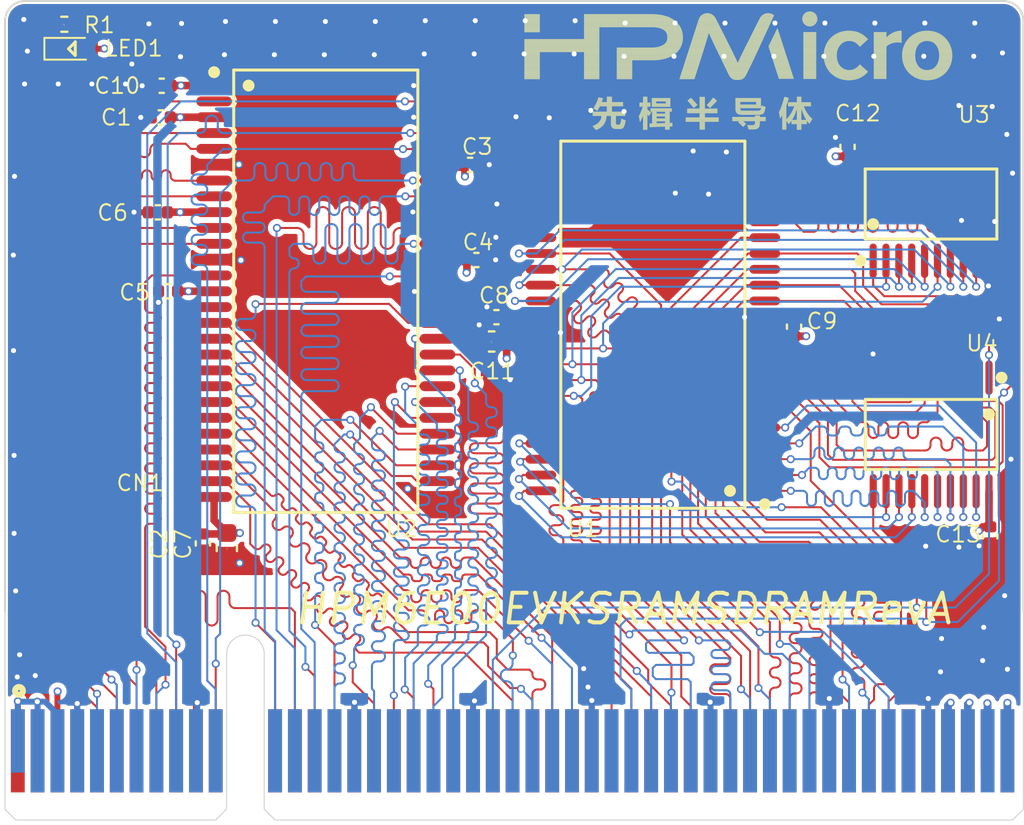
<source format=kicad_pcb>
(kicad_pcb (version 20221018) (generator pcbnew)
  (layers (0 "F.Cu" signal) (1 "In1.Cu" signal) (2 "In2.Cu" signal) (31 "B.Cu" signal) (34 "B.Paste" user) (35 "F.Paste" user) (36 "B.SilkS" user "B.Silkscreen") (37 "F.SilkS" user "F.Silkscreen") (38 "B.Mask" user) (39 "F.Mask" user) (44 "Edge.Cuts" user))
  (net 0 "")
  (net 1 "+3.3V")
  (net 2 "GND")
  (net 6 "+5V")
  (net 7 "/PC8")
  (net 8 "/PC6")
  (net 9 "/PC4")
  (net 10 "/PC1")
  (net 11 "/PC9")
  (net 12 "/PC11")
  (net 13 "/PC13")
  (net 14 "/PC14")
  (net 15 "/PC16")
  (net 16 "/PC18")
  (net 17 "/PC20")
  (net 18 "/PC24")
  (net 19 "/PC26")
  (net 20 "/PD2")
  (net 21 "/PD0")
  (net 22 "/PD4")
  (net 23 "/PD14")
  (net 24 "/PD16")
  (net 25 "/PD18")
  (net 26 "/PD20")
  (net 27 "/PD22")
  (net 28 "/PD25")
  (net 29 "/PD29")
  (net 30 "/PD30")
  (net 31 "/PC7")
  (net 32 "/PC5")
  (net 33 "/PC3")
  (net 34 "/PC0")
  (net 35 "/PC10")
  (net 36 "/PC17")
  (net 37 "/PC19")
  (net 38 "/PC21")
  (net 39 "/PC23")
  (net 40 "/PC25")
  (net 41 "/PD1")
  (net 42 "/PD3")
  (net 43 "/PD17")
  (net 44 "/PD19")
  (net 45 "/PD21")
  (net 46 "/PD24")
  (net 47 "/PD26")
  (net 48 "/PD27")
  (net 49 "/PD28")
  (net 50 "/PD31")
  (net 51 "/PD15")
  (net 52 "/PC2")
  (net 53 "/PD23")
  (net 54 "/PC12")
  (net 55 "/PC15")
  (net 56 "/PC22")
  (net 57 "/PC28")
  (net 58 "/PC30")
  (net 59 "/PD6")
  (net 60 "/PD9")
  (net 61 "/PD7")
  (net 62 "/PD12")
  (net 63 "/CTR1")
  (net 64 "/PPI/CTR3")
  (net 65 "/PC27")
  (net 66 "/PC29")
  (net 67 "/PC31")
  (net 68 "/PD5")
  (net 69 "/PD8")
  (net 70 "/PD11")
  (net 71 "/PD10")
  (net 72 "/PD13")
  (net 73 "/CTR0")
  (net 74 "/PPI/CTR2")
  (net 76 "/SRAM/A4")
  (net 77 "/SRAM/A3")
  (net 78 "/SRAM/A2")
  (net 79 "/SRAM/A1")
  (net 80 "/SRAM/A0")
  (net 81 "/SRAM/A15")
  (net 82 "/SRAM/A14")
  (net 83 "/SRAM/A13")
  (net 84 "/SRAM/A12")
  (net 85 "/SRAM/A11")
  (net 86 "/SRAM/A10")
  (net 87 "/SRAM/A9")
  (net 88 "/SRAM/A8")
  (net 89 "/SRAM/A7")
  (net 90 "/SRAM/A6")
  (net 91 "/SRAM/A5")
  (net 92 "Net-(LED1-K)")
  (footprint "06_HPM_SO:TSOP-44_L18.4-W10.2-P0.80-LS11.8-BL" (layer "F.Cu") (at 143.264 89.98 90)
    (fp_text reference "U1")
    (fp_text value "IS61WV12816DBLL-10TLI" hide)
  )
  (footprint "00_HPM_LOGO:HPM LOGO" (layer "F.Cu") (at 136.754539 83.870319)
    (fp_text reference "REF**" hide)
    (fp_text value "HPM Logo" hide)
  )
  (footprint "03_HPM_Capacitance:C_0603_1608Metric" (layer "F.Cu") (at 135.12 90.83 180)
    (fp_text reference "C11")
    (fp_text value "10uF,16V")
  )
  (footprint "03_HPM_Capacitance:C_0402_1005Metric" (layer "F.Cu") (at 134.03 81.9)
    (fp_text reference "C3")
    (fp_text value "0.1uF,16V")
  )
  (footprint "03_HPM_Capacitance:C_0402_1005Metric" (layer "F.Cu") (at 150.4 90.08 90)
    (fp_text reference "C9")
    (fp_text value "0.1uF,16V")
  )
  (footprint "03_HPM_Capacitance:C_0402_1005Metric" (layer "F.Cu") (at 118.77 88.29 180)
    (fp_text reference "C5")
    (fp_text value "0.1uF,16V")
  )
  (footprint "06_HPM_SO:TSOP-54-P0.8" (layer "F.Cu") (at 126.738 88.29 -90)
    (fp_text reference "U2")
    (fp_text value "W9825G6KH")
  )
  (footprint "03_HPM_Capacitance:C_0402_1005Metric" (layer "F.Cu") (at 134.35 86.71)
    (fp_text reference "C4")
    (fp_text value "0.1uF,16V")
  )
  (footprint "01_HPM_Peripheral:LED_0603" (layer "F.Cu") (at 113.9709 76.03 180)
    (fp_text reference "LED1")
    (fp_text value "LED_GREEN")
  )
  (footprint "02_HPM_Resistor:R_0402_1005Metric" (layer "F.Cu") (at 113.53 74.79 180)
    (fp_text reference "R1")
    (fp_text value "2K")
  )
  (footprint "03_HPM_Capacitance:C_0402_1005Metric" (layer "F.Cu") (at 160.31 100.68 -90)
    (fp_text reference "C13")
    (fp_text value "0.1uF,16V")
  )
  (footprint "03_HPM_Capacitance:C_0402_1005Metric" (layer "F.Cu") (at 120.53 101.04 -90)
    (fp_text reference "C2")
    (fp_text value "0.1uF,16V")
  )
  (footprint "03_HPM_Capacitance:C_0402_1005Metric" (layer "F.Cu") (at 135.36 89.6 180)
    (fp_text reference "C8")
    (fp_text value "0.1uF,16V")
  )
  (footprint "12_HPM_Other:TSSOP-20" (layer "F.Cu") (at 157.325 95.529 180)
    (fp_text reference "U4")
    (fp_text value "SN74HC573APWR")
  )
  (footprint "03_HPM_Capacitance:C_0603_1608Metric" (layer "F.Cu") (at 121.74 101.285 -90)
    (fp_text reference "C7")
    (fp_text value "10uF,16V")
  )
  (footprint "12_HPM_Other:3113-112T 金手指2" (layer "F.Cu") (at 110.528 115.024)
    (fp_text reference "CN1")
    (fp_text value "3113-112T" hide)
    (fp_line (start 0 -10.57) (end 0 -0.55) (stroke (width 0.05)) (layer "Edge.Cuts"))
    (fp_line (start 0 -0.55) (end 0.55 0) (stroke (width 0.05)) (layer "Edge.Cuts"))
    (fp_line (start 10.65 0) (end 0.55 0) (stroke (width 0.05)) (layer "Edge.Cuts"))
    (fp_line (start 11.2 -8.4) (end 11.2 -0.55) (stroke (width 0.05)) (layer "Edge.Cuts"))
    (fp_line (start 11.2 -0.55) (end 10.65 0) (stroke (width 0.05)) (layer "Edge.Cuts"))
    (fp_line (start 13.1 -8.4) (end 13.1 -0.55) (stroke (width 0.05)) (layer "Edge.Cuts"))
    (fp_line (start 13.1 -0.55) (end 13.65 0) (stroke (width 0.05)) (layer "Edge.Cuts"))
    (fp_line (start 13.65 0) (end 50.91 0) (stroke (width 0.05)) (layer "Edge.Cuts"))
    (fp_line (start 50.91 0) (end 51.46 -0.55) (stroke (width 0.05)) (layer "Edge.Cuts"))
    (fp_line (start 51.46 -10.57) (end 51.46 -0.55) (stroke (width 0.05)) (layer "Edge.Cuts"))
    (fp_arc (start 11.2 -8.4) (mid 12.15 -9.35) (end 13.1 -8.4) (stroke (width 0.05)) (layer "Edge.Cuts"))
  )
  (footprint "03_HPM_Capacitance:C_0402_1005Metric" (layer "F.Cu") (at 118.45 77.9 180)
    (fp_text reference "C10")
    (fp_text value "0.1uF,16V")
  )
  (footprint "03_HPM_Capacitance:C_0402_1005Metric" (layer "F.Cu") (at 153.1 80.99 90)
    (fp_text reference "C12")
    (fp_text value "0.1uF,16V")
  )
  (footprint "03_HPM_Capacitance:C_0402_1005Metric" (layer "F.Cu") (at 118.25 84.3 180)
    (fp_text reference "C6")
    (fp_text value "0.1uF,16V")
  )
  (footprint "03_HPM_Capacitance:C_0402_1005Metric" (layer "F.Cu") (at 118.4 79.5 180)
    (fp_text reference "C1")
    (fp_text value "0.1uF,16V")
  )
  (footprint "12_HPM_Other:TSSOP-20" (layer "F.Cu") (at 157.32 83.879)
    (fp_text reference "U3")
    (fp_text value "SN74HC573APWR")
  )
  (gr_line (start 161.988 104.454) (end 161.988 74.63) (stroke (width 0.1)) (layer "Edge.Cuts"))
  (gr_line (start 110.528 104.454) (end 110.528 74.63) (stroke (width 0.1)) (layer "Edge.Cuts"))
  (gr_line (start 160.972 73.614) (end 111.544 73.614) (stroke (width 0.1)) (layer "Edge.Cuts"))
  (gr_arc (start 160.972 73.614) (mid 161.69042 73.91158) (end 161.988 74.63) (stroke (width 0.1)) (layer "Edge.Cuts"))
  (gr_arc (start 110.528 74.63) (mid 110.82558 73.91158) (end 111.544 73.614) (stroke (width 0.1)) (layer "Edge.Cuts"))
  (gr_text "HPM6E00EVKSRAMSDRAMRevA" (at 125.075 105.225) (layer "F.SilkS") (effects (font (size 1.5 1.5) (thickness 0.2) italic) (justify left bottom)))
  (segment (start 137.608 89.58) (end 135.86 89.58) (width 0.381) (layer "F.Cu") (net 1))
  (segment (start 150.22 90.38) (end 150.4 90.56) (width 0.381) (layer "F.Cu") (net 1))
  (segment (start 160.178 109.13188) (end 160.16673 109.12061) (width 0.381) (layer "F.Cu") (net 1))
  (segment (start 113.178 108.532) (end 113.19 108.52) (width 0.3) (layer "F.Cu") (net 1))
  (segment (start 113.178 111.524) (end 113.178 108.532) (width 0.3) (layer "F.Cu") (net 1))
  (segment (start 133.77 82.49) (end 133.77 82.12) (width 0.381) (layer "F.Cu") (net 1))
  (segment (start 121.69 100.56) (end 121.74 100.51) (width 0.381) (layer "F.Cu") (net 1))
  (segment (start 148.92 90.38) (end 150.22 90.38) (width 0.381) (layer "F.Cu") (net 1))
  (segment (start 160.25 100.14) (end 160.31 100.2) (width 0.381) (layer "F.Cu") (net 1))
  (segment (start 158.178 111.524) (end 158.178 109.222) (width 0.381) (layer "F.Cu") (net 1))
  (segment (start 161.178 109.102) (end 161.178 111.524) (width 0.381) (layer "F.Cu") (net 1))
  (segment (start 153.1 81.47) (end 153.933 81.47) (width 0.381) (layer "F.Cu") (net 1))
  (segment (start 159.178 111.524) (end 159.178 109.172) (width 0.381) (layer "F.Cu") (net 1))
  (segment (start 158.178 109.222) (end 158.31 109.09) (width 0.381) (layer "F.Cu") (net 1))
  (segment (start 135.88 90.85) (end 135.86 90.83) (width 0.381) (layer "F.Cu") (net 1))
  (segment (start 118.94 77.89) (end 118.93 77.9) (width 0.381) (layer "F.Cu") (net 1))
  (segment (start 119.39 79.49) (end 118.89 79.49) (width 0.381) (layer "F.Cu") (net 1))
  (segment (start 119.42 77.89) (end 118.94 77.89) (width 0.381) (layer "F.Cu") (net 1))
  (segment (start 135.86 89.58) (end 135.84 89.6) (width 0.381) (layer "F.Cu") (net 1))
  (segment (start 120.596 79.49) (end 119.39 79.49) (width 0.381) (layer "F.Cu") (net 1))
  (segment (start 150.4 90.56) (end 151.01 90.56) (width 0.381) (layer "F.Cu") (net 1))
  (segment (start 159.74 100.4) (end 159.94 100.2) (width 0.381) (layer "F.Cu") (net 1))
  (segment (start 119.38 84.29) (end 118.74 84.29) (width 0.381) (layer "F.Cu") (net 1))
  (segment (start 159.178 109.172) (end 159.26 109.09) (width 0.381) (layer "F.Cu") (net 1))
  (segment (start 133.77 82.12) (end 133.55 81.9) (width 0.381) (layer "F.Cu") (net 1))
  (segment (start 133.85 86.69) (end 133.87 86.71) (width 0.381) (layer "F.Cu") (net 1))
  (segment (start 135.88 91.69) (end 135.88 90.85) (width 0.381) (layer "F.Cu") (net 1))
  (segment (start 133.87 87.33) (end 133.85 87.35) (width 0.381) (layer "F.Cu") (net 1))
  (segment (start 120.596 84.29) (end 119.38 84.29) (width 0.381) (layer "F.Cu") (net 1))
  (segment (start 152.5 81.47) (end 153.1 81.47) (width 0.381) (layer "F.Cu") (net 1))
  (segment (start 132.38 86.69) (end 133.85 86.69) (width 0.381) (layer "F.Cu") (net 1))
  (segment (start 160.178 111.024) (end 160.178 109.13188) (width 0.381) (layer "F.Cu") (net 1))
  (segment (start 119.8 88.29) (end 119.25 88.29) (width 0.381) (layer "F.Cu") (net 1))
  (segment (start 121.74 100.51) (end 121.096 99.866) (width 0.381) (layer "F.Cu") (net 1))
  (segment (start 118.89 79.49) (end 118.88 79.5) (width 0.381) (layer "F.Cu") (net 1))
  (segment (start 120.596 77.89) (end 119.42 77.89) (width 0.381) (layer "F.Cu") (net 1))
  (segment (start 115.54 76.03) (end 114.8218 76.03) (width 0.3) (layer "F.Cu") (net 1))
  (segment (start 133.54 81.89) (end 133.55 81.9) (width 0.381) (layer "F.Cu") (net 1))
  (segment (start 118.74 84.29) (end 118.73 84.3) (width 0.381) (layer "F.Cu") (net 1))
  (segment (start 122.4 100.51) (end 121.74 100.51) (width 0.381) (layer "F.Cu") (net 1))
  (segment (start 121.096 99.866) (end 121.096 98.69) (width 0.381) (layer "F.Cu") (net 1))
  (segment (start 135.86 90.83) (end 135.86 89.65) (width 0.381) (layer "F.Cu") (net 1))
  (segment (start 160.25 98.4) (end 160.25 100.14) (width 0.381) (layer "F.Cu") (net 1))
  (segment (start 120.596 88.29) (end 119.8 88.29) (width 0.381) (layer "F.Cu") (net 1))
  (segment (start 153.933 81.47) (end 154.395 81.008) (width 0.381) (layer "F.Cu") (net 1))
  (segment (start 133.87 86.71) (end 133.87 87.33) (width 0.381) (layer "F.Cu") (net 1))
  (segment (start 120.53 100.56) (end 121.69 100.56) (width 0.381) (layer "F.Cu") (net 1))
  (segment (start 159.94 100.2) (end 160.31 100.2) (width 0.381) (layer "F.Cu") (net 1))
  (segment (start 131.88 81.89) (end 133.54 81.89) (width 0.381) (layer "F.Cu") (net 1))
  (segment (start 115.55 76.02) (end 115.54 76.03) (width 0.3) (layer "F.Cu") (net 1))
  (segment (start 161.18 109.1) (end 161.178 109.102) (width 0.381) (layer "F.Cu") (net 1))
  (via (at 159.26 109.09) (size 0.4064) (drill 0.254) (layers "F.Cu" "B.Cu") (net 1))
  (via (at 122.4 100.51) (size 0.4064) (drill 0.254) (layers "F.Cu" "B.Cu") (net 1))
  (via (at 159.74 100.4) (size 0.4064) (drill 0.254) (layers "F.Cu" "B.Cu") (net 1))
  (via (at 161.18 109.1) (size 0.4064) (drill 0.254) (layers "F.Cu" "B.Cu") (net 1))
  (via (at 119.39 79.49) (size 0.4064) (drill 0.254) (layers "F.Cu" "B.Cu") (net 1))
  (via (at 119.38 84.29) (size 0.4064) (drill 0.254) (layers "F.Cu" "B.Cu") (net 1))
  (via (at 151.01 90.56) (size 0.4064) (drill 0.254) (layers "F.Cu" "B.Cu") (net 1))
  (via (at 119.42 77.89) (size 0.4064) (drill 0.254) (layers "F.Cu" "B.Cu") (net 1))
  (via (at 115.55 76.02) (size 0.4064) (drill 0.254) (layers "F.Cu" "B.Cu") (net 1))
  (via (at 135.88 91.69) (size 0.4064) (drill 0.254) (layers "F.Cu" "B.Cu") (net 1))
  (via (at 158.31 109.09) (size 0.4064) (drill 0.254) (layers "F.Cu" "B.Cu") (net 1))
  (via (at 160.16673 109.12061) (size 0.4064) (drill 0.254) (layers "F.Cu" "B.Cu") (net 1))
  (via (at 133.77 82.49) (size 0.4064) (drill 0.254) (layers "F.Cu" "B.Cu") (net 1))
  (via (at 119.8 88.29) (size 0.4064) (drill 0.254) (layers "F.Cu" "B.Cu") (net 1))
  (via (at 152.5 81.47) (size 0.4064) (drill 0.254) (layers "F.Cu" "B.Cu") (net 1))
  (via (at 113.19 108.52) (size 0.4064) (drill 0.254) (layers "F.Cu" "B.Cu") (net 1))
  (via (at 133.85 87.35) (size 0.4064) (drill 0.254) (layers "F.Cu" "B.Cu") (net 1))
  (segment (start 160.178 111.524) (end 160.178 109.13188) (width 0.381) (layer "B.Cu") (net 1))
  (segment (start 159.178 111.524) (end 159.178 109.172) (width 0.381) (layer "B.Cu") (net 1))
  (segment (start 161.178 109.102) (end 161.18 109.1) (width 0.381) (layer "B.Cu") (net 1))
  (segment (start 160.178 109.13188) (end 160.16673 109.12061) (width 0.381) (layer "B.Cu") (net 1))
  (segment (start 158.178 111.524) (end 158.178 109.222) (width 0.381) (layer "B.Cu") (net 1))
  (segment (start 158.178 109.222) (end 158.31 109.09) (width 0.381) (layer "B.Cu") (net 1))
  (segment (start 161.178 111.524) (end 161.178 109.102) (width 0.381) (layer "B.Cu") (net 1))
  (segment (start 159.178 109.172) (end 159.26 109.09) (width 0.381) (layer "B.Cu") (net 1))
  (segment (start 122.42 86.69) (end 122.45 86.72) (width 0.3048) (layer "F.Cu") (net 2))
  (segment (start 120.242 109.087) (end 120.178 109.151) (width 0.3048) (layer "F.Cu") (net 2))
  (segment (start 131.23 88.29) (end 131.22 88.3) (width 0.3048) (layer "F.Cu") (net 2))
  (segment (start 160.245 86.75) (end 160.245 87.995) (width 0.3048) (layer "F.Cu") (net 2))
  (segment (start 157.178 111.524) (end 157.178 108.882) (width 0.3048) (layer "F.Cu") (net 2))
  (segment (start 122.39 102.03) (end 121.77 102.03) (width 0.3048) (layer "F.Cu") (net 2))
  (segment (start 120.178 109.151) (end 120.178 111.524) (width 0.3048) (layer "F.Cu") (net 2))
  (segment (start 150.38 89.58) (end 150.4 89.6) (width 0.3048) (layer "F.Cu") (net 2))
  (segment (start 128.178 109.082) (end 128.19 109.07) (width 0.3048) (layer "F.Cu") (net 2))
  (segment (start 140.178 111.524) (end 140.178 108.979743) (width 0.3048) (layer "F.Cu") (net 2))
  (segment (start 128.178 111.524) (end 128.178 109.082) (width 0.3048) (layer "F.Cu") (net 2))
  (segment (start 134.88 89.08) (end 134.88 89.6) (width 0.3048) (layer "F.Cu") (net 2))
  (segment (start 154.4 91.47) (end 154.39 91.46) (width 0.3048) (layer "F.Cu") (net 2))
  (segment (start 130.88 98.27) (end 131.3 98.69) (width 0.3048) (layer "F.Cu") (net 2))
  (segment (start 118.29 88.29) (end 118.29 88.84) (width 0.3048) (layer "F.Cu") (net 2))
  (segment (start 117.46 77.9) (end 117.97 77.9) (width 0.3048) (layer "F.Cu") (net 2))
  (segment (start 134.49 89.99) (end 134.49 90.685) (width 0.3048) (layer "F.Cu") (net 2))
  (segment (start 152.178 108.882) (end 152.18 108.88) (width 0.3048) (layer "F.Cu") (net 2))
  (segment (start 134.178 109.071) (end 134.252 108.997) (width 0.3048) (layer "F.Cu") (net 2))
  (segment (start 120.596 86.69) (end 121.74 86.69) (width 0.3048) (layer "F.Cu") (net 2))
  (segment (start 135.31 86.71) (end 135.32 86.7) (width 0.3048) (layer "F.Cu") (net 2))
  (segment (start 118.29 88.51) (end 118.29 88.29) (width 0.3048) (layer "F.Cu") (net 2))
  (segment (start 135 81.89) (end 134.52 81.89) (width 0.3048) (layer "F.Cu") (net 2))
  (segment (start 134.178 111.524) (end 134.178 109.071) (width 0.3048) (layer "F.Cu") (net 2))
  (segment (start 131.18 79.49) (end 131.88 79.49) (width 0.3048) (layer "F.Cu") (net 2))
  (segment (start 146.178 111.524) (end 146.178 109.078) (width 0.3048) (layer "F.Cu") (net 2))
  (segment (start 134.83 86.71) (end 135.31 86.71) (width 0.3048) (layer "F.Cu") (net 2))
  (segment (start 117.06 84.3) (end 117.05 84.29) (width 0.3048) (layer "F.Cu") (net 2))
  (segment (start 117.39 79.5) (end 117.92 79.5) (width 0.3048) (layer "F.Cu") (net 2))
  (segment (start 121.74 102.06) (end 121.2 101.52) (width 0.3048) (layer "F.Cu") (net 2))
  (segment (start 131.18 77.89) (end 131.88 77.89) (width 0.3048) (layer "F.Cu") (net 2))
  (segment (start 134.49 90.685) (end 134.345 90.83) (width 0.3048) (layer "F.Cu") (net 2))
  (segment (start 152.49 80.51) (end 153.1 80.51) (width 0.3048) (layer "F.Cu") (net 2))
  (segment (start 154.4 92.658) (end 154.4 91.47) (width 0.3048) (layer "F.Cu") (net 2))
  (segment (start 160.245 87.995) (end 160.22 88.02) (width 0.3048) (layer "F.Cu") (net 2))
  (segment (start 152.178 111.524) (end 152.178 108.882) (width 0.3048) (layer "F.Cu") (net 2))
  (segment (start 134.52 81.89) (end 134.51 81.9) (width 0.3048) (layer "F.Cu") (net 2))
  (segment (start 114.18 109.13) (end 114.178 109.132) (width 0.3048) (layer "F.Cu") (net 2))
  (segment (start 121.096 86.69) (end 122.42 86.69) (width 0.3048) (layer "F.Cu") (net 2))
  (segment (start 159.75 101.16) (end 160.31 101.16) (width 0.3048) (layer "F.Cu") (net 2))
  (segment (start 131.3 98.69) (end 132.38 98.69) (width 0.3048) (layer "F.Cu") (net 2))
  (segment (start 140.178 108.979743) (end 140.180259 108.977484) (width 0.3048) (layer "F.Cu") (net 2))
  (segment (start 148.92 89.58) (end 150.38 89.58) (width 0.3048) (layer "F.Cu") (net 2))
  (segment (start 146.178 109.078) (end 146.16 109.06) (width 0.3048) (layer "F.Cu") (net 2))
  (segment (start 118.29 88.84) (end 118.28 88.85) (width 0.3048) (layer "F.Cu") (net 2))
  (segment (start 148.92 89.58) (end 147.92 89.58) (width 0.3048) (layer "F.Cu") (net 2))
  (segment (start 121.77 102.03) (end 121.74 102.06) (width 0.3048) (layer "F.Cu") (net 2))
  (segment (start 121.2 101.52) (end 120.53 101.52) (width 0.3048) (layer "F.Cu") (net 2))
  (segment (start 132.38 84.29) (end 131.15 84.29) (width 0.3048) (layer "F.Cu") (net 2))
  (segment (start 122.34 81.89) (end 120.596 81.89) (width 0.3048) (layer "F.Cu") (net 2))
  (segment (start 157.178 108.882) (end 157.18 108.88) (width 0.3048) (layer "F.Cu") (net 2))
  (segment (start 132.38 88.29) (end 131.23 88.29) (width 0.3048) (layer "F.Cu") (net 2))
  (segment (start 134.345 90.135) (end 134.88 89.6) (width 0.3048) (layer "F.Cu") (net 2))
  (segment (start 134.345 90.83) (end 134.345 90.135) (width 0.3048) (layer "F.Cu") (net 2))
  (segment (start 114.178 109.132) (end 114.178 111.524) (width 0.3048) (layer "F.Cu") (net 2))
  (segment (start 147.92 89.58) (end 147.9 89.6) (width 0.3048) (layer "F.Cu") (net 2))
  (segment (start 122.35 81.88) (end 122.34 81.89) (width 0.3048) (layer "F.Cu") (net 2))
  (segment (start 117.77 84.3) (end 117.06 84.3) (width 0.3048) (layer "F.Cu") (net 2))
  (segment (start 137.608 90.38) (end 138.6 90.38) (width 0.3048) (layer "F.Cu") (net 2))
  (segment (start 131.15 84.29) (end 131.14 84.28) (width 0.3048) (layer "F.Cu") (net 2))
  (via (at 134.252 108.997) (size 0.4064) (drill 0.254) (layers "F.Cu" "B.Cu") (net 2))
  (via (at 144.386 74.73) (size 0.4064) (drill 0.254) (layers "F.Cu" "B.Cu") (net 2))
  (via (at 160.41 78.95) (size 0.4064) (drill 0.254) (layers "F.Cu" "B.Cu") (net 2))
  (via (at 157.18 108.88) (size 0.4064) (drill 0.254) (layers "F.Cu" "B.Cu") (net 2))
  (via (at 160.54 84.76) (size 0.4064) (drill 0.254) (layers "F.Cu" "B.Cu") (net 2))
  (via (at 161.15 80.36) (size 0.4064) (drill 0.254) (layers "F.Cu" "B.Cu") (net 2))
  (via (at 154.482 74.73) (size 0.4064) (drill 0.254) (layers "F.Cu" "B.Cu") (net 2))
  (via (at 161.36 96.78) (size 0.4064) (drill 0.254) (layers "F.Cu" "B.Cu") (net 2))
  (via (at 122.45 86.72) (size 0.4064) (drill 0.254) (layers "F.Cu" "B.Cu") (net 2))
  (via (at 138.03 79.52) (size 0.4064) (drill 0.254) (layers "F.Cu" "B.Cu") (net 2))
  (via (at 139.338 74.61) (size 0.4064) (drill 0.254) (layers "F.Cu" "B.Cu") (net 2))
  (via (at 160.93 76.24) (size 0.4064) (drill 0.254) (layers "F.Cu" "B.Cu") (net 2))
  (via (at 110.99 96.59) (size 0.4064) (drill 0.254) (layers "F.Cu" "B.Cu") (net 2))
  (via (at 130.88 98.27) (size 0.4064) (drill 0.254) (layers "F.Cu" "B.Cu") (net 2))
  (via (at 149.382 76.41) (size 0.4064) (drill 0.254) (layers "F.Cu" "B.Cu") (net 2))
  (via (at 140.180259 108.977484) (size 0.4064) (drill 0.254) (layers "F.Cu" "B.Cu") (net 2))
  (via (at 110.95 86.46) (size 0.4064) (drill 0.254) (layers "F.Cu" "B.Cu") (net 2))
  (via (at 152.18 108.88) (size 0.4064) (drill 0.254) (layers "F.Cu" "B.Cu") (net 2))
  (via (at 136.814 74.61) (size 0.4064) (drill 0.254) (layers "F.Cu" "B.Cu") (net 2))
  (via (at 146.91 74.73) (size 0.4064) (drill 0.254) (layers "F.Cu" "B.Cu") (net 2))
  (via (at 147.9 89.6) (size 0.4064) (drill 0.254) (layers "F.Cu" "B.Cu") (net 2))
  (via (at 135 81.89) (size 0.4064) (drill 0.254) (layers "F.Cu" "B.Cu") (net 2))
  (via (at 144.334 76.41) (size 0.4064) (drill 0.254) (layers "F.Cu" "B.Cu") (net 2))
  (via (at 159.93 106.96) (size 0.4064) (drill 0.254) (layers "F.Cu" "B.Cu") (net 2))
  (via (at 121.67 74.65) (size 0.4064) (drill 0.254) (layers "F.Cu" "B.Cu") (net 2))
  (via (at 117.39 79.5) (size 0.4064) (drill 0.254) (layers "F.Cu" "B.Cu") (net 2))
  (via (at 134.88 89.08) (size 0.4064) (drill 0.254) (layers "F.Cu" "B.Cu") (net 2))
  (via (at 141.81 76.41) (size 0.4064) (drill 0.254) (layers "F.Cu" "B.Cu") (net 2))
  (via (at 146.98 81.25) (size 0.4064) (drill 0.254) (layers "F.Cu" "B.Cu") (net 2))
  (via (at 119.45 74.75) (size 0.4064) (drill 0.254) (layers "F.Cu" "B.Cu") (net 2))
  (via (at 161.44 82.32) (size 0.4064) (drill 0.254) (layers "F.Cu" "B.Cu") (net 2))
  (via (at 139.77 107.37) (size 0.4064) (drill 0.254) (layers "F.Cu" "B.Cu") (net 2))
  (via (at 134.238 76.29) (size 0.4064) (drill 0.254) (layers "F.Cu" "B.Cu") (net 2))
  (via (at 131.14 84.28) (size 0.4064) (drill 0.254) (layers "F.Cu" "B.Cu") (net 2))
  (via (at 141.81 79.2) (size 0.4064) (drill 0.254) (layers "F.Cu" "B.Cu") (net 2))
  (via (at 112.06 107.72) (size 0.4064) (drill 0.254) (layers "F.Cu" "B.Cu") (net 2))
  (via (at 114.92 77.81) (size 0.4064) (drill 0.254) (layers "F.Cu" "B.Cu") (net 2))
  (via (at 161.18 107.4) (size 0.4064) (drill 0.254) (layers "F.Cu" "B.Cu") (net 2))
  (via (at 151.906 76.41) (size 0.4064) (drill 0.254) (layers "F.Cu" "B.Cu") (net 2))
  (via (at 110.96 91.29) (size 0.4064) (drill 0.254) (layers "F.Cu" "B.Cu") (net 2))
  (via (at 117.05 84.29) (size 0.4064) (drill 0.254) (layers "F.Cu" "B.Cu") (net 2))
  (via (at 113.22 77.81) (size 0.4064) (drill 0.254) (layers "F.Cu" "B.Cu") (net 2))
  (via (at 122.35 81.88) (size 0.4064) (drill 0.254) (layers "F.Cu" "B.Cu") (net 2))
  (via (at 135.384539 83.880319) (size 0.4064) (drill 0.254) (layers "F.Cu" "B.Cu") (net 2))
  (via (at 159.53 74.73) (size 0.4064) (drill 0.254) (layers "F.Cu" "B.Cu") (net 2))
  (via (at 134.49 89.99) (size 0.4064) (drill 0.254) (layers "F.Cu" "B.Cu") (net 2))
  (via (at 146.08 83.38) (size 0.4064) (drill 0.254) (layers "F.Cu" "B.Cu") (net 2))
  (via (at 141.862 74.73) (size 0.4064) (drill 0.254) (layers "F.Cu" "B.Cu") (net 2))
  (via (at 124.194 74.65) (size 0.4064) (drill 0.254) (layers "F.Cu" "B.Cu") (net 2))
  (via (at 157.8 107.53) (size 0.4064) (drill 0.254) (layers "F.Cu" "B.Cu") (net 2))
  (via (at 159.478 76.41) (size 0.4064) (drill 0.254) (layers "F.Cu" "B.Cu") (net 2))
  (via (at 110.99 100.53) (size 0.4064) (drill 0.254) (layers "F.Cu" "B.Cu") (net 2))
  (via (at 157.852 105.85) (size 0.4064) (drill 0.254) (layers "F.Cu" "B.Cu") (net 2))
  (via (at 151.958 74.73) (size 0.4064) (drill 0.254) (layers "F.Cu" "B.Cu") (net 2))
  (via (at 161.04 103.68) (size 0.4064) (drill 0.254) (layers "F.Cu" "B.Cu") (net 2))
  (via (at 120.242 109.087) (size 0.4064) (drill 0.254) (layers "F.Cu" "B.Cu") (net 2))
  (via (at 126.718 74.65) (size 0.4064) (drill 0.254) (layers "F.Cu" "B.Cu") (net 2))
  (via (at 131.766 74.61) (size 0.4064) (drill 0.254) (layers "F.Cu" "B.Cu") (net 2))
  (via (at 131.22 88.3) (size 0.4064) (drill 0.254) (layers "F.Cu" "B.Cu") (net 2))
  (via (at 131.18 79.49) (size 0.4064) (drill 0.254) (layers "F.Cu" "B.Cu") (net 2))
  (via (at 117.46 77.9) (size 0.4064) (drill 0.254) (layers "F.Cu" "B.Cu") (net 2))
  (via (at 152.49 80.51) (size 0.4064) (drill 0.254) (layers "F.Cu" "B.Cu") (net 2))
  (via (at 154.39 91.46) (size 0.4064) (drill 0.254) (layers "F.Cu" "B.Cu") (net 2))
  (via (at 119.398 76.43) (size 0.4064) (drill 0.254) (layers "F.Cu" "B.Cu") (net 2))
  (via (at 126.666 76.33) (size 0.4064) (drill 0.254) (layers "F.Cu" "B.Cu") (net 2))
  (via (at 111.48 74.55) (size 0.4064) (drill 0.254) (layers "F.Cu" "B.Cu") (net 2))
  (via (at 154.43 76.41) (size 0.4064) (drill 0.254) (layers "F.Cu" "B.Cu") (net 2))
  (via (at 117.8 74.77) (size 0.4064) (drill 0.254) (layers "F.Cu" "B.Cu") (net 2))
  (via (at 139.99 108.3) (size 0.4064) (drill 0.254) (layers "F.Cu" "B.Cu") (net 2))
  (via (at 116.62 77.81) (size 0.4064) (drill 0.254) (layers "F.Cu" "B.Cu") (net 2))
  (via (at 146.16 109.06) (size 0.4064) (drill 0.254) (layers "F.Cu" "B.Cu") (net 2))
  (via (at 140.13 79.148) (size 0.4064) (drill 0.254) (layers "F.Cu" "B.Cu") (net 2))
  (via (at 144.4 83.328) (size 0.4064) (drill 0.254) (layers "F.Cu" "B.Cu") (net 2))
  (via (at 159.75 101.16) (size 0.4064) (drill 0.254) (layers "F.Cu" "B.Cu") (net 2))
  (via (at 157.006 74.73) (size 0.4064) (drill 0.254) (layers "F.Cu" "B.Cu") (net 2))
  (via (at 114.18 109.13) (size 0.4064) (drill 0.254) (layers "F.Cu" "B.Cu") (net 2))
  (via (at 111.15 107.79) (size 0.4064) (drill 0.254) (layers "F.Cu" "B.Cu") (net 2))
  (via (at 138.6 90.38) (size 0.4064) (drill 0.254) (layers "F.Cu" "B.Cu") (net 2))
  (via (at 129.242 74.65) (size 0.4064) (drill 0.254) (layers "F.Cu" "B.Cu") (net 2))
  (via (at 134.29 74.61) (size 0.4064) (drill 0.254) (layers "F.Cu" "B.Cu") (net 2))
  (via (at 131.714 76.29) (size 0.4064) (drill 0.254) (layers "F.Cu" "B.Cu") (net 2))
  (via (at 158.73 101.23) (size 0.4064) (drill 0.254) (layers "F.Cu" "B.Cu") (net 2))
  (via (at 128.19 109.07) (size 0.4064) (drill 0.254) (layers "F.Cu" "B.Cu") (net 2))
  (via (at 124.142 76.33) (size 0.4064) (drill 0.254) (layers "F.Cu" "B.Cu") (net 2))
  (via (at 122.39 102.03) (size 0.4064) (drill 0.254) (layers "F.Cu" "B.Cu") (net 2))
  (via (at 135.332539 85.560319) (size 0.4064) (drill 0.254) (layers "F.Cu" "B.Cu") (net 2))
  (via (at 158.73 78.898) (size 0.4064) (drill 0.254) (layers "F.Cu" "B.Cu") (net 2))
  (via (at 146.858 76.41) (size 0.4064) (drill 0.254) (layers "F.Cu" "B.Cu") (net 2))
  (via (at 111.52 77.81) (size 0.4064) (drill 0.254) (layers "F.Cu" "B.Cu") (net 2))
  (via (at 111.01 82.48) (size 0.4064) (drill 0.254) (layers "F.Cu" "B.Cu") (net 2))
  (via (at 136.052 92.76) (size 0.4064) (drill 0.254) (layers "F.Cu" "B.Cu") (net 2))
  (via (at 136.35 79.468) (size 0.4064) (drill 0.254) (layers "F.Cu" "B.Cu") (net 2))
  (via (at 135.32 86.7) (size 0.4064) (drill 0.254) (layers "F.Cu" "B.Cu") (net 2))
  (via (at 129.19 76.33) (size 0.4064) (drill 0.254) (layers "F.Cu" "B.Cu") (net 2))
  (via (at 156.954 76.41) (size 0.4064) (drill 0.254) (layers "F.Cu" "B.Cu") (net 2))
  (via (at 145.3 81.198) (size 0.4064) (drill 0.254) (layers "F.Cu" "B.Cu") (net 2))
  (via (at 118.28 88.85) (size 0.4064) (drill 0.254) (layers "F.Cu" "B.Cu") (net 2))
  (via (at 111.2697 106.666462) (size 0.4064) (drill 0.254) (layers "F.Cu" "B.Cu") (net 2))
  (via (at 158.86 84.708) (size 0.4064) (drill 0.254) (layers "F.Cu" "B.Cu") (net 2))
  (via (at 116.94 76.8) (size 0.4064) (drill 0.254) (layers "F.Cu" "B.Cu") (net 2))
  (via (at 111.66 76.15) (size 0.4064) (drill 0.254) (layers "F.Cu" "B.Cu") (net 2))
  (via (at 159.982 105.28) (size 0.4064) (drill 0.254) (layers "F.Cu" "B.Cu") (net 2))
  (via (at 111.07 103.44) (size 0.4064) (drill 0.254) (layers "F.Cu" "B.Cu") (net 2))
  (via (at 157.05 101.178) (size 0.4064) (drill 0.254) (layers "F.Cu" "B.Cu") (net 2))
  (via (at 131.18 77.89) (size 0.4064) (drill 0.254) (layers "F.Cu" "B.Cu") (net 2))
  (via (at 160.77 89.69) (size 0.4064) (drill 0.254) (layers "F.Cu" "B.Cu") (net 2))
  (via (at 139.286 76.29) (size 0.4064) (drill 0.254) (layers "F.Cu" "B.Cu") (net 2))
  (via (at 160.22 88.02) (size 0.4064) (drill 0.254) (layers "F.Cu" "B.Cu") (net 2))
  (via (at 121.618 76.33) (size 0.4064) (drill 0.254) (layers "F.Cu" "B.Cu") (net 2))
  (via (at 149.434 74.73) (size 0.4064) (drill 0.254) (layers "F.Cu" "B.Cu") (net 2))
  (via (at 136.762 76.29) (size 0.4064) (drill 0.254) (layers "F.Cu" "B.Cu") (net 2))
  (segment (start 146.178 111.524) (end 146.178 109.078) (width 0.3048) (layer "B.Cu") (net 2))
  (segment (start 120.242 109.087) (end 120.24 109.089) (width 0.3048) (layer "B.Cu") (net 2))
  (segment (start 140.178259 111.421484) (end 140.178259 108.979484) (width 0.3048) (layer "B.Cu") (net 2))
  (segment (start 128.2 109.08) (end 128.2 111.671) (width 0.3048) (layer "B.Cu") (net 2))
  (segment (start 157.178 108.882) (end 157.18 108.88) (width 0.3048) (layer "B.Cu") (net 2))
  (segment (start 114.18 109.13) (end 114.178 109.132) (width 0.3048) (layer "B.Cu") (net 2))
  (segment (start 114.178 109.132) (end 114.178 111.524) (width 0.3048) (layer "B.Cu") (net 2))
  (segment (start 128.19 109.07) (end 128.2 109.08) (width 0.3048) (layer "B.Cu") (net 2))
  (segment (start 140.178259 108.979484) (end 140.180259 108.977484) (width 0.3048) (layer "B.Cu") (net 2))
  (segment (start 157.178 111.524) (end 157.178 108.882) (width 0.3048) (layer "B.Cu") (net 2))
  (segment (start 152.178 111.524) (end 152.178 108.882) (width 0.3048) (layer "B.Cu") (net 2))
  (segment (start 146.178 109.078) (end 146.16 109.06) (width 0.3048) (layer "B.Cu") (net 2))
  (segment (start 134.178 109.071) (end 134.252 108.997) (width 0.3048) (layer "B.Cu") (net 2))
  (segment (start 152.178 108.882) (end 152.18 108.88) (width 0.3048) (layer "B.Cu") (net 2))
  (segment (start 120.24 109.089) (end 120.24 111.531) (width 0.3048) (layer "B.Cu") (net 2))
  (segment (start 134.178 111.524) (end 134.178 109.071) (width 0.3048) (layer "B.Cu") (net 2))
  (segment (start 111.178 111.524) (end 111.178 109.022) (width 0.3) (layer "F.Cu") (net 6))
  (segment (start 112.178 111.524) (end 112.178 109.057) (width 0.3) (layer "F.Cu") (net 6))
  (via (at 111.18 109.02) (size 0.4064) (drill 0.254) (layers "F.Cu" "B.Cu") (net 6))
  (via (at 112.16 109.039) (size 0.4064) (drill 0.254) (layers "F.Cu" "B.Cu") (net 6))
  (segment (start 112.16 109.039) (end 111.199 109.039) (width 0.3) (layer "B.Cu") (net 6))
  (segment (start 111.18 109.02) (end 111.18 111.022) (width 0.3) (layer "B.Cu") (net 6))
  (segment (start 113.178 109.658) (end 112.559 109.039) (width 0.3) (layer "B.Cu") (net 6))
  (segment (start 111.18 111.022) (end 111.178 111.024) (width 0.3) (layer "B.Cu") (net 6))
  (segment (start 112.559 109.039) (end 112.16 109.039) (width 0.3) (layer "B.Cu") (net 6))
  (segment (start 112.178 111.524) (end 112.178 109.057) (width 0.3) (layer "B.Cu") (net 6))
  (segment (start 113.178 111.524) (end 113.178 109.658) (width 0.3) (layer "B.Cu") (net 6))
  (segment (start 114.68345 80.046549) (end 115.04 80.046549) (width 0.1016) (layer "F.Cu") (net 7))
  (segment (start 115.161725 80.168274) (end 115.161725 80.168275) (width 0.1016) (layer "F.Cu") (net 7))
  (segment (start 112.19 82.16) (end 114.06 80.29) (width 0.1016) (layer "F.Cu") (net 7))
  (segment (start 114.06 80.29) (end 114.44 80.29) (width 0.1016) (layer "F.Cu") (net 7))
  (segment (start 112.19 105.65) (end 112.19 82.16) (width 0.1016) (layer "F.Cu") (net 7))
  (segment (start 115.64 80.29) (end 120.596 80.29) (width 0.1016) (layer "F.Cu") (net 7))
  (segment (start 114.561725 80.168275) (end 114.561725 80.168274) (width 0.1016) (layer "F.Cu") (net 7))
  (segment (start 115.18 108.64) (end 112.19 105.65) (width 0.1016) (layer "F.Cu") (net 7))
  (segment (start 115.28345 80.29) (end 115.64 80.29) (width 0.1016) (layer "F.Cu") (net 7))
  (via (at 115.18 108.64) (size 0.4064) (drill 0.254) (layers "F.Cu" "B.Cu") (net 7))
  (arc (start 114.561725 80.168274) (mid 114.597377 80.082201) (end 114.68345 80.046549) (width 0.1016) (layer "F.Cu") (net 7))
  (arc (start 115.04 80.046549) (mid 115.126073 80.082201) (end 115.161725 80.168274) (width 0.1016) (layer "F.Cu") (net 7))
  (arc (start 115.161725 80.168275) (mid 115.197377 80.254348) (end 115.28345 80.29) (width 0.1016) (layer "F.Cu") (net 7))
  (arc (start 114.44 80.29) (mid 114.526073 80.254348) (end 114.561725 80.168275) (width 0.1016) (layer "F.Cu") (net 7))
  (segment (start 115.178 108.642) (end 115.178 111.524) (width 0.1016) (layer "B.Cu") (net 7))
  (segment (start 115.18 108.64) (end 115.178 108.642) (width 0.1016) (layer "B.Cu") (net 7))
  (segment (start 116.4945 82.4595) (end 116.4945 82.411957) (width 0.1016) (layer "F.Cu") (net 8))
  (segment (start 116.9755 82.411957) (end 116.9755 82.4595) (width 0.1016) (layer "F.Cu") (net 8))
  (segment (start 119.14 82.7) (end 119.671 82.7) (width 0.1016) (layer "F.Cu") (net 8))
  (segment (start 114.5705 82.4595) (end 114.5705 82.411957) (width 0.1016) (layer "F.Cu") (net 8))
  (segment (start 113.31 83.36) (end 113.97 82.7) (width 0.1016) (layer "F.Cu") (net 8))
  (segment (start 119.671 82.7) (end 120.586 82.7) (width 0.1016) (layer "F.Cu") (net 8))
  (segment (start 116.0135 82.411957) (end 116.0135 82.4595) (width 0.1016) (layer "F.Cu") (net 8))
  (segment (start 115.5325 82.4595) (end 115.5325 82.411957) (width 0.1016) (layer "F.Cu") (net 8))
  (segment (start 115.91 107.89) (end 113.31 105.29) (width 0.1016) (layer "F.Cu") (net 8))
  (segment (start 118.8995 82.411944) (end 118.8995 82.4595) (width 0.1016) (layer "F.Cu") (net 8))
  (segment (start 115.0515 82.411957) (end 115.0515 82.4595) (width 0.1016) (layer "F.Cu") (net 8))
  (segment (start 120.586 82.7) (end 120.596 82.69) (width 0.1016) (layer "F.Cu") (net 8))
  (segment (start 117.4565 82.4595) (end 117.4565 82.411951) (width 0.1016) (layer "F.Cu") (net 8))
  (segment (start 113.97 82.7) (end 114.33 82.7) (width 0.1016) (layer "F.Cu") (net 8))
  (segment (start 115.91 107.92) (end 115.91 107.89) (width 0.1016) (layer "F.Cu") (net 8))
  (segment (start 118.4185 82.4595) (end 118.4185 82.411944) (width 0.1016) (layer "F.Cu") (net 8))
  (segment (start 113.31 105.29) (end 113.31 83.36) (width 0.1016) (layer "F.Cu") (net 8))
  (segment (start 117.9375 82.411951) (end 117.9375 82.4595) (width 0.1016) (layer "F.Cu") (net 8))
  (via (at 115.91 107.92) (size 0.4064) (drill 0.254) (layers "F.Cu" "B.Cu") (net 8))
  (arc (start 116.0135 82.4595) (mid 116.083941 82.629559) (end 116.254 82.7) (width 0.1016) (layer "F.Cu") (net 8))
  (arc (start 117.216 82.7) (mid 117.386059 82.629559) (end 117.4565 82.4595) (width 0.1016) (layer "F.Cu") (net 8))
  (arc (start 115.5325 82.411957) (mid 115.602941 82.241898) (end 115.773 82.171457) (width 0.1016) (layer "F.Cu") (net 8))
  (arc (start 116.735 82.171457) (mid 116.905059 82.241898) (end 116.9755 82.411957) (width 0.1016) (layer "F.Cu") (net 8))
  (arc (start 114.5705 82.411957) (mid 114.640941 82.241898) (end 114.811 82.171457) (width 0.1016) (layer "F.Cu") (net 8))
  (arc (start 118.659 82.171444) (mid 118.829059 82.241885) (end 118.8995 82.411944) (width 0.1016) (layer "F.Cu") (net 8))
  (arc (start 115.0515 82.4595) (mid 115.121941 82.629559) (end 115.292 82.7) (width 0.1016) (layer "F.Cu") (net 8))
  (arc (start 115.292 82.7) (mid 115.462059 82.629559) (end 115.5325 82.4595) (width 0.1016) (layer "F.Cu") (net 8))
  (arc (start 117.4565 82.411951) (mid 117.526941 82.241892) (end 117.697 82.171451) (width 0.1016) (layer "F.Cu") (net 8))
  (arc (start 114.811 82.171457) (mid 114.981059 82.241898) (end 115.0515 82.411957) (width 0.1016) (layer "F.Cu") (net 8))
  (arc (start 117.697 82.171451) (mid 117.867059 82.241892) (end 117.9375 82.411951) (width 0.1016) (layer "F.Cu") (net 8))
  (arc (start 116.254 82.7) (mid 116.424059 82.629559) (end 116.4945 82.4595) (width 0.1016) (layer "F.Cu") (net 8))
  (arc (start 115.773 82.171457) (mid 115.943059 82.241898) (end 116.0135 82.411957) (width 0.1016) (layer "F.Cu") (net 8))
  (arc (start 116.4945 82.411957) (mid 116.564941 82.241898) (end 116.735 82.171457) (width 0.1016) (layer "F.Cu") (net 8))
  (arc (start 118.8995 82.4595) (mid 118.969941 82.629559) (end 119.14 82.7) (width 0.1016) (layer "F.Cu") (net 8))
  (arc (start 117.9375 82.4595) (mid 118.007941 82.629559) (end 118.178 82.7) (width 0.1016) (layer "F.Cu") (net 8))
  (arc (start 116.9755 82.4595) (mid 117.045941 82.629559) (end 117.216 82.7) (width 0.1016) (layer "F.Cu") (net 8))
  (arc (start 114.33 82.7) (mid 114.500059 82.629559) (end 114.5705 82.4595) (width 0.1016) (layer "F.Cu") (net 8))
  (arc (start 118.178 82.7) (mid 118.348059 82.629559) (end 118.4185 82.4595) (width 0.1016) (layer "F.Cu") (net 8))
  (arc (start 118.4185 82.411944) (mid 118.488941 82.241885) (end 118.659 82.171444) (width 0.1016) (layer "F.Cu") (net 8))
  (segment (start 116.178 108.188) (end 116.178 111.524) (width 0.1016) (layer "B.Cu") (net 8))
  (segment (start 115.91 107.92) (end 116.178 108.188) (width 0.1016) (layer "B.Cu") (net 8))
  (segment (start 115.587575 96.267575) (end 115.587576 96.267575) (width 0.1016) (layer "F.Cu") (net 9))
  (segment (start 115.587575 88.139575) (end 115.587576 88.139575) (width 0.1016) (layer "F.Cu") (net 9))
  (segment (start 115.587617 99.823616) (end 115.587616 99.823616) (width 0.1016) (layer "F.Cu") (net 9))
  (segment (start 115.835233 97.531232) (end 115.835233 97.544) (width 0.1016) (layer "F.Cu") (net 9))
  (segment (start 115.587575 92.203575) (end 115.587576 92.203575) (width 0.1016) (layer "F.Cu") (net 9))
  (segment (start 115.34 91.94315) (end 115.34 91.956) (width 0.1016) (layer "F.Cu") (net 9))
  (segment (start 115.587617 98.807616) (end 115.587616 98.807616) (width 0.1016) (layer "F.Cu") (net 9))
  (segment (start 115.587576 88.647575) (end 115.587575 88.647575) (width 0.1016) (layer "F.Cu") (net 9))
  (segment (start 115.587575 87.123575) (end 115.587576 87.123575) (width 0.1016) (layer "F.Cu") (net 9))
  (segment (start 115.587576 91.695575) (end 115.587575 91.695575) (width 0.1016) (layer "F.Cu") (net 9))
  (segment (start 115.587575 86.107575) (end 115.587576 86.107575) (width 0.1016) (layer "F.Cu") (net 9))
  (segment (start 115.587616 93.219616) (end 115.587617 93.219616) (width 0.1016) (layer "F.Cu") (net 9))
  (segment (start 115.34 87.87915) (end 115.34 87.892) (width 0.1016) (layer "F.Cu") (net 9))
  (segment (start 115.835184 95.499184) (end 115.835184 95.512) (width 0.1016) (layer "F.Cu") (net 9))
  (segment (start 117.178 106.678) (end 117.178 107.43) (width 0.1016) (layer "F.Cu") (net 9))
  (segment (start 115.835151 87.37115) (end 115.835151 87.384) (width 0.1016) (layer "F.Cu") (net 9))
  (segment (start 115.587617 97.791616) (end 115.587616 97.791616) (width 0.1016) (layer "F.Cu") (net 9))
  (segment (start 115.587617 94.743616) (end 115.587616 94.743616) (width 0.1016) (layer "F.Cu") (net 9))
  (segment (start 115.835151 88.38715) (end 115.835151 88.4) (width 0.1016) (layer "F.Cu") (net 9))
  (segment (start 115.835151 89.40315) (end 115.835151 89.416) (width 0.1016) (layer "F.Cu") (net 9))
  (segment (start 115.835151 92.45115) (end 115.835151 92.464) (width 0.1016) (layer "F.Cu") (net 9))
  (segment (start 115.587576 90.679575) (end 115.587575 90.679575) (width 0.1016) (layer "F.Cu") (net 9))
  (segment (start 115.587616 98.299616) (end 115.587617 98.299616) (width 0.1016) (layer "F.Cu") (net 9))
  (segment (start 115.835233 98.547232) (end 115.835233 98.56) (width 0.1016) (layer "F.Cu") (net 9))
  (segment (start 115.835233 99.563232) (end 115.835233 99.576) (width 0.1016) (layer "F.Cu") (net 9))
  (segment (start 115.587617 93.727616) (end 115.587616 93.727616) (width 0.1016) (layer "F.Cu") (net 9))
  (segment (start 115.73 85.09) (end 115.34 85.48) (width 0.1016) (layer "F.Cu") (net 9))
  (segment (start 115.34 100.071232) (end 115.34 100.084) (width 0.1016) (layer "F.Cu") (net 9))
  (segment (start 115.587616 99.315616) (end 115.587617 99.315616) (width 0.1016) (layer "F.Cu") (net 9))
  (segment (start 115.587616 97.283616) (end 115.587617 97.283616) (width 0.1016) (layer "F.Cu") (net 9))
  (segment (start 115.34 86.86315) (end 115.34 86.876) (width 0.1016) (layer "F.Cu") (net 9))
  (segment (start 115.34 99.055232) (end 115.34 99.068) (width 0.1016) (layer "F.Cu") (net 9))
  (segment (start 115.34 89.91115) (end 115.34 89.924) (width 0.1016) (layer "F.Cu") (net 9))
  (segment (start 115.587575 91.187575) (end 115.587576 91.187575) (width 0.1016) (layer "F.Cu") (net 9))
  (segment (start 115.587576 87.631575) (end 115.587575 87.631575) (width 0.1016) (layer "F.Cu") (net 9))
  (segment (start 115.835151 96.51515) (end 115.835151 96.528) (width 0.1016) (layer "F.Cu") (net 9))
  (segment (start 115.34 92.95915) (end 115.34 92.972) (width 0.1016) (layer "F.Cu") (net 9))
  (segment (start 115.34 98.039232) (end 115.34 98.052) (width 0.1016) (layer "F.Cu") (net 9))
  (segment (start 115.587576 89.663575) (end 115.587575 89.663575) (width 0.1016) (layer "F.Cu") (net 9))
  (segment (start 115.587616 94.235616) (end 115.587617 94.235616) (width 0.1016) (layer "F.Cu") (net 9))
  (segment (start 115.587576 86.615575) (end 115.587575 86.615575) (width 0.1016) (layer "F.Cu") (net 9))
  (segment (start 115.34 97.02315) (end 115.34 97.036) (width 0.1016) (layer "F.Cu") (net 9))
  (segment (start 115.587575 90.171575) (end 115.587576 90.171575) (width 0.1016) (layer "F.Cu") (net 9))
  (segment (start 115.34 104.84) (end 117.178 106.678) (width 0.1016) (layer "F.Cu") (net 9))
  (segment (start 115.587576 96.775575) (end 115.587575 96.775575) (width 0.1016) (layer "F.Cu") (net 9))
  (segment (start 115.587575 89.155575) (end 115.587576 89.155575) (width 0.1016) (layer "F.Cu") (net 9))
  (segment (start 115.835151 90.41915) (end 115.835151 90.432) (width 0.1016) (layer "F.Cu") (net 9))
  (segment (start 115.835151 91.43515) (end 115.835151 91.448) (width 0.1016) (layer "F.Cu") (net 9))
  (segment (start 115.587576 92.711575) (end 115.587575 92.711575) (width 0.1016) (layer "F.Cu") (net 9))
  (segment (start 115.835233 94.483232) (end 115.835233 94.496) (width 0.1016) (layer "F.Cu") (net 9))
  (segment (start 115.34 90.92715) (end 115.34 90.94) (width 0.1016) (layer "F.Cu") (net 9))
  (segment (start 115.835233 93.467232) (end 115.835233 93.48) (width 0.1016) (layer "F.Cu") (net 9))
  (segment (start 120.596 85.09) (end 115.73 85.09) (width 0.1016) (layer "F.Cu") (net 9))
  (segment (start 115.34 88.89515) (end 115.34 88.908) (width 0.1016) (layer "F.Cu") (net 9))
  (segment (start 115.34 100.084) (end 115.34 104.84) (width 0.1016) (layer "F.Cu") (net 9))
  (segment (start 115.34 96.007184) (end 115.34 96.02) (width 0.1016) (layer "F.Cu") (net 9))
  (segment (start 115.34 93.975232) (end 115.34 93.988) (width 0.1016) (layer "F.Cu") (net 9))
  (segment (start 115.835151 86.35515) (end 115.835151 86.368) (width 0.1016) (layer "F.Cu") (net 9))
  (segment (start 115.34 85.48) (end 115.34 85.86) (width 0.1016) (layer "F.Cu") (net 9))
  (segment (start 115.34 94.991232) (end 115.34 95.004) (width 0.1016) (layer "F.Cu") (net 9))
  (via (at 117.178 107.43) (size 0.4064) (drill 0.254) (layers "F.Cu" "B.Cu") (net 9))
  (arc (start 115.587617 97.283616) (mid 115.762708 97.356141) (end 115.835233 97.531232) (width 0.1016) (layer "F.Cu") (net 9))
  (arc (start 115.587576 91.187575) (mid 115.762638 91.260088) (end 115.835151 91.43515) (width 0.1016) (layer "F.Cu") (net 9))
  (arc (start 115.835151 88.4) (mid 115.762638 88.575062) (end 115.587576 88.647575) (width 0.1016) (layer "F.Cu") (net 9))
  (arc (start 115.34 90.94) (mid 115.412513 91.115062) (end 115.587575 91.187575) (width 0.1016) (layer "F.Cu") (net 9))
  (arc (start 115.835233 98.56) (mid 115.762708 98.735091) (end 115.587617 98.807616) (width 0.1016) (layer "F.Cu") (net 9))
  (arc (start 115.587592 95.251592) (mid 115.762666 95.32411) (end 115.835184 95.499184) (width 0.1016) (layer "F.Cu") (net 9))
  (arc (start 115.587575 88.647575) (mid 115.412513 88.720088) (end 115.34 88.89515) (width 0.1016) (layer "F.Cu") (net 9))
  (arc (start 115.587575 92.711575) (mid 115.412513 92.784088) (end 115.34 92.95915) (width 0.1016) (layer "F.Cu") (net 9))
  (arc (start 115.587617 99.315616) (mid 115.762708 99.388141) (end 115.835233 99.563232) (width 0.1016) (layer "F.Cu") (net 9))
  (arc (start 115.34 96.02) (mid 115.412513 96.195062) (end 115.587575 96.267575) (width 0.1016) (layer "F.Cu") (net 9))
  (arc (start 115.587576 87.123575) (mid 115.762638 87.196088) (end 115.835151 87.37115) (width 0.1016) (layer "F.Cu") (net 9))
  (arc (start 115.835151 86.368) (mid 115.762638 86.543062) (end 115.587576 86.615575) (width 0.1016) (layer "F.Cu") (net 9))
  (arc (start 115.34 97.036) (mid 115.412525 97.211091) (end 115.587616 97.283616) (width 0.1016) (layer "F.Cu") (net 9))
  (arc (start 115.34 88.908) (mid 115.412513 89.083062) (end 115.587575 89.155575) (width 0.1016) (layer "F.Cu") (net 9))
  (arc (start 115.34 92.972) (mid 115.412525 93.147091) (end 115.587616 93.219616) (width 0.1016) (layer "F.Cu") (net 9))
  (arc (start 115.587576 88.139575) (mid 115.762638 88.212088) (end 115.835151 88.38715) (width 0.1016) (layer "F.Cu") (net 9))
  (arc (start 115.587616 94.743616) (mid 115.412525 94.816141) (end 115.34 94.991232) (width 0.1016) (layer "F.Cu") (net 9))
  (arc (start 115.587575 87.631575) (mid 115.412513 87.704088) (end 115.34 87.87915) (width 0.1016) (layer "F.Cu") (net 9))
  (arc (start 115.835151 91.448) (mid 115.762638 91.623062) (end 115.587576 91.695575) (width 0.1016) (layer "F.Cu") (net 9))
  (arc (start 115.835151 87.384) (mid 115.762638 87.559062) (end 115.587576 87.631575) (width 0.1016) (layer "F.Cu") (net 9))
  (arc (start 115.34 85.86) (mid 115.412513 86.035062) (end 115.587575 86.107575) (width 0.1016) (layer "F.Cu") (net 9))
  (arc (start 115.34 93.988) (mid 115.412525 94.163091) (end 115.587616 94.235616) (width 0.1016) (layer "F.Cu") (net 9))
  (arc (start 115.587575 86.615575) (mid 115.412513 86.688088) (end 115.34 86.86315) (width 0.1016) (layer "F.Cu") (net 9))
  (arc (start 115.587617 93.219616) (mid 115.762708 93.292141) (end 115.835233 93.467232) (width 0.1016) (layer "F.Cu") (net 9))
  (arc (start 115.34 87.892) (mid 115.412513 88.067062) (end 115.587575 88.139575) (width 0.1016) (layer "F.Cu") (net 9))
  (arc (start 115.34 91.956) (mid 115.412513 92.131062) (end 115.587575 92.203575) (width 0.1016) (layer "F.Cu") (net 9))
  (arc (start 115.587575 90.679575) (mid 115.412513 90.752088) (end 115.34 90.92715) (width 0.1016) (layer "F.Cu") (net 9))
  (arc (start 115.835233 93.48) (mid 115.762708 93.655091) (end 115.587617 93.727616) (width 0.1016) (layer "F.Cu") (net 9))
  (arc (start 115.835151 96.528) (mid 115.762638 96.703062) (end 115.587576 96.775575) (width 0.1016) (layer "F.Cu") (net 9))
  (arc (start 115.587576 96.267575) (mid 115.762638 96.340088) (end 115.835151 96.51515) (width 0.1016) (layer "F.Cu") (net 9))
  (arc (start 115.587616 98.807616) (mid 115.412525 98.880141) (end 115.34 99.055232) (width 0.1016) (layer "F.Cu") (net 9))
  (arc (start 115.835233 94.496) (mid 115.762708 94.671091) (end 115.587617 94.743616) (width 0.1016) (layer "F.Cu") (net 9))
  (arc (start 115.587616 99.823616) (mid 115.412525 99.896141) (end 115.34 100.071232) (width 0.1016) (layer "F.Cu") (net 9))
  (arc (start 115.835151 89.416) (mid 115.762638 89.591062) (end 115.587576 89.663575) (width 0.1016) (layer "F.Cu") (net 9))
  (arc (start 115.34 95.004) (mid 115.412518 95.179074) (end 115.587592 95.251592) (width 0.1016) (layer "F.Cu") (net 9))
  (arc (start 115.587575 91.695575) (mid 115.412513 91.768088) (end 115.34 91.94315) (width 0.1016) (layer "F.Cu") (net 9))
  (arc (start 115.587576 89.155575) (mid 115.762638 89.228088) (end 115.835151 89.40315) (width 0.1016) (layer "F.Cu") (net 9))
  (arc (start 115.34 89.924) (mid 115.412513 90.099062) (end 115.587575 90.171575) (width 0.1016) (layer "F.Cu") (net 9))
  (arc (start 115.587575 96.775575) (mid 115.412513 96.848088) (end 115.34 97.02315) (width 0.1016) (layer "F.Cu") (net 9))
  (arc (start 115.835233 97.544) (mid 115.762708 97.719091) (end 115.587617 97.791616) (width 0.1016) (layer "F.Cu") (net 9))
  (arc (start 115.835151 92.464) (mid 115.762638 92.639062) (end 115.587576 92.711575) (width 0.1016) (layer "F.Cu") (net 9))
  (arc (start 115.835151 90.432) (mid 115.762638 90.607062) (end 115.587576 90.679575) (width 0.1016) (layer "F.Cu") (net 9))
  (arc (start 115.587576 90.171575) (mid 115.762638 90.244088) (end 115.835151 90.41915) (width 0.1016) (layer "F.Cu") (net 9))
  (arc (start 115.587617 98.299616) (mid 115.762708 98.372141) (end 115.835233 98.547232) (width 0.1016) (layer "F.Cu") (net 9))
  (arc (start 115.34 99.068) (mid 115.412525 99.243091) (end 115.587616 99.315616) (width 0.1016) (layer "F.Cu") (net 9))
  (arc (start 115.34 86.876) (mid 115.412513 87.051062) (end 115.587575 87.123575) (width 0.1016) (layer "F.Cu") (net 9))
  (arc (start 115.587592 95.759592) (mid 115.412518 95.83211) (end 115.34 96.007184) (width 0.1016) (layer "F.Cu") (net 9))
  (arc (start 115.835184 95.512) (mid 115.762666 95.687074) (end 115.587592 95.759592) (width 0.1016) (layer "F.Cu") (net 9))
  (arc (start 115.587616 93.727616) (mid 115.412525 93.800141) (end 115.34 93.975232) (width 0.1016) (layer "F.Cu") (net 9))
  (arc (start 115.34 98.052) (mid 115.412525 98.227091) (end 115.587616 98.299616) (width 0.1016) (layer "F.Cu") (net 9))
  (arc (start 115.587576 92.203575) (mid 115.762638 92.276088) (end 115.835151 92.45115) (width 0.1016) (layer "F.Cu") (net 9))
  (arc (start 115.835233 99.576) (mid 115.762708 99.751091) (end 115.587617 99.823616) (width 0.1016) (layer "F.Cu") (net 9))
  (arc (start 115.587616 97.791616) (mid 115.412525 97.864141) (end 115.34 98.039232) (width 0.1016) (layer "F.Cu") (net 9))
  (arc (start 115.587617 94.235616) (mid 115.762708 94.308141) (end 115.835233 94.483232) (width 0.1016) (layer "F.Cu") (net 9))
  (arc (start 115.587576 86.107575) (mid 115.762638 86.180088) (end 115.835151 86.35515) (width 0.1016) (layer "F.Cu") (net 9))
  (arc (start 115.587575 89.663575) (mid 115.412513 89.736088) (end 115.34 89.91115) (width 0.1016) (layer "F.Cu") (net 9))
  (segment (start 117.178 107.43) (end 117.178 111.524) (width 0.1016) (layer "B.Cu") (net 9))
  (segment (start 117.61 87.83) (end 117.61 89.12) (width 0.1016) (layer "F.Cu") (net 10))
  (segment (start 118.151182 94.962) (end 117.864 94.962) (width 0.1016) (layer "F.Cu") (net 10))
  (segment (start 117.864 89.374) (end 118.151203 89.374) (width 0.1016) (layer "F.Cu") (net 10))
  (segment (start 117.61 103.902) (end 117.61 105.24) (width 0.1016) (layer "F.Cu") (net 10))
  (segment (start 117.864 92.422) (end 118.151203 92.422) (width 0.1016) (layer "F.Cu") (net 10))
  (segment (start 118.151203 89.882) (end 117.864 89.882) (width 0.1016) (layer "F.Cu") (net 10))
  (segment (start 118.151182 100.042) (end 117.864 100.042) (width 0.1016) (layer "F.Cu") (net 10))
  (segment (start 118.64 106.27) (end 118.64 108.18) (width 0.1016) (layer "F.Cu") (net 10))
  (segment (start 117.864 93.438) (end 118.151203 93.438) (width 0.1016) (layer "F.Cu") (net 10))
  (segment (start 117.61 100.296) (end 117.61 103.902) (width 0.1016) (layer "F.Cu") (net 10))
  (segment (start 117.864 96.486) (end 118.151182 96.486) (width 0.1016) (layer "F.Cu") (net 10))
  (segment (start 117.95 87.49) (end 117.61 87.83) (width 0.1016) (layer "F.Cu") (net 10))
  (segment (start 117.864 97.502) (end 118.151203 97.502) (width 0.1016) (layer "F.Cu") (net 10))
  (segment (start 118.151203 95.978) (end 117.864 95.978) (width 0.1016) (layer "F.Cu") (net 10))
  (segment (start 118.151182 96.994) (end 117.864 96.994) (width 0.1016) (layer "F.Cu") (net 10))
  (segment (start 117.864 98.518) (end 118.151203 98.518) (width 0.1016) (layer "F.Cu") (net 10))
  (segment (start 118.151203 99.026) (end 117.864 99.026) (width 0.1016) (layer "F.Cu") (net 10))
  (segment (start 118.151203 98.01) (end 117.864 98.01) (width 0.1016) (layer "F.Cu") (net 10))
  (segment (start 120.596 87.49) (end 117.95 87.49) (width 0.1016) (layer "F.Cu") (net 10))
  (segment (start 118.151203 91.914) (end 117.864 91.914) (width 0.1016) (layer "F.Cu") (net 10))
  (segment (start 118.151203 93.946) (end 117.864 93.946) (width 0.1016) (layer "F.Cu") (net 10))
  (segment (start 117.864 95.47) (end 118.151203 95.47) (width 0.1016) (layer "F.Cu") (net 10))
  (segment (start 117.864 90.39) (end 118.151203 90.39) (width 0.1016) (layer "F.Cu") (net 10))
  (segment (start 117.864 91.406) (end 118.151203 91.406) (width 0.1016) (layer "F.Cu") (net 10))
  (segment (start 117.864 99.534) (end 118.151182 99.534) (width 0.1016) (layer "F.Cu") (net 10))
  (segment (start 118.151203 92.93) (end 117.864 92.93) (width 0.1016) (layer "F.Cu") (net 10))
  (segment (start 118.151203 90.898) (end 117.864 90.898) (width 0.1016) (layer "F.Cu") (net 10))
  (segment (start 117.61 105.24) (end 118.64 106.27) (width 0.1016) (layer "F.Cu") (net 10))
  (segment (start 117.864 94.454) (end 118.151182 94.454) (width 0.1016) (layer "F.Cu") (net 10))
  (via (at 118.64 108.18) (size 0.4064) (drill 0.254) (layers "F.Cu" "B.Cu") (net 10))
  (arc (start 117.864 90.898) (mid 117.684395 90.972395) (end 117.61 91.152) (width 0.1016) (layer "F.Cu") (net 10))
  (arc (start 118.405182 94.708) (mid 118.330787 94.887605) (end 118.151182 94.962) (width 0.1016) (layer "F.Cu") (net 10))
  (arc (start 118.405203 95.724) (mid 118.330808 95.903605) (end 118.151203 95.978) (width 0.1016) (layer "F.Cu") (net 10))
  (arc (start 117.864 98.01) (mid 117.684395 98.084395) (end 117.61 98.264) (width 0.1016) (layer "F.Cu") (net 10))
  (arc (start 117.61 98.264) (mid 117.684395 98.443605) (end 117.864 98.518) (width 0.1016) (layer "F.Cu") (net 10))
  (arc (start 118.151182 96.486) (mid 118.330787 96.560395) (end 118.405182 96.74) (width 0.1016) (layer "F.Cu") (net 10))
  (arc (start 118.405203 90.644) (mid 118.330808 90.823605) (end 118.151203 90.898) (width 0.1016) (layer "F.Cu") (net 10))
  (arc (start 118.151203 98.518) (mid 118.330808 98.592395) (end 118.405203 98.772) (width 0.1016) (layer "F.Cu") (net 10))
  (arc (start 118.151182 94.454) (mid 118.330787 94.528395) (end 118.405182 94.708) (width 0.1016) (layer "F.Cu") (net 10))
  (arc (start 117.61 90.136) (mid 117.684395 90.315605) (end 117.864 90.39) (width 0.1016) (layer "F.Cu") (net 10))
  (arc (start 118.405182 96.74) (mid 118.330787 96.919605) (end 118.151182 96.994) (width 0.1016) (layer "F.Cu") (net 10))
  (arc (start 118.405203 98.772) (mid 118.330808 98.951605) (end 118.151203 99.026) (width 0.1016) (layer "F.Cu") (net 10))
  (arc (start 117.864 91.914) (mid 117.684395 91.988395) (end 117.61 92.168) (width 0.1016) (layer "F.Cu") (net 10))
  (arc (start 117.61 94.2) (mid 117.684395 94.379605) (end 117.864 94.454) (width 0.1016) (layer "F.Cu") (net 10))
  (arc (start 118.151203 95.47) (mid 118.330808 95.544395) (end 118.405203 95.724) (width 0.1016) (layer "F.Cu") (net 10))
  (arc (start 118.151203 97.502) (mid 118.330808 97.576395) (end 118.405203 97.756) (width 0.1016) (layer "F.Cu") (net 10))
  (arc (start 117.61 95.216) (mid 117.684395 95.395605) (end 117.864 95.47) (width 0.1016) (layer "F.Cu") (net 10))
  (arc (start 118.151203 90.39) (mid 118.330808 90.464395) (end 118.405203 90.644) (width 0.1016) (layer "F.Cu") (net 10))
  (arc (start 117.864 99.026) (mid 117.684395 99.100395) (end 117.61 99.28) (width 0.1016) (layer "F.Cu") (net 10))
  (arc (start 118.151203 89.374) (mid 118.330808 89.448395) (end 118.405203 89.628) (width 0.1016) (layer "F.Cu") (net 10))
  (arc (start 117.864 100.042) (mid 117.684395 100.116395) (end 117.61 100.296) (width 0.1016) (layer "F.Cu") (net 10))
  (arc (start 117.61 93.184) (mid 117.684395 93.363605) (end 117.864 93.438) (width 0.1016) (layer "F.Cu") (net 10))
  (arc (start 118.405203 92.676) (mid 118.330808 92.855605) (end 118.151203 92.93) (width 0.1016) (layer "F.Cu") (net 10))
  (arc (start 117.864 89.882) (mid 117.684395 89.956395) (end 117.61 90.136) (width 0.1016) (layer "F.Cu") (net 10))
  (arc (start 118.405203 97.756) (mid 118.330808 97.935605) (end 118.151203 98.01) (width 0.1016) (layer "F.Cu") (net 10))
  (arc (start 118.151182 99.534) (mid 118.330787 99.608395) (end 118.405182 99.788) (width 0.1016) (layer "F.Cu") (net 10))
  (arc (start 117.61 91.152) (mid 117.684395 91.331605) (end 117.864 91.406) (width 0.1016) (layer "F.Cu") (net 10))
  (arc (start 117.864 93.946) (mid 117.684395 94.020395) (end 117.61 94.2) (width 0.1016) (layer "F.Cu") (net 10))
  (arc (start 118.405203 91.66) (mid 118.330808 91.839605) (end 118.151203 91.914) (width 0.1016) (layer "F.Cu") (net 10))
  (arc (start 118.405203 93.692) (mid 118.330808 93.871605) (end 118.151203 93.946) (width 0.1016) (layer "F.Cu") (net 10))
  (arc (start 118.151203 93.438) (mid 118.330808 93.512395) (end 118.405203 93.692) (width 0.1016) (layer "F.Cu") (net 10))
  (arc (start 118.151203 91.406) (mid 118.330808 91.480395) (end 118.405203 91.66) (width 0.1016) (layer "F.Cu") (net 10))
  (arc (start 117.61 96.232) (mid 117.684395 96.411605) (end 117.864 96.486) (width 0.1016) (layer "F.Cu") (net 10))
  (arc (start 117.864 94.962) (mid 117.684395 95.036395) (end 117.61 95.216) (width 0.1016) (layer "F.Cu") (net 10))
  (arc (start 117.61 99.28) (mid 117.684395 99.459605) (end 117.864 99.534) (width 0.1016) (layer "F.Cu") (net 10))
  (arc (start 117.864 92.93) (mid 117.684395 93.004395) (end 117.61 93.184) (width 0.1016) (layer "F.Cu") (net 10))
  (arc (start 117.61 92.168) (mid 117.684395 92.347605) (end 117.864 92.422) (width 0.1016) (layer "F.Cu") (net 10))
  (arc (start 117.61 97.248) (mid 117.684395 97.427605) (end 117.864 97.502) (width 0.1016) (layer "F.Cu") (net 10))
  (arc (start 118.405203 89.628) (mid 118.330808 89.807605) (end 118.151203 89.882) (width 0.1016) (layer "F.Cu") (net 10))
  (arc (start 117.864 96.994) (mid 117.684395 97.068395) (end 117.61 97.248) (width 0.1016) (layer "F.Cu") (net 10))
  (arc (start 118.405182 99.788) (mid 118.330787 99.967605) (end 118.151182 100.042) (width 0.1016) (layer "F.Cu") (net 10))
  (arc (start 117.61 89.12) (mid 117.684395 89.299605) (end 117.864 89.374) (width 0.1016) (layer "F.Cu") (net 10))
  (arc (start 118.151203 92.422) (mid 118.330808 92.496395) (end 118.405203 92.676) (width 0.1016) (layer "F.Cu") (net 10))
  (arc (start 117.864 95.978) (mid 117.684395 96.052395) (end 117.61 96.232) (width 0.1016) (layer "F.Cu") (net 10))
  (segment (start 118.64 108.18) (end 118.178 108.642) (width 0.1016) (layer "B.Cu") (net 10))
  (segment (start 118.178 108.642) (end 118.178 111.524) (width 0.1016) (layer "B.Cu") (net 10))
  (segment (start 130.74 78.69) (end 132.38 78.69) (width 0.1016) (layer "F.Cu") (net 11))
  (via (at 130.74 78.69) (size 0.4064) (drill 0.254) (layers "F.Cu" "B.Cu") (net 11))
  (segment (start 130.74 78.69) (end 119.41 78.69) (width 0.1016) (layer "B.Cu") (net 11))
  (segment (start 117.72 105.59) (end 119.178 107.048) (width 0.1016) (layer "B.Cu") (net 11))
  (segment (start 117.72 80.38) (end 117.72 105.59) (width 0.1016) (layer "B.Cu") (net 11))
  (segment (start 119.41 78.69) (end 117.72 80.38) (width 0.1016) (layer "B.Cu") (net 11))
  (segment (start 119.178 107.048) (end 119.178 111.524) (width 0.1016) (layer "B.Cu") (net 11))
  (segment (start 131.87 81.1) (end 131.88 81.09) (width 0.1016) (layer "F.Cu") (net 12))
  (segment (start 130.64 81.1) (end 131.87 81.1) (width 0.1016) (layer "F.Cu") (net 12))
  (via (at 130.64 81.1) (size 0.4064) (drill 0.254) (layers "F.Cu" "B.Cu") (net 12))
  (segment (start 120.496 86.448) (end 120.210655 86.448) (width 0.1016) (layer "B.Cu") (net 12))
  (segment (start 120.210655 85.94) (end 120.496 85.94) (width 0.1016) (layer "B.Cu") (net 12))
  (segment (start 120.75 107.98) (end 121.178 108.408) (width 0.1016) (layer "B.Cu") (net 12))
  (segment (start 121.55 81.1) (end 120.75 81.9) (width 0.1016) (layer "B.Cu") (net 12))
  (segment (start 120.496 84.416) (end 120.210655 84.416) (width 0.1016) (layer "B.Cu") (net 12))
  (segment (start 120.496 83.4) (end 120.210655 83.4) (width 0.1016) (layer "B.Cu") (net 12))
  (segment (start 120.210655 82.892) (end 120.496 82.892) (width 0.1016) (layer "B.Cu") (net 12))
  (segment (start 130.64 81.1) (end 121.55 81.1) (width 0.1016) (layer "B.Cu") (net 12))
  (segment (start 120.210655 84.924) (end 120.496 84.924) (width 0.1016) (layer "B.Cu") (net 12))
  (segment (start 121.178 108.408) (end 121.178 111.524) (width 0.1016) (layer "B.Cu") (net 12))
  (segment (start 120.496 85.432) (end 120.210655 85.432) (width 0.1016) (layer "B.Cu") (net 12))
  (segment (start 120.210655 86.956) (end 120.496 86.956) (width 0.1016) (layer "B.Cu") (net 12))
  (segment (start 120.75 81.9) (end 120.75 82.13) (width 0.1016) (layer "B.Cu") (net 12))
  (segment (start 120.75 87.21) (end 120.75 107.98) (width 0.1016) (layer "B.Cu") (net 12))
  (segment (start 120.210655 83.908) (end 120.496 83.908) (width 0.1016) (layer "B.Cu") (net 12))
  (segment (start 120.496 82.384) (end 120.210655 82.384) (width 0.1016) (layer "B.Cu") (net 12))
  (arc (start 119.956655 82.638) (mid 120.03105 82.817605) (end 120.210655 82.892) (width 0.1016) (layer "B.Cu") (net 12))
  (arc (start 120.496 83.908) (mid 120.675605 83.982395) (end 120.75 84.162) (width 0.1016) (layer "B.Cu") (net 12))
  (arc (start 120.210655 82.384) (mid 120.03105 82.458395) (end 119.956655 82.638) (width 0.1016) (layer "B.Cu") (net 12))
  (arc (start 120.75 82.13) (mid 120.675605 82.309605) (end 120.496 82.384) (width 0.1016) (layer "B.Cu") (net 12))
  (arc (start 120.75 86.194) (mid 120.675605 86.373605) (end 120.496 86.448) (width 0.1016) (layer "B.Cu") (net 12))
  (arc (start 120.210655 83.4) (mid 120.03105 83.474395) (end 119.956655 83.654) (width 0.1016) (layer "B.Cu") (net 12))
  (arc (start 120.75 84.162) (mid 120.675605 84.341605) (end 120.496 84.416) (width 0.1016) (layer "B.Cu") (net 12))
  (arc (start 120.210655 84.416) (mid 120.03105 84.490395) (end 119.956655 84.67) (width 0.1016) (layer "B.Cu") (net 12))
  (arc (start 120.210655 85.432) (mid 120.03105 85.506395) (end 119.956655 85.686) (width 0.1016) (layer "B.Cu") (net 12))
  (arc (start 119.956655 83.654) (mid 120.03105 83.833605) (end 120.210655 83.908) (width 0.1016) (layer "B.Cu") (net 12))
  (arc (start 119.956655 85.686) (mid 120.03105 85.865605) (end 120.210655 85.94) (width 0.1016) (layer "B.Cu") (net 12))
  (arc (start 120.496 86.956) (mid 120.675605 87.030395) (end 120.75 87.21) (width 0.1016) (layer "B.Cu") (net 12))
  (arc (start 120.75 85.178) (mid 120.675605 85.357605) (end 120.496 85.432) (width 0.1016) (layer "B.Cu") (net 12))
  (arc (start 120.210655 86.448) (mid 120.03105 86.522395) (end 119.956655 86.702) (width 0.1016) (layer "B.Cu") (net 12))
  (arc (start 119.956655 84.67) (mid 120.03105 84.849605) (end 120.210655 84.924) (width 0.1016) (layer "B.Cu") (net 12))
  (arc (start 119.956655 86.702) (mid 120.03105 86.881605) (end 120.210655 86.956) (width 0.1016) (layer "B.Cu") (net 12))
  (arc (start 120.496 85.94) (mid 120.675605 86.014395) (end 120.75 86.194) (width 0.1016) (layer "B.Cu") (net 12))
  (arc (start 120.496 82.892) (mid 120.675605 82.966395) (end 120.75 83.146) (width 0.1016) (layer "B.Cu") (net 12))
  (arc (start 120.496 84.924) (mid 120.675605 84.998395) (end 120.75 85.178) (width 0.1016) (layer "B.Cu") (net 12))
  (arc (start 120.75 83.146) (mid 120.675605 83.325605) (end 120.496 83.4) (width 0.1016) (layer "B.Cu") (net 12))
  (segment (start 130.76 83.49) (end 131.88 83.49) (width 0.1016) (layer "F.Cu") (net 13))
  (via (at 130.76 83.49) (size 0.4064) (drill 0.254) (layers "F.Cu" "B.Cu") (net 13))
  (segment (start 130.069739 83.49) (end 130.76 83.49) (width 0.1016) (layer "B.Cu") (net 13))
  (segment (start 124.178 111.524) (end 124.178 105.978) (width 0.1016) (layer "B.Cu") (net 13))
  (segment (start 122.804 84.304) (end 123.396 84.304) (width 0.1016) (layer "B.Cu") (net 13))
  (segment (start 123.396 85.828) (end 122.804 85.828) (width 0.1016) (layer "B.Cu") (net 13))
  (segment (start 127.424 84.180153) (end 127.424 83.744) (width 0.1016) (layer "B.Cu") (net 13))
  (segment (start 128.44 84.180151) (end 128.44 83.744) (width 0.1016) (layer "B.Cu") (net 13))
  (segment (start 126.916 83.744) (end 126.916 84.180153) (width 0.1016) (layer "B.Cu") (net 13))
  (segment (start 129.456 84.18015) (end 129.456 83.744) (width 0.1016) (layer "B.Cu") (net 13))
  (segment (start 126.408 84.18015) (end 126.408 83.744) (width 0.1016) (layer "B.Cu") (net 13))
  (segment (start 127.932 83.744) (end 127.932 84.180151) (width 0.1016) (layer "B.Cu") (net 13))
  (segment (start 123.65 84.05) (end 123.65 83.92) (width 0.1016) (layer "B.Cu") (net 13))
  (segment (start 124.884 83.744) (end 124.884 84.18015) (width 0.1016) (layer "B.Cu") (net 13))
  (segment (start 123.65 105.45) (end 123.65 86.082) (width 0.1016) (layer "B.Cu") (net 13))
  (segment (start 124.08 83.49) (end 124.63 83.49) (width 0.1016) (layer "B.Cu") (net 13))
  (segment (start 123.65 83.92) (end 124.08 83.49) (width 0.1016) (layer "B.Cu") (net 13))
  (segment (start 128.948 83.744) (end 128.948 84.18015) (width 0.1016) (layer "B.Cu") (net 13))
  (segment (start 129.71 83.49) (end 130.069739 83.49) (width 0.1016) (layer "B.Cu") (net 13))
  (segment (start 123.396 84.812) (end 122.804 84.812) (width 0.1016) (layer "B.Cu") (net 13))
  (segment (start 125.392 84.18015) (end 125.392 83.744) (width 0.1016) (layer "B.Cu") (net 13))
  (segment (start 124.178 105.978) (end 123.65 105.45) (width 0.1016) (layer "B.Cu") (net 13))
  (segment (start 122.804 85.32) (end 123.396 85.32) (width 0.1016) (layer "B.Cu") (net 13))
  (segment (start 125.9 83.744) (end 125.9 84.18015) (width 0.1016) (layer "B.Cu") (net 13))
  (arc (start 128.694 83.49) (mid 128.873605 83.564395) (end 128.948 83.744) (width 0.1016) (layer "B.Cu") (net 13))
  (arc (start 126.154 84.43415) (mid 126.333605 84.359755) (end 126.408 84.18015) (width 0.1016) (layer "B.Cu") (net 13))
  (arc (start 129.202 84.43415) (mid 129.381605 84.359755) (end 129.456 84.18015) (width 0.1016) (layer "B.Cu") (net 13))
  (arc (start 126.916 84.180153) (mid 126.990395 84.359758) (end 127.17 84.434153) (width 0.1016) (layer "B.Cu") (net 13))
  (arc (start 128.948 84.18015) (mid 129.022395 84.359755) (end 129.202 84.43415) (width 0.1016) (layer "B.Cu") (net 13))
  (arc (start 122.804 85.828) (mid 122.624395 85.753605) (end 122.55 85.574) (width 0.1016) (layer "B.Cu") (net 13))
  (arc (start 125.646 83.49) (mid 125.825605 83.564395) (end 125.9 83.744) (width 0.1016) (layer "B.Cu") (net 13))
  (arc (start 129.456 83.744) (mid 129.530395 83.564395) (end 129.71 83.49) (width 0.1016) (layer "B.Cu") (net 13))
  (arc (start 125.392 83.744) (mid 125.466395 83.564395) (end 125.646 83.49) (width 0.1016) (layer "B.Cu") (net 13))
  (arc (start 124.63 83.49) (mid 124.809605 83.564395) (end 124.884 83.744) (width 0.1016) (layer "B.Cu") (net 13))
  (arc (start 123.396 85.32) (mid 123.575605 85.245605) (end 123.65 85.066) (width 0.1016) (layer "B.Cu") (net 13))
  (arc (start 128.44 83.744) (mid 128.514395 83.564395) (end 128.694 83.49) (width 0.1016) (layer "B.Cu") (net 13))
  (arc (start 123.65 86.082) (mid 123.575605 85.902395) (end 123.396 85.828) (width 0.1016) (layer "B.Cu") (net 13))
  (arc (start 127.17 84.434153) (mid 127.349605 84.359758) (end 127.424 84.180153) (width 0.1016) (layer "B.Cu") (net 13))
  (arc (start 125.9 84.18015) (mid 125.974395 84.359755) (end 126.154 84.43415) (width 0.1016) (layer "B.Cu") (net 13))
  (arc (start 124.884 84.18015) (mid 124.958395 84.359755) (end 125.138 84.43415) (width 0.1016) (layer "B.Cu") (net 13))
  (arc (start 122.55 85.574) (mid 122.624395 85.394395) (end 122.804 85.32) (width 0.1016) (layer "B.Cu") (net 13))
  (arc (start 123.396 84.304) (mid 123.575605 84.229605) (end 123.65 84.05) (width 0.1016) (layer "B.Cu") (net 13))
  (arc (start 122.55 84.558) (mid 122.624395 84.378395) (end 122.804 84.304) (width 0.1016) (layer "B.Cu") (net 13))
  (arc (start 127.678 83.49) (mid 127.857605 83.564395) (end 127.932 83.744) (width 0.1016) (layer "B.Cu") (net 13))
  (arc (start 126.662 83.49) (mid 126.841605 83.564395) (end 126.916 83.744) (width 0.1016) (layer "B.Cu") (net 13))
  (arc (start 127.424 83.744) (mid 127.498395 83.564395) (end 127.678 83.49) (width 0.1016) (layer "B.Cu") (net 13))
  (arc (start 123.65 85.066) (mid 123.575605 84.886395) (end 123.396 84.812) (width 0.1016) (layer "B.Cu") (net 13))
  (arc (start 125.138 84.43415) (mid 125.317605 84.359755) (end 125.392 84.18015) (width 0.1016) (layer "B.Cu") (net 13))
  (arc (start 127.932 84.180151) (mid 128.006395 84.359756) (end 128.186 84.434151) (width 0.1016) (layer "B.Cu") (net 13))
  (arc (start 126.408 83.744) (mid 126.482395 83.564395) (end 126.662 83.49) (width 0.1016) (layer "B.Cu") (net 13))
  (arc (start 128.186 84.434151) (mid 128.365605 84.359756) (end 128.44 84.180151) (width 0.1016) (layer "B.Cu") (net 13))
  (arc (start 122.804 84.812) (mid 122.624395 84.737605) (end 122.55 84.558) (width 0.1016) (layer "B.Cu") (net 13))
  (segment (start 129.515 85.823226) (end 129.515 85.415) (width 0.1016) (layer "F.Cu") (net 14))
  (segment (start 129.515 85.415) (end 129.515 84.356774) (width 0.1016) (layer "F.Cu") (net 14))
  (segment (start 125.29 85.09) (end 124.696764 85.09) (width 0.1016) (layer "F.Cu") (net 14))
  (segment (start 126.915 85.823211) (end 126.915 85.09) (width 0.1016) (layer "F.Cu") (net 14))
  (segment (start 125.615 85.823211) (end 125.615 85.415) (width 0.1016) (layer "F.Cu") (net 14))
  (segment (start 131.88 85.09) (end 130.49 85.09) (width 0.1016) (layer "F.Cu") (net 14))
  (segment (start 126.265 84.356789) (end 126.265 85.09) (width 0.1016) (layer "F.Cu") (net 14))
  (segment (start 127.565 85.09) (end 127.565 85.823211) (width 0.1016) (layer "F.Cu") (net 14))
  (segment (start 130.165 85.415) (end 130.165 85.823226) (width 0.1016) (layer "F.Cu") (net 14))
  (segment (start 126.265 85.09) (end 126.265 85.823211) (width 0.1016) (layer "F.Cu") (net 14))
  (segment (start 128.865 85.09) (end 128.865 85.823226) (width 0.1016) (layer "F.Cu") (net 14))
  (segment (start 128.865 84.356774) (end 128.865 85.09) (width 0.1016) (layer "F.Cu") (net 14))
  (segment (start 127.565 84.356789) (end 127.565 85.09) (width 0.1016) (layer "F.Cu") (net 14))
  (segment (start 128.215 85.09) (end 128.215 84.356789) (width 0.1016) (layer "F.Cu") (net 14))
  (segment (start 126.915 85.09) (end 126.915 84.356789) (width 0.1016) (layer "F.Cu") (net 14))
  (segment (start 128.215 85.823226) (end 128.215 85.09) (width 0.1016) (layer "F.Cu") (net 14))
  (segment (start 124.696764 85.09) (end 124.27 85.09) (width 0.1016) (layer "F.Cu") (net 14))
  (via (at 124.27 85.09) (size 0.4064) (drill 0.254) (layers "F.Cu" "B.Cu") (net 14))
  (arc (start 125.94 86.148211) (mid 125.71019 86.053021) (end 125.615 85.823211) (width 0.1016) (layer "F.Cu") (net 14))
  (arc (start 126.915 84.356789) (mid 126.81981 84.126979) (end 126.59 84.031789) (width 0.1016) (layer "F.Cu") (net 14))
  (arc (start 128.865 85.823226) (mid 128.76981 86.053036) (end 128.54 86.148226) (width 0.1016) (layer "F.Cu") (net 14))
  (arc (start 129.84 86.148226) (mid 129.61019 86.053036) (end 129.515 85.823226) (width 0.1016) (layer "F.Cu") (net 14))
  (arc (start 127.89 84.031789) (mid 127.66019 84.126979) (end 127.565 84.356789) (width 0.1016) (layer "F.Cu") (net 14))
  (arc (start 125.615 85.415) (mid 125.51981 85.18519) (end 125.29 85.09) (width 0.1016) (layer "F.Cu") (net 14))
  (arc (start 127.565 85.823211) (mid 127.46981 86.053021) (end 127.24 86.148211) (width 0.1016) (layer "F.Cu") (net 14))
  (arc (start 126.265 85.823211) (mid 126.16981 86.053021) (end 125.94 86.148211) (width 0.1016) (layer "F.Cu") (net 14))
  (arc (start 126.59 84.031789) (mid 126.36019 84.126979) (end 126.265 84.356789) (width 0.1016) (layer "F.Cu") (net 14))
  (arc (start 129.19 84.031774) (mid 128.96019 84.126964) (end 128.865 84.356774) (width 0.1016) (layer "F.Cu") (net 14))
  (arc (start 130.49 85.09) (mid 130.26019 85.18519) (end 130.165 85.415) (width 0.1016) (layer "F.Cu") (net 14))
  (arc (start 130.165 85.823226) (mid 130.06981 86.053036) (end 129.84 86.148226) (width 0.1016) (layer "F.Cu") (net 14))
  (arc (start 129.515 84.356774) (mid 129.41981 84.126964) (end 129.19 84.031774) (width 0.1016) (layer "F.Cu") (net 14))
  (arc (start 127.24 86.148211) (mid 127.01019 86.053021) (end 126.915 85.823211) (width 0.1016) (layer "F.Cu") (net 14))
  (arc (start 128.215 84.356789) (mid 128.11981 84.126979) (end 127.89 84.031789) (width 0.1016) (layer "F.Cu") (net 14))
  (arc (start 128.54 86.148226) (mid 128.31019 86.053036) (end 128.215 85.823226) (width 0.1016) (layer "F.Cu") (net 14))
  (segment (start 124.25 85.11) (end 124.25 105.42) (width 0.1016) (layer "B.Cu") (net 14))
  (segment (start 125.178 106.348) (end 125.178 111.524) (width 0.1016) (layer "B.Cu") (net 14))
  (segment (start 124.27 85.09) (end 124.25 85.11) (width 0.1016) (layer "B.Cu") (net 14))
  (segment (start 124.25 105.42) (end 125.178 106.348) (width 0.1016) (layer "B.Cu") (net 14))
  (segment (start 129.97 87.54) (end 131.83 87.54) (width 0.1016) (layer "F.Cu") (net 15))
  (segment (start 131.83 87.54) (end 131.88 87.49) (width 0.1016) (layer "F.Cu") (net 15))
  (via (at 129.97 87.54) (size 0.4064) (drill 0.254) (layers "F.Cu" "B.Cu") (net 15))
  (segment (start 126.178 106.038) (end 126.178 111.524) (width 0.1016) (layer "B.Cu") (net 15))
  (segment (start 125.5 93.62) (end 125.5 94.06929) (width 0.1016) (layer "B.Cu") (net 15))
  (segment (start 125.5 105.36) (end 126.178 106.038) (width 0.1016) (layer "B.Cu") (net 15))
  (segment (start 127.109968 89.993) (end 125.779 89.993) (width 0.1016) (layer "B.Cu") (net 15))
  (segment (start 125.5 94.06929) (end 125.5 105.36) (width 0.1016) (layer "B.Cu") (net 15))
  (segment (start 127.109968 88.877) (end 125.779 88.877) (width 0.1016) (layer "B.Cu") (net 15))
  (segment (start 125.5 87.78) (end 125.5 88.04) (width 0.1016) (layer "B.Cu") (net 15))
  (segment (start 125.779 89.435) (end 127.109968 89.435) (width 0.1016) (layer "B.Cu") (net 15))
  (segment (start 129.97 87.54) (end 125.74 87.54) (width 0.1016) (layer "B.Cu") (net 15))
  (segment (start 125.779 90.551) (end 127.109981 90.551) (width 0.1016) (layer "B.Cu") (net 15))
  (segment (start 127.109995 93.341) (end 125.779 93.341) (width 0.1016) (layer "B.Cu") (net 15))
  (segment (start 125.779 91.667) (end 127.109968 91.667) (width 0.1016) (layer "B.Cu") (net 15))
  (segment (start 125.74 87.54) (end 125.5 87.78) (width 0.1016) (layer "B.Cu") (net 15))
  (segment (start 127.109981 91.109) (end 125.779 91.109) (width 0.1016) (layer "B.Cu") (net 15))
  (segment (start 127.109968 92.225) (end 125.779 92.225) (width 0.1016) (layer "B.Cu") (net 15))
  (segment (start 125.779 92.783) (end 127.109995 92.783) (width 0.1016) (layer "B.Cu") (net 15))
  (segment (start 125.779 88.319) (end 127.109968 88.319) (width 0.1016) (layer "B.Cu") (net 15))
  (arc (start 125.5 90.272) (mid 125.581717 90.469283) (end 125.779 90.551) (width 0.1016) (layer "B.Cu") (net 15))
  (arc (start 127.109981 90.551) (mid 127.307264 90.632717) (end 127.388981 90.83) (width 0.1016) (layer "B.Cu") (net 15))
  (arc (start 127.388968 91.946) (mid 127.307251 92.143283) (end 127.109968 92.225) (width 0.1016) (layer "B.Cu") (net 15))
  (arc (start 125.779 88.877) (mid 125.581717 88.958717) (end 125.5 89.156) (width 0.1016) (layer "B.Cu") (net 15))
  (arc (start 125.779 91.109) (mid 125.581717 91.190717) (end 125.5 91.388) (width 0.1016) (layer "B.Cu") (net 15))
  (arc (start 125.5 91.388) (mid 125.581717 91.585283) (end 125.779 91.667) (width 0.1016) (layer "B.Cu") (net 15))
  (arc (start 125.779 93.341) (mid 125.581717 93.422717) (end 125.5 93.62) (width 0.1016) (layer "B.Cu") (net 15))
  (arc (start 127.109968 88.319) (mid 127.307251 88.400717) (end 127.388968 88.598) (width 0.1016) (layer "B.Cu") (net 15))
  (arc (start 125.5 89.156) (mid 125.581717 89.353283) (end 125.779 89.435) (width 0.1016) (layer "B.Cu") (net 15))
  (arc (start 127.109968 89.435) (mid 127.307251 89.516717) (end 127.388968 89.714) (width 0.1016) (layer "B.Cu") (net 15))
  (arc (start 127.388981 90.83) (mid 127.307264 91.027283) (end 127.109981 91.109) (width 0.1016) (layer "B.Cu") (net 15))
  (arc (start 127.109968 91.667) (mid 127.307251 91.748717) (end 127.388968 91.946) (width 0.1016) (layer "B.Cu") (net 15))
  (arc (start 127.388968 89.714) (mid 127.307251 89.911283) (end 127.109968 89.993) (width 0.1016) (layer "B.Cu") (net 15))
  (arc (start 125.5 92.504) (mid 125.581717 92.701283) (end 125.779 92.783) (width 0.1016) (layer "B.Cu") (net 15))
  (arc (start 127.388968 88.598) (mid 127.307251 88.795283) (end 127.109968 88.877) (width 0.1016) (layer "B.Cu") (net 15))
  (arc (start 125.779 89.993) (mid 125.581717 90.074717) (end 125.5 90.272) (width 0.1016) (layer "B.Cu") (net 15))
  (arc (start 125.5 88.04) (mid 125.581717 88.237283) (end 125.779 88.319) (width 0.1016) (layer "B.Cu") (net 15))
  (arc (start 127.109995 92.783) (mid 127.307278 92.864717) (end 127.388995 93.062) (width 0.1016) (layer "B.Cu") (net 15))
  (arc (start 125.779 92.225) (mid 125.581717 92.306717) (end 125.5 92.504) (width 0.1016) (layer "B.Cu") (net 15))
  (arc (start 127.388995 93.062) (mid 127.307278 93.259283) (end 127.109995 93.341) (width 0.1016) (layer "B.Cu") (net 15))
  (segment (start 132.38 97.89) (end 131.34 97.89) (width 0.1016) (layer "F.Cu") (net 16))
  (segment (start 130.07 97.63) (end 127.97 95.53) (width 0.1016) (layer "F.Cu") (net 16))
  (segment (start 131.08 97.63) (end 130.07 97.63) (width 0.1016) (layer "F.Cu") (net 16))
  (segment (start 131.34 97.89) (end 131.08 97.63) (width 0.1016) (layer "F.Cu") (net 16))
  (via (at 127.97 95.53) (size 0.4064) (drill 0.254) (layers "F.Cu" "B.Cu") (net 16))
  (segment (start 127.178 96.022) (end 127.178 96.18) (width 0.1016) (layer "B.Cu") (net 16))
  (segment (start 127.45245 104.054) (end 127.432 104.054) (width 0.1016) (layer "B.Cu") (net 16))
  (segment (start 127.452453 97.958) (end 127.432 97.958) (width 0.1016) (layer "B.Cu") (net 16))
  (segment (start 127.432 98.466) (end 127.452453 98.466) (width 0.1016) (layer "B.Cu") (net 16))
  (segment (start 127.452453 105.07) (end 127.432 105.07) (width 0.1016) (layer "B.Cu") (net 16))
  (segment (start 127.45245 102.022) (end 127.432 102.022) (width 0.1016) (layer "B.Cu") (net 16))
  (segment (start 127.432 104.562) (end 127.452453 104.562) (width 0.1016) (layer "B.Cu") (net 16))
  (segment (start 127.432 97.45) (end 127.452453 97.45) (width 0.1016) (layer "B.Cu") (net 16))
  (segment (start 127.67 95.53) (end 127.178 96.022) (width 0.1016) (layer "B.Cu") (net 16))
  (segment (start 127.452453 103.038) (end 127.432 103.038) (width 0.1016) (layer "B.Cu") (net 16))
  (segment (start 127.432 100.498) (end 127.452451 100.498) (width 0.1016) (layer "B.Cu") (net 16))
  (segment (start 127.432 99.482) (end 127.452453 99.482) (width 0.1016) (layer "B.Cu") (net 16))
  (segment (start 127.452453 98.974) (end 127.432 98.974) (width 0.1016) (layer "B.Cu") (net 16))
  (segment (start 127.178 108.372) (end 127.178 111.524) (width 0.1016) (layer "B.Cu") (net 16))
  (segment (start 127.97 95.53) (end 127.67 95.53) (width 0.1016) (layer "B.Cu") (net 16))
  (segment (start 127.452451 101.006) (end 127.432 101.006) (width 0.1016) (layer "B.Cu") (net 16))
  (segment (start 127.45245 106.086) (end 127.432 106.086) (width 0.1016) (layer "B.Cu") (net 16))
  (segment (start 127.432 107.61) (end 127.452451 107.61) (width 0.1016) (layer "B.Cu") (net 16))
  (segment (start 127.452453 107.102) (end 127.432 107.102) (width 0.1016) (layer "B.Cu") (net 16))
  (segment (start 127.452453 99.99) (end 127.432 99.99) (width 0.1016) (layer "B.Cu") (net 16))
  (segment (start 127.452451 108.118) (end 127.432 108.118) (width 0.1016) (layer "B.Cu") (net 16))
  (segment (start 127.432 103.546) (end 127.45245 103.546) (width 0.1016) (layer "B.Cu") (net 16))
  (segment (start 127.432 96.434) (end 127.452453 96.434) (width 0.1016) (layer "B.Cu") (net 16))
  (segment (start 127.452453 96.942) (end 127.432 96.942) (width 0.1016) (layer "B.Cu") (net 16))
  (segment (start 127.432 102.53) (end 127.452453 102.53) (width 0.1016) (layer "B.Cu") (net 16))
  (segment (start 127.432 101.514) (end 127.45245 101.514) (width 0.1016) (layer "B.Cu") (net 16))
  (segment (start 127.432 105.578) (end 127.45245 105.578) (width 0.1016) (layer "B.Cu") (net 16))
  (segment (start 127.432 106.594) (end 127.452453 106.594) (width 0.1016) (layer "B.Cu") (net 16))
  (arc (start 127.452453 96.434) (mid 127.632058 96.508395) (end 127.706453 96.688) (width 0.1016) (layer "B.Cu") (net 16))
  (arc (start 127.432 106.086) (mid 127.252395 106.160395) (end 127.178 106.34) (width 0.1016) (layer "B.Cu") (net 16))
  (arc (start 127.706453 99.736) (mid 127.632058 99.915605) (end 127.452453 99.99) (width 0.1016) (layer "B.Cu") (net 16))
  (arc (start 127.452451 107.61) (mid 127.632056 107.684395) (end 127.706451 107.864) (width 0.1016) (layer "B.Cu") (net 16))
  (arc (start 127.706451 100.752) (mid 127.632056 100.931605) (end 127.452451 101.006) (width 0.1016) (layer "B.Cu") (net 16))
  (arc (start 127.706453 104.816) (mid 127.632058 104.995605) (end 127.452453 105.07) (width 0.1016) (layer "B.Cu") (net 16))
  (arc (start 127.45245 101.514) (mid 127.632055 101.588395) (end 127.70645 101.768) (width 0.1016) (layer "B.Cu") (net 16))
  (arc (start 127.432 98.974) (mid 127.252395 99.048395) (end 127.178 99.228) (width 0.1016) (layer "B.Cu") (net 16))
  (arc (start 127.70645 105.832) (mid 127.632055 106.011605) (end 127.45245 106.086) (width 0.1016) (layer "B.Cu") (net 16))
  (arc (start 127.178 103.292) (mid 127.252395 103.471605) (end 127.432 103.546) (width 0.1016) (layer "B.Cu") (net 16))
  (arc (start 127.706453 96.688) (mid 127.632058 96.867605) (end 127.452453 96.942) (width 0.1016) (layer "B.Cu") (net 16))
  (arc (start 127.178 99.228) (mid 127.252395 99.407605) (end 127.432 99.482) (width 0.1016) (layer "B.Cu") (net 16))
  (arc (start 127.432 108.118) (mid 127.252395 108.192395) (end 127.178 108.372) (width 0.1016) (layer "B.Cu") (net 16))
  (arc (start 127.432 102.022) (mid 127.252395 102.096395) (end 127.178 102.276) (width 0.1016) (layer "B.Cu") (net 16))
  (arc (start 127.432 107.102) (mid 127.252395 107.176395) (end 127.178 107.356) (width 0.1016) (layer "B.Cu") (net 16))
  (arc (start 127.452453 99.482) (mid 127.632058 99.556395) (end 127.706453 99.736) (width 0.1016) (layer "B.Cu") (net 16))
  (arc (start 127.452453 106.594) (mid 127.632058 106.668395) (end 127.706453 106.848) (width 0.1016) (layer "B.Cu") (net 16))
  (arc (start 127.452451 100.498) (mid 127.632056 100.572395) (end 127.706451 100.752) (width 0.1016) (layer "B.Cu") (net 16))
  (arc (start 127.178 100.244) (mid 127.252395 100.423605) (end 127.432 100.498) (width 0.1016) (layer "B.Cu") (net 16))
  (arc (start 127.706453 102.784) (mid 127.632058 102.963605) (end 127.452453 103.038) (width 0.1016) (layer "B.Cu") (net 16))
  (arc (start 127.45245 105.578) (mid 127.632055 105.652395) (end 127.70645 105.832) (width 0.1016) (layer "B.Cu") (net 16))
  (arc (start 127.432 101.006) (mid 127.252395 101.080395) (end 127.178 101.26) (width 0.1016) (layer "B.Cu") (net 16))
  (arc (start 127.178 97.196) (mid 127.252395 97.375605) (end 127.432 97.45) (width 0.1016) (layer "B.Cu") (net 16))
  (arc (start 127.452453 104.562) (mid 127.632058 104.636395) (end 127.706453 104.816) (width 0.1016) (layer "B.Cu") (net 16))
  (arc (start 127.178 101.26) (mid 127.252395 101.439605) (end 127.432 101.514) (width 0.1016) (layer "B.Cu") (net 16))
  (arc (start 127.178 96.18) (mid 127.252395 96.359605) (end 127.432 96.434) (width 0.1016) (layer "B.Cu") (net 16))
  (arc (start 127.178 105.324) (mid 127.252395 105.503605) (end 127.432 105.578) (width 0.1016) (layer "B.Cu") (net 16))
  (arc (start 127.45245 103.546) (mid 127.632055 103.620395) (end 127.70645 103.8) (width 0.1016) (layer "B.Cu") (net 16))
  (arc (start 127.432 96.942) (mid 127.252395 97.016395) (end 127.178 97.196) (width 0.1016) (layer "B.Cu") (net 16))
  (arc (start 127.452453 97.45) (mid 127.632058 97.524395) (end 127.706453 97.704) (width 0.1016) (layer "B.Cu") (net 16))
  (arc (start 127.432 103.038) (mid 127.252395 103.112395) (end 127.178 103.292) (width 0.1016) (layer "B.Cu") (net 16))
  (arc (start 127.178 104.308) (mid 127.252395 104.487605) (end 127.432 104.562) (width 0.1016) (layer "B.Cu") (net 16))
  (arc (start 127.706451 107.864) (mid 127.632056 108.043605) (end 127.452451 108.118) (width 0.1016) (layer "B.Cu") (net 16))
  (arc (start 127.432 97.958) (mid 127.252395 98.032395) (end 127.178 98.212) (width 0.1016) (layer "B.Cu") (net 16))
  (arc (start 127.706453 97.704) (mid 127.632058 97.883605) (end 127.452453 97.958) (width 0.1016) (layer "B.Cu") (net 16))
  (arc (start 127.432 104.054) (mid 127.252395 104.128395) (end 127.178 104.308) (width 0.1016) (layer "B.Cu") (net 16))
  (arc (start 127.452453 98.466) (mid 127.632058 98.540395) (end 127.706453 98.72) (width 0.1016) (layer "B.Cu") (net 16))
  (arc (start 127.452453 102.53) (mid 127.632058 102.604395) (end 127.706453 102.784) (width 0.1016) (layer "B.Cu") (net 16))
  (arc (start 127.178 102.276) (mid 127.252395 102.455605) (end 127.432 102.53) (width 0.1016) (layer "B.Cu") (net 16))
  (arc (start 127.178 106.34) (mid 127.252395 106.519605) (end 127.432 106.594) (width 0.1016) (layer "B.Cu") (net 16))
  (arc (start 127.432 105.07) (mid 127.252395 105.144395) (end 127.178 105.324) (width 0.1016) (layer "B.Cu") (net 16))
  (arc (start 127.178 107.356) (mid 127.252395 107.535605) (end 127.432 107.61) (width 0.1016) (layer "B.Cu") (net 16))
  (arc (start 127.706453 98.72) (mid 127.632058 98.899605) (end 127.452453 98.974) (width 0.1016) (layer "B.Cu") (net 16))
  (arc (start 127.70645 101.768) (mid 127.632055 101.947605) (end 127.45245 102.022) (width 0.1016) (layer "B.Cu") (net 16))
  (arc (start 127.70645 103.8) (mid 127.632055 103.979605) (end 127.45245 104.054) (width 0.1016) (layer "B.Cu") (net 16))
  (arc (start 127.706453 106.848) (mid 127.632058 107.027605) (end 127.452453 107.102) (width 0.1016) (layer "B.Cu") (net 16))
  (arc (start 127.178 98.212) (mid 127.252395 98.391605) (end 127.432 98.466) (width 0.1016) (layer "B.Cu") (net 16))
  (arc (start 127.432 99.99) (mid 127.252395 100.064395) (end 127.178 100.244) (width 0.1016) (layer "B.Cu") (net 16))
  (segment (start 129.46 95.35) (end 130.4 96.29) (width 0.1016) (layer "F.Cu") (net 17))
  (segment (start 130.4 96.29) (end 131.88 96.29) (width 0.1016) (layer "F.Cu") (net 17))
  (via (at 129.46 95.35) (size 0.4064) (drill 0.254) (layers "F.Cu" "B.Cu") (net 17))
  (segment (start 129.47701 96.842) (end 129.324 96.842) (width 0.1016) (layer "B.Cu") (net 17))
  (segment (start 129.07 107.256) (end 129.07 107.566339) (width 0.1016) (layer "B.Cu") (net 17))
  (segment (start 129.47701 99.89) (end 129.324 99.89) (width 0.1016) (layer "B.Cu") (net 17))
  (segment (start 129.47701 101.922) (end 129.324 101.922) (width 0.1016) (layer "B.Cu") (net 17))
  (segment (start 129.47701 100.906) (end 129.324 100.906) (width 0.1016) (layer "B.Cu") (net 17))
  (segment (start 129.07 108.39) (end 129.178 108.498) (width 0.1016) (layer "B.Cu") (net 17))
  (segment (start 129.47701 97.858) (end 129.324 97.858) (width 0.1016) (layer "B.Cu") (net 17))
  (segment (start 129.324 102.43) (end 129.47701 102.43) (width 0.1016) (layer "B.Cu") (net 17))
  (segment (start 129.47701 104.97) (end 129.324 104.97) (width 0.1016) (layer "B.Cu") (net 17))
  (segment (start 129.324 101.414) (end 129.47701 101.414) (width 0.1016) (layer "B.Cu") (net 17))
  (segment (start 129.324 97.35) (end 129.47701 97.35) (width 0.1016) (layer "B.Cu") (net 17))
  (segment (start 129.324 99.382) (end 129.47701 99.382) (width 0.1016) (layer "B.Cu") (net 17))
  (segment (start 129.324 105.478) (end 129.47701 105.478) (width 0.1016) (layer "B.Cu") (net 17))
  (segment (start 129.47701 103.954) (end 129.324 103.954) (width 0.1016) (layer "B.Cu") (net 17))
  (segment (start 129.07 95.74) (end 129.07 96.08) (width 0.1016) (layer "B.Cu") (net 17))
  (segment (start 129.324 98.366) (end 129.47701 98.366) (width 0.1016) (layer "B.Cu") (net 17))
  (segment (start 129.324 96.334) (end 129.47701 96.334) (width 0.1016) (layer "B.Cu") (net 17))
  (segment (start 129.324 103.446) (end 129.47701 103.446) (width 0.1016) (layer "B.Cu") (net 17))
  (segment (start 129.47701 102.938) (end 129.324 102.938) (width 0.1016) (layer "B.Cu") (net 17))
  (segment (start 129.178 108.498) (end 129.178 111.524) (width 0.1016) (layer "B.Cu") (net 17))
  (segment (start 129.46 95.35) (end 129.07 95.74) (width 0.1016) (layer "B.Cu") (net 17))
  (segment (start 129.47701 105.986) (end 129.324 105.986) (width 0.1016) (layer "B.Cu") (net 17))
  (segment (start 129.324 106.494) (end 129.476992 106.494) (width 0.1016) (layer "B.Cu") (net 17))
  (segment (start 129.47701 98.874) (end 129.324 98.874) (width 0.1016) (layer "B.Cu") (net 17))
  (segment (start 129.476992 107.002) (end 129.324 107.002) (width 0.1016) (layer "B.Cu") (net 17))
  (segment (start 129.324 104.462) (end 129.47701 104.462) (width 0.1016) (layer "B.Cu") (net 17))
  (segment (start 129.324 100.398) (end 129.47701 100.398) (width 0.1016) (layer "B.Cu") (net 17))
  (segment (start 129.07 107.566339) (end 129.07 108.39) (width 0.1016) (layer "B.Cu") (net 17))
  (arc (start 129.47701 103.446) (mid 129.656615 103.520395) (end 129.73101 103.7) (width 0.1016) (layer "B.Cu") (net 17))
  (arc (start 129.73101 101.668) (mid 129.656615 101.847605) (end 129.47701 101.922) (width 0.1016) (layer "B.Cu") (net 17))
  (arc (start 129.07 106.24) (mid 129.144395 106.419605) (end 129.324 106.494) (width 0.1016) (layer "B.Cu") (net 17))
  (arc (start 129.47701 101.414) (mid 129.656615 101.488395) (end 129.73101 101.668) (width 0.1016) (layer "B.Cu") (net 17))
  (arc (start 129.47701 98.366) (mid 129.656615 98.440395) (end 129.73101 98.62) (width 0.1016) (layer "B.Cu") (net 17))
  (arc (start 129.324 107.002) (mid 129.144395 107.076395) (end 129.07 107.256) (width 0.1016) (layer "B.Cu") (net 17))
  (arc (start 129.07 101.16) (mid 129.144395 101.339605) (end 129.324 101.414) (width 0.1016) (layer "B.Cu") (net 17))
  (arc (start 129.730992 106.748) (mid 129.656597 106.927605) (end 129.476992 107.002) (width 0.1016) (layer "B.Cu") (net 17))
  (arc (start 129.324 104.97) (mid 129.144395 105.044395) (end 129.07 105.224) (width 0.1016) (layer "B.Cu") (net 17))
  (arc (start 129.07 100.144) (mid 129.144395 100.323605) (end 129.324 100.398) (width 0.1016) (layer "B.Cu") (net 17))
  (arc (start 129.07 105.224) (mid 129.144395 105.403605) (end 129.324 105.478) (width 0.1016) (layer "B.Cu") (net 17))
  (arc (start 129.07 103.192) (mid 129.144395 103.371605) (end 129.324 103.446) (width 0.1016) (layer "B.Cu") (net 17))
  (arc (start 129.73101 102.684) (mid 129.656615 102.863605) (end 129.47701 102.938) (width 0.1016) (layer "B.Cu") (net 17))
  (arc (start 129.47701 100.398) (mid 129.656615 100.472395) (end 129.73101 100.652) (width 0.1016) (layer "B.Cu") (net 17))
  (arc (start 129.73101 96.588) (mid 129.656615 96.767605) (end 129.47701 96.842) (width 0.1016) (layer "B.Cu") (net 17))
  (arc (start 129.07 104.208) (mid 129.144395 104.387605) (end 129.324 104.462) (width 0.1016) (layer "B.Cu") (net 17))
  (arc (start 129.73101 97.604) (mid 129.656615 97.783605) (end 129.47701 97.858) (width 0.1016) (layer "B.Cu") (net 17))
  (arc (start 129.07 96.08) (mid 129.144395 96.259605) (end 129.324 96.334) (width 0.1016) (layer "B.Cu") (net 17))
  (arc (start 129.73101 103.7) (mid 129.656615 103.879605) (end 129.47701 103.954) (width 0.1016) (layer "B.Cu") (net 17))
  (arc (start 129.07 98.112) (mid 129.144395 98.291605) (end 129.324 98.366) (width 0.1016) (layer "B.Cu") (net 17))
  (arc (start 129.47701 99.382) (mid 129.656615 99.456395) (end 129.73101 99.636) (width 0.1016) (layer "B.Cu") (net 17))
  (arc (start 129.47701 97.35) (mid 129.656615 97.424395) (end 129.73101 97.604) (width 0.1016) (layer "B.Cu") (net 17))
  (arc (start 129.73101 105.732) (mid 129.656615 105.911605) (end 129.47701 105.986) (width 0.1016) (layer "B.Cu") (net 17))
  (arc (start 129.07 102.176) (mid 129.144395 102.355605) (end 129.324 102.43) (width 0.1016) (layer "B.Cu") (net 17))
  (arc (start 129.324 100.906) (mid 129.144395 100.980395) (end 129.07 101.16) (width 0.1016) (layer "B.Cu") (net 17))
  (arc (start 129.47701 104.462) (mid 129.656615 104.536395) (end 129.73101 104.716) (width 0.1016) (layer "B.Cu") (net 17))
  (arc (start 129.73101 99.636) (mid 129.656615 99.815605) (end 129.47701 99.89) (width 0.1016) (layer "B.Cu") (net 17))
  (arc (start 129.73101 104.716) (mid 129.656615 104.895605) (end 129.47701 104.97) (width 0.1016) (layer "B.Cu") (net 17))
  (arc (start 129.324 105.986) (mid 129.144395 106.060395) (end 129.07 106.24) (width 0.1016) (layer "B.Cu") (net 17))
  (arc (start 129.324 98.874) (mid 129.144395 98.948395) (end 129.07 99.128) (width 0.1016) (layer "B.Cu") (net 17))
  (arc (start 129.47701 96.334) (mid 129.656615 96.408395) (end 129.73101 96.588) (width 0.1016) (layer "B.Cu") (net 17))
  (arc (start 129.476992 106.494) (mid 129.656597 106.568395) (end 129.730992 106.748) (width 0.1016) (layer "B.Cu") (net 17))
  (arc (start 129.73101 100.652) (mid 129.656615 100.831605) (end 129.47701 100.906) (width 0.1016) (layer "B.Cu") (net 17))
  (arc (start 129.324 99.89) (mid 129.144395 99.964395) (end 129.07 100.144) (width 0.1016) (layer "B.Cu") (net 17))
  (arc (start 129.324 103.954) (mid 129.144395 104.028395) (end 129.07 104.208) (width 0.1016) (layer "B.Cu") (net 17))
  (arc (start 129.47701 102.43) (mid 129.656615 102.504395) (end 129.73101 102.684) (width 0.1016) (layer "B.Cu") (net 17))
  (arc (start 129.324 101.922) (mid 129.144395 101.996395) (end 129.07 102.176) (width 0.1016) (layer "B.Cu") (net 17))
  (arc (start 129.324 96.842) (mid 129.144395 96.916395) (end 129.07 97.096) (width 0.1016) (layer "B.Cu") (net 17))
  (arc (start 129.07 99.128) (mid 129.144395 99.307605) (end 129.324 99.382) (width 0.1016) (layer "B.Cu") (net 17))
  (arc (start 129.324 102.938) (mid 129.144395 103.012395) (end 129.07 103.192) (width 0.1016) (layer "B.Cu") (net 17))
  (arc (start 129.73101 98.62) (mid 129.656615 98.799605) (end 129.47701 98.874) (width 0.1016) (layer "B.Cu") (net 17))
  (arc (start 129.07 97.096) (mid 129.144395 97.275605) (end 129.324 97.35) (width 0.1016) (layer "B.Cu") (net 17))
  (arc (start 129.324 97.858) (mid 129.144395 97.932395) (end 129.07 98.112) (width 0.1016) (layer "B.Cu") (net 17))
  (arc (start 129.47701 105.478) (mid 129.656615 105.552395) (end 129.73101 105.732) (width 0.1016) (layer "B.Cu") (net 17))
  (segment (start 131.25 93.89) (end 131.88 93.89) (width 0.1016) (layer "F.Cu") (net 18))
  (via (at 131.25 93.89) (size 0.4064) (drill 0.254) (layers "F.Cu" "B.Cu") (net 18))
  (segment (start 132.554 98.628) (end 132.695349 98.628) (width 0.1016) (layer "B.Cu") (net 18))
  (segment (start 131.178 107.102) (end 131.178 111.524) (width 0.1016) (layer "B.Cu") (net 18))
  (segment (start 132.69535 102.3) (end 132.554 102.3) (width 0.1016) (layer "B.Cu") (net 18))
  (segment (start 132.554 97.812) (end 132.695349 97.812) (width 0.1016) (layer "B.Cu") (net 18))
  (segment (start 132.695349 104.748) (end 132.554 104.748) (width 0.1016) (layer "B.Cu") (net 18))
  (segment (start 132.695349 98.22) (end 132.554 98.22) (width 0.1016) (layer "B.Cu") (net 18))
  (segment (start 132.695349 96.588) (end 132.554 96.588) (width 0.1016) (layer "B.Cu") (net 18))
  (segment (start 132.554 105.156) (end 132.695356 105.156) (width 0.1016) (layer "B.Cu") (net 18))
  (segment (start 132.695349 100.668) (end 132.554 100.668) (width 0.1016) (layer "B.Cu") (net 18))
  (segment (start 132.554 100.26) (end 132.695349 100.26) (width 0.1016) (layer "B.Cu") (net 18))
  (segment (start 132.35 94.99) (end 132.35 95.16) (width 0.1016) (layer "B.Cu") (net 18))
  (segment (start 132.695349 95.772) (end 132.554 95.772) (width 0.1016) (layer "B.Cu") (net 18))
  (segment (start 132.695349 99.852) (end 132.554 99.852) (width 0.1016) (layer "B.Cu") (net 18))
  (segment (start 132.695349 97.404) (end 132.554 97.404) (width 0.1016) (layer "B.Cu") (net 18))
  (segment (start 132.695349 103.116) (end 132.554 103.116) (width 0.1016) (layer "B.Cu") (net 18))
  (segment (start 132.554 103.524) (end 132.69535 103.524) (width 0.1016) (layer "B.Cu") (net 18))
  (segment (start 132.554 102.708) (end 132.695349 102.708) (width 0.1016) (layer "B.Cu") (net 18))
  (segment (start 132.695349 101.484) (end 132.554 101.484) (width 0.1016) (layer "B.Cu") (net 18))
  (segment (start 131.25 93.89) (end 132.35 94.99) (width 0.1016) (layer "B.Cu") (net 18))
  (segment (start 132.695356 105.564) (end 132.554 105.564) (width 0.1016) (layer "B.Cu") (net 18))
  (segment (start 132.554 96.18) (end 132.695349 96.18) (width 0.1016) (layer "B.Cu") (net 18))
  (segment (start 132.554 95.364) (end 132.695349 95.364) (width 0.1016) (layer "B.Cu") (net 18))
  (segment (start 132.554 99.444) (end 132.695349 99.444) (width 0.1016) (layer "B.Cu") (net 18))
  (segment (start 132.554 104.34) (end 132.695349 104.34) (width 0.1016) (layer "B.Cu") (net 18))
  (segment (start 132.554 96.996) (end 132.695349 96.996) (width 0.1016) (layer "B.Cu") (net 18))
  (segment (start 132.554 101.076) (end 132.695349 101.076) (width 0.1016) (layer "B.Cu") (net 18))
  (segment (start 132.69535 103.932) (end 132.554 103.932) (width 0.1016) (layer "B.Cu") (net 18))
  (segment (start 132.35 105.768) (end 132.35 105.93) (width 0.1016) (layer "B.Cu") (net 18))
  (segment (start 132.695349 99.036) (end 132.554 99.036) (width 0.1016) (layer "B.Cu") (net 18))
  (segment (start 132.554 101.892) (end 132.69535 101.892) (width 0.1016) (layer "B.Cu") (net 18))
  (segment (start 132.35 105.93) (end 131.178 107.102) (width 0.1016) (layer "B.Cu") (net 18))
  (arc (start 132.554 98.22) (mid 132.40975 98.27975) (end 132.35 98.424) (width 0.1016) (layer "B.Cu") (net 18))
  (arc (start 132.554 97.404) (mid 132.40975 97.46375) (end 132.35 97.608) (width 0.1016) (layer "B.Cu") (net 18))
  (arc (start 132.35 101.688) (mid 132.40975 101.83225) (end 132.554 101.892) (width 0.1016) (layer "B.Cu") (net 18))
  (arc (start 132.35 98.424) (mid 132.40975 98.56825) (end 132.554 98.628) (width 0.1016) (layer "B.Cu") (net 18))
  (arc (start 132.695349 100.26) (mid 132.839599 100.31975) (end 132.899349 100.464) (width 0.1016) (layer "B.Cu") (net 18))
  (arc (start 132.35 103.32) (mid 132.40975 103.46425) (end 132.554 103.524) (width 0.1016) (layer "B.Cu") (net 18))
  (arc (start 132.35 104.136) (mid 132.40975 104.28025) (end 132.554 104.34) (width 0.1016) (layer "B.Cu") (net 18))
  (arc (start 132.899349 99.648) (mid 132.839599 99.79225) (end 132.695349 99.852) (width 0.1016) (layer "B.Cu") (net 18))
  (arc (start 132.899349 96.384) (mid 132.839599 96.52825) (end 132.695349 96.588) (width 0.1016) (layer "B.Cu") (net 18))
  (arc (start 132.695349 101.076) (mid 132.839599 101.13575) (end 132.899349 101.28) (width 0.1016) (layer "B.Cu") (net 18))
  (arc (start 132.695349 95.364) (mid 132.839599 95.42375) (end 132.899349 95.568) (width 0.1016) (layer "B.Cu") (net 18))
  (arc (start 132.554 100.668) (mid 132.40975 100.72775) (end 132.35 100.872) (width 0.1016) (layer "B.Cu") (net 18))
  (arc (start 132.554 95.772) (mid 132.40975 95.83175) (end 132.35 95.976) (width 0.1016) (layer "B.Cu") (net 18))
  (arc (start 132.35 96.792) (mid 132.40975 96.93625) (end 132.554 96.996) (width 0.1016) (layer "B.Cu") (net 18))
  (arc (start 132.554 99.036) (mid 132.40975 99.09575) (end 132.35 99.24) (width 0.1016) (layer "B.Cu") (net 18))
  (arc (start 132.554 99.852) (mid 132.40975 99.91175) (end 132.35 100.056) (width 0.1016) (layer "B.Cu") (net 18))
  (arc (start 132.554 101.484) (mid 132.40975 101.54375) (end 132.35 101.688) (width 0.1016) (layer "B.Cu") (net 18))
  (arc (start 132.899356 105.36) (mid 132.839606 105.50425) (end 132.695356 105.564) (width 0.1016) (layer "B.Cu") (net 18))
  (arc (start 132.899349 104.544) (mid 132.839599 104.68825) (end 132.695349 104.748) (width 0.1016) (layer "B.Cu") (net 18))
  (arc (start 132.89935 103.728) (mid 132.8396 103.87225) (end 132.69535 103.932) (width 0.1016) (layer "B.Cu") (net 18))
  (arc (start 132.899349 95.568) (mid 132.839599 95.71225) (end 132.695349 95.772) (width 0.1016) (layer "B.Cu") (net 18))
  (arc (start 132.899349 101.28) (mid 132.839599 101.42425) (end 132.695349 101.484) (width 0.1016) (layer "B.Cu") (net 18))
  (arc (start 132.695349 96.996) (mid 132.839599 97.05575) (end 132.899349 97.2) (width 0.1016) (layer "B.Cu") (net 18))
  (arc (start 132.899349 102.912) (mid 132.839599 103.05625) (end 132.695349 103.116) (width 0.1016) (layer "B.Cu") (net 18))
  (arc (start 132.35 95.976) (mid 132.40975 96.12025) (end 132.554 96.18) (width 0.1016) (layer "B.Cu") (net 18))
  (arc (start 132.554 103.932) (mid 132.40975 103.99175) (end 132.35 104.136) (width 0.1016) (layer "B.Cu") (net 18))
  (arc (start 132.89935 102.096) (mid 132.8396 102.24025) (end 132.69535 102.3) (width 0.1016) (layer "B.Cu") (net 18))
  (arc (start 132.35 95.16) (mid 132.40975 95.30425) (end 132.554 95.364) (width 0.1016) (layer "B.Cu") (net 18))
  (arc (start 132.554 105.564) (mid 132.40975 105.62375) (end 132.35 105.768) (width 0.1016) (layer "B.Cu") (net 18))
  (arc (start 132.695349 98.628) (mid 132.839599 98.68775) (end 132.899349 98.832) (width 0.1016) (layer "B.Cu") (net 18))
  (arc (start 132.35 102.504) (mid 132.40975 102.64825) (end 132.554 102.708) (width 0.1016) (layer "B.Cu") (net 18))
  (arc (start 132.899349 97.2) (mid 132.839599 97.34425) (end 132.695349 97.404) (width 0.1016) (layer "B.Cu") (net 18))
  (arc (start 132.35 100.056) (mid 132.40975 100.20025) (end 132.554 100.26) (width 0.1016) (layer "B.Cu") (net 18))
  (arc (start 132.695349 96.18) (mid 132.839599 96.23975) (end 132.899349 96.384) (width 0.1016) (layer "B.Cu") (net 18))
  (arc (start 132.35 104.952) (mid 132.40975 105.09625) (end 132.554 105.156) (width 0.1016) (layer "B.Cu") (net 18))
  (arc (start 132.554 104.748) (mid 132.40975 104.80775) (end 132.35 104.952) (width 0.1016) (layer "B.Cu") (net 18))
  (arc (start 132.695349 97.812) (mid 132.839599 97.87175) (end 132.899349 98.016) (width 0.1016) (layer "B.Cu") (net 18))
  (arc (start 132.695349 99.444) (mid 132.839599 99.50375) (end 132.899349 99.648) (width 0.1016) (layer "B.Cu") (net 18))
  (arc (start 132.554 102.3) (mid 132.40975 102.35975) (end 132.35 102.504) (width 0.1016) (layer "B.Cu") (net 18))
  (arc (start 132.695349 102.708) (mid 132.839599 102.76775) (end 132.899349 102.912) (width 0.1016) (layer "B.Cu") (net 18))
  (arc (start 132.554 103.116) (mid 132.40975 103.17575) (end 132.35 103.32) (width 0.1016) (layer "B.Cu") (net 18))
  (arc (start 132.695356 105.156) (mid 132.839606 105.21575) (end 132.899356 105.36) (width 0.1016) (layer "B.Cu") (net 18))
  (arc (start 132.35 99.24) (mid 132.40975 99.38425) (end 132.554 99.444) (width 0.1016) (layer "B.Cu") (net 18))
  (arc (start 132.35 100.872) (mid 132.40975 101.01625) (end 132.554 101.076) (width 0.1016) (layer "B.Cu") (net 18))
  (arc (start 132.899349 98.016) (mid 132.839599 98.16025) (end 132.695349 98.22) (width 0.1016) (layer "B.Cu") (net 18))
  (arc (start 132.69535 101.892) (mid 132.8396 101.95175) (end 132.89935 102.096) (width 0.1016) (layer "B.Cu") (net 18))
  (arc (start 132.35 97.608) (mid 132.40975 97.75225) (end 132.554 97.812) (width 0.1016) (layer "B.Cu") (net 18))
  (arc (start 132.69535 103.524) (mid 132.8396 103.58375) (end 132.89935 103.728) (width 0.1016) (layer "B.Cu") (net 18))
  (arc (start 132.695349 104.34) (mid 132.839599 104.39975) (end 132.899349 104.544) (width 0.1016) (layer "B.Cu") (net 18))
  (arc (start 132.899349 98.832) (mid 132.839599 98.97625) (end 132.695349 99.036) (width 0.1016) (layer "B.Cu") (net 18))
  (arc (start 132.899349 100.464) (mid 132.839599 100.60825) (end 132.695349 100.668) (width 0.1016) (layer "B.Cu") (net 18))
  (arc (start 132.554 96.588) (mid 132.40975 96.64775) (end 132.35 96.792) (width 0.1016) (layer "B.Cu") (net 18))
  (segment (start 133.51 92.29) (end 131.88 92.29) (width 0.1016) (layer "F.Cu") (net 19))
  (via (at 133.51 92.29) (size 0.4064) (drill 0.254) (layers "F.Cu" "B.Cu") (net 19))
  (segment (start 134.169 104.545) (end 134.206039 104.545) (width 0.1016) (layer "B.Cu") (net 19))
  (segment (start 132.178 109.272) (end 132.62 108.83) (width 0.1016) (layer "B.Cu") (net 19))
  (segment (start 134.206039 105.003) (end 134.169 105.003) (width 0.1016) (layer "B.Cu") (net 19))
  (segment (start 134.169 101.797) (end 134.206039 101.797) (width 0.1016) (layer "B.Cu") (net 19))
  (segment (start 133.94 105.87) (end 133.94 105.69) (width 0.1016) (layer "B.Cu") (net 19))
  (segment (start 134.206051 98.591) (end 134.169 98.591) (width 0.1016) (layer "B.Cu") (net 19))
  (segment (start 134.169 95.385) (end 134.206051 95.385) (width 0.1016) (layer "B.Cu") (net 19))
  (segment (start 132.62 108.83) (end 132.62 107.19) (width 0.1016) (layer "B.Cu") (net 19))
  (segment (start 133.94 93.184737) (end 133.51 92.754737) (width 0.1016) (layer "B.Cu") (net 19))
  (segment (start 134.169 96.301) (end 134.206051 96.301) (width 0.1016) (layer "B.Cu") (net 19))
  (segment (start 132.62 107.19) (end 133.94 105.87) (width 0.1016) (layer "B.Cu") (net 19))
  (segment (start 134.169 102.713) (end 134.206039 102.713) (width 0.1016) (layer "B.Cu") (net 19))
  (segment (start 133.94 93.274) (end 133.94 93.184737) (width 0.1016) (layer "B.Cu") (net 19))
  (segment (start 134.206039 104.087) (end 134.169 104.087) (width 0.1016) (layer "B.Cu") (net 19))
  (segment (start 134.169 99.049) (end 134.206051 99.049) (width 0.1016) (layer "B.Cu") (net 19))
  (segment (start 134.169 98.133) (end 134.206051 98.133) (width 0.1016) (layer "B.Cu") (net 19))
  (segment (start 134.206051 99.507) (end 134.169 99.507) (width 0.1016) (layer "B.Cu") (net 19))
  (segment (start 134.206051 100.423) (end 134.169 100.423) (width 0.1016) (layer "B.Cu") (net 19))
  (segment (start 134.206051 96.759) (end 134.169 96.759) (width 0.1016) (layer "B.Cu") (net 19))
  (segment (start 134.206039 103.171) (end 134.169 103.171) (width 0.1016) (layer "B.Cu") (net 19))
  (segment (start 134.206051 97.675) (end 134.169 97.675) (width 0.1016) (layer "B.Cu") (net 19))
  (segment (start 134.169 105.461) (end 134.206039 105.461) (width 0.1016) (layer "B.Cu") (net 19))
  (segment (start 134.169 97.217) (end 134.206051 97.217) (width 0.1016) (layer "B.Cu") (net 19))
  (segment (start 132.178 111.524) (end 132.178 109.272) (width 0.1016) (layer "B.Cu") (net 19))
  (segment (start 133.94 94.698) (end 133.94 93.274) (width 0.1016) (layer "B.Cu") (net 19))
  (segment (start 134.206039 101.339) (end 134.169 101.339) (width 0.1016) (layer "B.Cu") (net 19))
  (segment (start 134.169 99.965) (end 134.206051 99.965) (width 0.1016) (layer "B.Cu") (net 19))
  (segment (start 134.169 103.629) (end 134.206039 103.629) (width 0.1016) (layer "B.Cu") (net 19))
  (segment (start 134.206051 95.843) (end 134.169 95.843) (width 0.1016) (layer "B.Cu") (net 19))
  (segment (start 134.206051 94.927) (end 134.169 94.927) (width 0.1016) (layer "B.Cu") (net 19))
  (segment (start 134.169 100.881) (end 134.206051 100.881) (width 0.1016) (layer "B.Cu") (net 19))
  (segment (start 133.51 92.754737) (end 133.51 92.29) (width 0.1016) (layer "B.Cu") (net 19))
  (segment (start 134.206039 102.255) (end 134.169 102.255) (width 0.1016) (layer "B.Cu") (net 19))
  (arc (start 134.169 100.423) (mid 134.007073 100.355927) (end 133.94 100.194) (width 0.1016) (layer "B.Cu") (net 19))
  (arc (start 134.435051 97.904) (mid 134.367978 97.742073) (end 134.206051 97.675) (width 0.1016) (layer "B.Cu") (net 19))
  (arc (start 134.169 95.843) (mid 134.007073 95.775927) (end 133.94 95.614) (width 0.1016) (layer "B.Cu") (net 19))
  (arc (start 134.206051 99.049) (mid 134.367978 98.981927) (end 134.435051 98.82) (width 0.1016) (layer "B.Cu") (net 19))
  (arc (start 133.94 95.614) (mid 134.007073 95.452073) (end 134.169 95.385) (width 0.1016) (layer "B.Cu") (net 19))
  (arc (start 134.206039 105.461) (mid 134.367966 105.393927) (end 134.435039 105.232) (width 0.1016) (layer "B.Cu") (net 19))
  (arc (start 134.169 101.339) (mid 134.007073 101.271927) (end 133.94 101.11) (width 0.1016) (layer "B.Cu") (net 19))
  (arc (start 134.169 94.927) (mid 134.007073 94.859927) (end 133.94 94.698) (width 0.1016) (layer "B.Cu") (net 19))
  (arc (start 134.435051 99.736) (mid 134.367978 99.574073) (end 134.206051 99.507) (width 0.1016) (layer "B.Cu") (net 19))
  (arc (start 134.169 102.255) (mid 134.007073 102.187927) (end 133.94 102.026) (width 0.1016) (layer "B.Cu") (net 19))
  (arc (start 134.206051 98.133) (mid 134.367978 98.065927) (end 134.435051 97.904) (width 0.1016) (layer "B.Cu") (net 19))
  (arc (start 133.94 102.942) (mid 134.007073 102.780073) (end 134.169 102.713) (width 0.1016) (layer "B.Cu") (net 19))
  (arc (start 134.206051 96.301) (mid 134.367978 96.233927) (end 134.435051 96.072) (width 0.1016) (layer "B.Cu") (net 19))
  (arc (start 134.206051 97.217) (mid 134.367978 97.149927) (end 134.435051 96.988) (width 0.1016) (layer "B.Cu") (net 19))
  (arc (start 133.94 102.026) (mid 134.007073 101.864073) (end 134.169 101.797) (width 0.1016) (layer "B.Cu") (net 19))
  (arc (start 134.435051 100.652) (mid 134.367978 100.490073) (end 134.206051 100.423) (width 0.1016) (layer "B.Cu") (net 19))
  (arc (start 133.94 100.194) (mid 134.007073 100.032073) (end 134.169 99.965) (width 0.1016) (layer "B.Cu") (net 19))
  (arc (start 133.94 96.53) (mid 134.007073 96.368073) (end 134.169 96.301) (width 0.1016) (layer "B.Cu") (net 19))
  (arc (start 134.169 103.171) (mid 134.007073 103.103927) (end 133.94 102.942) (width 0.1016) (layer "B.Cu") (net 19))
  (arc (start 133.94 104.774) (mid 134.007073 104.612073) (end 134.169 104.545) (width 0.1016) (layer "B.Cu") (net 19))
  (arc (start 134.206051 100.881) (mid 134.367978 100.813927) (end 134.435051 100.652) (width 0.1016) (layer "B.Cu") (net 19))
  (arc (start 134.435051 98.82) (mid 134.367978 98.658073) (end 134.206051 98.591) (width 0.1016) (layer "B.Cu") (net 19))
  (arc (start 134.169 98.591) (mid 134.007073 98.523927) (end 133.94 98.362) (width 0.1016) (layer "B.Cu") (net 19))
  (arc (start 134.435039 101.568) (mid 134.367966 101.406073) (end 134.206039 101.339) (width 0.1016) (layer "B.Cu") (net 19))
  (arc (start 134.169 99.507) (mid 134.007073 99.439927) (end 133.94 99.278) (width 0.1016) (layer "B.Cu") (net 19))
  (arc (start 134.206051 99.965) (mid 134.367978 99.897927) (end 134.435051 99.736) (width 0.1016) (layer "B.Cu") (net 19))
  (arc (start 134.206039 104.545) (mid 134.367966 104.477927) (end 134.435039 104.316) (width 0.1016) (layer "B.Cu") (net 19))
  (arc (start 133.94 97.446) (mid 134.007073 97.284073) (end 134.169 97.217) (width 0.1016) (layer "B.Cu") (net 19))
  (arc (start 134.169 97.675) (mid 134.007073 97.607927) (end 133.94 97.446) (width 0.1016) (layer "B.Cu") (net 19))
  (arc (start 133.94 103.858) (mid 134.007073 103.696073) (end 134.169 103.629) (width 0.1016) (layer "B.Cu") (net 19))
  (arc (start 134.206039 102.713) (mid 134.367966 102.645927) (end 134.435039 102.484) (width 0.1016) (layer "B.Cu") (net 19))
  (arc (start 134.169 105.003) (mid 134.007073 104.935927) (end 133.94 104.774) (width 0.1016) (layer "B.Cu") (net 19))
  (arc (start 134.435051 95.156) (mid 134.367978 94.994073) (end 134.206051 94.927) (width 0.1016) (layer "B.Cu") (net 19))
  (arc (start 133.94 101.11) (mid 134.007073 100.948073) (end 134.169 100.881) (width 0.1016) (layer "B.Cu") (net 19))
  (arc (start 134.435039 102.484) (mid 134.367966 102.322073) (end 134.206039 102.255) (width 0.1016) (layer "B.Cu") (net 19))
  (arc (start 134.435051 96.072) (mid 134.367978 95.910073) (end 134.206051 95.843) (width 0.1016) (layer "B.Cu") (net 19))
  (arc (start 134.169 104.087) (mid 134.007073 104.019927) (end 133.94 103.858) (width 0.1016) (layer "B.Cu") (net 19))
  (arc (start 134.206039 101.797) (mid 134.367966 101.729927) (end 134.435039 101.568) (width 0.1016) (layer "B.Cu") (net 19))
  (arc (start 134.435051 96.988) (mid 134.367978 96.826073) (end 134.206051 96.759) (width 0.1016) (layer "B.Cu") (net 19))
  (arc (start 134.169 96.759) (mid 134.007073 96.691927) (end 133.94 96.53) (width 0.1016) (layer "B.Cu") (net 19))
  (arc (start 133.94 98.362) (mid 134.007073 98.200073) (end 134.169 98.133) (width 0.1016) (layer "B.Cu") (net 19))
  (arc (start 133.94 105.69) (mid 134.007073 105.528073) (end 134.169 105.461) (width 0.1016) (layer "B.Cu") (net 19))
  (arc (start 134.435039 103.4) (mid 134.367966 103.238073) (end 134.206039 103.171) (width 0.1016) (layer "B.Cu") (net 19))
  (arc (start 134.206039 103.629) (mid 134.367966 103.561927) (end 134.435039 103.4) (width 0.1016) (layer "B.Cu") (net 19))
  (arc (start 133.94 99.278) (mid 134.007073 99.116073) (end 134.169 99.049) (width 0.1016) (layer "B.Cu") (net 19))
  (arc (start 134.435039 105.232) (mid 134.367966 105.070073) (end 134.206039 105.003) (width 0.1016) (layer "B.Cu") (net 19))
  (arc (start 134.206051 95.385) (mid 134.367978 95.317927) (end 134.435051 95.156) (width 0.1016) (layer "B.Cu") (net 19))
  (arc (start 134.435039 104.316) (mid 134.367966 104.154073) (end 134.206039 104.087) (width 0.1016) (layer "B.Cu") (net 19))
  (segment (start 133.637 104.649) (end 133.637 104.842653) (width 0.1016) (layer "F.Cu") (net 20))
  (segment (start 132.263 104.842673) (end 132.263 104.649) (width 0.1016) (layer "F.Cu") (net 20))
  (segment (start 130.92 104.42) (end 131.576 104.42) (width 0.1016) (layer "F.Cu") (net 20))
  (segment (start 133.179 104.842673) (end 133.179 104.649) (width 0.1016) (layer "F.Cu") (net 20))
  (segment (start 134.095 104.842653) (end 134.095 104.649) (width 0.1016) (layer "F.Cu") (net 20))
  (segment (start 134.74 104.42) (end 136.19 105.87) (width 0.1016) (layer "F.Cu") (net 20))
  (segment (start 136.19 105.87) (end 136.19 106.7) (width 0.1016) (layer "F.Cu") (net 20))
  (segment (start 132.721 104.649) (end 132.721 104.842673) (width 0.1016) (layer "F.Cu") (net 20))
  (segment (start 121.99 95.49) (end 130.92 104.42) (width 0.1016) (layer "F.Cu") (net 20))
  (segment (start 121.99 95.49) (end 121.096 95.49) (width 0.1016) (layer "F.Cu") (net 20))
  (segment (start 131.805 104.649) (end 131.805 104.842673) (width 0.1016) (layer "F.Cu") (net 20))
  (segment (start 134.324 104.42) (end 134.74 104.42) (width 0.1016) (layer "F.Cu") (net 20))
  (via (at 136.19 106.7) (size 0.4064) (drill 0.254) (layers "F.Cu" "B.Cu") (net 20))
  (arc (start 133.637 104.842653) (mid 133.704073 105.00458) (end 133.866 105.071653) (width 0.1016) (layer "F.Cu") (net 20))
  (arc (start 131.576 104.42) (mid 131.737927 104.487073) (end 131.805 104.649) (width 0.1016) (layer "F.Cu") (net 20))
  (arc (start 132.721 104.842673) (mid 132.788073 105.0046) (end 132.95 105.071673) (width 0.1016) (layer "F.Cu") (net 20))
  (arc (start 132.263 104.649) (mid 132.330073 104.487073) (end 132.492 104.42) (width 0.1016) (layer "F.Cu") (net 20))
  (arc (start 131.805 104.842673) (mid 131.872073 105.0046) (end 132.034 105.071673) (width 0.1016) (layer "F.Cu") (net 20))
  (arc (start 132.95 105.071673) (mid 133.111927 105.0046) (end 133.179 104.842673) (width 0.1016) (layer "F.Cu") (net 20))
  (arc (start 133.179 104.649) (mid 133.246073 104.487073) (end 133.408 104.42) (width 0.1016) (layer "F.Cu") (net 20))
  (arc (start 132.492 104.42) (mid 132.653927 104.487073) (end 132.721 104.649) (width 0.1016) (layer "F.Cu") (net 20))
  (arc (start 133.408 104.42) (mid 133.569927 104.487073) (end 133.637 104.649) (width 0.1016) (layer "F.Cu") (net 20))
  (arc (start 132.034 105.071673) (mid 132.195927 105.0046) (end 132.263 104.842673) (width 0.1016) (layer "F.Cu") (net 20))
  (arc (start 133.866 105.071653) (mid 134.027927 105.00458) (end 134.095 104.842653) (width 0.1016) (layer "F.Cu") (net 20))
  (arc (start 134.095 104.649) (mid 134.162073 104.487073) (end 134.324 104.42) (width 0.1016) (layer "F.Cu") (net 20))
  (segment (start 136.178 108.31) (end 136.178 108.717026) (width 0.1016) (layer "B.Cu") (net 20))
  (segment (start 136.19 106.7) (end 136.178 106.712) (width 0.1016) (layer "B.Cu") (net 20))
  (segment (start 136.178 106.712) (end 136.178 107.11) (width 0.1016) (layer "B.Cu") (net 20))
  (segment (start 136.178 108.717026) (end 136.178 111.524) (width 0.1016) (layer "B.Cu") (net 20))
  (arc (start 135.878 107.41) (mid 135.665868 107.497868) (end 135.578 107.71) (width 0.1016) (layer "B.Cu") (net 20))
  (arc (start 135.578 107.71) (mid 135.665868 107.922132) (end 135.878 108.01) (width 0.1016) (layer "B.Cu") (net 20))
  (arc (start 136.178 107.11) (mid 136.090132 107.322132) (end 135.878 107.41) (width 0.1016) (layer "B.Cu") (net 20))
  (arc (start 135.878 108.01) (mid 136.090132 108.097868) (end 136.178 108.31) (width 0.1016) (layer "B.Cu") (net 20))
  (segment (start 127.534111 103.238377) (end 127.534112 103.238376) (width 0.1016) (layer "F.Cu") (net 21))
  (segment (start 125.412793 101.117055) (end 125.412792 101.117056) (width 0.1016) (layer "F.Cu") (net 21))
  (segment (start 128.806905 104.511167) (end 128.806904 104.511168) (width 0.1016) (layer "F.Cu") (net 21))
  (segment (start 136.06 108.35) (end 136.56 108.35) (width 0.1016) (layer "F.Cu") (net 21))
  (segment (start 124.564265 100.268527) (end 124.564264 100.268528) (width 0.1016) (layer "F.Cu") (net 21))
  (segment (start 134.94 106.28) (end 134.94 107.23) (width 0.1016) (layer "F.Cu") (net 21))
  (segment (start 127.958377 103.662639) (end 127.958376 103.66264) (width 0.1016) (layer "F.Cu") (net 21))
  (segment (start 126.685583 102.389849) (end 126.685584 102.389848) (width 0.1016) (layer "F.Cu") (net 21))
  (segment (start 129.231167 104.935433) (end 129.231168 104.935432) (width 0.1016) (layer "F.Cu") (net 21))
  (segment (start 127.109849 102.814111) (end 127.109848 102.814112) (width 0.1016) (layer "F.Cu") (net 21))
  (segment (start 124.988527 100.692793) (end 124.988528 100.692792) (width 0.1016) (layer "F.Cu") (net 21))
  (segment (start 130.76 106.04) (end 134.7 106.04) (width 0.1016) (layer "F.Cu") (net 21))
  (segment (start 121.81 97.09) (end 124.14 99.42) (width 0.1016) (layer "F.Cu") (net 21))
  (segment (start 129.655433 105.359695) (end 129.655432 105.359696) (width 0.1016) (layer "F.Cu") (net 21))
  (segment (start 134.7 106.04) (end 134.94 106.28) (width 0.1016) (layer "F.Cu") (net 21))
  (segment (start 128.382639 104.086905) (end 128.38264 104.086904) (width 0.1016) (layer "F.Cu") (net 21))
  (segment (start 130.079696 105.359696) (end 130.539315 105.819315) (width 0.1016) (layer "F.Cu") (net 21))
  (segment (start 125.837055 101.541321) (end 125.837056 101.54132) (width 0.1016) (layer "F.Cu") (net 21))
  (segment (start 134.94 107.23) (end 136.06 108.35) (width 0.1016) (layer "F.Cu") (net 21))
  (segment (start 126.261321 101.965583) (end 126.26132 101.965584) (width 0.1016) (layer "F.Cu") (net 21))
  (segment (start 136.56 108.35) (end 136.6 108.39) (width 0.1016) (layer "F.Cu") (net 21))
  (segment (start 124.139999 99.844265) (end 124.14 99.844264) (width 0.1016) (layer "F.Cu") (net 21))
  (segment (start 121.096 97.09) (end 121.81 97.09) (width 0.1016) (layer "F.Cu") (net 21))
  (segment (start 130.539315 105.819315) (end 130.76 106.04) (width 0.1016) (layer "F.Cu") (net 21))
  (via (at 136.6 108.39) (size 0.4064) (drill 0.254) (layers "F.Cu" "B.Cu") (net 21))
  (arc (start 127.534112 102.814112) (mid 127.62198 103.026245) (end 127.534111 103.238377) (width 0.1016) (layer "F.Cu") (net 21))
  (arc (start 124.14 99.42) (mid 124.227868 99.632133) (end 124.139999 99.844265) (width 0.1016) (layer "F.Cu") (net 21))
  (arc (start 125.412792 101.117056) (mid 125.624924 101.029188) (end 125.837056 101.117056) (width 0.1016) (layer "F.Cu") (net 21))
  (arc (start 126.685584 102.389848) (mid 126.597716 102.60198) (end 126.685584 102.814112) (width 0.1016) (layer "F.Cu") (net 21))
  (arc (start 124.564264 100.268528) (mid 124.776396 100.18066) (end 124.988528 100.268528) (width 0.1016) (layer "F.Cu") (net 21))
  (arc (start 129.231168 105.359696) (mid 129.443301 105.447564) (end 129.655433 105.359695) (width 0.1016) (layer "F.Cu") (net 21))
  (arc (start 124.14 99.844264) (mid 124.052132 100.056396) (end 124.14 100.268528) (width 0.1016) (layer "F.Cu") (net 21))
  (arc (start 124.988528 101.117056) (mid 125.200661 101.204924) (end 125.412793 101.117055) (width 0.1016) (layer "F.Cu") (net 21))
  (arc (start 129.231168 104.511168) (mid 129.319036 104.723301) (end 129.231167 104.935433) (width 0.1016) (layer "F.Cu") (net 21))
  (arc (start 127.109848 102.814112) (mid 127.32198 102.726244) (end 127.534112 102.814112) (width 0.1016) (layer "F.Cu") (net 21))
  (arc (start 128.38264 104.086904) (mid 128.294772 104.299036) (end 128.38264 104.511168) (width 0.1016) (layer "F.Cu") (net 21))
  (arc (start 129.655432 105.359696) (mid 129.867564 105.271828) (end 130.079696 105.359696) (width 0.1016) (layer "F.Cu") (net 21))
  (arc (start 125.837056 101.54132) (mid 125.749188 101.753452) (end 125.837056 101.965584) (width 0.1016) (layer "F.Cu") (net 21))
  (arc (start 125.837056 101.117056) (mid 125.924924 101.329189) (end 125.837055 101.541321) (width 0.1016) (layer "F.Cu") (net 21))
  (arc (start 128.38264 103.66264) (mid 128.470508 103.874773) (end 128.382639 104.086905) (width 0.1016) (layer "F.Cu") (net 21))
  (arc (start 127.534112 103.66264) (mid 127.746245 103.750508) (end 127.958377 103.662639) (width 0.1016) (layer "F.Cu") (net 21))
  (arc (start 126.26132 101.965584) (mid 126.473452 101.877716) (end 126.685584 101.965584) (width 0.1016) (layer "F.Cu") (net 21))
  (arc (start 124.14 100.268528) (mid 124.352133 100.356396) (end 124.564265 100.268527) (width 0.1016) (layer "F.Cu") (net 21))
  (arc (start 127.534112 103.238376) (mid 127.446244 103.450508) (end 127.534112 103.66264) (width 0.1016) (layer "F.Cu") (net 21))
  (arc (start 125.837056 101.965584) (mid 126.049189 102.053452) (end 126.261321 101.965583) (width 0.1016) (layer "F.Cu") (net 21))
  (arc (start 126.685584 102.814112) (mid 126.897717 102.90198) (end 127.109849 102.814111) (width 0.1016) (layer "F.Cu") (net 21))
  (arc (start 128.38264 104.511168) (mid 128.594773 104.599036) (end 128.806905 104.511167) (width 0.1016) (layer "F.Cu") (net 21))
  (arc (start 126.685584 101.965584) (mid 126.773452 102.177717) (end 126.685583 102.389849) (width 0.1016) (layer "F.Cu") (net 21))
  (arc (start 124.988528 100.268528) (mid 125.076396 100.480661) (end 124.988527 100.692793) (width 0.1016) (layer "F.Cu") (net 21))
  (arc (start 129.231168 104.935432) (mid 129.1433 105.147564) (end 129.231168 105.359696) (width 0.1016) (layer "F.Cu") (net 21))
  (arc (start 127.958376 103.66264) (mid 128.170508 103.574772) (end 128.38264 103.66264) (width 0.1016) (layer "F.Cu") (net 21))
  (arc (start 128.806904 104.511168) (mid 129.019036 104.4233) (end 129.231168 104.511168) (width 0.1016) (layer "F.Cu") (net 21))
  (arc (start 124.988528 100.692792) (mid 124.90066 100.904924) (end 124.988528 101.117056) (width 0.1016) (layer "F.Cu") (net 21))
  (segment (start 137.178 108.968) (end 136.6 108.39) (width 0.1016) (layer "B.Cu") (net 21))
  (segment (start 137.178 111.524) (end 137.178 108.968) (width 0.1016) (layer "B.Cu") (net 21))
  (segment (start 121.96 94.69) (end 121.096 94.69) (width 0.1016) (layer "F.Cu") (net 22))
  (segment (start 132.07 103.758326) (end 132.07 103.654) (width 0.1016) (layer "F.Cu") (net 22))
  (segment (start 134.43 103.4) (end 133.848 103.4) (width 0.1016) (layer "F.Cu") (net 22))
  (segment (start 133.086 103.758326) (end 133.086 103.654) (width 0.1016) (layer "F.Cu") (net 22))
  (segment (start 130.67 103.4) (end 121.96 94.69) (width 0.1016) (layer "F.Cu") (net 22))
  (segment (start 132.578 103.654) (end 132.578 103.758326) (width 0.1016) (layer "F.Cu") (net 22))
  (segment (start 136.99 105.96) (end 134.43 103.4) (width 0.1016) (layer "F.Cu") (net 22))
  (segment (start 130.8 103.4) (end 130.67 103.4) (width 0.1016) (layer "F.Cu") (net 22))
  (segment (start 133.594 103.654) (end 133.594 103.758326) (width 0.1016) (layer "F.Cu") (net 22))
  (segment (start 131.562 103.654) (end 131.562 103.758343) (width 0.1016) (layer "F.Cu") (net 22))
  (segment (start 131.054 103.758343) (end 131.054 103.654) (width 0.1016) (layer "F.Cu") (net 22))
  (via (at 136.99 105.96) (size 0.4064) (drill 0.254) (layers "F.Cu" "B.Cu") (net 22))
  (arc (start 131.816 103.4) (mid 131.636395 103.474395) (end 131.562 103.654) (width 0.1016) (layer "F.Cu") (net 22))
  (arc (start 133.848 103.4) (mid 133.668395 103.474395) (end 133.594 103.654) (width 0.1016) (layer "F.Cu") (net 22))
  (arc (start 132.578 103.758326) (mid 132.503605 103.937931) (end 132.324 104.012326) (width 0.1016) (layer "F.Cu") (net 22))
  (arc (start 133.086 103.654) (mid 133.011605 103.474395) (end 132.832 103.4) (width 0.1016) (layer "F.Cu") (net 22))
  (arc (start 131.308 104.012343) (mid 131.128395 103.937948) (end 131.054 103.758343) (width 0.1016) (layer "F.Cu") (net 22))
  (arc (start 133.594 103.758326) (mid 133.519605 103.937931) (end 133.34 104.012326) (width 0.1016) (layer "F.Cu") (net 22))
  (arc (start 132.07 103.654) (mid 131.995605 103.474395) (end 131.816 103.4) (width 0.1016) (layer "F.Cu") (net 22))
  (arc (start 131.562 103.758343) (mid 131.487605 103.937948) (end 131.308 104.012343) (width 0.1016) (layer "F.Cu") (net 22))
  (arc (start 133.34 104.012326) (mid 133.160395 103.937931) (end 133.086 103.758326) (width 0.1016) (layer "F.Cu") (net 22))
  (arc (start 132.324 104.012326) (mid 132.144395 103.937931) (end 132.07 103.758326) (width 0.1016) (layer "F.Cu") (net 22))
  (arc (start 132.832 103.4) (mid 132.652395 103.474395) (end 132.578 103.654) (width 0.1016) (layer "F.Cu") (net 22))
  (arc (start 131.054 103.654) (mid 130.979605 103.474395) (end 130.8 103.4) (width 0.1016) (layer "F.Cu") (net 22))
  (segment (start 138.178 111.524) (end 138.178 107.148) (width 0.1016) (layer "B.Cu") (net 22))
  (segment (start 138.178 107.148) (end 136.99 105.96) (width 0.1016) (layer "B.Cu") (net 22))
  (segment (start 139.7 102.66) (end 144.2059 107.1659) (width 0.1016) (layer "F.Cu") (net 23))
  (segment (start 139.521 99.091) (end 139.30295 99.091) (width 0.1016) (layer "F.Cu") (net 23))
  (segment (start 139.521 100.523) (end 139.30295 100.523) (width 0.1016) (layer "F.Cu") (net 23))
  (segment (start 139.54 93.58) (end 139.7 93.74) (width 0.1016) (layer "F.Cu") (net 23))
  (segment (start 139.30295 100.881) (end 139.521 100.881) (width 0.1016) (layer "F.Cu") (net 23))
  (segment (start 139.521 99.807) (end 139.302948 99.807) (width 0.1016) (layer "F.Cu") (net 23))
  (segment (start 137.608 93.58) (end 139.27 93.58) (width 0.1016) (layer "F.Cu") (net 23))
  (segment (start 139.521 96.943) (end 139.30295 96.943) (width 0.1016) (layer "F.Cu") (net 23))
  (segment (start 139.30295 99.449) (end 139.521 99.449) (width 0.1016) (layer "F.Cu") (net 23))
  (segment (start 139.7 93.74) (end 139.7 93.9) (width 0.1016) (layer "F.Cu") (net 23))
  (segment (start 155.045 86.75) (end 155.05 86.755) (width 0.1016) (layer "F.Cu") (net 23))
  (segment (start 139.521 101.239) (end 139.302946 101.239) (width 0.1016) (layer "F.Cu") (net 23))
  (segment (start 139.521 96.227) (end 139.30295 96.227) (width 0.1016) (layer "F.Cu") (net 23))
  (segment (start 139.30295 102.313) (end 139.521 102.313) (width 0.1016) (layer "F.Cu") (net 23))
  (segment (start 139.27 93.58) (end 139.54 93.58) (width 0.1016) (layer "F.Cu") (net 23))
  (segment (start 139.30295 98.017) (end 139.521 98.017) (width 0.1016) (layer "F.Cu") (net 23))
  (segment (start 139.521 94.079) (end 139.30295 94.079) (width 0.1016) (layer "F.Cu") (net 23))
  (segment (start 139.521 95.511) (end 139.30295 95.511) (width 0.1016) (layer "F.Cu") (net 23))
  (segment (start 139.30295 96.585) (end 139.521 96.585) (width 0.1016) (layer "F.Cu") (net 23))
  (segment (start 139.521 101.955) (end 139.30295 101.955) (width 0.1016) (layer "F.Cu") (net 23))
  (segment (start 139.30295 95.869) (end 139.521 95.869) (width 0.1016) (layer "F.Cu") (net 23))
  (segment (start 139.521 98.375) (end 139.302948 98.375) (width 0.1016) (layer "F.Cu") (net 23))
  (segment (start 139.521 97.659) (end 139.30295 97.659) (width 0.1016) (layer "F.Cu") (net 23))
  (segment (start 139.7 102.640012) (end 139.7 102.66) (width 0.1016) (layer "F.Cu") (net 23))
  (segment (start 144.2059 107.1659) (end 144.2059 108.58) (width 0.1016) (layer "F.Cu") (net 23))
  (segment (start 155.05 86.755) (end 155.05 88.06) (width 0.1016) (layer "F.Cu") (net 23))
  (segment (start 139.7 102.492) (end 139.7 102.640012) (width 0.1016) (layer "F.Cu") (net 23))
  (segment (start 139.30295 95.153) (end 139.521 95.153) (width 0.1016) (layer "F.Cu") (net 23))
  (segment (start 139.521 94.795) (end 139.30295 94.795) (width 0.1016) (layer "F.Cu") (net 23))
  (segment (start 139.302948 100.165) (end 139.521 100.165) (width 0.1016) (layer "F.Cu") (net 23))
  (segment (start 139.302946 101.597) (end 139.521 101.597) (width 0.1016) (layer "F.Cu") (net 23))
  (segment (start 139.302948 98.733) (end 139.521 98.733) (width 0.1016) (layer "F.Cu") (net 23))
  (segment (start 139.30295 94.437) (end 139.521 94.437) (width 0.1016) (layer "F.Cu") (net 23))
  (segment (start 139.30295 97.301) (end 139.521 97.301) (width 0.1016) (layer "F.Cu") (net 23))
  (via (at 139.27 93.58) (size 0.4064) (drill 0.254) (layers "F.Cu" "B.Cu") (net 23))
  (via (at 144.2059 108.58) (size 0.4064) (drill 0.254) (layers "F.Cu" "B.Cu") (net 23))
  (via (at 155.05 88.06) (size 0.4064) (drill 0.254) (layers "F.Cu" "B.Cu") (net 23))
  (arc (start 139.12395 99.27) (mid 139.176378 99.396572) (end 139.30295 99.449) (width 0.1016) (layer "F.Cu") (net 23))
  (arc (start 139.521 101.597) (mid 139.647572 101.649428) (end 139.7 101.776) (width 0.1016) (layer "F.Cu") (net 23))
  (arc (start 139.521 95.869) (mid 139.647572 95.921428) (end 139.7 96.048) (width 0.1016) (layer "F.Cu") (net 23))
  (arc (start 139.30295 96.943) (mid 139.176378 96.995428) (end 139.12395 97.122) (width 0.1016) (layer "F.Cu") (net 23))
  (arc (start 139.7 97.48) (mid 139.647572 97.606572) (end 139.521 97.659) (width 0.1016) (layer "F.Cu") (net 23))
  (arc (start 139.302946 101.239) (mid 139.176374 101.291428) (end 139.123946 101.418) (width 0.1016) (layer "F.Cu") (net 23))
  (arc (start 139.30295 97.659) (mid 139.176378 97.711428) (end 139.12395 97.838) (width 0.1016) (layer "F.Cu") (net 23))
  (arc (start 139.302948 99.807) (mid 139.176376 99.859428) (end 139.123948 99.986) (width 0.1016) (layer "F.Cu") (net 23))
  (arc (start 139.521 102.313) (mid 139.647572 102.365428) (end 139.7 102.492) (width 0.1016) (layer "F.Cu") (net 23))
  (arc (start 139.7 100.344) (mid 139.647572 100.470572) (end 139.521 100.523) (width 0.1016) (layer "F.Cu") (net 23))
  (arc (start 139.7 96.764) (mid 139.647572 96.890572) (end 139.521 96.943) (width 0.1016) (layer "F.Cu") (net 23))
  (arc (start 139.12395 94.258) (mid 139.176378 94.384572) (end 139.30295 94.437) (width 0.1016) (layer "F.Cu") (net 23))
  (arc (start 139.521 94.437) (mid 139.647572 94.489428) (end 139.7 94.616) (width 0.1016) (layer "F.Cu") (net 23))
  (arc (start 139.7 98.912) (mid 139.647572 99.038572) (end 139.521 99.091) (width 0.1016) (layer "F.Cu") (net 23))
  (arc (start 139.30295 96.227) (mid 139.176378 96.279428) (end 139.12395 96.406) (width 0.1016) (layer "F.Cu") (net 23))
  (arc (start 139.521 95.153) (mid 139.647572 95.205428) (end 139.7 95.332) (width 0.1016) (layer "F.Cu") (net 23))
  (arc (start 139.30295 95.511) (mid 139.176378 95.563428) (end 139.12395 95.69) (width 0.1016) (layer "F.Cu") (net 23))
  (arc (start 139.7 101.776) (mid 139.647572 101.902572) (end 139.521 101.955) (width 0.1016) (layer "F.Cu") (net 23))
  (arc (start 139.12395 94.974) (mid 139.176378 95.100572) (end 139.30295 95.153) (width 0.1016) (layer "F.Cu") (net 23))
  (arc (start 139.7 94.616) (mid 139.647572 94.742572) (end 139.521 94.795) (width 0.1016) (layer "F.Cu") (net 23))
  (arc (start 139.12395 97.838) (mid 139.176378 97.964572) (end 139.30295 98.017) (width 0.1016) (layer "F.Cu") (net 23))
  (arc (start 139.521 97.301) (mid 139.647572 97.353428) (end 139.7 97.48) (width 0.1016) (layer "F.Cu") (net 23))
  (arc (start 139.12395 97.122) (mid 139.176378 97.248572) (end 139.30295 97.301) (width 0.1016) (layer "F.Cu") (net 23))
  (arc (start 139.7 98.196) (mid 139.647572 98.322572) (end 139.521 98.375) (width 0.1016) (layer "F.Cu") (net 23))
  (arc (start 139.12395 102.134) (mid 139.176378 102.260572) (end 139.30295 102.313) (width 0.1016) (layer "F.Cu") (net 23))
  (arc (start 139.30295 94.795) (mid 139.176378 94.847428) (end 139.12395 94.974) (width 0.1016) (layer "F.Cu") (net 23))
  (arc (start 139.30295 94.079) (mid 139.176378 94.131428) (end 139.12395 94.258) (width 0.1016) (layer "F.Cu") (net 23))
  (arc (start 139.7 95.332) (mid 139.647572 95.458572) (end 139.521 95.511) (width 0.1016) (layer "F.Cu") (net 23))
  (arc (start 139.521 96.585) (mid 139.647572 96.637428) (end 139.7 96.764) (width 0.1016) (layer "F.Cu") (net 23))
  (arc (start 139.30295 101.955) (mid 139.176378 102.007428) (end 139.12395 102.134) (width 0.1016) (layer "F.Cu") (net 23))
  (arc (start 139.30295 100.523) (mid 139.176378 100.575428) (end 139.12395 100.702) (width 0.1016) (layer "F.Cu") (net 23))
  (arc (start 139.7 93.9) (mid 139.647572 94.026572) (end 139.521 94.079) (width 0.1016) (layer "F.Cu") (net 23))
  (arc (start 139.12395 96.406) (mid 139.176378 96.532572) (end 139.30295 96.585) (width 0.1016) (layer "F.Cu") (net 23))
  (arc (start 139.521 99.449) (mid 139.647572 99.501428) (end 139.7 99.628) (width 0.1016) (layer "F.Cu") (net 23))
  (arc (start 139.302948 98.375) (mid 139.176376 98.427428) (end 139.123948 98.554) (width 0.1016) (layer "F.Cu") (net 23))
  (arc (start 139.521 100.165) (mid 139.647572 100.217428) (end 139.7 100.344) (width 0.1016) (layer "F.Cu") (net 23))
  (arc (start 139.123948 98.554) (mid 139.176376 98.680572) (end 139.302948 98.733) (width 0.1016) (layer "F.Cu") (net 23))
  (arc (start 139.30295 99.091) (mid 139.176378 99.143428) (end 139.12395 99.27) (width 0.1016) (layer "F.Cu") (net 23))
  (arc (start 139.123948 99.986) (mid 139.176376 100.112572) (end 139.302948 100.165) (width 0.1016) (layer "F.Cu") (net 23))
  (arc (start 139.521 100.881) (mid 139.647572 100.933428) (end 139.7 101.06) (width 0.1016) (layer "F.Cu") (net 23))
  (arc (start 139.12395 95.69) (mid 139.176378 95.816572) (end 139.30295 95.869) (width 0.1016) (layer "F.Cu") (net 23))
  (arc (start 139.7 99.628) (mid 139.647572 99.754572) (end 139.521 99.807) (width 0.1016) (layer "F.Cu") (net 23))
  (arc (start 139.521 98.733) (mid 139.647572 98.785428) (end 139.7 98.912) (width 0.1016) (layer "F.Cu") (net 23))
  (arc (start 139.7 96.048) (mid 139.647572 96.174572) (end 139.521 96.227) (width 0.1016) (layer "F.Cu") (net 23))
  (arc (start 139.521 98.017) (mid 139.647572 98.069428) (end 139.7 98.196) (width 0.1016) (layer "F.Cu") (net 23))
  (arc (start 139.123946 101.418) (mid 139.176374 101.544572) (end 139.302946 101.597) (width 0.1016) (layer "F.Cu") (net 23))
  (arc (start 139.7 101.06) (mid 139.647572 101.186572) (end 139.521 101.239) (width 0.1016) (layer "F.Cu") (net 23))
  (arc (start 139.12395 100.702) (mid 139.176378 100.828572) (end 139.30295 100.881) (width 0.1016) (layer "F.Cu") (net 23))
  (segment (start 140.15 93.1) (end 139.67 93.58) (width 0.1016) (layer "B.Cu") (net 23))
  (segment (start 139.67 93.58) (end 139.27 93.58) (width 0.1016) (layer "B.Cu") (net 23))
  (segment (start 141.64 88.06) (end 140.15 89.55) (width 0.1016) (layer "B.Cu") (net 23))
  (segment (start 140.15 89.55) (end 140.15 93.1) (width 0.1016) (layer "B.Cu") (net 23))
  (segment (start 144.2059 108.58) (end 144.178 108.6079) (width 0.1016) (layer "B.Cu") (net 23))
  (segment (start 155.05 88.06) (end 141.64 88.06) (width 0.1016) (layer "B.Cu") (net 23))
  (segment (start 144.178 108.6079) (end 144.178 111.524) (width 0.1016) (layer "B.Cu") (net 23))
  (segment (start 141.08 92.18) (end 140.88 91.98) (width 0.1016) (layer "F.Cu") (net 24))
  (segment (start 156.35 86.755) (end 156.35 88.06) (width 0.1016) (layer "F.Cu") (net 24))
  (segment (start 141.08 102.18) (end 141.08 92.18) (width 0.1016) (layer "F.Cu") (net 24))
  (segment (start 144.84 105.94) (end 141.08 102.18) (width 0.1016) (layer "F.Cu") (net 24))
  (segment (start 140.88 91.98) (end 137.608 91.98) (width 0.1016) (layer "F.Cu") (net 24))
  (segment (start 156.345 86.75) (end 156.35 86.755) (width 0.1016) (layer "F.Cu") (net 24))
  (segment (start 137.608 91.98) (end 139.2 91.98) (width 0.1016) (layer "F.Cu") (net 24))
  (via (at 156.35 88.06) (size 0.4064) (drill 0.254) (layers "F.Cu" "B.Cu") (net 24))
  (via (at 139.2 91.98) (size 0.4064) (drill 0.254) (layers "F.Cu" "B.Cu") (net 24))
  (via (at 144.84 105.94) (size 0.4064) (drill 0.254) (layers "F.Cu" "B.Cu") (net 24))
  (segment (start 145.22 107.18) (end 143.42 107.18) (width 0.1016) (layer "B.Cu") (net 24))
  (segment (start 142.92 106.1) (end 142.92 106.44) (width 0.1016) (layer "B.Cu") (net 24))
  (segment (start 143.08 105.94) (end 142.92 106.1) (width 0.1016) (layer "B.Cu") (net 24))
  (segment (start 143.26 107.34) (end 143.26 107.74) (width 0.1016) (layer "B.Cu") (net 24))
  (segment (start 143.05 106.57) (end 145.12 106.57) (width 0.1016) (layer "B.Cu") (net 24))
  (segment (start 142.92 106.44) (end 143.05 106.57) (width 0.1016) (layer "B.Cu") (net 24))
  (segment (start 141.39 87.17) (end 139.2 89.36) (width 0.1016) (layer "B.Cu") (net 24))
  (segment (start 145.12 106.57) (end 145.325 106.775) (width 0.1016) (layer "B.Cu") (net 24))
  (segment (start 143.42 107.18) (end 143.26 107.34) (width 0.1016) (layer "B.Cu") (net 24))
  (segment (start 145.178 108.048) (end 145.178 111.524) (width 0.1016) (layer "B.Cu") (net 24))
  (segment (start 145.03 107.9) (end 145.178 108.048) (width 0.1016) (layer "B.Cu") (net 24))
  (segment (start 139.2 89.36) (end 139.2 91.98) (width 0.1016) (layer "B.Cu") (net 24))
  (segment (start 144.84 105.94) (end 143.08 105.94) (width 0.1016) (layer "B.Cu") (net 24))
  (segment (start 156.35 88.06) (end 155.46 87.17) (width 0.1016) (layer "B.Cu") (net 24))
  (segment (start 145.325 106.775) (end 145.325 107.075) (width 0.1016) (layer "B.Cu") (net 24))
  (segment (start 143.26 107.74) (end 143.42 107.9) (width 0.1016) (layer "B.Cu") (net 24))
  (segment (start 155.46 87.17) (end 141.39 87.17) (width 0.1016) (layer "B.Cu") (net 24))
  (segment (start 145.325 107.075) (end 145.22 107.18) (width 0.1016) (layer "B.Cu") (net 24))
  (segment (start 143.42 107.9) (end 145.03 107.9) (width 0.1016) (layer "B.Cu") (net 24))
  (segment (start 145.59 105.94) (end 141.62 101.97) (width 0.1016) (layer "F.Cu") (net 25))
  (segment (start 141.62 91.54) (end 141.26 91.18) (width 0.1016) (layer "F.Cu") (net 25))
  (segment (start 140.75 91.18) (end 137.608 91.18) (width 0.1016) (layer "F.Cu") (net 25))
  (segment (start 157.65 86.755) (end 157.65 88.06) (width 0.1016) (layer "F.Cu") (net 25))
  (segment (start 141.62 101.97) (end 141.62 91.54) (width 0.1016) (layer "F.Cu") (net 25))
  (segment (start 157.645 86.75) (end 157.65 86.755) (width 0.1016) (layer "F.Cu") (net 25))
  (segment (start 141.26 91.18) (end 140.75 91.18) (width 0.1016) (layer "F.Cu") (net 25))
  (via (at 140.75 91.18) (size 0.4064) (drill 0.254) (layers "F.Cu" "B.Cu") (net 25))
  (via (at 145.59 105.94) (size 0.4064) (drill 0.254) (layers "F.Cu" "B.Cu") (net 25))
  (via (at 157.65 88.06) (size 0.4064) (drill 0.254) (layers "F.Cu" "B.Cu") (net 25))
  (segment (start 145.59 105.94) (end 147.01 105.94) (width 0.1016) (layer "B.Cu") (net 25))
  (segment (start 156.89 88.82) (end 141.85 88.82) (width 0.1016) (layer "B.Cu") (net 25))
  (segment (start 146.974 107.24) (end 146.427145 107.24) (width 0.1016) (layer "B.Cu") (net 25))
  (segment (start 140.75 89.92) (end 140.75 91.18) (width 0.1016) (layer "B.Cu") (net 25))
  (segment (start 146.974 106.424) (end 146.427145 106.424) (width 0.1016) (layer "B.Cu") (net 25))
  (segment (start 146.427145 107.648) (end 146.974 107.648) (width 0.1016) (layer "B.Cu") (net 25))
  (segment (start 141.85 88.82) (end 140.75 89.92) (width 0.1016) (layer "B.Cu") (net 25))
  (segment (start 157.65 88.06) (end 156.89 88.82) (width 0.1016) (layer "B.Cu") (net 25))
  (segment (start 147.178 109.126) (end 147.178 111.524) (width 0.1016) (layer "B.Cu") (net 25))
  (segment (start 147.178 108.668) (end 147.178 109.126) (width 0.1016) (layer "B.Cu") (net 25))
  (segment (start 146.974 108.056) (end 146.427149 108.056) (width 0.1016) (layer "B.Cu") (net 25))
  (segment (start 147.178 106.108) (end 147.178 106.22) (width 0.1016) (layer "B.Cu") (net 25))
  (segment (start 146.427145 106.832) (end 146.974 106.832) (width 0.1016) (layer "B.Cu") (net 25))
  (segment (start 147.01 105.94) (end 147.178 106.108) (width 0.1016) (layer "B.Cu") (net 25))
  (segment (start 146.427149 108.464) (end 146.974 108.464) (width 0.1016) (layer "B.Cu") (net 25))
  (arc (start 146.223145 106.628) (mid 146.282895 106.77225) (end 146.427145 106.832) (width 0.1016) (layer "B.Cu") (net 25))
  (arc (start 147.178 106.22) (mid 147.11825 106.36425) (end 146.974 106.424) (width 0.1016) (layer "B.Cu") (net 25))
  (arc (start 146.974 108.464) (mid 147.11825 108.52375) (end 147.178 108.668) (width 0.1016) (layer "B.Cu") (net 25))
  (arc (start 146.223145 107.444) (mid 146.282895 107.58825) (end 146.427145 107.648) (width 0.1016) (layer "B.Cu") (net 25))
  (arc (start 147.178 107.036) (mid 147.11825 107.18025) (end 146.974 107.24) (width 0.1016) (layer "B.Cu") (net 25))
  (arc (start 146.427145 107.24) (mid 146.282895 107.29975) (end 146.223145 107.444) (width 0.1016) (layer "B.Cu") (net 25))
  (arc (start 146.427149 108.056) (mid 146.282899 108.11575) (end 146.223149 108.26) (width 0.1016) (layer "B.Cu") (net 25))
  (arc (start 147.178 107.852) (mid 147.11825 107.99625) (end 146.974 108.056) (width 0.1016) (layer "B.Cu") (net 25))
  (arc (start 146.427145 106.424) (mid 146.282895 106.48375) (end 146.223145 106.628) (width 0.1016) (layer "B.Cu") (net 25))
  (arc (start 146.974 107.648) (mid 147.11825 107.70775) (end 147.178 107.852) (width 0.1016) (layer "B.Cu") (net 25))
  (arc (start 146.974 106.832) (mid 147.11825 106.89175) (end 147.178 107.036) (width 0.1016) (layer "B.Cu") (net 25))
  (arc (start 146.223149 108.26) (mid 146.282899 108.40425) (end 146.427149 108.464) (width 0.1016) (layer "B.Cu") (net 25))
  (segment (start 141.692732 89.858579) (end 141.692733 89.858578) (width 0.1016) (layer "F.Cu") (net 26))
  (segment (start 142.411153 90.576998) (end 142.348679 90.639469) (width 0.1016) (layer "F.Cu") (net 26))
  (segment (start 141.271051 89.561839) (end 141.27105 89.56184) (width 0.1016) (layer "F.Cu") (net 26))
  (segment (start 141.27105 89.56184) (end 141.333523 89.499368) (width 0.1016) (layer "F.Cu") (net 26))
  (segment (start 142.348679 90.998679) (end 142.34868 90.99868) (width 0.1016) (layer "F.Cu") (net 26))
  (segment (start 140.255929 88.421701) (end 140.193421 88.48421) (width 0.1016) (layer "F.Cu") (net 26))
  (segment (start 142.34868 90.99868) (end 142.56 91.21) (width 0.1016) (layer "F.Cu") (net 26))
  (segment (start 137.608 87.98) (end 136.52 87.98) (width 0.1016) (layer "F.Cu") (net 26))
  (segment (start 141.692733 89.858578) (end 141.630259 89.921049) (width 0.1016) (layer "F.Cu") (net 26))
  (segment (start 158.945 86.75) (end 158.95 86.755) (width 0.1016) (layer "F.Cu") (net 26))
  (segment (start 139.33 87.98) (end 139.475 88.125) (width 0.1016) (layer "F.Cu") (net 26))
  (segment (start 140.974313 89.140158) (end 140.911839 89.202629) (width 0.1016) (layer "F.Cu") (net 26))
  (segment (start 140.25593 88.062491) (end 140.255929 88.062491) (width 0.1016) (layer "F.Cu") (net 26))
  (segment (start 139.834211 88.124999) (end 139.83421 88.125) (width 0.1016) (layer "F.Cu") (net 26))
  (segment (start 142.411152 90.576999) (end 142.411153 90.576998) (width 0.1016) (layer "F.Cu") (net 26))
  (segment (start 140.55263 88.84342) (end 140.615103 88.780948) (width 0.1016) (layer "F.Cu") (net 26))
  (segment (start 142.56 91.21) (end 142.56 101.56) (width 0.1016) (layer "F.Cu") (net 26))
  (segment (start 141.989471 90.280259) (end 141.98947 90.28026) (width 0.1016) (layer "F.Cu") (net 26))
  (segment (start 137.608 87.98) (end 139.33 87.98) (width 0.1016) (layer "F.Cu") (net 26))
  (segment (start 140.974312 89.140159) (end 140.974313 89.140158) (width 0.1016) (layer "F.Cu") (net 26))
  (segment (start 140.255928 88.421702) (end 140.255929 88.421701) (width 0.1016) (layer "F.Cu") (net 26))
  (segment (start 140.552631 88.843419) (end 140.55263 88.84342) (width 0.1016) (layer "F.Cu") (net 26))
  (segment (start 158.95 86.755) (end 158.95 88.06) (width 0.1016) (layer "F.Cu") (net 26))
  (segment (start 140.911839 89.561839) (end 140.91184 89.56184) (width 0.1016) (layer "F.Cu") (net 26))
  (segment (start 142.56 101.56) (end 147.72 106.72) (width 0.1016) (layer "F.Cu") (net 26))
  (segment (start 141.630259 90.280259) (end 141.63026 90.28026) (width 0.1016) (layer "F.Cu") (net 26))
  (segment (start 141.98947 90.28026) (end 142.051943 90.217788) (width 0.1016) (layer "F.Cu") (net 26))
  (segment (start 140.19342 88.843421) (end 140.19342 88.84342) (width 0.1016) (layer "F.Cu") (net 26))
  (segment (start 139.83421 88.125) (end 139.896719 88.062492) (width 0.1016) (layer "F.Cu") (net 26))
  (segment (start 147.72 106.72) (end 147.72 108.41) (width 0.1016) (layer "F.Cu") (net 26))
  (via (at 136.52 87.98) (size 0.4064) (drill 0.254) (layers "F.Cu" "B.Cu") (net 26))
  (via (at 147.72 108.41) (size 0.4064) (drill 0.254) (layers "F.Cu" "B.Cu") (net 26))
  (via (at 158.95 88.06) (size 0.4064) (drill 0.254) (layers "F.Cu" "B.Cu") (net 26))
  (arc (start 140.911839 89.202629) (mid 140.837444 89.382234) (end 140.911839 89.561839) (width 0.1016) (layer "F.Cu") (net 26))
  (arc (start 140.974313 88.780948) (mid 141.048707 88.960553) (end 140.974312 89.140159) (width 0.1016) (layer "F.Cu") (net 26))
  (arc (start 141.692733 89.499368) (mid 141.767127 89.678973) (end 141.692732 89.858579) (width 0.1016) (layer "F.Cu") (net 26))
  (arc (start 140.615103 88.780948) (mid 140.794708 88.706553) (end 140.974313 88.780948) (width 0.1016) (layer "F.Cu") (net 26))
  (arc (start 140.91184 89.56184) (mid 141.091447 89.636236) (end 141.271051 89.561839) (width 0.1016) (layer "F.Cu") (net 26))
  (arc (start 141.63026 90.28026) (mid 141.809867 90.354656) (end 141.989471 90.280259) (width 0.1016) (layer "F.Cu") (net 26))
  (arc (start 140.19342 88.84342) (mid 140.373027 88.917816) (end 140.552631 88.843419) (width 0.1016) (layer "F.Cu") (net 26))
  (arc (start 139.475 88.125) (mid 139.654607 88.199396) (end 139.834211 88.124999) (width 0.1016) (layer "F.Cu") (net 26))
  (arc (start 140.193421 88.48421) (mid 140.119024 88.663814) (end 140.19342 88.843421) (width 0.1016) (layer "F.Cu") (net 26))
  (arc (start 141.333523 89.499368) (mid 141.513128 89.424973) (end 141.692733 89.499368) (width 0.1016) (layer "F.Cu") (net 26))
  (arc (start 140.255929 88.062491) (mid 140.330325 88.242098) (end 140.255928 88.421702) (width 0.1016) (layer "F.Cu") (net 26))
  (arc (start 142.051943 90.217788) (mid 142.231548 90.143393) (end 142.411153 90.217788) (width 0.1016) (layer "F.Cu") (net 26))
  (arc (start 142.348679 90.639469) (mid 142.274284 90.819074) (end 142.348679 90.998679) (width 0.1016) (layer "F.Cu") (net 26))
  (arc (start 142.411153 90.217788) (mid 142.485547 90.397393) (end 142.411152 90.576999) (width 0.1016) (layer "F.Cu") (net 26))
  (arc (start 141.630259 89.921049) (mid 141.555864 90.100654) (end 141.630259 90.280259) (width 0.1016) (layer "F.Cu") (net 26))
  (arc (start 139.896719 88.062492) (mid 140.076323 87.988095) (end 140.25593 88.062491) (width 0.1016) (layer "F.Cu") (net 26))
  (segment (start 156.76 85.69) (end 138.8 85.69) (width 0.1016) (layer "B.Cu") (net 26))
  (segment (start 158.95 88.06) (end 158.95 87.88) (width 0.1016) (layer "B.Cu") (net 26))
  (segment (start 136.52 87.97) (end 138.8 85.69) (width 0.1016) (layer "B.Cu") (net 26))
  (segment (start 147.72 108.41) (end 148.178 108.868) (width 0.1016) (layer "B.Cu") (net 26))
  (segment (start 148.178 108.868) (end 148.178 111.524) (width 0.1016) (layer "B.Cu") (net 26))
  (segment (start 136.52 87.97) (end 136.52 87.98) (width 0.1016) (layer "B.Cu") (net 26))
  (segment (start 158.95 87.88) (end 156.76 85.69) (width 0.1016) (layer "B.Cu") (net 26))
  (segment (start 137.608 86.38) (end 136.5 86.38) (width 0.1016) (layer "F.Cu") (net 27))
  (segment (start 159.6 86.755) (end 159.6 88.06) (width 0.1016) (layer "F.Cu") (net 27))
  (segment (start 143.68 101.33) (end 143.68 88.98) (width 0.1016) (layer "F.Cu") (net 27))
  (segment (start 148.6 106.25) (end 143.68 101.33) (width 0.1016) (layer "F.Cu") (net 27))
  (segment (start 148.6 108.35) (end 148.6 106.25) (width 0.1016) (layer "F.Cu") (net 27))
  (segment (start 141.08 86.38) (end 137.608 86.38) (width 0.1016) (layer "F.Cu") (net 27))
  (segment (start 143.68 88.98) (end 141.08 86.38) (width 0.1016) (layer "F.Cu") (net 27))
  (segment (start 159.595 86.75) (end 159.6 86.755) (width 0.1016) (layer "F.Cu") (net 27))
  (via (at 136.5 86.38) (size 0.4064) (drill 0.254) (layers "F.Cu" "B.Cu") (net 27))
  (via (at 148.6 108.35) (size 0.4064) (drill 0.254) (layers "F.Cu" "B.Cu") (net 27))
  (via (at 159.6 88.06) (size 0.4064) (drill 0.254) (layers "F.Cu" "B.Cu") (net 27))
  (segment (start 138.56 85.21) (end 137.39 86.38) (width 0.1016) (layer "B.Cu") (net 27))
  (segment (start 136.5 86.38) (end 137.39 86.38) (width 0.1016) (layer "B.Cu") (net 27))
  (segment (start 149.178 108.928) (end 149.178 111.524) (width 0.1016) (layer "B.Cu") (net 27))
  (segment (start 148.6 108.35) (end 149.178 108.928) (width 0.1016) (layer "B.Cu") (net 27))
  (segment (start 159.6 88.06) (end 159.6 88) (width 0.1016) (layer "B.Cu") (net 27))
  (segment (start 159.6 88) (end 156.81 85.21) (width 0.1016) (layer "B.Cu") (net 27))
  (segment (start 156.81 85.21) (end 138.56 85.21) (width 0.1016) (layer "B.Cu") (net 27))
  (segment (start 158.32 89.33) (end 159.31 90.32) (width 0.1016) (layer "F.Cu") (net 28))
  (segment (start 154.54 89.33) (end 158.32 89.33) (width 0.1016) (layer "F.Cu") (net 28))
  (segment (start 159.31 90.32) (end 159.31 90.89) (width 0.1016) (layer "F.Cu") (net 28))
  (segment (start 148.92 87.18) (end 153.28 87.18) (width 0.1016) (layer "F.Cu") (net 28))
  (segment (start 153.49 87.39) (end 153.49 88.28) (width 0.1016) (layer "F.Cu") (net 28))
  (segment (start 159.31 90.89) (end 159.1 91.1) (width 0.1016) (layer "F.Cu") (net 28))
  (segment (start 148.04 87.18) (end 148.92 87.18) (width 0.1016) (layer "F.Cu") (net 28))
  (segment (start 145.16 90.06) (end 148.04 87.18) (width 0.1016) (layer "F.Cu") (net 28))
  (segment (start 153.49 88.28) (end 154.54 89.33) (width 0.1016) (layer "F.Cu") (net 28))
  (segment (start 155.25 91.1) (end 155.05 91.3) (width 0.1016) (layer "F.Cu") (net 28))
  (segment (start 155.05 91.3) (end 155.05 92.658) (width 0.1016) (layer "F.Cu") (net 28))
  (segment (start 149.68 106.12) (end 149.68 104.87) (width 0.1016) (layer "F.Cu") (net 28))
  (segment (start 159.1 91.1) (end 155.25 91.1) (width 0.1016) (layer "F.Cu") (net 28))
  (segment (start 153.28 87.18) (end 153.49 87.39) (width 0.1016) (layer "F.Cu") (net 28))
  (segment (start 145.16 100.35) (end 145.16 90.06) (width 0.1016) (layer "F.Cu") (net 28))
  (segment (start 149.68 104.87) (end 145.16 100.35) (width 0.1016) (layer "F.Cu") (net 28))
  (via (at 149.68 106.12) (size 0.4064) (drill 0.254) (layers "F.Cu" "B.Cu") (net 28))
  (segment (start 150.19 106.12) (end 151.178 107.108) (width 0.1016) (layer "B.Cu") (net 28))
  (segment (start 149.68 106.12) (end 150.19 106.12) (width 0.1016) (layer "B.Cu") (net 28))
  (segment (start 151.178 107.108) (end 151.178 111.524) (width 0.1016) (layer "B.Cu") (net 28))
  (segment (start 151.224999 101.394211) (end 151.225 101.39421) (width 0.1016) (layer "F.Cu") (net 29))
  (segment (start 146.82 92.37) (end 146.82 99.13) (width 0.1016) (layer "F.Cu") (net 29))
  (segment (start 158.395 96.065) (end 158.395 95.962895) (width 0.1016) (layer "F.Cu") (net 29))
  (segment (start 148.92 91.98) (end 149.91 91.98) (width 0.1016) (layer "F.Cu") (net 29))
  (segment (start 159.22 96.34) (end 159.82 96.34) (width 0.1016) (layer "F.Cu") (net 29))
  (segment (start 160.15 96.13) (end 160.15 94.9) (width 0.1016) (layer "F.Cu") (net 29))
  (segment (start 147.21 91.98) (end 146.82 92.37) (width 0.1016) (layer "F.Cu") (net 29))
  (segment (start 152.55 94.62) (end 152.55 96.05) (width 0.1016) (layer "F.Cu") (net 29))
  (segment (start 152.84 96.34) (end 157.02 96.34) (width 0.1016) (layer "F.Cu") (net 29))
  (segment (start 151.94342 102.11263) (end 151.543605 102.512444) (width 0.1016) (layer "F.Cu") (net 29))
  (segment (start 151.18439 102.153239) (end 151.184389 102.15324) (width 0.1016) (layer "F.Cu") (net 29))
  (segment (start 146.82 99.13) (end 148.65 100.96) (width 0.1016) (layer "F.Cu") (net 29))
  (segment (start 148.65 100.96) (end 151.15 100.96) (width 0.1016) (layer "F.Cu") (net 29))
  (segment (start 151.943419 102.112631) (end 151.94342 102.11263) (width 0.1016) (layer "F.Cu") (net 29))
  (segment (start 151.15 100.96) (end 151.225 101.035) (width 0.1016) (layer "F.Cu") (net 29))
  (segment (start 157.845 95.962895) (end 157.845 96.065) (width 0.1016) (layer "F.Cu") (net 29))
  (segment (start 152.661839 102.471839) (end 152.66184 102.47184) (width 0.1016) (layer "F.Cu") (net 29))
  (segment (start 158.945 95.962895) (end 158.945 96.065) (width 0.1016) (layer "F.Cu") (net 29))
  (segment (start 157.295 96.065) (end 157.295 95.962895) (width 0.1016) (layer "F.Cu") (net 29))
  (segment (start 151.902815 102.871654) (end 152.302629 102.471839) (width 0.1016) (layer "F.Cu") (net 29))
  (segment (start 152.85 102.66) (end 152.85 107.92) (width 0.1016) (layer "F.Cu") (net 29))
  (segment (start 159.94 96.34) (end 160.15 96.13) (width 0.1016) (layer "F.Cu") (net 29))
  (segment (start 151.225 101.39421) (end 150.825179 101.79403) (width 0.1016) (layer "F.Cu") (net 29))
  (segment (start 151.902816 102.871653) (end 151.902815 102.871654) (width 0.1016) (layer "F.Cu") (net 29))
  (segment (start 152.66184 102.47184) (end 152.85 102.66) (width 0.1016) (layer "F.Cu") (net 29))
  (segment (start 160.15 94.9) (end 159.83 94.58) (width 0.1016) (layer "F.Cu") (net 29))
  (segment (start 158.3 93.83) (end 158.3 92.658) (width 0.1016) (layer "F.Cu") (net 29))
  (segment (start 152.55 96.05) (end 152.84 96.34) (width 0.1016) (layer "F.Cu") (net 29))
  (segment (start 159.83 94.58) (end 159.05 94.58) (width 0.1016) (layer "F.Cu") (net 29))
  (segment (start 150.82518 102.153241) (end 150.825179 102.15324) (width 0.1016) (layer "F.Cu") (net 29))
  (segment (start 159.82 96.34) (end 159.94 96.34) (width 0.1016) (layer "F.Cu") (net 29))
  (segment (start 148.92 91.98) (end 147.21 91.98) (width 0.1016) (layer "F.Cu") (net 29))
  (segment (start 159.05 94.58) (end 158.3 93.83) (width 0.1016) (layer "F.Cu") (net 29))
  (segment (start 151.184389 102.15324) (end 151.584209 101.753419) (width 0.1016) (layer "F.Cu") (net 29))
  (segment (start 149.91 91.98) (end 152.55 94.62) (width 0.1016) (layer "F.Cu") (net 29))
  (via (at 152.85 107.92) (size 0.4064) (drill 0.254) (layers "F.Cu" "B.Cu") (net 29))
  (arc (start 151.543605 102.512444) (mid 151.46921 102.692049) (end 151.543605 102.871654) (width 0.1016) (layer "F.Cu") (net 29))
  (arc (start 157.845 96.065) (mid 157.925546 96.259454) (end 158.12 96.34) (width 0.1016) (layer "F.Cu") (net 29))
  (arc (start 158.12 96.34) (mid 158.314454 96.259454) (end 158.395 96.065) (width 0.1016) (layer "F.Cu") (net 29))
  (arc (start 151.543605 102.871654) (mid 151.723211 102.946049) (end 151.902816 102.871653) (width 0.1016) (layer "F.Cu") (net 29))
  (arc (start 152.302629 102.471839) (mid 152.482234 102.397444) (end 152.661839 102.471839) (width 0.1016) (layer "F.Cu") (net 29))
  (arc (start 150.825179 102.15324) (mid 151.004785 102.227635) (end 151.18439 102.153239) (width 0.1016) (layer "F.Cu") (net 29))
  (arc (start 150.825179 101.79403) (mid 150.750784 101.973636) (end 150.82518 102.153241) (width 0.1016) (layer "F.Cu") (net 29))
  (arc (start 158.945 96.065) (mid 159.025546 96.259454) (end 159.22 96.34) (width 0.1016) (layer "F.Cu") (net 29))
  (arc (start 157.295 95.962895) (mid 157.375546 95.768441) (end 157.57 95.687895) (width 0.1016) (layer "F.Cu") (net 29))
  (arc (start 157.02 96.34) (mid 157.214454 96.259454) (end 157.295 96.065) (width 0.1016) (layer "F.Cu") (net 29))
  (arc (start 158.395 95.962895) (mid 158.475546 95.768441) (end 158.67 95.687895) (width 0.1016) (layer "F.Cu") (net 29))
  (arc (start 157.57 95.687895) (mid 157.764454 95.768441) (end 157.845 95.962895) (width 0.1016) (layer "F.Cu") (net 29))
  (arc (start 151.94342 101.75342) (mid 152.017815 101.933026) (end 151.943419 102.112631) (width 0.1016) (layer "F.Cu") (net 29))
  (arc (start 151.225 101.035) (mid 151.299395 101.214606) (end 151.224999 101.394211) (width 0.1016) (layer "F.Cu") (net 29))
  (arc (start 158.67 95.687895) (mid 158.864454 95.768441) (end 158.945 95.962895) (width 0.1016) (layer "F.Cu") (net 29))
  (arc (start 151.584209 101.753419) (mid 151.763815 101.679024) (end 151.94342 101.75342) (width 0.1016) (layer "F.Cu") (net 29))
  (segment (start 153.178 108.248) (end 153.178 111.524) (width 0.1016) (layer "B.Cu") (net 29))
  (segment (start 152.85 107.92) (end 153.178 108.248) (width 0.1016) (layer "B.Cu") (net 29))
  (segment (start 153.571356 103.762) (end 153.696 103.762) (width 0.1016) (layer "F.Cu") (net 30))
  (segment (start 160.31 94.17) (end 159.29 94.17) (width 0.1016) (layer "F.Cu") (net 30))
  (segment (start 148.95 100.48) (end 151.68 100.48) (width 0.1016) (layer "F.Cu") (net 30))
  (segment (start 153.571348 107.826) (end 153.696 107.826) (width 0.1016) (layer "F.Cu") (net 30))
  (segment (start 152.37 96.81) (end 160.42 96.81) (width 0.1016) (layer "F.Cu") (net 30))
  (segment (start 153.696 103.254) (end 153.571356 103.254) (width 0.1016) (layer "F.Cu") (net 30))
  (segment (start 160.42 96.81) (end 160.57 96.66) (width 0.1016) (layer "F.Cu") (net 30))
  (segment (start 150.14 92.78) (end 152.11 94.75) (width 0.1016) (layer "F.Cu") (net 30))
  (segment (start 152.11 94.75) (end 152.11 96.55) (width 0.1016) (layer "F.Cu") (net 30))
  (segment (start 158.95 93.83) (end 158.95 92.658) (width 0.1016) (layer "F.Cu") (net 30))
  (segment (start 153.571352 106.81) (end 153.696 106.81) (width 0.1016) (layer "F.Cu") (net 30))
  (segment (start 147.23 93.13) (end 147.23 98.76) (width 0.1016) (layer "F.Cu") (net 30))
  (segment (start 160.57 94.43) (end 160.31 94.17) (width 0.1016) (layer "F.Cu") (net 30))
  (segment (start 153.95 108.08) (end 153.95 108.247034) (width 0.1016) (layer "F.Cu") (net 30))
  (segment (start 147.58 92.78) (end 147.23 93.13) (width 0.1016) (layer "F.Cu") (net 30))
  (segment (start 159.29 94.17) (end 158.95 93.83) (width 0.1016) (layer "F.Cu") (net 30))
  (segment (start 153.95 102.75) (end 153.95 103) (width 0.1016) (layer "F.Cu") (net 30))
  (segment (start 148.92 92.78) (end 147.58 92.78) (width 0.1016) (layer "F.Cu") (net 30))
  (segment (start 148.92 92.78) (end 150.14 92.78) (width 0.1016) (layer "F.Cu") (net 30))
  (segment (start 153.696 104.27) (end 153.571356 104.27) (width 0.1016) (layer "F.Cu") (net 30))
  (segment (start 151.68 100.48) (end 153.95 102.75) (width 0.1016) (layer "F.Cu") (net 30))
  (segment (start 160.57 96.66) (end 160.57 94.43) (width 0.1016) (layer "F.Cu") (net 30))
  (segment (start 153.696 107.318) (end 153.571348 107.318) (width 0.1016) (layer "F.Cu") (net 30))
  (segment (start 153.95 108.48) (end 153.85 108.58) (width 0.1016) (layer "F.Cu") (net 30))
  (segment (start 153.696 106.302) (end 153.571352 106.302) (width 0.1016) (layer "F.Cu") (net 30))
  (segment (start 147.23 98.76) (end 148.95 100.48) (width 0.1016) (layer "F.Cu") (net 30))
  (segment (start 152.11 96.55) (end 152.37 96.81) (width 0.1016) (layer "F.Cu") (net 30))
  (segment (start 153.95 108.247034) (end 153.95 108.48) (width 0.1016) (layer "F.Cu") (net 30))
  (segment (start 153.571356 104.778) (end 153.696 104.778) (width 0.1016) (layer "F.Cu") (net 30))
  (segment (start 153.696 105.286) (end 153.571356 105.286) (width 0.1016) (layer "F.Cu") (net 30))
  (segment (start 153.571356 105.794) (end 153.696 105.794) (width 0.1016) (layer "F.Cu") (net 30))
  (via (at 153.85 108.58) (size 0.4064) (drill 0.254) (layers "F.Cu" "B.Cu") (net 30))
  (arc (start 153.696 105.794) (mid 153.875605 105.868395) (end 153.95 106.048) (width 0.1016) (layer "F.Cu") (net 30))
  (arc (start 153.571356 105.286) (mid 153.391751 105.360395) (end 153.317356 105.54) (width 0.1016) (layer "F.Cu") (net 30))
  (arc (start 153.95 103) (mid 153.875605 103.179605) (end 153.696 103.254) (width 0.1016) (layer "F.Cu") (net 30))
  (arc (start 153.696 104.778) (mid 153.875605 104.852395) (end 153.95 105.032) (width 0.1016) (layer "F.Cu") (net 30))
  (arc (start 153.95 106.048) (mid 153.875605 106.227605) (end 153.696 106.302) (width 0.1016) (layer "F.Cu") (net 30))
  (arc (start 153.571352 106.302) (mid 153.391747 106.376395) (end 153.317352 106.556) (width 0.1016) (layer "F.Cu") (net 30))
  (arc (start 153.95 105.032) (mid 153.875605 105.211605) (end 153.696 105.286) (width 0.1016) (layer "F.Cu") (net 30))
  (arc (start 153.571348 107.318) (mid 153.391743 107.392395) (end 153.317348 107.572) (width 0.1016) (layer "F.Cu") (net 30))
  (arc (start 153.317352 106.556) (mid 153.391747 106.735605) (end 153.571352 106.81) (width 0.1016) (layer "F.Cu") (net 30))
  (arc (start 153.95 107.064) (mid 153.875605 107.243605) (end 153.696 107.318) (width 0.1016) (layer "F.Cu") (net 30))
  (arc (start 153.317348 107.572) (mid 153.391743 107.751605) (end 153.571348 107.826) (width 0.1016) (layer "F.Cu") (net 30))
  (arc (start 153.696 103.762) (mid 153.875605 103.836395) (end 153.95 104.016) (width 0.1016) (layer "F.Cu") (net 30))
  (arc (start 153.317356 103.508) (mid 153.391751 103.687605) (end 153.571356 103.762) (width 0.1016) (layer "F.Cu") (net 30))
  (arc (start 153.317356 104.524) (mid 153.391751 104.703605) (end 153.571356 104.778) (width 0.1016) (layer "F.Cu") (net 30))
  (arc (start 153.571356 103.254) (mid 153.391751 103.328395) (end 153.317356 103.508) (width 0.1016) (layer "F.Cu") (net 30))
  (arc (start 153.696 106.81) (mid 153.875605 106.884395) (end 153.95 107.064) (width 0.1016) (layer "F.Cu") (net 30))
  (arc (start 153.571356 104.27) (mid 153.391751 104.344395) (end 153.317356 104.524) (width 0.1016) (layer "F.Cu") (net 30))
  (arc (start 153.696 107.826) (mid 153.875605 107.900395) (end 153.95 108.08) (width 0.1016) (layer "F.Cu") (net 30))
  (arc (start 153.95 104.016) (mid 153.875605 104.195605) (end 153.696 104.27) (width 0.1016) (layer "F.Cu") (net 30))
  (arc (start 153.317356 105.54) (mid 153.391751 105.719605) (end 153.571356 105.794) (width 0.1016) (layer "F.Cu") (net 30))
  (segment (start 154.178 108.908) (end 154.178 111.524) (width 0.1016) (layer "B.Cu") (net 30))
  (segment (start 153.85 108.58) (end 154.178 108.908) (width 0.1016) (layer "B.Cu") (net 30))
  (segment (start 115.178 109.328) (end 115.178 111.524) (width 0.1016) (layer "F.Cu") (net 31))
  (segment (start 114.18 78.69) (end 111.68 81.19) (width 0.1016) (layer "F.Cu") (net 31))
  (segment (start 111.68 105.83) (end 115.178 109.328) (width 0.1016) (layer "F.Cu") (net 31))
  (segment (start 111.68 81.19) (end 111.68 105.83) (width 0.1016) (layer "F.Cu") (net 31))
  (segment (start 120.596 78.69) (end 114.18 78.69) (width 0.1016) (layer "F.Cu") (net 31))
  (segment (start 112.76 82.35) (end 114.28 80.83) (width 0.1016) (layer "F.Cu") (net 32))
  (segment (start 115.47 81.207244) (end 115.47 81.13) (width 0.1016) (layer "F.Cu") (net 32))
  (segment (start 116.178 108.868) (end 112.76 105.45) (width 0.1016) (layer "F.Cu") (net 32))
  (segment (start 116.67 81.20725) (end 116.67 81.13) (width 0.1016) (layer "F.Cu") (net 32))
  (segment (start 116.07 81.13) (end 116.07 81.20725) (width 0.1016) (layer "F.Cu") (net 32))
  (segment (start 119.469711 80.83) (end 119.66 80.83) (width 0.1016) (layer "F.Cu") (net 32))
  (segment (start 112.76 105.45) (end 112.76 82.35) (width 0.1016) (layer "F.Cu") (net 32))
  (segment (start 119.92 81.09) (end 120.596 81.09) (width 0.1016) (layer "F.Cu") (net 32))
  (segment (start 114.87 81.13) (end 114.87 81.207244) (width 0.1016) (layer "F.Cu") (net 32))
  (segment (start 118.17 80.83) (end 119.469711 80.83) (width 0.1016) (layer "F.Cu") (net 32))
  (segment (start 116.178 111.524) (end 116.178 108.868) (width 0.1016) (layer "F.Cu") (net 32))
  (segment (start 117.87 81.207255) (end 117.87 81.13) (width 0.1016) (layer "F.Cu") (net 32))
  (segment (start 117.27 81.13) (end 117.27 81.207255) (width 0.1016) (layer "F.Cu") (net 32))
  (segment (start 114.28 80.83) (end 114.57 80.83) (width 0.1016) (layer "F.Cu") (net 32))
  (segment (start 119.66 80.83) (end 119.92 81.09) (width 0.1016) (layer "F.Cu") (net 32))
  (arc (start 117.27 81.207255) (mid 117.357868 81.419387) (end 117.57 81.507255) (width 0.1016) (layer "F.Cu") (net 32))
  (arc (start 117.87 81.13) (mid 117.957868 80.917868) (end 118.17 80.83) (width 0.1016) (layer "F.Cu") (net 32))
  (arc (start 116.37 81.50725) (mid 116.582132 81.419382) (end 116.67 81.20725) (width 0.1016) (layer "F.Cu") (net 32))
  (arc (start 116.67 81.13) (mid 116.757868 80.917868) (end 116.97 80.83) (width 0.1016) (layer "F.Cu") (net 32))
  (arc (start 116.07 81.20725) (mid 116.157868 81.419382) (end 116.37 81.50725) (width 0.1016) (layer "F.Cu") (net 32))
  (arc (start 115.17 81.507244) (mid 115.382132 81.419376) (end 115.47 81.207244) (width 0.1016) (layer "F.Cu") (net 32))
  (arc (start 115.47 81.13) (mid 115.557868 80.917868) (end 115.77 80.83) (width 0.1016) (layer "F.Cu") (net 32))
  (arc (start 114.57 80.83) (mid 114.782132 80.917868) (end 114.87 81.13) (width 0.1016) (layer "F.Cu") (net 32))
  (arc (start 114.87 81.207244) (mid 114.957868 81.419376) (end 115.17 81.507244) (width 0.1016) (layer "F.Cu") (net 32))
  (arc (start 115.77 80.83) (mid 115.982132 80.917868) (end 116.07 81.13) (width 0.1016) (layer "F.Cu") (net 32))
  (arc (start 117.57 81.507255) (mid 117.782132 81.419387) (end 117.87 81.207255) (width 0.1016) (layer "F.Cu") (net 32))
  (arc (start 116.97 80.83) (mid 117.182132 80.917868) (end 117.27 81.13) (width 0.1016) (layer "F.Cu") (net 32))
  (segment (start 114.527252 91.754) (end 114.394 91.754) (width 0.1016) (layer "F.Cu") (net 33))
  (segment (start 114.394 89.214) (end 114.527254 89.214) (width 0.1016) (layer "F.Cu") (net 33))
  (segment (start 114.52725 94.802) (end 114.394 94.802) (width 0.1016) (layer "F.Cu") (net 33))
  (segment (start 114.394 90.23) (end 114.527254 90.23) (width 0.1016) (layer "F.Cu") (net 33))
  (segment (start 114.14 100.484939) (end 114.14 105.19) (width 0.1016) (layer "F.Cu") (net 33))
  (segment (start 114.394 91.246) (end 114.527252 91.246) (width 0.1016) (layer "F.Cu") (net 33))
  (segment (start 114.394 94.294) (end 114.52725 94.294) (width 0.1016) (layer "F.Cu") (net 33))
  (segment (start 114.394 93.278) (end 114.527254 93.278) (width 0.1016) (layer "F.Cu") (net 33))
  (segment (start 114.527254 89.722) (end 114.394 89.722) (width 0.1016) (layer "F.Cu") (net 33))
  (segment (start 114.14 105.19) (end 117.178 108.228) (width 0.1016) (layer "F.Cu") (net 33))
  (segment (start 117.178 108.228) (end 117.178 111.524) (width 0.1016) (layer "F.Cu") (net 33))
  (segment (start 121.096 83.49) (end 114.98 83.49) (width 0.1016) (layer "F.Cu") (net 33))
  (segment (start 114.98 83.49) (end 114.14 84.33) (width 0.1016) (layer "F.Cu") (net 33))
  (segment (start 114.394 95.31) (end 114.527254 95.31) (width 0.1016) (layer "F.Cu") (net 33))
  (segment (start 114.14 96.072) (end 114.14 100.484939) (width 0.1016) (layer "F.Cu") (net 33))
  (segment (start 114.52725 92.77) (end 114.394 92.77) (width 0.1016) (layer "F.Cu") (net 33))
  (segment (start 114.527254 93.786) (end 114.394 93.786) (width 0.1016) (layer "F.Cu") (net 33))
  (segment (start 114.527254 90.738) (end 114.394 90.738) (width 0.1016) (layer "F.Cu") (net 33))
  (segment (start 114.527254 95.818) (end 114.394 95.818) (width 0.1016) (layer "F.Cu") (net 33))
  (segment (start 114.394 92.262) (end 114.52725 92.262) (width 0.1016) (layer "F.Cu") (net 33))
  (segment (start 114.14 84.33) (end 114.14 88.96) (width 0.1016) (layer "F.Cu") (net 33))
  (arc (start 114.78125 94.548) (mid 114.706855 94.727605) (end 114.52725 94.802) (width 0.1016) (layer "F.Cu") (net 33))
  (arc (start 114.14 95.056) (mid 114.214395 95.235605) (end 114.394 95.31) (width 0.1016) (layer "F.Cu") (net 33))
  (arc (start 114.14 93.024) (mid 114.214395 93.203605) (end 114.394 93.278) (width 0.1016) (layer "F.Cu") (net 33))
  (arc (start 114.394 91.754) (mid 114.214395 91.828395) (end 114.14 92.008) (width 0.1016) (layer "F.Cu") (net 33))
  (arc (start 114.14 90.992) (mid 114.214395 91.171605) (end 114.394 91.246) (width 0.1016) (layer "F.Cu") (net 33))
  (arc (start 114.781254 95.564) (mid 114.706859 95.743605) (end 114.527254 95.818) (width 0.1016) (layer "F.Cu") (net 33))
  (arc (start 114.78125 92.516) (mid 114.706855 92.695605) (end 114.52725 92.77) (width 0.1016) (layer "F.Cu") (net 33))
  (arc (start 114.527254 90.23) (mid 114.706859 90.304395) (end 114.781254 90.484) (width 0.1016) (layer "F.Cu") (net 33))
  (arc (start 114.394 94.802) (mid 114.214395 94.876395) (end 114.14 95.056) (width 0.1016) (layer "F.Cu") (net 33))
  (arc (start 114.52725 92.262) (mid 114.706855 92.336395) (end 114.78125 92.516) (width 0.1016) (layer "F.Cu") (net 33))
  (arc (start 114.52725 94.294) (mid 114.706855 94.368395) (end 114.78125 94.548) (width 0.1016) (layer "F.Cu") (net 33))
  (arc (start 114.527252 91.246) (mid 114.706857 91.320395) (end 114.781252 91.5) (width 0.1016) (layer "F.Cu") (net 33))
  (arc (start 114.394 93.786) (mid 114.214395 93.860395) (end 114.14 94.04) (width 0.1016) (layer "F.Cu") (net 33))
  (arc (start 114.781254 90.484) (mid 114.706859 90.663605) (end 114.527254 90.738) (width 0.1016) (layer "F.Cu") (net 33))
  (arc (start 114.781252 91.5) (mid 114.706857 91.679605) (end 114.527252 91.754) (width 0.1016) (layer "F.Cu") (net 33))
  (arc (start 114.14 88.96) (mid 114.214395 89.139605) (end 114.394 89.214) (width 0.1016) (layer "F.Cu") (net 33))
  (arc (start 114.394 95.818) (mid 114.214395 95.892395) (end 114.14 96.072) (width 0.1016) (layer "F.Cu") (net 33))
  (arc (start 114.781254 93.532) (mid 114.706859 93.711605) (end 114.527254 93.786) (width 0.1016) (layer "F.Cu") (net 33))
  (arc (start 114.14 94.04) (mid 114.214395 94.219605) (end 114.394 94.294) (width 0.1016) (layer "F.Cu") (net 33))
  (arc (start 114.527254 89.214) (mid 114.706859 89.288395) (end 114.781254 89.468) (width 0.1016) (layer "F.Cu") (net 33))
  (arc (start 114.781254 89.468) (mid 114.706859 89.647605) (end 114.527254 89.722) (width 0.1016) (layer "F.Cu") (net 33))
  (arc (start 114.14 92.008) (mid 114.214395 92.187605) (end 114.394 92.262) (width 0.1016) (layer "F.Cu") (net 33))
  (arc (start 114.394 89.722) (mid 114.214395 89.796395) (end 114.14 89.976) (width 0.1016) (layer "F.Cu") (net 33))
  (arc (start 114.394 92.77) (mid 114.214395 92.844395) (end 114.14 93.024) (width 0.1016) (layer "F.Cu") (net 33))
  (arc (start 114.527254 93.278) (mid 114.706859 93.352395) (end 114.781254 93.532) (width 0.1016) (layer "F.Cu") (net 33))
  (arc (start 114.527254 95.31) (mid 114.706859 95.384395) (end 114.781254 95.564) (width 0.1016) (layer "F.Cu") (net 33))
  (arc (start 114.14 89.976) (mid 114.214395 90.155605) (end 114.394 90.23) (width 0.1016) (layer "F.Cu") (net 33))
  (arc (start 114.394 90.738) (mid 114.214395 90.812395) (end 114.14 90.992) (width 0.1016) (layer "F.Cu") (net 33))
  (segment (start 116.729849 103.192) (end 116.654 103.192) (width 0.1016) (layer "F.Cu") (net 34))
  (segment (start 116.729861 99.128) (end 116.654 99.128) (width 0.1016) (layer "F.Cu") (net 34))
  (segment (start 116.729861 95.064) (end 116.654 95.064) (width 0.1016) (layer "F.Cu") (net 34))
  (segment (start 116.654 93.54) (end 116.729861 93.54) (width 0.1016) (layer "F.Cu") (net 34))
  (segment (start 116.654 96.588) (end 116.729861 96.588) (width 0.1016) (layer "F.Cu") (net 34))
  (segment (start 116.4 104.99) (end 118.178 106.768) (width 0.1016) (layer "F.Cu") (net 34))
  (segment (start 116.654 91.508) (end 116.729861 91.508) (width 0.1016) (layer "F.Cu") (net 34))
  (segment (start 118.178 106.768) (end 118.178 111.524) (width 0.1016) (layer "F.Cu") (net 34))
  (segment (start 116.729853 102.176) (end 116.654 102.176) (width 0.1016) (layer "F.Cu") (net 34))
  (segment (start 117.41 85.89) (end 116.4 86.9) (width 0.1016) (layer "F.Cu") (net 34))
  (segment (start 116.654 100.652) (end 116.729853 100.652) (width 0.1016) (layer "F.Cu") (net 34))
  (segment (start 116.729861 94.048) (end 116.654 94.048) (width 0.1016) (layer "F.Cu") (net 34))
  (segment (start 116.729853 100.144) (end 116.654 100.144) (width 0.1016) (layer "F.Cu") (net 34))
  (segment (start 116.654 95.572) (end 116.729861 95.572) (width 0.1016) (layer "F.Cu") (net 34))
  (segment (start 116.4 103.446) (end 116.4 104.501314) (width 0.1016) (layer "F.Cu") (net 34))
  (segment (start 116.729853 101.16) (end 116.654 101.16) (width 0.1016) (layer "F.Cu") (net 34))
  (segment (start 116.729861 96.08) (end 116.654 96.08) (width 0.1016) (layer "F.Cu") (net 34))
  (segment (start 116.4 86.9) (end 116.4 87.19) (width 0.1016) (layer "F.Cu") (net 34))
  (segment (start 116.654 88.46) (end 116.729861 88.46) (width 0.1016) (layer "F.Cu") (net 34))
  (segment (start 116.729861 92.016) (end 116.654 92.016) (width 0.1016) (layer "F.Cu") (net 34))
  (segment (start 116.654 101.668) (end 116.729853 101.668) (width 0.1016) (layer "F.Cu") (net 34))
  (segment (start 116.729861 98.112) (end 116.654 98.112) (width 0.1016) (layer "F.Cu") (net 34))
  (segment (start 116.4 104.501314) (end 116.4 104.99) (width 0.1016) (layer "F.Cu") (net 34))
  (segment (start 116.654 87.444) (end 116.729861 87.444) (width 0.1016) (layer "F.Cu") (net 34))
  (segment (start 116.729861 97.096) (end 116.654 97.096) (width 0.1016) (layer "F.Cu") (net 34))
  (segment (start 116.654 89.476) (end 116.729861 89.476) (width 0.1016) (layer "F.Cu") (net 34))
  (segment (start 116.729861 91) (end 116.654 91) (width 0.1016) (layer "F.Cu") (net 34))
  (segment (start 116.654 97.604) (end 116.729861 97.604) (width 0.1016) (layer "F.Cu") (net 34))
  (segment (start 116.654 99.636) (end 116.729853 99.636) (width 0.1016) (layer "F.Cu") (net 34))
  (segment (start 116.654 94.556) (end 116.729861 94.556) (width 0.1016) (layer "F.Cu") (net 34))
  (segment (start 116.729861 87.952) (end 116.654 87.952) (width 0.1016) (layer "F.Cu") (net 34))
  (segment (start 116.654 102.684) (end 116.729849 102.684) (width 0.1016) (layer "F.Cu") (net 34))
  (segment (start 116.654 92.524) (end 116.729861 92.524) (width 0.1016) (layer "F.Cu") (net 34))
  (segment (start 116.654 90.492) (end 116.729861 90.492) (width 0.1016) (layer "F.Cu") (net 34))
  (segment (start 116.729861 88.968) (end 116.654 88.968) (width 0.1016) (layer "F.Cu") (net 34))
  (segment (start 116.729861 89.984) (end 116.654 89.984) (width 0.1016) (layer "F.Cu") (net 34))
  (segment (start 116.729861 93.032) (end 116.654 93.032) (width 0.1016) (layer "F.Cu") (net 34))
  (segment (start 116.654 98.62) (end 116.729861 98.62) (width 0.1016) (layer "F.Cu") (net 34))
  (segment (start 120.596 85.89) (end 117.41 85.89) (width 0.1016) (layer "F.Cu") (net 34))
  (arc (start 116.654 101.16) (mid 116.474395 101.234395) (end 116.4 101.414) (width 0.1016) (layer "F.Cu") (net 34))
  (arc (start 116.4 87.19) (mid 116.474395 87.369605) (end 116.654 87.444) (width 0.1016) (layer "F.Cu") (net 34))
  (arc (start 116.4 96.334) (mid 116.474395 96.513605) (end 116.654 96.588) (width 0.1016) (layer "F.Cu") (net 34))
  (arc (start 116.983861 90.746) (mid 116.909466 90.925605) (end 116.729861 91) (width 0.1016) (layer "F.Cu") (net 34))
  (arc (start 116.4 89.222) (mid 116.474395 89.401605) (end 116.654 89.476) (width 0.1016) (layer "F.Cu") (net 34))
  (arc (start 116.729861 92.524) (mid 116.909466 92.598395) (end 116.983861 92.778) (width 0.1016) (layer "F.Cu") (net 34))
  (arc (start 116.654 102.176) (mid 116.474395 102.250395) (end 116.4 102.43) (width 0.1016) (layer "F.Cu") (net 34))
  (arc (start 116.983861 98.874) (mid 116.909466 99.053605) (end 116.729861 99.128) (width 0.1016) (layer "F.Cu") (net 34))
  (arc (start 116.729861 93.54) (mid 116.909466 93.614395) (end 116.983861 93.794) (width 0.1016) (layer "F.Cu") (net 34))
  (arc (start 116.4 98.366) (mid 116.474395 98.545605) (end 116.654 98.62) (width 0.1016) (layer "F.Cu") (net 34))
  (arc (start 116.4 91.254) (mid 116.474395 91.433605) (end 116.654 91.508) (width 0.1016) (layer "F.Cu") (net 34))
  (arc (start 116.983861 87.698) (mid 116.909466 87.877605) (end 116.729861 87.952) (width 0.1016) (layer "F.Cu") (net 34))
  (arc (start 116.4 95.318) (mid 116.474395 95.497605) (end 116.654 95.572) (width 0.1016) (layer "F.Cu") (net 34))
  (arc (start 116.654 93.032) (mid 116.474395 93.106395) (end 116.4 93.286) (width 0.1016) (layer "F.Cu") (net 34))
  (arc (start 116.983861 88.714) (mid 116.909466 88.893605) (end 116.729861 88.968) (width 0.1016) (layer "F.Cu") (net 34))
  (arc (start 116.654 99.128) (mid 116.474395 99.202395) (end 116.4 99.382) (width 0.1016) (layer "F.Cu") (net 34))
  (arc (start 116.4 92.27) (mid 116.474395 92.449605) (end 116.654 92.524) (width 0.1016) (layer "F.Cu") (net 34))
  (arc (start 116.729849 102.684) (mid 116.909454 102.758395) (end 116.983849 102.938) (width 0.1016) (layer "F.Cu") (net 34))
  (arc (start 116.4 97.35) (mid 116.474395 97.529605) (end 116.654 97.604) (width 0.1016) (layer "F.Cu") (net 34))
  (arc (start 116.983861 89.73) (mid 116.909466 89.909605) (end 116.729861 89.984) (width 0.1016) (layer "F.Cu") (net 34))
  (arc (start 116.729861 91.508) (mid 116.909466 91.582395) (end 116.983861 91.762) (width 0.1016) (layer "F.Cu") (net 34))
  (arc (start 116.729861 96.588) (mid 116.909466 96.662395) (end 116.983861 96.842) (width 0.1016) (layer "F.Cu") (net 34))
  (arc (start 116.4 100.398) (mid 116.474395 100.577605) (end 116.654 100.652) (width 0.1016) (layer "F.Cu") (net 34))
  (arc (start 116.654 98.112) (mid 116.474395 98.186395) (end 116.4 98.366) (width 0.1016) (layer "F.Cu") (net 34))
  (arc (start 116.983861 91.762) (mid 116.909466 91.941605) (end 116.729861 92.016) (width 0.1016) (layer "F.Cu") (net 34))
  (arc (start 116.4 102.43) (mid 116.474395 102.609605) (end 116.654 102.684) (width 0.1016) (layer "F.Cu") (net 34))
  (arc (start 116.983849 102.938) (mid 116.909454 103.117605) (end 116.729849 103.192) (width 0.1016) (layer "F.Cu") (net 34))
  (arc (start 116.654 103.192) (mid 116.474395 103.266395) (end 116.4 103.446) (width 0.1016) (layer "F.Cu") (net 34))
  (arc (start 116.729861 88.46) (mid 116.909466 88.534395) (end 116.983861 88.714) (width 0.1016) (layer "F.Cu") (net 34))
  (arc (start 116.983861 97.858) (mid 116.909466 98.037605) (end 116.729861 98.112) (width 0.1016) (layer "F.Cu") (net 34))
  (arc (start 116.729853 99.636) (mid 116.909458 99.710395) (end 116.983853 99.89) (width 0.1016) (layer "F.Cu") (net 34))
  (arc (start 116.4 90.238) (mid 116.474395 90.417605) (end 116.654 90.492) (width 0.1016) (layer "F.Cu") (net 34))
  (arc (start 116.983853 101.922) (mid 116.909458 102.101605) (end 116.729853 102.176) (width 0.1016) (layer "F.Cu") (net 34))
  (arc (start 116.4 88.206) (mid 116.474395 88.385605) (end 116.654 88.46) (width 0.1016) (layer "F.Cu") (net 34))
  (arc (start 116.654 96.08) (mid 116.474395 96.154395) (end 116.4 96.334) (width 0.1016) (layer "F.Cu") (net 34))
  (arc (start 116.729853 100.652) (mid 116.909458 100.726395) (end 116.983853 100.906) (width 0.1016) (layer "F.Cu") (net 34))
  (arc (start 116.983853 100.906) (mid 116.909458 101.085605) (end 116.729853 101.16) (width 0.1016) (layer "F.Cu") (net 34))
  (arc (start 116.654 94.048) (mid 116.474395 94.122395) (end 116.4 94.302) (width 0.1016) (layer "F.Cu") (net 34))
  (arc (start 116.654 97.096) (mid 116.474395 97.170395) (end 116.4 97.35) (width 0.1016) (layer "F.Cu") (net 34))
  (arc (start 116.983861 95.826) (mid 116.909466 96.005605) (end 116.729861 96.08) (width 0.1016) (layer "F.Cu") (net 34))
  (arc (start 116.4 94.302) (mid 116.474395 94.481605) (end 116.654 94.556) (width 0.1016) (layer "F.Cu") (net 34))
  (arc (start 116.983861 93.794) (mid 116.909466 93.973605) (end 116.729861 94.048) (width 0.1016) (layer "F.Cu") (net 34))
  (arc (start 116.654 88.968) (mid 116.474395 89.042395) (end 116.4 89.222) (width 0.1016) (layer "F.Cu") (net 34))
  (arc (start 116.729861 98.62) (mid 116.909466 98.694395) (end 116.983861 98.874) (width 0.1016) (layer "F.Cu") (net 34))
  (arc (start 116.654 100.144) (mid 116.474395 100.218395) (end 116.4 100.398) (width 0.1016) (layer "F.Cu") (net 34))
  (arc (start 116.729861 89.476) (mid 116.909466 89.550395) (end 116.983861 89.73) (width 0.1016) (layer "F.Cu") (net 34))
  (arc (start 116.654 89.984) (mid 116.474395 90.058395) (end 116.4 90.238) (width 0.1016) (layer "F.Cu") (net 34))
  (arc (start 116.654 91) (mid 116.474395 91.074395) (end 116.4 91.254) (width 0.1016) (layer "F.Cu") (net 34))
  (arc (start 116.983861 96.842) (mid 116.909466 97.021605) (end 116.729861 97.096) (width 0.1016) (layer "F.Cu") (net 34))
  (arc (start 116.983861 94.81) (mid 116.909466 94.989605) (end 116.729861 95.064) (width 0.1016) (layer "F.Cu") (net 34))
  (arc (start 116.983853 99.89) (mid 116.909458 100.069605) (end 116.729853 100.144) (width 0.1016) (layer "F.Cu") (net 34))
  (arc (start 116.729861 94.556) (mid 116.909466 94.630395) (end 116.983861 94.81) (width 0.1016) (layer "F.Cu") (net 34))
  (arc (start 116.654 87.952) (mid 116.474395 88.026395) (end 116.4 88.206) (width 0.1016) (layer "F.Cu") (net 34))
  (arc (start 116.729853 101.668) (mid 116.909458 101.742395) (end 116.983853 101.922) (width 0.1016) (layer "F.Cu") (net 34))
  (arc (start 116.654 95.064) (mid 116.474395 95.138395) (end 116.4 95.318) (width 0.1016) (layer "F.Cu") (net 34))
  (arc (start 116.4 101.414) (mid 116.474395 101.593605) (end 116.654 101.668) (width 0.1016) (layer "F.Cu") (net 34))
  (arc (start 116.983861 92.778) (mid 116.909466 92.957605) (end 116.729861 93.032) (width 0.1016) (layer "F.Cu") (net 34))
  (arc (start 116.4 99.382) (mid 116.474395 99.561605) (end 116.654 99.636) (width 0.1016) (layer "F.Cu") (net 34))
  (arc (start 116.729861 95.572) (mid 116.909466 95.646395) (end 116.983861 95.826) (width 0.1016) (layer "F.Cu") (net 34))
  (arc (start 116.4 93.286) (mid 116.474395 93.465605) (end 116.654 93.54) (width 0.1016) (layer "F.Cu") (net 34))
  (arc (start 116.654 92.016) (mid 116.474395 92.090395) (end 116.4 92.27) (width 0.1016) (layer "F.Cu") (net 34))
  (arc (start 116.729861 97.604) (mid 116.909466 97.678395) (end 116.983861 97.858) (width 0.1016) (layer "F.Cu") (net 34))
  (arc (start 116.729861 90.492) (mid 116.909466 90.566395) (end 116.983861 90.746) (width 0.1016) (layer "F.Cu") (net 34))
  (arc (start 116.729861 87.444) (mid 116.909466 87.518395) (end 116.983861 87.698) (width 0.1016) (layer "F.Cu") (net 34))
  (segment (start 121.178 107.122) (end 121.18 107.12) (width 0.1016) (layer "F.Cu") (net 35))
  (segment (start 131.88 82.69) (end 131.14 82.69) (width 0.1016) (layer "F.Cu") (net 35))
  (segment (start 121.178 111.524) (end 121.178 107.122) (width 0.1016) (layer "F.Cu") (net 35))
  (via (at 131.14 82.69) (size 0.4064) (drill 0.254) (layers "F.Cu" "B.Cu") (net 35))
  (via (at 121.18 107.12) (size 0.4064) (drill 0.254) (layers "F.Cu" "B.Cu") (net 35))
  (segment (start 126.477 82.411) (end 126.477 82.082782) (width 0.1016) (layer "B.Cu") (net 35))
  (segment (start 121.4 83.37) (end 122.08 82.69) (width 0.1016) (layer "B.Cu") (net 35))
  (segment (start 121.18 107.12) (end 121.18 105.83) (width 0.1016) (layer "B.Cu") (net 35))
  (segment (start 123.687 82.082782) (end 123.687 82.411) (width 0.1016) (layer "B.Cu") (net 35))
  (segment (start 124.245 82.411) (end 124.245 82.082782) (width 0.1016) (layer "B.Cu") (net 35))
  (segment (start 127.593 82.411) (end 127.593 82.082782) (width 0.1016) (layer "B.Cu") (net 35))
  (segment (start 128.151 82.082782) (end 128.151 82.411) (width 0.1016) (layer "B.Cu") (net 35))
  (segment (start 125.919 82.082782) (end 125.919 82.411) (width 0.1016) (layer "B.Cu") (net 35))
  (segment (start 121.4 105.61) (end 121.4 83.37) (width 0.1016) (layer "B.Cu") (net 35))
  (segment (start 122.08 82.69) (end 122.85 82.69) (width 0.1016) (layer "B.Cu") (net 35))
  (segment (start 124.803 82.082782) (end 124.803 82.411) (width 0.1016) (layer "B.Cu") (net 35))
  (segment (start 127.035 82.082782) (end 127.035 82.411) (width 0.1016) (layer "B.Cu") (net 35))
  (segment (start 123.129 82.411) (end 123.129 82.082782) (width 0.1016) (layer "B.Cu") (net 35))
  (segment (start 128.43 82.69) (end 131.14 82.69) (width 0.1016) (layer "B.Cu") (net 35))
  (segment (start 125.361 82.411) (end 125.361 82.082782) (width 0.1016) (layer "B.Cu") (net 35))
  (segment (start 121.18 105.83) (end 121.4 105.61) (width 0.1016) (layer "B.Cu") (net 35))
  (arc (start 124.803 82.411) (mid 124.884717 82.608283) (end 125.082 82.69) (width 0.1016) (layer "B.Cu") (net 35))
  (arc (start 125.361 82.082782) (mid 125.442717 81.885499) (end 125.64 81.803782) (width 0.1016) (layer "B.Cu") (net 35))
  (arc (start 122.85 82.69) (mid 123.047283 82.608283) (end 123.129 82.411) (width 0.1016) (layer "B.Cu") (net 35))
  (arc (start 127.593 82.082782) (mid 127.674717 81.885499) (end 127.872 81.803782) (width 0.1016) (layer "B.Cu") (net 35))
  (arc (start 127.872 81.803782) (mid 128.069283 81.885499) (end 128.151 82.082782) (width 0.1016) (layer "B.Cu") (net 35))
  (arc (start 125.082 82.69) (mid 125.279283 82.608283) (end 125.361 82.411) (width 0.1016) (layer "B.Cu") (net 35))
  (arc (start 126.198 82.69) (mid 126.395283 82.608283) (end 126.477 82.411) (width 0.1016) (layer "B.Cu") (net 35))
  (arc (start 125.64 81.803782) (mid 125.837283 81.885499) (end 125.919 82.082782) (width 0.1016) (layer "B.Cu") (net 35))
  (arc (start 125.919 82.411) (mid 126.000717 82.608283) (end 126.198 82.69) (width 0.1016) (layer "B.Cu") (net 35))
  (arc (start 127.035 82.411) (mid 127.116717 82.608283) (end 127.314 82.69) (width 0.1016) (layer "B.Cu") (net 35))
  (arc (start 127.314 82.69) (mid 127.511283 82.608283) (end 127.593 82.411) (width 0.1016) (layer "B.Cu") (net 35))
  (arc (start 126.477 82.082782) (mid 126.558717 81.885499) (end 126.756 81.803782) (width 0.1016) (layer "B.Cu") (net 35))
  (arc (start 123.687 82.411) (mid 123.768717 82.608283) (end 123.966 82.69) (width 0.1016) (layer "B.Cu") (net 35))
  (arc (start 123.966 82.69) (mid 124.163283 82.608283) (end 124.245 82.411) (width 0.1016) (layer "B.Cu") (net 35))
  (arc (start 123.129 82.082782) (mid 123.210717 81.885499) (end 123.408 81.803782) (width 0.1016) (layer "B.Cu") (net 35))
  (arc (start 126.756 81.803782) (mid 126.953283 81.885499) (end 127.035 82.082782) (width 0.1016) (layer "B.Cu") (net 35))
  (arc (start 124.524 81.803782) (mid 124.721283 81.885499) (end 124.803 82.082782) (width 0.1016) (layer "B.Cu") (net 35))
  (arc (start 123.408 81.803782) (mid 123.605283 81.885499) (end 123.687 82.082782) (width 0.1016) (layer "B.Cu") (net 35))
  (arc (start 128.151 82.411) (mid 128.232717 82.608283) (end 128.43 82.69) (width 0.1016) (layer "B.Cu") (net 35))
  (arc (start 124.245 82.082782) (mid 124.326717 81.885499) (end 124.524 81.803782) (width 0.1016) (layer "B.Cu") (net 35))
  (segment (start 126.178 107.748) (end 126.178 111.524) (width 0.1016) (layer "F.Cu") (net 36))
  (segment (start 131.88 85.89) (end 131.18 85.89) (width 0.1016) (layer "F.Cu") (net 36))
  (segment (start 125.71 107.28) (end 126.178 107.748) (width 0.1016) (layer "F.Cu") (net 36))
  (via (at 131.18 85.89) (size 0.4064) (drill 0.254) (layers "F.Cu" "B.Cu") (net 36))
  (via (at 125.71 107.28) (size 0.4064) (drill 0.254) (layers "F.Cu" "B.Cu") (net 36))
  (segment (start 125.71 106.27) (end 125.71 107.28) (width 0.1016) (layer "B.Cu") (net 36))
  (segment (start 125.806 85.89) (end 125.1 85.89) (width 0.1016) (layer "B.Cu") (net 36))
  (segment (start 129.15 85.194) (end 129.15 85.89) (width 0.1016) (layer "B.Cu") (net 36))
  (segment (start 129.758 86.586) (end 129.758 86.194) (width 0.1016) (layer "B.Cu") (net 36))
  (segment (start 130.366 86.194) (end 130.366 86.586) (width 0.1016) (layer "B.Cu") (net 36))
  (segment (start 124.9 87.406) (end 124.9 105.46) (width 0.1016) (layer "B.Cu") (net 36))
  (segment (start 127.326 85.89) (end 127.326 85.194) (width 0.1016) (layer "B.Cu") (net 36))
  (segment (start 125.369751 86.85975) (end 125.369751 86.898) (width 0.1016) (layer "B.Cu") (net 36))
  (segment (start 126.11 86.586) (end 126.11 86.194) (width 0.1016) (layer "B.Cu") (net 36))
  (segment (start 124.9 86.09) (end 124.9 86.39) (width 0.1016) (layer "B.Cu") (net 36))
  (segment (start 128.542 85.89) (end 128.542 85.194) (width 0.1016) (layer "B.Cu") (net 36))
  (segment (start 124.9 105.46) (end 125.71 106.27) (width 0.1016) (layer "B.Cu") (net 36))
  (segment (start 127.934 85.89) (end 127.934 86.586) (width 0.1016) (layer "B.Cu") (net 36))
  (segment (start 131.18 85.89) (end 130.67 85.89) (width 0.1016) (layer "B.Cu") (net 36))
  (segment (start 125.1 85.89) (end 124.9 86.09) (width 0.1016) (layer "B.Cu") (net 36))
  (segment (start 124.9 87.36775) (end 124.9 87.406) (width 0.1016) (layer "B.Cu") (net 36))
  (segment (start 129.15 85.89) (end 129.15 86.586) (width 0.1016) (layer "B.Cu") (net 36))
  (segment (start 126.718 85.89) (end 126.718 86.586) (width 0.1016) (layer "B.Cu") (net 36))
  (segment (start 127.326 86.586) (end 127.326 85.89) (width 0.1016) (layer "B.Cu") (net 36))
  (segment (start 128.542 86.586) (end 128.542 85.89) (width 0.1016) (layer "B.Cu") (net 36))
  (segment (start 127.934 85.194) (end 127.934 85.89) (width 0.1016) (layer "B.Cu") (net 36))
  (segment (start 125.134876 87.132875) (end 125.134875 87.132875) (width 0.1016) (layer "B.Cu") (net 36))
  (segment (start 126.718 85.194) (end 126.718 85.89) (width 0.1016) (layer "B.Cu") (net 36))
  (segment (start 125.134875 86.624875) (end 125.134876 86.624875) (width 0.1016) (layer "B.Cu") (net 36))
  (segment (start 129.758 86.194) (end 129.758 85.194) (width 0.1016) (layer "B.Cu") (net 36))
  (arc (start 130.366 86.586) (mid 130.27696 86.80096) (end 130.062 86.89) (width 0.1016) (layer "B.Cu") (net 36))
  (arc (start 126.11 86.194) (mid 126.02096 85.97904) (end 125.806 85.89) (width 0.1016) (layer "B.Cu") (net 36))
  (arc (start 127.326 85.194) (mid 127.23696 84.97904) (end 127.022 84.89) (width 0.1016) (layer "B.Cu") (net 36))
  (arc (start 125.134876 86.624875) (mid 125.300958 86.693668) (end 125.369751 86.85975) (width 0.1016) (layer "B.Cu") (net 36))
  (arc (start 127.934 86.586) (mid 127.84496 86.80096) (end 127.63 86.89) (width 0.1016) (layer "B.Cu") (net 36))
  (arc (start 127.022 84.89) (mid 126.80704 84.97904) (end 126.718 85.194) (width 0.1016) (layer "B.Cu") (net 36))
  (arc (start 127.63 86.89) (mid 127.41504 86.80096) (end 127.326 86.586) (width 0.1016) (layer "B.Cu") (net 36))
  (arc (start 129.454 84.89) (mid 129.23904 84.97904) (end 129.15 85.194) (width 0.1016) (layer "B.Cu") (net 36))
  (arc (start 129.15 86.586) (mid 129.06096 86.80096) (end 128.846 86.89) (width 0.1016) (layer "B.Cu") (net 36))
  (arc (start 126.414 86.89) (mid 126.19904 86.80096) (end 126.11 86.586) (width 0.1016) (layer "B.Cu") (net 36))
  (arc (start 124.9 86.39) (mid 124.968793 86.556082) (end 125.134875 86.624875) (width 0.1016) (layer "B.Cu") (net 36))
  (arc (start 128.238 84.89) (mid 128.02304 84.97904) (end 127.934 85.194) (width 0.1016) (layer "B.Cu") (net 36))
  (arc (start 128.542 85.194) (mid 128.45296 84.97904) (end 128.238 84.89) (width 0.1016) (layer "B.Cu") (net 36))
  (arc (start 130.67 85.89) (mid 130.45504 85.97904) (end 130.366 86.194) (width 0.1016) (layer "B.Cu") (net 36))
  (arc (start 130.062 86.89) (mid 129.84704 86.80096) (end 129.758 86.586) (width 0.1016) (layer "B.Cu") (net 36))
  (arc (start 125.134875 87.132875) (mid 124.968793 87.201668) (end 124.9 87.36775) (width 0.1016) (layer "B.Cu") (net 36))
  (arc (start 128.846 86.89) (mid 128.63104 86.80096) (end 128.542 86.586) (width 0.1016) (layer "B.Cu") (net 36))
  (arc (start 125.369751 86.898) (mid 125.300958 87.064082) (end 125.134876 87.132875) (width 0.1016) (layer "B.Cu") (net 36))
  (arc (start 126.718 86.586) (mid 126.62896 86.80096) (end 126.414 86.89) (width 0.1016) (layer "B.Cu") (net 36))
  (arc (start 129.758 85.194) (mid 129.66896 84.97904) (end 129.454 84.89) (width 0.1016) (layer "B.Cu") (net 36))
  (segment (start 126.2 105.16) (end 127.178 106.138) (width 0.1016) (layer "F.Cu") (net 37))
  (segment (start 127.98 94.79) (end 128 94.79) (width 0.1016) (layer "F.Cu") (net 37))
  (segment (start 127.178 106.138) (end 127.178 111.524) (width 0.1016) (layer "F.Cu") (net 37))
  (segment (start 130.3 97.09) (end 131.88 97.09) (width 0.1016) (layer "F.Cu") (net 37))
  (segment (start 128 94.79) (end 130.3 97.09) (width 0.1016) (layer "F.Cu") (net 37))
  (via (at 126.2 105.16) (size 0.4064) (drill 0.254) (layers "F.Cu" "B.Cu") (net 37))
  (via (at 127.98 94.79) (size 0.4064) (drill 0.254) (layers "F.Cu" "B.Cu") (net 37))
  (segment (start 126.408375 103.548374) (end 126.408374 103.548374) (width 0.1016) (layer "B.Cu") (net 37))
  (segment (start 126.2 103.756748) (end 126.2 103.848) (width 0.1016) (layer "B.Cu") (net 37))
  (segment (start 126.616749 103.248748) (end 126.616749 103.34) (width 0.1016) (layer "B.Cu") (net 37))
  (segment (start 126.2 101.724748) (end 126.2 101.816) (width 0.1016) (layer "B.Cu") (net 37))
  (segment (start 126.2 97.660656) (end 126.2 97.752) (width 0.1016) (layer "B.Cu") (net 37))
  (segment (start 126.616656 98.168656) (end 126.616656 98.26) (width 0.1016) (layer "B.Cu") (net 37))
  (segment (start 126.2 96.644656) (end 126.2 96.736) (width 0.1016) (layer "B.Cu") (net 37))
  (segment (start 126.40837 99.99237) (end 126.408371 99.99237) (width 0.1016) (layer "B.Cu") (net 37))
  (segment (start 126.616656 99.184656) (end 126.616656 99.276) (width 0.1016) (layer "B.Cu") (net 37))
  (segment (start 126.408374 102.024374) (end 126.408375 102.024374) (width 0.1016) (layer "B.Cu") (net 37))
  (segment (start 126.616749 101.216748) (end 126.616749 101.308) (width 0.1016) (layer "B.Cu") (net 37))
  (segment (start 126.408374 103.040374) (end 126.408375 103.040374) (width 0.1016) (layer "B.Cu") (net 37))
  (segment (start 126.408375 101.516374) (end 126.408374 101.516374) (width 0.1016) (layer "B.Cu") (net 37))
  (segment (start 126.616656 97.152656) (end 126.616656 97.244) (width 0.1016) (layer "B.Cu") (net 37))
  (segment (start 126.2 103.848) (end 126.2 105.16) (width 0.1016) (layer "B.Cu") (net 37))
  (segment (start 126.2 98.676656) (end 126.2 98.768) (width 0.1016) (layer "B.Cu") (net 37))
  (segment (start 126.616749 102.232748) (end 126.616749 102.324) (width 0.1016) (layer "B.Cu") (net 37))
  (segment (start 126.52 94.79) (end 126.2 95.11) (width 0.1016) (layer "B.Cu") (net 37))
  (segment (start 126.408374 101.008374) (end 126.408375 101.008374) (width 0.1016) (layer "B.Cu") (net 37))
  (segment (start 126.408371 100.50037) (end 126.40837 100.50037) (width 0.1016) (layer "B.Cu") (net 37))
  (segment (start 126.2 102.740748) (end 126.2 102.832) (width 0.1016) (layer "B.Cu") (net 37))
  (segment (start 126.2 99.692656) (end 126.2 99.784) (width 0.1016) (layer "B.Cu") (net 37))
  (segment (start 126.2 100.70874) (end 126.2 100.8) (width 0.1016) (layer "B.Cu") (net 37))
  (segment (start 126.616741 100.20074) (end 126.616741 100.292) (width 0.1016) (layer "B.Cu") (net 37))
  (segment (start 126.2 95.11) (end 126.2 95.72) (width 0.1016) (layer "B.Cu") (net 37))
  (segment (start 126.616656 96.136656) (end 126.616656 96.228) (width 0.1016) (layer "B.Cu") (net 37))
  (segment (start 127.98 94.79) (end 126.52 94.79) (width 0.1016) (layer "B.Cu") (net 37))
  (segment (start 126.408375 102.532374) (end 126.408374 102.532374) (width 0.1016) (layer "B.Cu") (net 37))
  (arc (start 126.616749 102.324) (mid 126.555718 102.471343) (end 126.408375 102.532374) (width 0.1016) (layer "B.Cu") (net 37))
  (arc (start 126.616741 100.292) (mid 126.555711 100.43934) (end 126.408371 100.50037) (width 0.1016) (layer "B.Cu") (net 37))
  (arc (start 126.2 98.768) (mid 126.261018 98.91531) (end 126.408328 98.976328) (width 0.1016) (layer "B.Cu") (net 37))
  (arc (start 126.2 102.832) (mid 126.261031 102.979343) (end 126.408374 103.040374) (width 0.1016) (layer "B.Cu") (net 37))
  (arc (start 126.408375 101.008374) (mid 126.555718 101.069405) (end 126.616749 101.216748) (width 0.1016) (layer "B.Cu") (net 37))
  (arc (start 126.2 100.8) (mid 126.261031 100.947343) (end 126.408374 101.008374) (width 0.1016) (layer "B.Cu") (net 37))
  (arc (start 126.408328 97.452328) (mid 126.261018 97.513346) (end 126.2 97.660656) (width 0.1016) (layer "B.Cu") (net 37))
  (arc (start 126.408328 98.468328) (mid 126.261018 98.529346) (end 126.2 98.676656) (width 0.1016) (layer "B.Cu") (net 37))
  (arc (start 126.408328 98.976328) (mid 126.555638 99.037346) (end 126.616656 99.184656) (width 0.1016) (layer "B.Cu") (net 37))
  (arc (start 126.616656 98.26) (mid 126.555638 98.40731) (end 126.408328 98.468328) (width 0.1016) (layer "B.Cu") (net 37))
  (arc (start 126.408328 95.928328) (mid 126.555638 95.989346) (end 126.616656 96.136656) (width 0.1016) (layer "B.Cu") (net 37))
  (arc (start 126.616656 99.276) (mid 126.555638 99.42331) (end 126.408328 99.484328) (width 0.1016) (layer "B.Cu") (net 37))
  (arc (start 126.2 99.784) (mid 126.26103 99.93134) (end 126.40837 99.99237) (width 0.1016) (layer "B.Cu") (net 37))
  (arc (start 126.408374 103.548374) (mid 126.261031 103.609405) (end 126.2 103.756748) (width 0.1016) (layer "B.Cu") (net 37))
  (arc (start 126.408328 97.960328) (mid 126.555638 98.021346) (end 126.616656 98.168656) (width 0.1016) (layer "B.Cu") (net 37))
  (arc (start 126.2 95.72) (mid 126.261018 95.86731) (end 126.408328 95.928328) (width 0.1016) (layer "B.Cu") (net 37))
  (arc (start 126.2 96.736) (mid 126.261018 96.88331) (end 126.408328 96.944328) (width 0.1016) (layer "B.Cu") (net 37))
  (arc (start 126.40837 100.50037) (mid 126.26103 100.5614) (end 126.2 100.70874) (width 0.1016) (layer "B.Cu") (net 37))
  (arc (start 126.616749 101.308) (mid 126.555718 101.455343) (end 126.408375 101.516374) (width 0.1016) (layer "B.Cu") (net 37))
  (arc (start 126.408328 96.436328) (mid 126.261018 96.497346) (end 126.2 96.644656) (width 0.1016) (layer "B.Cu") (net 37))
  (arc (start 126.408374 101.516374) (mid 126.261031 101.577405) (end 126.2 101.724748) (width 0.1016) (layer "B.Cu") (net 37))
  (arc (start 126.408375 102.024374) (mid 126.555718 102.085405) (end 126.616749 102.232748) (width 0.1016) (layer "B.Cu") (net 37))
  (arc (start 126.408328 96.944328) (mid 126.555638 97.005346) (end 126.616656 97.152656) (width 0.1016) (layer "B.Cu") (net 37))
  (arc (start 126.616656 97.244) (mid 126.555638 97.39131) (end 126.408328 97.452328) (width 0.1016) (layer "B.Cu") (net 37))
  (arc (start 126.408375 103.040374) (mid 126.555718 103.101405) (end 126.616749 103.248748) (width 0.1016) (layer "B.Cu") (net 37))
  (arc (start 126.2 97.752) (mid 126.261018 97.89931) (end 126.408328 97.960328) (width 0.1016) (layer "B.Cu") (net 37))
  (arc (start 126.408328 99.484328) (mid 126.261018 99.545346) (end 126.2 99.692656) (width 0.1016) (layer "B.Cu") (net 37))
  (arc (start 126.408374 102.532374) (mid 126.261031 102.593405) (end 126.2 102.740748) (width 0.1016) (layer "B.Cu") (net 37))
  (arc (start 126.616749 103.34) (mid 126.555718 103.487343) (end 126.408375 103.548374) (width 0.1016) (layer "B.Cu") (net 37))
  (arc (start 126.2 101.816) (mid 126.261031 101.963343) (end 126.408374 102.024374) (width 0.1016) (layer "B.Cu") (net 37))
  (arc (start 126.616656 96.228) (mid 126.555638 96.37531) (end 126.408328 96.436328) (width 0.1016) (layer "B.Cu") (net 37))
  (arc (start 126.408371 99.99237) (mid 126.555711 100.0534) (end 126.616741 100.20074) (width 0.1016) (layer "B.Cu") (net 37))
  (segment (start 129.178 109.138) (end 129.178 111.524) (width 0.1016) (layer "F.Cu") (net 38))
  (segment (start 130.35 95.49) (end 131.88 95.49) (width 0.1016) (layer "F.Cu") (net 38))
  (segment (start 129.02 94.16) (end 130.35 95.49) (width 0.1016) (layer "F.Cu") (net 38))
  (segment (start 128.1 108.06) (end 129.178 109.138) (width 0.1016) (layer "F.Cu") (net 38))
  (segment (start 129.02 94.15) (end 129.02 94.16) (width 0.1016) (layer "F.Cu") (net 38))
  (segment (start 128.1 107.2) (end 128.1 108.06) (width 0.1016) (layer "F.Cu") (net 38))
  (via (at 129.02 94.15) (size 0.4064) (drill 0.254) (layers "F.Cu" "B.Cu") (net 38))
  (via (at 128.1 107.2) (size 0.4064) (drill 0.254) (layers "F.Cu" "B.Cu") (net 38))
  (segment (start 128.47 95.72) (end 128.17 96.02) (width 0.1016) (layer "B.Cu") (net 38))
  (segment (start 128.17 99.31) (end 128.17 99.318) (width 0.1016) (layer "B.Cu") (net 38))
  (segment (start 128.17 105.406) (end 128.17 105.414) (width 0.1016) (layer "B.Cu") (net 38))
  (segment (start 128.17 100.326) (end 128.17 100.334) (width 0.1016) (layer "B.Cu") (net 38))
  (segment (start 128.17 98.294) (end 128.17 98.302) (width 0.1016) (layer "B.Cu") (net 38))
  (segment (start 128.17 103.374) (end 128.17 103.382) (width 0.1016) (layer "B.Cu") (net 38))
  (segment (start 128.17 107.13) (end 128.1 107.2) (width 0.1016) (layer "B.Cu") (net 38))
  (segment (start 128.67 96.77) (end 128.67 96.778) (width 0.1016) (layer "B.Cu") (net 38))
  (segment (start 128.67 102.866) (end 128.67 102.874) (width 0.1016) (layer "B.Cu") (net 38))
  (segment (start 128.47 94.7) (end 128.47 95.72) (width 0.1016) (layer "B.Cu") (net 38))
  (segment (start 128.17 104.39) (end 128.17 104.398) (width 0.1016) (layer "B.Cu") (net 38))
  (segment (start 128.67 105.914) (end 128.67 105.922) (width 0.1016) (layer "B.Cu") (net 38))
  (segment (start 128.67 101.85) (end 128.67 101.858) (width 0.1016) (layer "B.Cu") (net 38))
  (segment (start 128.17 102.358) (end 128.17 102.366) (width 0.1016) (layer "B.Cu") (net 38))
  (segment (start 128.67 100.834) (end 128.67 100.842) (width 0.1016) (layer "B.Cu") (net 38))
  (segment (start 128.17 96.02) (end 128.17 96.27) (width 0.1016) (layer "B.Cu") (net 38))
  (segment (start 128.17 101.342) (end 128.17 101.35) (width 0.1016) (layer "B.Cu") (net 38))
  (segment (start 129.02 94.15) (end 128.47 94.7) (width 0.1016) (layer "B.Cu") (net 38))
  (segment (start 128.17 97.278) (end 128.17 97.286) (width 0.1016) (layer "B.Cu") (net 38))
  (segment (start 128.67 104.898) (end 128.67 104.906) (width 0.1016) (layer "B.Cu") (net 38))
  (segment (start 128.67 103.882) (end 128.67 103.89) (width 0.1016) (layer "B.Cu") (net 38))
  (segment (start 128.17 106.422) (end 128.17 106.43) (width 0.1016) (layer "B.Cu") (net 38))
  (segment (start 128.67 99.818) (end 128.67 99.826) (width 0.1016) (layer "B.Cu") (net 38))
  (segment (start 128.67 97.786) (end 128.67 97.794) (width 0.1016) (layer "B.Cu") (net 38))
  (segment (start 128.67 98.802) (end 128.67 98.81) (width 0.1016) (layer "B.Cu") (net 38))
  (segment (start 128.17 106.43) (end 128.17 107.13) (width 0.1016) (layer "B.Cu") (net 38))
  (arc (start 128.42 98.044) (mid 128.243223 98.117223) (end 128.17 98.294) (width 0.1016) (layer "B.Cu") (net 38))
  (arc (start 128.17 100.334) (mid 128.243223 100.510777) (end 128.42 100.584) (width 0.1016) (layer "B.Cu") (net 38))
  (arc (start 128.42 99.06) (mid 128.243223 99.133223) (end 128.17 99.31) (width 0.1016) (layer "B.Cu") (net 38))
  (arc (start 128.42 97.536) (mid 128.596777 97.609223) (end 128.67 97.786) (width 0.1016) (layer "B.Cu") (net 38))
  (arc (start 128.42 101.6) (mid 128.596777 101.673223) (end 128.67 101.85) (width 0.1016) (layer "B.Cu") (net 38))
  (arc (start 128.17 99.318) (mid 128.243223 99.494777) (end 128.42 99.568) (width 0.1016) (layer "B.Cu") (net 38))
  (arc (start 128.42 102.616) (mid 128.596777 102.689223) (end 128.67 102.866) (width 0.1016) (layer "B.Cu") (net 38))
  (arc (start 128.67 102.874) (mid 128.596777 103.050777) (end 128.42 103.124) (width 0.1016) (layer "B.Cu") (net 38))
  (arc (start 128.17 101.35) (mid 128.243223 101.526777) (end 128.42 101.6) (width 0.1016) (layer "B.Cu") (net 38))
  (arc (start 128.67 100.842) (mid 128.596777 101.018777) (end 128.42 101.092) (width 0.1016) (layer "B.Cu") (net 38))
  (arc (start 128.17 103.382) (mid 128.243223 103.558777) (end 128.42 103.632) (width 0.1016) (layer "B.Cu") (net 38))
  (arc (start 128.67 105.922) (mid 128.596777 106.098777) (end 128.42 106.172) (width 0.1016) (layer "B.Cu") (net 38))
  (arc (start 128.17 97.286) (mid 128.243223 97.462777) (end 128.42 97.536) (width 0.1016) (layer "B.Cu") (net 38))
  (arc (start 128.17 102.366) (mid 128.243223 102.542777) (end 128.42 102.616) (width 0.1016) (layer "B.Cu") (net 38))
  (arc (start 128.42 102.108) (mid 128.243223 102.181223) (end 128.17 102.358) (width 0.1016) (layer "B.Cu") (net 38))
  (arc (start 128.42 103.124) (mid 128.243223 103.197223) (end 128.17 103.374) (width 0.1016) (layer "B.Cu") (net 38))
  (arc (start 128.67 101.858) (mid 128.596777 102.034777) (end 128.42 102.108) (width 0.1016) (layer "B.Cu") (net 38))
  (arc (start 128.67 99.826) (mid 128.596777 100.002777) (end 128.42 100.076) (width 0.1016) (layer "B.Cu") (net 38))
  (arc (start 128.42 99.568) (mid 128.596777 99.641223) (end 128.67 99.818) (width 0.1016) (layer "B.Cu") (net 38))
  (arc (start 128.67 97.794) (mid 128.596777 97.970777) (end 128.42 98.044) (width 0.1016) (layer "B.Cu") (net 38))
  (arc (start 128.42 103.632) (mid 128.596777 103.705223) (end 128.67 103.882) (width 0.1016) (layer "B.Cu") (net 38))
  (arc (start 128.42 101.092) (mid 128.243223 101.165223) (end 128.17 101.342) (width 0.1016) (layer "B.Cu") (net 38))
  (arc (start 128.42 105.664) (mid 128.596777 105.737223) (end 128.67 105.914) (width 0.1016) (layer "B.Cu") (net 38))
  (arc (start 128.67 98.81) (mid 128.596777 98.986777) (end 128.42 99.06) (width 0.1016) (layer "B.Cu") (net 38))
  (arc (start 128.42 98.552) (mid 128.596777 98.625223) (end 128.67 98.802) (width 0.1016) (layer "B.Cu") (net 38))
  (arc (start 128.67 103.89) (mid 128.596777 104.066777) (end 128.42 104.14) (width 0.1016) (layer "B.Cu") (net 38))
  (arc (start 128.42 104.648) (mid 128.596777 104.721223) (end 128.67 104.898) (width 0.1016) (layer "B.Cu") (net 38))
  (arc (start 128.17 98.302) (mid 128.243223 98.478777) (end 128.42 98.552) (width 0.1016) (layer "B.Cu") (net 38))
  (arc (start 128.42 104.14) (mid 128.243223 104.213223) (end 128.17 104.39) (width 0.1016) (layer "B.Cu") (net 38))
  (arc (start 128.42 105.156) (mid 128.243223 105.229223) (end 128.17 105.406) (width 0.1016) (layer "B.Cu") (net 38))
  (arc (start 128.42 106.172) (mid 128.243223 106.245223) (end 128.17 106.422) (width 0.1016) (layer "B.Cu") (net 38))
  (arc (start 128.42 100.076) (mid 128.243223 100.149223) (end 128.17 100.326) (width 0.1016) (layer "B.Cu") (net 38))
  (arc (start 128.42 96.52) (mid 128.596777 96.593223) (end 128.67 96.77) (width 0.1016) (layer "B.Cu") (net 38))
  (arc (start 128.17 104.398) (mid 128.243223 104.574777) (end 128.42 104.648) (width 0.1016) (layer "B.Cu") (net 38))
  (arc (start 128.67 104.906) (mid 128.596777 105.082777) (end 128.42 105.156) (width 0.1016) (layer "B.Cu") (net 38))
  (arc (start 128.67 96.778) (mid 128.596777 96.954777) (end 128.42 97.028) (width 0.1016) (layer "B.Cu") (net 38))
  (arc (start 128.42 97.028) (mid 128.243223 97.101223) (end 128.17 97.278) (width 0.1016) (layer "B.Cu") (net 38))
  (arc (start 128.42 100.584) (mid 128.596777 100.657223) (end 128.67 100.834) (width 0.1016) (layer "B.Cu") (net 38))
  (arc (start 128.17 105.414) (mid 128.243223 105.590777) (end 128.42 105.664) (width 0.1016) (layer "B.Cu") (net 38))
  (arc (start 128.17 96.27) (mid 128.243223 96.446777) (end 128.42 96.52) (width 0.1016) (layer "B.Cu") (net 38))
  (segment (start 130.23 93.89) (end 131.03 94.69) (width 0.1016) (layer "F.Cu") (net 39))
  (segment (start 130.178 108.72) (end 130.178 111.524) (width 0.1016) (layer "F.Cu") (net 39))
  (segment (start 131.03 94.69) (end 131.88 94.69) (width 0.1016) (layer "F.Cu") (net 39))
  (via (at 130.178 108.72) (size 0.4064) (drill 0.254) (layers "F.Cu" "B.Cu") (net 39))
  (via (at 130.23 93.89) (size 0.4064) (drill 0.254) (layers "F.Cu" "B.Cu") (net 39))
  (segment (start 130.701359 100.427) (end 130.409 100.427) (width 0.1016) (layer "B.Cu") (net 39))
  (segment (start 130.18 93.94) (end 130.18 99.74) (width 0.1016) (layer "B.Cu") (net 39))
  (segment (start 130.409 104.549) (end 130.701359 104.549) (width 0.1016) (layer "B.Cu") (net 39))
  (segment (start 130.18 106.66) (end 130.18 108.718) (width 0.1016) (layer "B.Cu") (net 39))
  (segment (start 130.701359 101.343) (end 130.409 101.343) (width 0.1016) (layer "B.Cu") (net 39))
  (segment (start 130.409 103.633) (end 130.701359 103.633) (width 0.1016) (layer "B.Cu") (net 39))
  (segment (start 130.23 93.89) (end 130.18 93.94) (width 0.1016) (layer "B.Cu") (net 39))
  (segment (start 130.701359 103.175) (end 130.409 103.175) (width 0.1016) (layer "B.Cu") (net 39))
  (segment (start 130.701359 105.007) (end 130.409 105.007) (width 0.1016) (layer "B.Cu") (net 39))
  (segment (start 130.701359 105.923) (end 130.409 105.923) (width 0.1016) (layer "B.Cu") (net 39))
  (segment (start 130.409 100.885) (end 130.701359 100.885) (width 0.1016) (layer "B.Cu") (net 39))
  (segment (start 130.409 105.465) (end 130.701359 105.465) (width 0.1016) (layer "B.Cu") (net 39))
  (segment (start 130.409 102.717) (end 130.701359 102.717) (width 0.1016) (layer "B.Cu") (net 39))
  (segment (start 130.409 101.801) (end 130.701359 101.801) (width 0.1016) (layer "B.Cu") (net 39))
  (segment (start 130.18 108.718) (end 130.178 108.72) (width 0.1016) (layer "B.Cu") (net 39))
  (segment (start 130.701359 102.259) (end 130.409 102.259) (width 0.1016) (layer "B.Cu") (net 39))
  (segment (start 130.701359 104.091) (end 130.409 104.091) (width 0.1016) (layer "B.Cu") (net 39))
  (segment (start 130.18 106.152) (end 130.18 106.66) (width 0.1016) (layer "B.Cu") (net 39))
  (segment (start 130.409 99.969) (end 130.701359 99.969) (width 0.1016) (layer "B.Cu") (net 39))
  (arc (start 130.701359 104.549) (mid 130.863286 104.616073) (end 130.930359 104.778) (width 0.1016) (layer "B.Cu") (net 39))
  (arc (start 130.18 99.74) (mid 130.247073 99.901927) (end 130.409 99.969) (width 0.1016) (layer "B.Cu") (net 39))
  (arc (start 130.409 101.343) (mid 130.247073 101.410073) (end 130.18 101.572) (width 0.1016) (layer "B.Cu") (net 39))
  (arc (start 130.18 102.488) (mid 130.247073 102.649927) (end 130.409 102.717) (width 0.1016) (layer "B.Cu") (net 39))
  (arc (start 130.18 101.572) (mid 130.247073 101.733927) (end 130.409 101.801) (width 0.1016) (layer "B.Cu") (net 39))
  (arc (start 130.18 103.404) (mid 130.247073 103.565927) (end 130.409 103.633) (width 0.1016) (layer "B.Cu") (net 39))
  (arc (start 130.930359 101.114) (mid 130.863286 101.275927) (end 130.701359 101.343) (width 0.1016) (layer "B.Cu") (net 39))
  (arc (start 130.701359 102.717) (mid 130.863286 102.784073) (end 130.930359 102.946) (width 0.1016) (layer "B.Cu") (net 39))
  (arc (start 130.409 105.923) (mid 130.247073 105.990073) (end 130.18 106.152) (width 0.1016) (layer "B.Cu") (net 39))
  (arc (start 130.930359 105.694) (mid 130.863286 105.855927) (end 130.701359 105.923) (width 0.1016) (layer "B.Cu") (net 39))
  (arc (start 130.930359 102.946) (mid 130.863286 103.107927) (end 130.701359 103.175) (width 0.1016) (layer "B.Cu") (net 39))
  (arc (start 130.18 100.656) (mid 130.247073 100.817927) (end 130.409 100.885) (width 0.1016) (layer "B.Cu") (net 39))
  (arc (start 130.701359 105.465) (mid 130.863286 105.532073) (end 130.930359 105.694) (width 0.1016) (layer "B.Cu") (net 39))
  (arc (start 130.930359 100.198) (mid 130.863286 100.359927) (end 130.701359 100.427) (width 0.1016) (layer "B.Cu") (net 39))
  (arc (start 130.930359 104.778) (mid 130.863286 104.939927) (end 130.701359 105.007) (width 0.1016) (layer "B.Cu") (net 39))
  (arc (start 130.930359 103.862) (mid 130.863286 104.023927) (end 130.701359 104.091) (width 0.1016) (layer "B.Cu") (net 39))
  (arc (start 130.409 105.007) (mid 130.247073 105.074073) (end 130.18 105.236) (width 0.1016) (layer "B.Cu") (net 39))
  (arc (start 130.409 100.427) (mid 130.247073 100.494073) (end 130.18 100.656) (width 0.1016) (layer "B.Cu") (net 39))
  (arc (start 130.701359 100.885) (mid 130.863286 100.952073) (end 130.930359 101.114) (width 0.1016) (layer "B.Cu") (net 39))
  (arc (start 130.701359 101.801) (mid 130.863286 101.868073) (end 130.930359 102.03) (width 0.1016) (layer "B.Cu") (net 39))
  (arc (start 130.409 103.175) (mid 130.247073 103.242073) (end 130.18 103.404) (width 0.1016) (layer "B.Cu") (net 39))
  (arc (start 130.18 105.236) (mid 130.247073 105.397927) (end 130.409 105.465) (width 0.1016) (layer "B.Cu") (net 39))
  (arc (start 130.18 104.32) (mid 130.247073 104.481927) (end 130.409 104.549) (width 0.1016) (layer "B.Cu") (net 39))
  (arc (start 130.409 102.259) (mid 130.247073 102.326073) (end 130.18 102.488) (width 0.1016) (layer "B.Cu") (net 39))
  (arc (start 130.701359 99.969) (mid 130.863286 100.036073) (end 130.930359 100.198) (width 0.1016) (layer "B.Cu") (net 39))
  (arc (start 130.701359 103.633) (mid 130.863286 103.700073) (end 130.930359 103.862) (width 0.1016) (layer "B.Cu") (net 39))
  (arc (start 130.930359 102.03) (mid 130.863286 102.191927) (end 130.701359 102.259) (width 0.1016) (layer "B.Cu") (net 39))
  (arc (start 130.409 104.091) (mid 130.247073 104.158073) (end 130.18 104.32) (width 0.1016) (layer "B.Cu") (net 39))
  (segment (start 130.73 108.42) (end 131.178 108.868) (width 0.1016) (layer "F.Cu") (net 40))
  (segment (start 130.75 93.11) (end 130.77 93.09) (width 0.1016) (layer "F.Cu") (net 40))
  (segment (start 131.178 108.868) (end 131.178 111.524) (width 0.1016) (layer "F.Cu") (net 40))
  (segment (start 130.77 93.09) (end 131.88 93.09) (width 0.1016) (layer "F.Cu") (net 40))
  (via (at 130.75 93.11) (size 0.4064) (drill 0.254) (layers "F.Cu" "B.Cu") (net 40))
  (via (at 130.73 108.42) (size 0.4064) (drill 0.254) (layers "F.Cu" "B.Cu") (net 40))
  (segment (start 131.72377 98.074) (end 131.644 98.074) (width 0.1016) (layer "B.Cu") (net 40))
  (segment (start 131.39 105.44) (end 131.39 105.998) (width 0.1016) (layer "B.Cu") (net 40))
  (segment (start 131.644 101.63) (end 131.72377 101.63) (width 0.1016) (layer "B.Cu") (net 40))
  (segment (start 131.644 98.582) (end 131.72377 98.582) (width 0.1016) (layer "B.Cu") (net 40))
  (segment (start 130.75 108.4) (end 130.73 108.42) (width 0.1016) (layer "B.Cu") (net 40))
  (segment (start 130.75 94.42) (end 131.39 95.06) (width 0.1016) (layer "B.Cu") (net 40))
  (segment (start 131.644 96.55) (end 131.72377 96.55) (width 0.1016) (layer "B.Cu") (net 40))
  (segment (start 131.72377 102.138) (end 131.644 102.138) (width 0.1016) (layer "B.Cu") (net 40))
  (segment (start 131.72377 96.042) (end 131.644 96.042) (width 0.1016) (layer "B.Cu") (net 40))
  (segment (start 131.644 103.662) (end 131.723785 103.662) (width 0.1016) (layer "B.Cu") (net 40))
  (segment (start 131.72377 99.09) (end 131.644 99.09) (width 0.1016) (layer "B.Cu") (net 40))
  (segment (start 131.723785 104.17) (end 131.644 104.17) (width 0.1016) (layer "B.Cu") (net 40))
  (segment (start 131.644 99.598) (end 131.72377 99.598) (width 0.1016) (layer "B.Cu") (net 40))
  (segment (start 130.75 93.11) (end 130.75 94.42) (width 0.1016) (layer "B.Cu") (net 40))
  (segment (start 131.72377 105.186) (end 131.644 105.186) (width 0.1016) (layer "B.Cu") (net 40))
  (segment (start 131.72377 100.106) (end 131.644 100.106) (width 0.1016) (layer "B.Cu") (net 40))
  (segment (start 131.39 95.06) (end 131.39 95.28) (width 0.1016) (layer "B.Cu") (net 40))
  (segment (start 130.75 106.82) (end 130.75 108.4) (width 0.1016) (layer "B.Cu") (net 40))
  (segment (start 131.644 102.646) (end 131.72377 102.646) (width 0.1016) (layer "B.Cu") (net 40))
  (segment (start 131.72377 101.122) (end 131.644 101.122) (width 0.1016) (layer "B.Cu") (net 40))
  (segment (start 131.644 104.678) (end 131.72377 104.678) (width 0.1016) (layer "B.Cu") (net 40))
  (segment (start 131.72377 103.154) (end 131.644 103.154) (width 0.1016) (layer "B.Cu") (net 40))
  (segment (start 131.644 95.534) (end 131.72377 95.534) (width 0.1016) (layer "B.Cu") (net 40))
  (segment (start 131.39 106.18) (end 130.75 106.82) (width 0.1016) (layer "B.Cu") (net 40))
  (segment (start 131.644 97.566) (end 131.72377 97.566) (width 0.1016) (layer "B.Cu") (net 40))
  (segment (start 131.72377 97.058) (end 131.644 97.058) (width 0.1016) (layer "B.Cu") (net 40))
  (segment (start 131.644 100.614) (end 131.72377 100.614) (width 0.1016) (layer "B.Cu") (net 40))
  (segment (start 131.39 105.998) (end 131.39 106.18) (width 0.1016) (layer "B.Cu") (net 40))
  (arc (start 131.39 104.424) (mid 131.464395 104.603605) (end 131.644 104.678) (width 0.1016) (layer "B.Cu") (net 40))
  (arc (start 131.97777 102.9) (mid 131.903375 103.079605) (end 131.72377 103.154) (width 0.1016) (layer "B.Cu") (net 40))
  (arc (start 131.39 99.344) (mid 131.464395 99.523605) (end 131.644 99.598) (width 0.1016) (layer "B.Cu") (net 40))
  (arc (start 131.644 101.122) (mid 131.464395 101.196395) (end 131.39 101.376) (width 0.1016) (layer "B.Cu") (net 40))
  (arc (start 131.72377 102.646) (mid 131.903375 102.720395) (end 131.97777 102.9) (width 0.1016) (layer "B.Cu") (net 40))
  (arc (start 131.644 103.154) (mid 131.464395 103.228395) (end 131.39 103.408) (width 0.1016) (layer "B.Cu") (net 40))
  (arc (start 131.39 100.36) (mid 131.464395 100.539605) (end 131.644 100.614) (width 0.1016) (layer "B.Cu") (net 40))
  (arc (start 131.72377 98.582) (mid 131.903375 98.656395) (end 131.97777 98.836) (width 0.1016) (layer "B.Cu") (net 40))
  (arc (start 131.72377 96.55) (mid 131.903375 96.624395) (end 131.97777 96.804) (width 0.1016) (layer "B.Cu") (net 40))
  (arc (start 131.72377 97.566) (mid 131.903375 97.640395) (end 131.97777 97.82) (width 0.1016) (layer "B.Cu") (net 40))
  (arc (start 131.72377 95.534) (mid 131.903375 95.608395) (end 131.97777 95.788) (width 0.1016) (layer "B.Cu") (net 40))
  (arc (start 131.97777 104.932) (mid 131.903375 105.111605) (end 131.72377 105.186) (width 0.1016) (layer "B.Cu") (net 40))
  (arc (start 131.97777 97.82) (mid 131.903375 97.999605) (end 131.72377 98.074) (width 0.1016) (layer "B.Cu") (net 40))
  (arc (start 131.644 99.09) (mid 131.464395 99.164395) (end 131.39 99.344) (width 0.1016) (layer "B.Cu") (net 40))
  (arc (start 131.72377 99.598) (mid 131.903375 99.672395) (end 131.97777 99.852) (width 0.1016) (layer "B.Cu") (net 40))
  (arc (start 131.644 104.17) (mid 131.464395 104.244395) (end 131.39 104.424) (width 0.1016) (layer "B.Cu") (net 40))
  (arc (start 131.644 102.138) (mid 131.464395 102.212395) (end 131.39 102.392) (width 0.1016) (layer "B.Cu") (net 40))
  (arc (start 131.72377 104.678) (mid 131.903375 104.752395) (end 131.97777 104.932) (width 0.1016) (layer "B.Cu") (net 40))
  (arc (start 131.723785 103.662) (mid 131.90339 103.736395) (end 131.977785 103.916) (width 0.1016) (layer "B.Cu") (net 40))
  (arc (start 131.39 101.376) (mid 131.464395 101.555605) (end 131.644 101.63) (width 0.1016) (layer "B.Cu") (net 40))
  (arc (start 131.39 98.328) (mid 131.464395 98.507605) (end 131.644 98.582) (width 0.1016) (layer "B.Cu") (net 40))
  (arc (start 131.977785 103.916) (mid 131.90339 104.095605) (end 131.723785 104.17) (width 0.1016) (layer "B.Cu") (net 40))
  (arc (start 131.97777 96.804) (mid 131.903375 96.983605) (end 131.72377 97.058) (width 0.1016) (layer "B.Cu") (net 40))
  (arc (start 131.644 98.074) (mid 131.464395 98.148395) (end 131.39 98.328) (width 0.1016) (layer "B.Cu") (net 40))
  (arc (start 131.97777 100.868) (mid 131.903375 101.047605) (end 131.72377 101.122) (width 0.1016) (layer "B.Cu") (net 40))
  (arc (start 131.97777 101.884) (mid 131.903375 102.063605) (end 131.72377 102.138) (width 0.1016) (layer "B.Cu") (net 40))
  (arc (start 131.39 97.312) (mid 131.464395 97.491605) (end 131.644 97.566) (width 0.1016) (layer "B.Cu") (net 40))
  (arc (start 131.72377 101.63) (mid 131.903375 101.704395) (end 131.97777 101.884) (width 0.1016) (layer "B.Cu") (net 40))
  (arc (start 131.97777 95.788) (mid 131.903375 95.967605) (end 131.72377 96.042) (width 0.1016) (layer "B.Cu") (net 40))
  (arc (start 131.72377 100.614) (mid 131.903375 100.688395) (end 131.97777 100.868) (width 0.1016) (layer "B.Cu") (net 40))
  (arc (start 131.39 96.296) (mid 131.464395 96.475605) (end 131.644 96.55) (width 0.1016) (layer "B.Cu") (net 40))
  (arc (start 131.644 100.106) (mid 131.464395 100.180395) (end 131.39 100.36) (width 0.1016) (layer "B.Cu") (net 40))
  (arc (start 131.97777 98.836) (mid 131.903375 99.015605) (end 131.72377 99.09) (width 0.1016) (layer "B.Cu") (net 40))
  (arc (start 131.39 103.408) (mid 131.464395 103.587605) (end 131.644 103.662) (width 0.1016) (layer "B.Cu") (net 40))
  (arc (start 131.97777 99.852) (mid 131.903375 100.031605) (end 131.72377 100.106) (width 0.1016) (layer "B.Cu") (net 40))
  (arc (start 131.39 102.392) (mid 131.464395 102.571605) (end 131.644 102.646) (width 0.1016) (layer "B.Cu") (net 40))
  (arc (start 131.644 97.058) (mid 131.464395 97.132395) (end 131.39 97.312) (width 0.1016) (layer "B.Cu") (net 40))
  (arc (start 131.644 96.042) (mid 131.464395 96.116395) (end 131.39 96.296) (width 0.1016) (layer "B.Cu") (net 40))
  (arc (start 131.644 105.186) (mid 131.464395 105.260395) (end 131.39 105.44) (width 0.1016) (layer "B.Cu") (net 40))
  (arc (start 131.39 95.28) (mid 131.464395 95.459605) (end 131.644 95.534) (width 0.1016) (layer "B.Cu") (net 40))
  (segment (start 124.529826 102.127154) (end 124.420418 102.236563) (width 0.1016) (layer "F.Cu") (net 41))
  (segment (start 127.120652 104.394149) (end 127.120651 104.394147) (width 0.1016) (layer "F.Cu") (net 41))
  (segment (start 127.982818 105.798962) (end 127.982817 105.798963) (width 0.1016) (layer "F.Cu") (net 41))
  (segment (start 128.306673 106.446672) (end 128.306671 106.446671) (width 0.1016) (layer "F.Cu") (net 41))
  (segment (start 127.768359 105.365711) (end 127.76836 105.36571) (width 0.1016) (layer "F.Cu") (net 41))
  (segment (start 133.74 106.56) (end 136.178 108.998) (width 0.1016) (layer "F.Cu") (net 41))
  (segment (start 127.658964 105.798963) (end 127.658962 105.798962) (width 0.1016) (layer "F.Cu") (net 41))
  (segment (start 127.76836 105.36571) (end 127.658963 105.475108) (width 0.1016) (layer "F.Cu") (net 41))
  (segment (start 128.416056 106.013432) (end 128.416057 106.013431) (width 0.1016) (layer "F.Cu") (net 41))
  (segment (start 122.92 101.06) (end 123.125 101.265) (width 0.1016) (layer "F.Cu") (net 41))
  (segment (start 125.391982 103.208126) (end 125.391981 103.208127) (width 0.1016) (layer "F.Cu") (net 41))
  (segment (start 125.068126 103.208126) (end 125.068127 103.208127) (width 0.1016) (layer "F.Cu") (net 41))
  (segment (start 128.42 106.56) (end 133.74 106.56) (width 0.1016) (layer "F.Cu") (net 41))
  (segment (start 126.039691 103.855835) (end 126.03969 103.855836) (width 0.1016) (layer "F.Cu") (net 41))
  (segment (start 127.658962 105.798962) (end 127.658963 105.798963) (width 0.1016) (layer "F.Cu") (net 41))
  (segment (start 123.882105 101.479457) (end 123.882106 101.479456) (width 0.1016) (layer "F.Cu") (net 41))
  (segment (start 127.982817 105.798963) (end 128.092203 105.689578) (width 0.1016) (layer "F.Cu") (net 41))
  (segment (start 126.363546 104.503545) (end 126.363544 104.503544) (width 0.1016) (layer "F.Cu") (net 41))
  (segment (start 123.772708 101.912708) (end 123.772709 101.912709) (width 0.1016) (layer "F.Cu") (net 41))
  (segment (start 127.335109 105.151253) (end 127.335108 105.151254) (width 0.1016) (layer "F.Cu") (net 41))
  (segment (start 125.177535 102.45101) (end 125.177535 102.451009) (width 0.1016) (layer "F.Cu") (net 41))
  (segment (start 126.03969 103.855836) (end 126.149076 103.746451) (width 0.1016) (layer "F.Cu") (net 41))
  (segment (start 124.744272 102.560418) (end 124.853681 102.45101) (width 0.1016) (layer "F.Cu") (net 41))
  (segment (start 123.882107 101.155604) (end 123.882106 101.155602) (width 0.1016) (layer "F.Cu") (net 41))
  (segment (start 127.011253 105.151253) (end 127.011254 105.151254) (width 0.1016) (layer "F.Cu") (net 41))
  (segment (start 128.416057 106.013431) (end 128.306672 106.122817) (width 0.1016) (layer "F.Cu") (net 41))
  (segment (start 127.120651 104.718001) (end 127.011254 104.827399) (width 0.1016) (layer "F.Cu") (net 41))
  (segment (start 122.92 99.16) (end 122.92 101.06) (width 0.1016) (layer "F.Cu") (net 41))
  (segment (start 126.363544 104.503544) (end 126.363545 104.503545) (width 0.1016) (layer "F.Cu") (net 41))
  (segment (start 123.448854 101.265) (end 123.558252 101.155603) (width 0.1016) (layer "F.Cu") (net 41))
  (segment (start 127.335108 105.151254) (end 127.444506 105.041857) (width 0.1016) (layer "F.Cu") (net 41))
  (segment (start 128.306671 106.446671) (end 128.42 106.56) (width 0.1016) (layer "F.Cu") (net 41))
  (segment (start 123.448855 101.264999) (end 123.448854 101.265) (width 0.1016) (layer "F.Cu") (net 41))
  (segment (start 124.529826 101.803301) (end 124.529826 101.8033) (width 0.1016) (layer "F.Cu") (net 41))
  (segment (start 127.011255 105.151254) (end 127.011253 105.151253) (width 0.1016) (layer "F.Cu") (net 41))
  (segment (start 125.391981 103.208127) (end 125.501355 103.098754) (width 0.1016) (layer "F.Cu") (net 41))
  (segment (start 125.825209 103.422607) (end 125.715836 103.531981) (width 0.1016) (layer "F.Cu") (net 41))
  (segment (start 125.068127 103.208126) (end 125.068126 103.208126) (width 0.1016) (layer "F.Cu") (net 41))
  (segment (start 136.178 108.998) (end 136.178 111.524) (width 0.1016) (layer "F.Cu") (net 41))
  (segment (start 120.596 97.89) (end 121.65 97.89) (width 0.1016) (layer "F.Cu") (net 41))
  (segment (start 124.096563 101.912709) (end 124.205972 101.803301) (width 0.1016) (layer "F.Cu") (net 41))
  (segment (start 125.177535 102.774863) (end 125.068127 102.884272) (width 0.1016) (layer "F.Cu") (net 41))
  (segment (start 125.82521 103.098755) (end 125.825209 103.098753) (width 0.1016) (layer "F.Cu") (net 41))
  (segment (start 126.6874 104.503544) (end 126.687399 104.503545) (width 0.1016) (layer "F.Cu") (net 41))
  (segment (start 124.096564 101.912708) (end 124.096563 101.912709) (width 0.1016) (layer "F.Cu") (net 41))
  (segment (start 124.744273 102.560417) (end 124.744272 102.560418) (width 0.1016) (layer "F.Cu") (net 41))
  (segment (start 124.529825 102.127155) (end 124.529826 102.127154) (width 0.1016) (layer "F.Cu") (net 41))
  (segment (start 123.77271 101.912709) (end 123.772708 101.912708) (width 0.1016) (layer "F.Cu") (net 41))
  (segment (start 121.65 97.89) (end 122.92 99.16) (width 0.1016) (layer "F.Cu") (net 41))
  (segment (start 127.768361 105.041858) (end 127.76836 105.041856) (width 0.1016) (layer "F.Cu") (net 41))
  (segment (start 124.420417 102.560417) (end 124.420418 102.560418) (width 0.1016) (layer "F.Cu") (net 41))
  (segment (start 124.420418 102.560417) (end 124.420417 102.560417) (width 0.1016) (layer "F.Cu") (net 41))
  (segment (start 125.715837 103.855836) (end 125.715835 103.855835) (width 0.1016) (layer "F.Cu") (net 41))
  (segment (start 126.472931 103.746452) (end 126.47293 103.74645) (width 0.1016) (layer "F.Cu") (net 41))
  (segment (start 126.472929 104.070305) (end 126.47293 104.070304) (width 0.1016) (layer "F.Cu") (net 41))
  (segment (start 126.47293 104.070304) (end 126.363545 104.17969) (width 0.1016) (layer "F.Cu") (net 41))
  (segment (start 125.177534 102.774864) (end 125.177535 102.774863) (width 0.1016) (layer "F.Cu") (net 41))
  (segment (start 128.416058 105.689579) (end 128.416057 105.689577) (width 0.1016) (layer "F.Cu") (net 41))
  (segment (start 125.715835 103.855835) (end 125.715836 103.855836) (width 0.1016) (layer "F.Cu") (net 41))
  (segment (start 127.12065 104.718002) (end 127.120651 104.718001) (width 0.1016) (layer "F.Cu") (net 41))
  (segment (start 123.882106 101.479456) (end 123.772709 101.588854) (width 0.1016) (layer "F.Cu") (net 41))
  (segment (start 126.687399 104.503545) (end 126.796797 104.394148) (width 0.1016) (layer "F.Cu") (net 41))
  (segment (start 125.825208 103.422608) (end 125.825209 103.422607) (width 0.1016) (layer "F.Cu") (net 41))
  (arc (start 124.205972 101.803301) (mid 124.367898 101.736228) (end 124.529826 101.803301) (width 0.1016) (layer "F.Cu") (net 41))
  (arc (start 123.772709 101.588854) (mid 123.705637 101.750782) (end 123.77271 101.912709) (width 0.1016) (layer "F.Cu") (net 41))
  (arc (start 128.306672 106.122817) (mid 128.2396 106.284745) (end 128.306673 106.446672) (width 0.1016) (layer "F.Cu") (net 41))
  (arc (start 125.715836 103.531981) (mid 125.648764 103.693909) (end 125.715837 103.855836) (width 0.1016) (layer "F.Cu") (net 41))
  (arc (start 123.882106 101.155602) (mid 123.949178 101.31753) (end 123.882105 101.479457) (width 0.1016) (layer "F.Cu") (net 41))
  (arc (start 123.125 101.265) (mid 123.286928 101.332072) (end 123.448855 101.264999) (width 0.1016) (layer "F.Cu") (net 41))
  (arc (start 127.658963 105.798963) (mid 127.820891 105.866035) (end 127.982818 105.798962) (width 0.1016) (layer "F.Cu") (net 41))
  (arc (start 123.772709 101.912709) (mid 123.934637 101.979781) (end 124.096564 101.912708) (width 0.1016) (layer "F.Cu") (net 41))
  (arc (start 125.068127 103.208127) (mid 125.230055 103.275199) (end 125.391982 103.208126) (width 0.1016) (layer "F.Cu") (net 41))
  (arc (start 126.363545 104.503545) (mid 126.525473 104.570617) (end 126.6874 104.503544) (width 0.1016) (layer "F.Cu") (net 41))
  (arc (start 127.76836 105.041856) (mid 127.835432 105.203784) (end 127.768359 105.365711) (width 0.1016) (layer "F.Cu") (net 41))
  (arc (start 124.529826 101.8033) (mid 124.596898 101.965228) (end 124.529825 102.127155) (width 0.1016) (layer "F.Cu") (net 41))
  (arc (start 125.177535 102.451009) (mid 125.244607 102.612937) (end 125.177534 102.774864) (width 0.1016) (layer "F.Cu") (net 41))
  (arc (start 125.715836 103.855836) (mid 125.877764 103.922908) (end 126.039691 103.855835) (width 0.1016) (layer "F.Cu") (net 41))
  (arc (start 126.796797 104.394148) (mid 126.958725 104.327076) (end 127.120652 104.394149) (width 0.1016) (layer "F.Cu") (net 41))
  (arc (start 127.658963 105.475108) (mid 127.591891 105.637036) (end 127.658964 105.798963) (width 0.1016) (layer "F.Cu") (net 41))
  (arc (start 126.149076 103.746451) (mid 126.311004 103.679379) (end 126.472931 103.746452) (width 0.1016) (layer "F.Cu") (net 41))
  (arc (start 128.416057 105.689577) (mid 128.483129 105.851505) (end 128.416056 106.013432) (width 0.1016) (layer "F.Cu") (net 41))
  (arc (start 125.068127 102.884272) (mid 125.001054 103.046198) (end 125.068127 103.208126) (width 0.1016) (layer "F.Cu") (net 41))
  (arc (start 127.011254 105.151254) (mid 127.173182 105.218326) (end 127.335109 105.151253) (width 0.1016) (layer "F.Cu") (net 41))
  (arc (start 125.501355 103.098754) (mid 125.663283 103.031682) (end 125.82521 103.098755) (width 0.1016) (layer "F.Cu") (net 41))
  (arc (start 126.363545 104.17969) (mid 126.296473 104.341618) (end 126.363546 104.503545) (width 0.1016) (layer "F.Cu") (net 41))
  (arc (start 127.120651 104.394147) (mid 127.187723 104.556075) (end 127.12065 104.718002) (width 0.1016) (layer "F.Cu") (net 41))
  (arc (start 124.853681 102.45101) (mid 125.015607 102.383937) (end 125.177535 102.45101) (width 0.1016) (layer "F.Cu") (net 41))
  (arc (start 124.420418 102.560418) (mid 124.582346 102.62749) (end 124.744273 102.560417) (width 0.1016) (layer "F.Cu") (net 41))
  (arc (start 123.558252 101.155603) (mid 123.72018 101.088531) (end 123.882107 101.155604) (width 0.1016) (layer "F.Cu") (net 41))
  (arc (start 127.444506 105.041857) (mid 127.606434 104.974785) (end 127.768361 105.041858) (width 0.1016) (layer "F.Cu") (net 41))
  (arc (start 124.420418 102.236563) (mid 124.353345 102.398489) (end 124.420418 102.560417) (width 0.1016) (layer "F.Cu") (net 41))
  (arc (start 127.011254 104.827399) (mid 126.944182 104.989327) (end 127.011255 105.151254) (width 0.1016) (layer "F.Cu") (net 41))
  (arc (start 128.092203 105.689578) (mid 128.254131 105.622506) (end 128.416058 105.689579) (width 0.1016) (layer "F.Cu") (net 41))
  (arc (start 126.47293 103.74645) (mid 126.540002 103.908378) (end 126.472929 104.070305) (width 0.1016) (layer "F.Cu") (net 41))
  (arc (start 125.825209 103.098753) (mid 125.892281 103.260681) (end 125.825208 103.422608) (width 0.1016) (layer "F.Cu") (net 41))
  (segment (start 135.01 105.52) (end 135.38 105.89) (width 0.1016) (layer "F.Cu") (net 42))
  (segment (start 128.867217 103.507218) (end 128.97894 103.61894) (width 0.1016) (layer "F.Cu") (net 42))
  (segment (start 125.163394 99.30842) (end 125.275116 99.420142) (width 0.1016) (layer "F.Cu") (net 42))
  (segment (start 129.585637 103.978149) (end 129.585636 103.97815) (width 0.1016) (layer "F.Cu") (net 42))
  (segment (start 126.352747 100.745259) (end 126.352748 100.745261) (width 0.1016) (layer "F.Cu") (net 42))
  (segment (start 128.508007 102.900519) (end 128.508008 102.900521) (width 0.1016) (layer "F.Cu") (net 42))
  (segment (start 126.600234 100.745261) (end 126.600234 100.74526) (width 0.1016) (layer "F.Cu") (net 42))
  (segment (start 124.556696 99.196696) (end 124.556697 99.196698) (width 0.1016) (layer "F.Cu") (net 42))
  (segment (start 124.197487 98.589999) (end 124.197488 98.590001) (width 0.1016) (layer "F.Cu") (net 42))
  (segment (start 128.755494 102.900521) (end 128.755494 102.90052) (width 0.1016) (layer "F.Cu") (net 42))
  (segment (start 137.178 107.568) (end 137.178 107.66) (width 0.1016) (layer "F.Cu") (net 42))
  (segment (start 124.556697 98.949209) (end 124.556696 98.94921) (width 0.1016) (layer "F.Cu") (net 42))
  (segment (start 120.596 96.29) (end 121.65 96.29) (width 0.1016) (layer "F.Cu") (net 42))
  (segment (start 125.993536 100.633536) (end 125.993537 100.633538) (width 0.1016) (layer "F.Cu") (net 42))
  (segment (start 125.881814 100.026841) (end 125.881814 100.02684) (width 0.1016) (layer "F.Cu") (net 42))
  (segment (start 129.473914 103.61894) (end 129.585636 103.730662) (width 0.1016) (layer "F.Cu") (net 42))
  (segment (start 126.711956 101.351956) (end 126.711957 101.351958) (width 0.1016) (layer "F.Cu") (net 42))
  (segment (start 128.037074 102.1821) (end 128.148796 102.293822) (width 0.1016) (layer "F.Cu") (net 42))
  (segment (start 135.38 105.89) (end 135.38 106.87) (width 0.1016) (layer "F.Cu") (net 42))
  (segment (start 124.556697 99.196698) (end 124.66842 99.30842) (width 0.1016) (layer "F.Cu") (net 42))
  (segment (start 137.178 108.676) (end 137.178 111.524) (width 0.1016) (layer "F.Cu") (net 42))
  (segment (start 124.444974 98.590001) (end 124.444974 98.59) (width 0.1016) (layer "F.Cu") (net 42))
  (segment (start 127.318654 101.463681) (end 127.318654 101.46368) (width 0.1016) (layer "F.Cu") (net 42))
  (segment (start 126.600234 100.74526) (end 126.711956 100.856982) (width 0.1016) (layer "F.Cu") (net 42))
  (segment (start 125.275117 99.915118) (end 125.38684 100.02684) (width 0.1016) (layer "F.Cu") (net 42))
  (segment (start 128.148797 102.788798) (end 128.26052 102.90052) (width 0.1016) (layer "F.Cu") (net 42))
  (segment (start 121.65 96.29) (end 123.95 98.59) (width 0.1016) (layer "F.Cu") (net 42))
  (segment (start 127.071167 101.463679) (end 127.071168 101.463681) (width 0.1016) (layer "F.Cu") (net 42))
  (segment (start 125.275117 99.667629) (end 125.275116 99.66763) (width 0.1016) (layer "F.Cu") (net 42))
  (segment (start 135.93 107.42) (end 137.03 107.42) (width 0.1016) (layer "F.Cu") (net 42))
  (segment (start 135.38 106.87) (end 135.93 107.42) (width 0.1016) (layer "F.Cu") (net 42))
  (segment (start 127.430376 102.070376) (end 127.430377 102.070378) (width 0.1016) (layer "F.Cu") (net 42))
  (segment (start 137.432 107.914) (end 137.574 107.914) (width 0.1016) (layer "F.Cu") (net 42))
  (segment (start 137.03 107.42) (end 137.178 107.568) (width 0.1016) (layer "F.Cu") (net 42))
  (segment (start 129.226427 103.618939) (end 129.226428 103.618941) (width 0.1016) (layer "F.Cu") (net 42))
  (segment (start 130.88 105.52) (end 135.01 105.52) (width 0.1016) (layer "F.Cu") (net 42))
  (segment (start 129.585637 104.225638) (end 130.88 105.52) (width 0.1016) (layer "F.Cu") (net 42))
  (segment (start 137.574 108.422) (end 137.432 108.422) (width 0.1016) (layer "F.Cu") (net 42))
  (segment (start 125.993537 100.386049) (end 125.993536 100.38605) (width 0.1016) (layer "F.Cu") (net 42))
  (segment (start 129.585636 104.225636) (end 129.585637 104.225638) (width 0.1016) (layer "F.Cu") (net 42))
  (segment (start 128.148797 102.541309) (end 128.148796 102.54131) (width 0.1016) (layer "F.Cu") (net 42))
  (segment (start 127.430377 101.822889) (end 127.430376 101.82289) (width 0.1016) (layer "F.Cu") (net 42))
  (segment (start 127.318654 101.46368) (end 127.430376 101.575402) (width 0.1016) (layer "F.Cu") (net 42))
  (segment (start 125.275116 99.915116) (end 125.275117 99.915118) (width 0.1016) (layer "F.Cu") (net 42))
  (segment (start 125.163394 99.308421) (end 125.163394 99.30842) (width 0.1016) (layer "F.Cu") (net 42))
  (segment (start 125.634327 100.026839) (end 125.634328 100.026841) (width 0.1016) (layer "F.Cu") (net 42))
  (segment (start 128.037074 102.182101) (end 128.037074 102.1821) (width 0.1016) (layer "F.Cu") (net 42))
  (segment (start 125.881814 100.02684) (end 125.993536 100.138562) (width 0.1016) (layer "F.Cu") (net 42))
  (segment (start 124.444974 98.59) (end 124.556696 98.701722) (width 0.1016) (layer "F.Cu") (net 42))
  (segment (start 126.711957 101.351958) (end 126.82368 101.46368) (width 0.1016) (layer "F.Cu") (net 42))
  (segment (start 127.789587 102.182099) (end 127.789588 102.182101) (width 0.1016) (layer "F.Cu") (net 42))
  (segment (start 127.430377 102.070378) (end 127.5421 102.1821) (width 0.1016) (layer "F.Cu") (net 42))
  (segment (start 126.711957 101.104469) (end 126.711956 101.10447) (width 0.1016) (layer "F.Cu") (net 42))
  (segment (start 128.755494 102.90052) (end 128.867216 103.012242) (width 0.1016) (layer "F.Cu") (net 42))
  (segment (start 128.867217 103.259729) (end 128.867216 103.25973) (width 0.1016) (layer "F.Cu") (net 42))
  (segment (start 128.148796 102.788796) (end 128.148797 102.788798) (width 0.1016) (layer "F.Cu") (net 42))
  (segment (start 125.993537 100.633538) (end 126.10526 100.74526) (width 0.1016) (layer "F.Cu") (net 42))
  (segment (start 124.915907 99.308419) (end 124.915908 99.308421) (width 0.1016) (layer "F.Cu") (net 42))
  (segment (start 129.473914 103.618941) (end 129.473914 103.61894) (width 0.1016) (layer "F.Cu") (net 42))
  (segment (start 128.867216 103.507216) (end 128.867217 103.507218) (width 0.1016) (layer "F.Cu") (net 42))
  (arc (start 128.148796 102.54131) (mid 128.097541 102.665054) (end 128.148796 102.788796) (width 0.1016) (layer "F.Cu") (net 42))
  (arc (start 137.828 108.168) (mid 137.753605 108.347605) (end 137.574 108.422) (width 0.1016) (layer "F.Cu") (net 42))
  (arc (start 126.82368 101.46368) (mid 126.947424 101.514936) (end 127.071167 101.463679) (width 0.1016) (layer "F.Cu") (net 42))
  (arc (start 124.197488 98.590001) (mid 124.32123 98.538744) (end 124.444974 98.590001) (width 0.1016) (layer "F.Cu") (net 42))
  (arc (start 126.711956 101.10447) (mid 126.660701 101.228214) (end 126.711956 101.351956) (width 0.1016) (layer "F.Cu") (net 42))
  (arc (start 128.148796 102.293822) (mid 128.200053 102.417565) (end 128.148797 102.541309) (width 0.1016) (layer "F.Cu") (net 42))
  (arc (start 137.178 107.66) (mid 137.252395 107.839605) (end 137.432 107.914) (width 0.1016) (layer "F.Cu") (net 42))
  (arc (start 129.585636 103.730662) (mid 129.636893 103.854405) (end 129.585637 103.978149) (width 0.1016) (layer "F.Cu") (net 42))
  (arc (start 128.867216 103.012242) (mid 128.918473 103.135985) (end 128.867217 103.259729) (width 0.1016) (layer "F.Cu") (net 42))
  (arc (start 128.97894 103.61894) (mid 129.102684 103.670196) (end 129.226427 103.618939) (width 0.1016) (layer "F.Cu") (net 42))
  (arc (start 128.26052 102.90052) (mid 128.384264 102.951776) (end 128.508007 102.900519) (width 0.1016) (layer "F.Cu") (net 42))
  (arc (start 127.5421 102.1821) (mid 127.665844 102.233356) (end 127.789587 102.182099) (width 0.1016) (layer "F.Cu") (net 42))
  (arc (start 128.508008 102.900521) (mid 128.63175 102.849264) (end 128.755494 102.900521) (width 0.1016) (layer "F.Cu") (net 42))
  (arc (start 128.867216 103.25973) (mid 128.815961 103.383474) (end 128.867216 103.507216) (width 0.1016) (layer "F.Cu") (net 42))
  (arc (start 126.711956 100.856982) (mid 126.763213 100.980725) (end 126.711957 101.104469) (width 0.1016) (layer "F.Cu") (net 42))
  (arc (start 129.585636 103.97815) (mid 129.534381 104.101894) (end 129.585636 104.225636) (width 0.1016) (layer "F.Cu") (net 42))
  (arc (start 126.10526 100.74526) (mid 126.229004 100.796516) (end 126.352747 100.745259) (width 0.1016) (layer "F.Cu") (net 42))
  (arc (start 125.275116 99.420142) (mid 125.326373 99.543885) (end 125.275117 99.667629) (width 0.1016) (layer "F.Cu") (net 42))
  (arc (start 125.634328 100.026841) (mid 125.75807 99.975584) (end 125.881814 100.026841) (width 0.1016) (layer "F.Cu") (net 42))
  (arc (start 127.789588 102.182101) (mid 127.91333 102.130844) (end 128.037074 102.182101) (width 0.1016) (layer "F.Cu") (net 42))
  (arc (start 129.226428 103.618941) (mid 129.35017 103.567684) (end 129.473914 103.618941) (width 0.1016) (layer "F.Cu") (net 42))
  (arc (start 126.352748 100.745261) (mid 126.47649 100.694004) (end 126.600234 100.745261) (width 0.1016) (layer "F.Cu") (net 42))
  (arc (start 137.432 108.422) (mid 137.252395 108.496395) (end 137.178 108.676) (width 0.1016) (layer "F.Cu") (net 42))
  (arc (start 124.66842 99.30842) (mid 124.792164 99.359676) (end 124.915907 99.308419) (width 0.1016) (layer "F.Cu") (net 42))
  (arc (start 124.556696 98.701722) (mid 124.607953 98.825465) (end 124.556697 98.949209) (width 0.1016) (layer "F.Cu") (net 42))
  (arc (start 124.915908 99.308421) (mid 125.03965 99.257164) (end 125.163394 99.308421) (width 0.1016) (layer "F.Cu") (net 42))
  (arc (start 137.574 107.914) (mid 137.753605 107.988395) (end 137.828 108.168) (width 0.1016) (layer "F.Cu") (net 42))
  (arc (start 127.430376 101.575402) (mid 127.481633 101.699145) (end 127.430377 101.822889) (width 0.1016) (layer "F.Cu") (net 42))
  (arc (start 127.430376 101.82289) (mid 127.379121 101.946634) (end 127.430376 102.070376) (width 0.1016) (layer "F.Cu") (net 42))
  (arc (start 125.993536 100.138562) (mid 126.044793 100.262305) (end 125.993537 100.386049) (width 0.1016) (layer "F.Cu") (net 42))
  (arc (start 125.38684 100.02684) (mid 125.510584 100.078096) (end 125.634327 100.026839) (width 0.1016) (layer "F.Cu") (net 42))
  (arc (start 123.95 98.59) (mid 124.073744 98.641256) (end 124.197487 98.589999) (width 0.1016) (layer "F.Cu") (net 42))
  (arc (start 125.993536 100.38605) (mid 125.942281 100.509794) (end 125.993536 100.633536) (width 0.1016) (layer "F.Cu") (net 42))
  (arc (start 124.556696 98.94921) (mid 124.505441 99.072954) (end 124.556696 99.196696) (width 0.1016) (layer "F.Cu") (net 42))
  (arc (start 127.071168 101.463681) (mid 127.19491 101.412424) (end 127.318654 101.463681) (width 0.1016) (layer "F.Cu") (net 42))
  (arc (start 125.275116 99.66763) (mid 125.223861 99.791374) (end 125.275116 99.915116) (width 0.1016) (layer "F.Cu") (net 42))
  (segment (start 140.461 94.115) (end 140.280757 94.115) (width 0.1016) (layer "F.Cu") (net 43))
  (segment (start 140.280757 93.757) (end 140.461 93.757) (width 0.1016) (layer "F.Cu") (net 43))
  (segment (start 140.64 102.528) (end 140.64 102.64) (width 0.1016) (layer "F.Cu") (net 43))
  (segment (start 145.178 109.258) (end 145.178 111.524) (width 0.1016) (layer "F.Cu") (net 43))
  (segment (start 137.608 92.78) (end 139.65 92.78) (width 0.1016) (layer "F.Cu") (net 43))
  (segment (start 139.65 92.78) (end 140.38 92.78) (width 0.1016) (layer "F.Cu") (net 43))
  (segment (start 140.280749 100.917) (end 140.461 100.917) (width 0.1016) (layer "F.Cu") (net 43))
  (segment (start 140.461 99.843) (end 140.28075 99.843) (width 0.1016) (layer "F.Cu") (net 43))
  (segment (start 155.695 86.75) (end 155.7 86.755) (width 0.1016) (layer "F.Cu") (net 43))
  (segment (start 140.461 94.831) (end 140.280757 94.831) (width 0.1016) (layer "F.Cu") (net 43))
  (segment (start 140.38 92.78) (end 140.64 93.04) (width 0.1016) (layer "F.Cu") (net 43))
  (segment (start 140.64 102.64) (end 144.7 106.7) (width 0.1016) (layer "F.Cu") (net 43))
  (segment (start 140.28075 98.053) (end 140.461 98.053) (width 0.1016) (layer "F.Cu") (net 43))
  (segment (start 140.28075 97.337) (end 140.461 97.337) (width 0.1016) (layer "F.Cu") (net 43))
  (segment (start 144.7 106.7) (end 144.7 108.78) (width 0.1016) (layer "F.Cu") (net 43))
  (segment (start 140.28075 100.201) (end 140.461 100.201) (width 0.1016) (layer "F.Cu") (net 43))
  (segment (start 140.461 100.559) (end 140.280749 100.559) (width 0.1016) (layer "F.Cu") (net 43))
  (segment (start 140.28075 99.485) (end 140.461 99.485) (width 0.1016) (layer "F.Cu") (net 43))
  (segment (start 140.461 93.399) (end 140.280757 93.399) (width 0.1016) (layer "F.Cu") (net 43))
  (segment (start 140.280757 95.905) (end 140.461 95.905) (width 0.1016) (layer "F.Cu") (net 43))
  (segment (start 140.28075 98.769) (end 140.461 98.769) (width 0.1016) (layer "F.Cu") (net 43))
  (segment (start 140.461 98.411) (end 140.28075 98.411) (width 0.1016) (layer "F.Cu") (net 43))
  (segment (start 140.280757 94.473) (end 140.461 94.473) (width 0.1016) (layer "F.Cu") (net 43))
  (segment (start 144.7 108.78) (end 145.178 109.258) (width 0.1016) (layer "F.Cu") (net 43))
  (segment (start 140.280757 95.189) (end 140.461 95.189) (width 0.1016) (layer "F.Cu") (net 43))
  (segment (start 155.7 86.755) (end 155.7 88.06) (width 0.1016) (layer "F.Cu") (net 43))
  (segment (start 140.461 99.127) (end 140.28075 99.127) (width 0.1016) (layer "F.Cu") (net 43))
  (segment (start 140.461 96.979) (end 140.28075 96.979) (width 0.1016) (layer "F.Cu") (net 43))
  (segment (start 140.28075 96.621) (end 140.461 96.621) (width 0.1016) (layer "F.Cu") (net 43))
  (segment (start 140.461 97.695) (end 140.28075 97.695) (width 0.1016) (layer "F.Cu") (net 43))
  (segment (start 140.64 93.04) (end 140.64 93.22) (width 0.1016) (layer "F.Cu") (net 43))
  (segment (start 140.461 101.275) (end 140.28075 101.275) (width 0.1016) (layer "F.Cu") (net 43))
  (segment (start 140.28075 101.633) (end 140.461 101.633) (width 0.1016) (layer "F.Cu") (net 43))
  (segment (start 140.461 101.991) (end 140.280747 101.991) (width 0.1016) (layer "F.Cu") (net 43))
  (segment (start 140.461 96.263) (end 140.28075 96.263) (width 0.1016) (layer "F.Cu") (net 43))
  (segment (start 140.461 95.547) (end 140.280757 95.547) (width 0.1016) (layer "F.Cu") (net 43))
  (segment (start 140.280747 102.349) (end 140.461 102.349) (width 0.1016) (layer "F.Cu") (net 43))
  (via (at 139.65 92.78) (size 0.4064) (drill 0.254) (layers "F.Cu" "B.Cu") (net 43))
  (via (at 155.7 88.06) (size 0.4064) (drill 0.254) (layers "F.Cu" "B.Cu") (net 43))
  (arc (start 140.10175 101.454) (mid 140.154178 101.580572) (end 140.28075 101.633) (width 0.1016) (layer "F.Cu") (net 43))
  (arc (start 140.461 102.349) (mid 140.587572 102.401428) (end 140.64 102.528) (width 0.1016) (layer "F.Cu") (net 43))
  (arc (start 140.280757 94.115) (mid 140.154185 94.167428) (end 140.101757 94.294) (width 0.1016) (layer "F.Cu") (net 43))
  (arc (start 140.461 96.621) (mid 140.587572 96.673428) (end 140.64 96.8) (width 0.1016) (layer "F.Cu") (net 43))
  (arc (start 140.461 101.633) (mid 140.587572 101.685428) (end 140.64 101.812) (width 0.1016) (layer "F.Cu") (net 43))
  (arc (start 140.64 95.368) (mid 140.587572 95.494572) (end 140.461 95.547) (width 0.1016) (layer "F.Cu") (net 43))
  (arc (start 140.461 99.485) (mid 140.587572 99.537428) (end 140.64 99.664) (width 0.1016) (layer "F.Cu") (net 43))
  (arc (start 140.64 101.812) (mid 140.587572 101.938572) (end 140.461 101.991) (width 0.1016) (layer "F.Cu") (net 43))
  (arc (start 140.10175 100.022) (mid 140.154178 100.148572) (end 140.28075 100.201) (width 0.1016) (layer "F.Cu") (net 43))
  (arc (start 140.28075 98.411) (mid 140.154178 98.463428) (end 140.10175 98.59) (width 0.1016) (layer "F.Cu") (net 43))
  (arc (start 140.461 100.917) (mid 140.587572 100.969428) (end 140.64 101.096) (width 0.1016) (layer "F.Cu") (net 43))
  (arc (start 140.280749 100.559) (mid 140.154177 100.611428) (end 140.101749 100.738) (width 0.1016) (layer "F.Cu") (net 43))
  (arc (start 140.461 97.337) (mid 140.587572 97.389428) (end 140.64 97.516) (width 0.1016) (layer "F.Cu") (net 43))
  (arc (start 140.28075 97.695) (mid 140.154178 97.747428) (end 140.10175 97.874) (width 0.1016) (layer "F.Cu") (net 43))
  (arc (start 140.28075 99.127) (mid 140.154178 99.179428) (end 140.10175 99.306) (width 0.1016) (layer "F.Cu") (net 43))
  (arc (start 140.280747 101.991) (mid 140.154175 102.043428) (end 140.101747 102.17) (width 0.1016) (layer "F.Cu") (net 43))
  (arc (start 140.10175 99.306) (mid 140.154178 99.432572) (end 140.28075 99.485) (width 0.1016) (layer "F.Cu") (net 43))
  (arc (start 140.10175 97.158) (mid 140.154178 97.284572) (end 140.28075 97.337) (width 0.1016) (layer "F.Cu") (net 43))
  (arc (start 140.64 96.084) (mid 140.587572 96.210572) (end 140.461 96.263) (width 0.1016) (layer "F.Cu") (net 43))
  (arc (start 140.101757 93.578) (mid 140.154185 93.704572) (end 140.280757 93.757) (width 0.1016) (layer "F.Cu") (net 43))
  (arc (start 140.101757 94.294) (mid 140.154185 94.420572) (end 140.280757 94.473) (width 0.1016) (layer "F.Cu") (net 43))
  (arc (start 140.64 99.664) (mid 140.587572 99.790572) (end 140.461 99.843) (width 0.1016) (layer "F.Cu") (net 43))
  (arc (start 140.64 94.652) (mid 140.587572 94.778572) (end 140.461 94.831) (width 0.1016) (layer "F.Cu") (net 43))
  (arc (start 140.101757 95.726) (mid 140.154185 95.852572) (end 140.280757 95.905) (width 0.1016) (layer "F.Cu") (net 43))
  (arc (start 140.280757 95.547) (mid 140.154185 95.599428) (end 140.101757 95.726) (width 0.1016) (layer "F.Cu") (net 43))
  (arc (start 140.28075 101.275) (mid 140.154178 101.327428) (end 140.10175 101.454) (width 0.1016) (layer "F.Cu") (net 43))
  (arc (start 140.10175 96.442) (mid 140.154178 96.568572) (end 140.28075 96.621) (width 0.1016) (layer "F.Cu") (net 43))
  (arc (start 140.461 95.189) (mid 140.587572 95.241428) (end 140.64 95.368) (width 0.1016) (layer "F.Cu") (net 43))
  (arc (start 140.64 101.096) (mid 140.587572 101.222572) (end 140.461 101.275) (width 0.1016) (layer "F.Cu") (net 43))
  (arc (start 140.461 98.053) (mid 140.587572 98.105428) (end 140.64 98.232) (width 0.1016) (layer "F.Cu") (net 43))
  (arc (start 140.10175 98.59) (mid 140.154178 98.716572) (end 140.28075 98.769) (width 0.1016) (layer "F.Cu") (net 43))
  (arc (start 140.64 100.38) (mid 140.587572 100.506572) (end 140.461 100.559) (width 0.1016) (layer "F.Cu") (net 43))
  (arc (start 140.101757 95.01) (mid 140.154185 95.136572) (end 140.280757 95.189) (width 0.1016) (layer "F.Cu") (net 43))
  (arc (start 140.64 98.948) (mid 140.587572 99.074572) (end 140.461 99.127) (width 0.1016) (layer "F.Cu") (net 43))
  (arc (start 140.461 98.769) (mid 140.587572 98.821428) (end 140.64 98.948) (width 0.1016) (layer "F.Cu") (net 43))
  (arc (start 140.64 93.936) (mid 140.587572 94.062572) (end 140.461 94.115) (width 0.1016) (layer "F.Cu") (net 43))
  (arc (start 140.64 98.232) (mid 140.587572 98.358572) (end 140.461 98.411) (width 0.1016) (layer "F.Cu") (net 43))
  (arc (start 140.280757 94.831) (mid 140.154185 94.883428) (end 140.101757 95.01) (width 0.1016) (layer "F.Cu") (net 43))
  (arc (start 140.64 93.22) (mid 140.587572 93.346572) (end 140.461 93.399) (width 0.1016) (layer "F.Cu") (net 43))
  (arc (start 140.101749 100.738) (mid 140.154177 100.864572) (end 140.280749 100.917) (width 0.1016) (layer "F.Cu") (net 43))
  (arc (start 140.461 94.473) (mid 140.587572 94.525428) (end 140.64 94.652) (width 0.1016) (layer "F.Cu") (net 43))
  (arc (start 140.461 93.757) (mid 140.587572 93.809428) (end 140.64 93.936) (width 0.1016) (layer "F.Cu") (net 43))
  (arc (start 140.28075 99.843) (mid 140.154178 99.895428) (end 140.10175 100.022) (width 0.1016) (layer "F.Cu") (net 43))
  (arc (start 140.461 100.201) (mid 140.587572 100.253428) (end 140.64 100.38) (width 0.1016) (layer "F.Cu") (net 43))
  (arc (start 140.101747 102.17) (mid 140.154175 102.296572) (end 140.280747 102.349) (width 0.1016) (layer "F.Cu") (net 43))
  (arc (start 140.10175 97.874) (mid 140.154178 98.000572) (end 140.28075 98.053) (width 0.1016) (layer "F.Cu") (net 43))
  (arc (start 140.280757 93.399) (mid 140.154185 93.451428) (end 140.101757 93.578) (width 0.1016) (layer "F.Cu") (net 43))
  (arc (start 140.28075 96.263) (mid 140.154178 96.315428) (end 140.10175 96.442) (width 0.1016) (layer "F.Cu") (net 43))
  (arc (start 140.64 97.516) (mid 140.587572 97.642572) (end 140.461 97.695) (width 0.1016) (layer "F.Cu") (net 43))
  (arc (start 140.64 96.8) (mid 140.587572 96.926572) (end 140.461 96.979) (width 0.1016) (layer "F.Cu") (net 43))
  (arc (start 140.461 95.905) (mid 140.587572 95.957428) (end 140.64 96.084) (width 0.1016) (layer "F.Cu") (net 43))
  (arc (start 140.28075 96.979) (mid 140.154178 97.031428) (end 140.10175 97.158) (width 0.1016) (layer "F.Cu") (net 43))
  (segment (start 155.26 87.62) (end 155.7 88.06) (width 0.1016) (layer "B.Cu") (net 43))
  (segment (start 139.65 89.51) (end 139.65 92.78) (width 0.1016) (layer "B.Cu") (net 43))
  (segment (start 141.54 87.62) (end 155.26 87.62) (width 0.1016) (layer "B.Cu") (net 43))
  (segment (start 139.65 89.51) (end 141.54 87.62) (width 0.1016) (layer "B.Cu") (net 43))
  (segment (start 140.431155 90.553314) (end 140.431154 90.553315) (width 0.1016) (layer "F.Cu") (net 44))
  (segment (start 142.12 101.77) (end 147.178 106.828) (width 0.1016) (layer "F.Cu") (net 44))
  (segment (start 140.278419 89.628419) (end 140.27842 89.62842) (width 0.1016) (layer "F.Cu") (net 44))
  (segment (start 142.12 91.47) (end 142.12 101.77) (width 0.1016) (layer "F.Cu") (net 44))
  (segment (start 139.712735 89.834894) (end 139.712734 89.834895) (width 0.1016) (layer "F.Cu") (net 44))
  (segment (start 139.559999 89.269211) (end 139.56 89.26921) (width 0.1016) (layer "F.Cu") (net 44))
  (segment (start 140.996839 90.346839) (end 140.99684 90.34684) (width 0.1016) (layer "F.Cu") (net 44))
  (segment (start 146.928 107.15) (end 146.414325 107.15) (width 0.1016) (layer "F.Cu") (net 44))
  (segment (start 140.99684 90.34684) (end 142.12 91.47) (width 0.1016) (layer "F.Cu") (net 44))
  (segment (start 139.712734 89.834895) (end 139.919209 89.628419) (width 0.1016) (layer "F.Cu") (net 44))
  (segment (start 146.414325 108.65) (end 146.928 108.65) (width 0.1016) (layer "F.Cu") (net 44))
  (segment (start 146.414325 107.65) (end 146.928 107.65) (width 0.1016) (layer "F.Cu") (net 44))
  (segment (start 157 86.755) (end 157 88.06) (width 0.1016) (layer "F.Cu") (net 44))
  (segment (start 146.928 108.15) (end 146.414325 108.15) (width 0.1016) (layer "F.Cu") (net 44))
  (segment (start 137.608 88.78) (end 139.43 88.78) (width 0.1016) (layer "F.Cu") (net 44))
  (segment (start 140.431154 90.553315) (end 140.637629 90.346839) (width 0.1016) (layer "F.Cu") (net 44))
  (segment (start 147.178 109.242999) (end 147.178 111.524) (width 0.1016) (layer "F.Cu") (net 44))
  (segment (start 139.43 88.78) (end 139.56 88.91) (width 0.1016) (layer "F.Cu") (net 44))
  (segment (start 140.27842 89.98763) (end 140.071944 90.194105) (width 0.1016) (layer "F.Cu") (net 44))
  (segment (start 147.178 106.828) (end 147.178 106.9) (width 0.1016) (layer "F.Cu") (net 44))
  (segment (start 147.178 108.9) (end 147.178 109.242999) (width 0.1016) (layer "F.Cu") (net 44))
  (segment (start 137.608 88.78) (end 136.298 88.78) (width 0.1016) (layer "F.Cu") (net 44))
  (segment (start 139.56 89.26921) (end 139.353524 89.475685) (width 0.1016) (layer "F.Cu") (net 44))
  (segment (start 156.995 86.75) (end 157 86.755) (width 0.1016) (layer "F.Cu") (net 44))
  (segment (start 140.278419 89.987631) (end 140.27842 89.98763) (width 0.1016) (layer "F.Cu") (net 44))
  (via (at 157 88.06) (size 0.4064) (drill 0.254) (layers "F.Cu" "B.Cu") (net 44))
  (via (at 136.298 88.78) (size 0.4064) (drill 0.254) (layers "F.Cu" "B.Cu") (net 44))
  (arc (start 146.928 107.65) (mid 147.104777 107.723223) (end 147.178 107.9) (width 0.1016) (layer "F.Cu") (net 44))
  (arc (start 147.178 106.9) (mid 147.104777 107.076777) (end 146.928 107.15) (width 0.1016) (layer "F.Cu") (net 44))
  (arc (start 147.178 107.9) (mid 147.104777 108.076777) (end 146.928 108.15) (width 0.1016) (layer "F.Cu") (net 44))
  (arc (start 140.637629 90.346839) (mid 140.817234 90.272444) (end 140.996839 90.346839) (width 0.1016) (layer "F.Cu") (net 44))
  (arc (start 146.928 108.65) (mid 147.104777 108.723223) (end 147.178 108.9) (width 0.1016) (layer "F.Cu") (net 44))
  (arc (start 139.919209 89.628419) (mid 140.098814 89.554024) (end 140.278419 89.628419) (width 0.1016) (layer "F.Cu") (net 44))
  (arc (start 139.353524 89.475685) (mid 139.279129 89.65529) (end 139.353524 89.834895) (width 0.1016) (layer "F.Cu") (net 44))
  (arc (start 139.353524 89.834895) (mid 139.53313 89.90929) (end 139.712735 89.834894) (width 0.1016) (layer "F.Cu") (net 44))
  (arc (start 146.164325 108.4) (mid 146.237548 108.576777) (end 146.414325 108.65) (width 0.1016) (layer "F.Cu") (net 44))
  (arc (start 140.071944 90.553315) (mid 140.25155 90.62771) (end 140.431155 90.553314) (width 0.1016) (layer "F.Cu") (net 44))
  (arc (start 139.56 88.91) (mid 139.634395 89.089606) (end 139.559999 89.269211) (width 0.1016) (layer "F.Cu") (net 44))
  (arc (start 146.414325 107.15) (mid 146.237548 107.223223) (end 146.164325 107.4) (width 0.1016) (layer "F.Cu") (net 44))
  (arc (start 146.414325 108.15) (mid 146.237548 108.223223) (end 146.164325 108.4) (width 0.1016) (layer "F.Cu") (net 44))
  (arc (start 140.27842 89.62842) (mid 140.352815 89.808026) (end 140.278419 89.987631) (width 0.1016) (layer "F.Cu") (net 44))
  (arc (start 146.164325 107.4) (mid 146.237548 107.576777) (end 146.414325 107.65) (width 0.1016) (layer "F.Cu") (net 44))
  (arc (start 140.071944 90.194105) (mid 139.997549 90.37371) (end 140.071944 90.553315) (width 0.1016) (layer "F.Cu") (net 44))
  (segment (start 155.61 86.67) (end 157 88.06) (width 0.1016) (layer "B.Cu") (net 44))
  (segment (start 139.99 86.67) (end 155.61 86.67) (width 0.1016) (layer "B.Cu") (net 44))
  (segment (start 137.88 88.78) (end 136.298 88.78) (width 0.1016) (layer "B.Cu") (net 44))
  (segment (start 137.88 88.78) (end 139.99 86.67) (width 0.1016) (layer "B.Cu") (net 44))
  (segment (start 143.02868 90.19868) (end 143.23 90.4) (width 0.1016) (layer "F.Cu") (net 45))
  (segment (start 141.232631 88.043419) (end 141.23263 88.04342) (width 0.1016) (layer "F.Cu") (net 45))
  (segment (start 148.178 106.478) (end 148.178 111.524) (width 0.1016) (layer "F.Cu") (net 45))
  (segment (start 141.684958 88.309513) (end 141.684959 88.309512) (width 0.1016) (layer "F.Cu") (net 45))
  (segment (start 142.669471 89.480259) (end 142.66947 89.48026) (width 0.1016) (layer "F.Cu") (net 45))
  (segment (start 158.3 86.755) (end 158.3 88.06) (width 0.1016) (layer "F.Cu") (net 45))
  (segment (start 142.403379 89.027932) (end 142.310259 89.121049) (width 0.1016) (layer "F.Cu") (net 45))
  (segment (start 141.684959 88.309512) (end 141.591839 88.402629) (width 0.1016) (layer "F.Cu") (net 45))
  (segment (start 140.514211 87.324999) (end 140.51421 87.325) (width 0.1016) (layer "F.Cu") (net 45))
  (segment (start 141.95105 88.76184) (end 142.044169 88.668722) (width 0.1016) (layer "F.Cu") (net 45))
  (segment (start 143.12184 89.746311) (end 143.028679 89.839469) (width 0.1016) (layer "F.Cu") (net 45))
  (segment (start 141.951051 88.761839) (end 141.95105 88.76184) (width 0.1016) (layer "F.Cu") (net 45))
  (segment (start 141.591839 88.761839) (end 141.59184 88.76184) (width 0.1016) (layer "F.Cu") (net 45))
  (segment (start 138.68 87.18) (end 140.01 87.18) (width 0.1016) (layer "F.Cu") (net 45))
  (segment (start 143.028679 90.198679) (end 143.02868 90.19868) (width 0.1016) (layer "F.Cu") (net 45))
  (segment (start 142.310259 89.480259) (end 142.31026 89.48026) (width 0.1016) (layer "F.Cu") (net 45))
  (segment (start 158.295 86.75) (end 158.3 86.755) (width 0.1016) (layer "F.Cu") (net 45))
  (segment (start 140.966539 87.591092) (end 140.873419 87.684209) (width 0.1016) (layer "F.Cu") (net 45))
  (segment (start 143.121839 89.746312) (end 143.12184 89.746311) (width 0.1016) (layer "F.Cu") (net 45))
  (segment (start 142.403378 89.027933) (end 142.403379 89.027932) (width 0.1016) (layer "F.Cu") (net 45))
  (segment (start 143.23 90.4) (end 143.23 101.53) (width 0.1016) (layer "F.Cu") (net 45))
  (segment (start 140.01 87.18) (end 140.155 87.325) (width 0.1016) (layer "F.Cu") (net 45))
  (segment (start 138.68 87.18) (end 137.608 87.18) (width 0.1016) (layer "F.Cu") (net 45))
  (segment (start 143.23 101.53) (end 148.178 106.478) (width 0.1016) (layer "F.Cu") (net 45))
  (segment (start 142.66947 89.48026) (end 142.76263 89.387101) (width 0.1016) (layer "F.Cu") (net 45))
  (segment (start 140.51421 87.325) (end 140.607329 87.231882) (width 0.1016) (layer "F.Cu") (net 45))
  (segment (start 140.966538 87.591093) (end 140.966539 87.591092) (width 0.1016) (layer "F.Cu") (net 45))
  (segment (start 141.23263 88.04342) (end 141.325749 87.950302) (width 0.1016) (layer "F.Cu") (net 45))
  (segment (start 140.873419 88.043419) (end 140.87342 88.04342) (width 0.1016) (layer "F.Cu") (net 45))
  (via (at 158.3 88.06) (size 0.4064) (drill 0.254) (layers "F.Cu" "B.Cu") (net 45))
  (via (at 138.68 87.18) (size 0.4064) (drill 0.254) (layers "F.Cu" "B.Cu") (net 45))
  (arc (start 142.31026 89.48026) (mid 142.489867 89.554656) (end 142.669471 89.480259) (width 0.1016) (layer "F.Cu") (net 45))
  (arc (start 141.59184 88.76184) (mid 141.771447 88.836236) (end 141.951051 88.761839) (width 0.1016) (layer "F.Cu") (net 45))
  (arc (start 140.87342 88.04342) (mid 141.053027 88.117816) (end 141.232631 88.043419) (width 0.1016) (layer "F.Cu") (net 45))
  (arc (start 140.607329 87.231882) (mid 140.786934 87.157487) (end 140.966539 87.231882) (width 0.1016) (layer "F.Cu") (net 45))
  (arc (start 142.044169 88.668722) (mid 142.223774 88.594327) (end 142.403379 88.668722) (width 0.1016) (layer "F.Cu") (net 45))
  (arc (start 141.684959 87.950302) (mid 141.759353 88.129907) (end 141.684958 88.309513) (width 0.1016) (layer "F.Cu") (net 45))
  (arc (start 141.591839 88.402629) (mid 141.517444 88.582234) (end 141.591839 88.761839) (width 0.1016) (layer "F.Cu") (net 45))
  (arc (start 143.12184 89.387101) (mid 143.196234 89.566706) (end 143.121839 89.746312) (width 0.1016) (layer "F.Cu") (net 45))
  (arc (start 140.155 87.325) (mid 140.334607 87.399396) (end 140.514211 87.324999) (width 0.1016) (layer "F.Cu") (net 45))
  (arc (start 142.403379 88.668722) (mid 142.477773 88.848327) (end 142.403378 89.027933) (width 0.1016) (layer "F.Cu") (net 45))
  (arc (start 141.325749 87.950302) (mid 141.505354 87.875907) (end 141.684959 87.950302) (width 0.1016) (layer "F.Cu") (net 45))
  (arc (start 142.310259 89.121049) (mid 142.235864 89.300654) (end 142.310259 89.480259) (width 0.1016) (layer "F.Cu") (net 45))
  (arc (start 140.873419 87.684209) (mid 140.799024 87.863814) (end 140.873419 88.043419) (width 0.1016) (layer "F.Cu") (net 45))
  (arc (start 140.966539 87.231882) (mid 141.040933 87.411487) (end 140.966538 87.591093) (width 0.1016) (layer "F.Cu") (net 45))
  (arc (start 142.76263 89.387101) (mid 142.942235 89.312706) (end 143.12184 89.387101) (width 0.1016) (layer "F.Cu") (net 45))
  (arc (start 143.028679 89.839469) (mid 142.954284 90.019074) (end 143.028679 90.198679) (width 0.1016) (layer "F.Cu") (net 45))
  (segment (start 158.3 88.01) (end 156.47 86.18) (width 0.1016) (layer "B.Cu") (net 45))
  (segment (start 158.3 88.06) (end 158.3 88.01) (width 0.1016) (layer "B.Cu") (net 45))
  (segment (start 139.68 86.18) (end 138.68 87.18) (width 0.1016) (layer "B.Cu") (net 45))
  (segment (start 156.47 86.18) (end 139.68 86.18) (width 0.1016) (layer "B.Cu") (net 45))
  (segment (start 153.59 86.38) (end 148.92 86.38) (width 0.1016) (layer "F.Cu") (net 46))
  (segment (start 149.178 105.018) (end 149.178 106.55) (width 0.1016) (layer "F.Cu") (net 46))
  (segment (start 158.56 88.95) (end 154.82 88.95) (width 0.1016) (layer "F.Cu") (net 46))
  (segment (start 154.82 88.95) (end 153.89 88.02) (width 0.1016) (layer "F.Cu") (net 46))
  (segment (start 155.96 91.46) (end 159.49 91.46) (width 0.1016) (layer "F.Cu") (net 46))
  (segment (start 149.178 109.103816) (end 149.178 111.524) (width 0.1016) (layer "F.Cu") (net 46))
  (segment (start 149.462675 108.328) (end 149.432 108.328) (width 0.1016) (layer "F.Cu") (net 46))
  (segment (start 153.89 88.02) (end 153.89 86.68) (width 0.1016) (layer "F.Cu") (net 46))
  (segment (start 148.08 86.38) (end 144.75 89.71) (width 0.1016) (layer "F.Cu") (net 46))
  (segment (start 159.79 90.18) (end 158.56 88.95) (width 0.1016) (layer "F.Cu") (net 46))
  (segment (start 144.75 100.59) (end 149.178 105.018) (width 0.1016) (layer "F.Cu") (net 46))
  (segment (start 149.432 107.82) (end 149.462675 107.82) (width 0.1016) (layer "F.Cu") (net 46))
  (segment (start 155.7 92.658) (end 155.7 91.72) (width 0.1016) (layer "F.Cu") (net 46))
  (segment (start 144.75 89.71) (end 144.75 100.59) (width 0.1016) (layer "F.Cu") (net 46))
  (segment (start 148.92 86.38) (end 148.08 86.38) (width 0.1016) (layer "F.Cu") (net 46))
  (segment (start 159.79 91.16) (end 159.79 90.18) (width 0.1016) (layer "F.Cu") (net 46))
  (segment (start 149.462656 107.312) (end 149.432 107.312) (width 0.1016) (layer "F.Cu") (net 46))
  (segment (start 153.89 86.68) (end 153.59 86.38) (width 0.1016) (layer "F.Cu") (net 46))
  (segment (start 149.178 108.582) (end 149.178 109.103816) (width 0.1016) (layer "F.Cu") (net 46))
  (segment (start 155.7 91.72) (end 155.96 91.46) (width 0.1016) (layer "F.Cu") (net 46))
  (segment (start 149.432 106.804) (end 149.462656 106.804) (width 0.1016) (layer "F.Cu") (net 46))
  (segment (start 159.49 91.46) (end 159.79 91.16) (width 0.1016) (layer "F.Cu") (net 46))
  (arc (start 149.178 107.566) (mid 149.252395 107.745605) (end 149.432 107.82) (width 0.1016) (layer "F.Cu") (net 46))
  (arc (start 149.432 107.312) (mid 149.252395 107.386395) (end 149.178 107.566) (width 0.1016) (layer "F.Cu") (net 46))
  (arc (start 149.432 108.328) (mid 149.252395 108.402395) (end 149.178 108.582) (width 0.1016) (layer "F.Cu") (net 46))
  (arc (start 149.462656 106.804) (mid 149.642261 106.878395) (end 149.716656 107.058) (width 0.1016) (layer "F.Cu") (net 46))
  (arc (start 149.462675 107.82) (mid 149.64228 107.894395) (end 149.716675 108.074) (width 0.1016) (layer "F.Cu") (net 46))
  (arc (start 149.716675 108.074) (mid 149.64228 108.253605) (end 149.462675 108.328) (width 0.1016) (layer "F.Cu") (net 46))
  (arc (start 149.178 106.55) (mid 149.252395 106.729605) (end 149.432 106.804) (width 0.1016) (layer "F.Cu") (net 46))
  (arc (start 149.716656 107.058) (mid 149.642261 107.237605) (end 149.462656 107.312) (width 0.1016) (layer "F.Cu") (net 46))
  (segment (start 153.81 93.63) (end 153.81 91.24) (width 0.1016) (layer "F.Cu") (net 47))
  (segment (start 147.96 87.98) (end 145.55 90.39) (width 0.1016) (layer "F.Cu") (net 47))
  (segment (start 145.55 100.03) (end 150.178 104.658) (width 0.1016) (layer "F.Cu") (net 47))
  (segment (start 158.28 90.67) (end 158.42 90.53) (width 0.1016) (layer "F.Cu") (net 47))
  (segment (start 156.35 93.8) (end 156.25 93.9) (width 0.1016) (layer "F.Cu") (net 47))
  (segment (start 154.55 89.86) (end 152.67 87.98) (width 0.1016) (layer "F.Cu") (net 47))
  (segment (start 150.432 105.064) (end 150.524637 105.064) (width 0.1016) (layer "F.Cu") (net 47))
  (segment (start 150.524637 105.572) (end 150.432 105.572) (width 0.1016) (layer "F.Cu") (net 47))
  (segment (start 148.92 87.98) (end 147.96 87.98) (width 0.1016) (layer "F.Cu") (net 47))
  (segment (start 158.07 89.86) (end 154.55 89.86) (width 0.1016) (layer "F.Cu") (net 47))
  (segment (start 158.42 90.53) (end 158.42 90.21) (width 0.1016) (layer "F.Cu") (net 47))
  (segment (start 150.524637 106.588) (end 150.432 106.588) (width 0.1016) (layer "F.Cu") (net 47))
  (segment (start 150.432 108.112) (end 150.524646 108.112) (width 0.1016) (layer "F.Cu") (net 47))
  (segment (start 158.42 90.21) (end 158.07 89.86) (width 0.1016) (layer "F.Cu") (net 47))
  (segment (start 150.178 109.285539) (end 150.178 111.524) (width 0.1016) (layer "F.Cu") (net 47))
  (segment (start 150.432 106.08) (end 150.524637 106.08) (width 0.1016) (layer "F.Cu") (net 47))
  (segment (start 150.524646 108.62) (end 150.432 108.62) (width 0.1016) (layer "F.Cu") (net 47))
  (segment (start 150.524637 107.604) (end 150.432 107.604) (width 0.1016) (layer "F.Cu") (net 47))
  (segment (start 154.38 90.67) (end 158.28 90.67) (width 0.1016) (layer "F.Cu") (net 47))
  (segment (start 150.178 104.658) (end 150.178 104.81) (width 0.1016) (layer "F.Cu") (net 47))
  (segment (start 145.55 90.39) (end 145.55 100.03) (width 0.1016) (layer "F.Cu") (net 47))
  (segment (start 153.81 91.24) (end 154.38 90.67) (width 0.1016) (layer "F.Cu") (net 47))
  (segment (start 156.35 92.658) (end 156.35 93.8) (width 0.1016) (layer "F.Cu") (net 47))
  (segment (start 152.67 87.98) (end 148.92 87.98) (width 0.1016) (layer "F.Cu") (net 47))
  (segment (start 150.432 107.096) (end 150.524637 107.096) (width 0.1016) (layer "F.Cu") (net 47))
  (segment (start 156.25 93.9) (end 154.08 93.9) (width 0.1016) (layer "F.Cu") (net 47))
  (segment (start 154.08 93.9) (end 153.81 93.63) (width 0.1016) (layer "F.Cu") (net 47))
  (segment (start 150.178 108.874) (end 150.178 109.285539) (width 0.1016) (layer "F.Cu") (net 47))
  (arc (start 150.432 106.588) (mid 150.252395 106.662395) (end 150.178 106.842) (width 0.1016) (layer "F.Cu") (net 47))
  (arc (start 150.178 106.842) (mid 150.252395 107.021605) (end 150.432 107.096) (width 0.1016) (layer "F.Cu") (net 47))
  (arc (start 150.178 104.81) (mid 150.252395 104.989605) (end 150.432 105.064) (width 0.1016) (layer "F.Cu") (net 47))
  (arc (start 150.432 108.62) (mid 150.252395 108.694395) (end 150.178 108.874) (width 0.1016) (layer "F.Cu") (net 47))
  (arc (start 150.178 105.826) (mid 150.252395 106.005605) (end 150.432 106.08) (width 0.1016) (layer "F.Cu") (net 47))
  (arc (start 150.524637 105.064) (mid 150.704242 105.138395) (end 150.778637 105.318) (width 0.1016) (layer "F.Cu") (net 47))
  (arc (start 150.432 105.572) (mid 150.252395 105.646395) (end 150.178 105.826) (width 0.1016) (layer "F.Cu") (net 47))
  (arc (start 150.778637 107.35) (mid 150.704242 107.529605) (end 150.524637 107.604) (width 0.1016) (layer "F.Cu") (net 47))
  (arc (start 150.432 107.604) (mid 150.252395 107.678395) (end 150.178 107.858) (width 0.1016) (layer "F.Cu") (net 47))
  (arc (start 150.178 107.858) (mid 150.252395 108.037605) (end 150.432 108.112) (width 0.1016) (layer "F.Cu") (net 47))
  (arc (start 150.778646 108.366) (mid 150.704251 108.545605) (end 150.524646 108.62) (width 0.1016) (layer "F.Cu") (net 47))
  (arc (start 150.524646 108.112) (mid 150.704251 108.186395) (end 150.778646 108.366) (width 0.1016) (layer "F.Cu") (net 47))
  (arc (start 150.778637 106.334) (mid 150.704242 106.513605) (end 150.524637 106.588) (width 0.1016) (layer "F.Cu") (net 47))
  (arc (start 150.524637 107.096) (mid 150.704242 107.170395) (end 150.778637 107.35) (width 0.1016) (layer "F.Cu") (net 47))
  (arc (start 150.524637 106.08) (mid 150.704242 106.154395) (end 150.778637 106.334) (width 0.1016) (layer "F.Cu") (net 47))
  (arc (start 150.778637 105.318) (mid 150.704242 105.497605) (end 150.524637 105.572) (width 0.1016) (layer "F.Cu") (net 47))
  (segment (start 153.35 91.89) (end 153.35 93.86) (width 0.1016) (layer "F.Cu") (net 48))
  (segment (start 147.85 88.78) (end 145.94 90.69) (width 0.1016) (layer "F.Cu") (net 48))
  (segment (start 151.407 105.359) (end 151.608731 105.359) (width 0.1016) (layer "F.Cu") (net 48))
  (segment (start 151.407 108.107) (end 151.60875 108.107) (width 0.1016) (layer "F.Cu") (net 48))
  (segment (start 148.92 88.78) (end 147.85 88.78) (width 0.1016) (layer "F.Cu") (net 48))
  (segment (start 153.35 93.86) (end 153.89 94.4) (width 0.1016) (layer "F.Cu") (net 48))
  (segment (start 151.407 106.275) (end 151.608731 106.275) (width 0.1016) (layer "F.Cu") (net 48))
  (segment (start 151.608731 106.733) (end 151.407 106.733) (width 0.1016) (layer "F.Cu") (net 48))
  (segment (start 151.608731 105.817) (end 151.407 105.817) (width 0.1016) (layer "F.Cu") (net 48))
  (segment (start 145.94 90.69) (end 145.94 99.68) (width 0.1016) (layer "F.Cu") (net 48))
  (segment (start 148.92 88.78) (end 152.92 88.78) (width 0.1016) (layer "F.Cu") (net 48))
  (segment (start 153.89 94.4) (end 156.57 94.4) (width 0.1016) (layer "F.Cu") (net 48))
  (segment (start 151.178 109.302) (end 151.178 111.524) (width 0.1016) (layer "F.Cu") (net 48))
  (segment (start 153.35 89.21) (end 153.35 89.34) (width 0.1016) (layer "F.Cu") (net 48))
  (segment (start 151.960869 90.09) (end 153.1 90.09) (width 0.1016) (layer "F.Cu") (net 48))
  (segment (start 151.960869 91.09) (end 153.1 91.09) (width 0.1016) (layer "F.Cu") (net 48))
  (segment (start 153.1 90.59) (end 151.960869 90.59) (width 0.1016) (layer "F.Cu") (net 48))
  (segment (start 145.94 99.68) (end 151.178 104.918) (width 0.1016) (layer "F.Cu") (net 48))
  (segment (start 152.92 88.78) (end 153.35 89.21) (width 0.1016) (layer "F.Cu") (net 48))
  (segment (start 151.178 108.794) (end 151.178 109.302) (width 0.1016) (layer "F.Cu") (net 48))
  (segment (start 151.608731 107.649) (end 151.407 107.649) (width 0.1016) (layer "F.Cu") (net 48))
  (segment (start 153.35 91.34) (end 153.35 91.89) (width 0.1016) (layer "F.Cu") (net 48))
  (segment (start 153.1 89.59) (end 151.960869 89.59) (width 0.1016) (layer "F.Cu") (net 48))
  (segment (start 151.60875 108.565) (end 151.407 108.565) (width 0.1016) (layer "F.Cu") (net 48))
  (segment (start 151.407 107.191) (end 151.608731 107.191) (width 0.1016) (layer "F.Cu") (net 48))
  (segment (start 157 93.97) (end 157 92.658) (width 0.1016) (layer "F.Cu") (net 48))
  (segment (start 151.178 104.918) (end 151.178 105.13) (width 0.1016) (layer "F.Cu") (net 48))
  (segment (start 156.57 94.4) (end 157 93.97) (width 0.1016) (layer "F.Cu") (net 48))
  (arc (start 151.60875 108.107) (mid 151.770677 108.174073) (end 151.83775 108.336) (width 0.1016) (layer "F.Cu") (net 48))
  (arc (start 151.407 107.649) (mid 151.245073 107.716073) (end 151.178 107.878) (width 0.1016) (layer "F.Cu") (net 48))
  (arc (start 151.608731 106.275) (mid 151.770658 106.342073) (end 151.837731 106.504) (width 0.1016) (layer "F.Cu") (net 48))
  (arc (start 153.1 91.09) (mid 153.276777 91.163223) (end 153.35 91.34) (width 0.1016) (layer "F.Cu") (net 48))
  (arc (start 151.608731 105.359) (mid 151.770658 105.426073) (end 151.837731 105.588) (width 0.1016) (layer "F.Cu") (net 48))
  (arc (start 151.178 106.962) (mid 151.245073 107.123927) (end 151.407 107.191) (width 0.1016) (layer "F.Cu") (net 48))
  (arc (start 151.960869 90.59) (mid 151.784092 90.663223) (end 151.710869 90.84) (width 0.1016) (layer "F.Cu") (net 48))
  (arc (start 151.83775 108.336) (mid 151.770677 108.497927) (end 151.60875 108.565) (width 0.1016) (layer "F.Cu") (net 48))
  (arc (start 151.178 106.046) (mid 151.245073 106.207927) (end 151.407 106.275) (width 0.1016) (layer "F.Cu") (net 48))
  (arc (start 151.407 105.817) (mid 151.245073 105.884073) (end 151.178 106.046) (width 0.1016) (layer "F.Cu") (net 48))
  (arc (start 153.1 90.09) (mid 153.276777 90.163223) (end 153.35 90.34) (width 0.1016) (layer "F.Cu") (net 48))
  (arc (start 151.178 105.13) (mid 151.245073 105.291927) (end 151.407 105.359) (width 0.1016) (layer "F.Cu") (net 48))
  (arc (start 151.608731 107.191) (mid 151.770658 107.258073) (end 151.837731 107.42) (width 0.1016) (layer "F.Cu") (net 48))
  (arc (start 151.837731 106.504) (mid 151.770658 106.665927) (end 151.608731 106.733) (width 0.1016) (layer "F.Cu") (net 48))
  (arc (start 153.35 90.34) (mid 153.276777 90.516777) (end 153.1 90.59) (width 0.1016) (layer "F.Cu") (net 48))
  (arc (start 151.837731 105.588) (mid 151.770658 105.749927) (end 151.608731 105.817) (width 0.1016) (layer "F.Cu") (net 48))
  (arc (start 151.960869 89.59) (mid 151.784092 89.663223) (end 151.710869 89.84) (width 0.1016) (layer "F.Cu") (net 48))
  (arc (start 151.407 106.733) (mid 151.245073 106.800073) (end 151.178 106.962) (width 0.1016) (layer "F.Cu") (net 48))
  (arc (start 153.35 89.34) (mid 153.276777 89.516777) (end 153.1 89.59) (width 0.1016) (layer "F.Cu") (net 48))
  (arc (start 151.710869 89.84) (mid 151.784092 90.016777) (end 151.960869 90.09) (width 0.1016) (layer "F.Cu") (net 48))
  (arc (start 151.710869 90.84) (mid 151.784092 91.016777) (end 151.960869 91.09) (width 0.1016) (layer "F.Cu") (net 48))
  (arc (start 151.837731 107.42) (mid 151.770658 107.581927) (end 151.608731 107.649) (width 0.1016) (layer "F.Cu") (net 48))
  (arc (start 151.407 108.565) (mid 151.245073 108.632073) (end 151.178 108.794) (width 0.1016) (layer "F.Cu") (net 48))
  (arc (start 151.178 107.878) (mid 151.245073 108.039927) (end 151.407 108.107) (width 0.1016) (layer "F.Cu") (net 48))
  (segment (start 150.563908 91.525) (end 150.882107 91.206802) (width 0.1016) (layer "F.Cu") (net 49))
  (segment (start 152.119543 93.080633) (end 152.119542 93.080634) (width 0.1016) (layer "F.Cu") (net 49))
  (segment (start 150.563909 91.524999) (end 150.563908 91.525) (width 0.1016) (layer "F.Cu") (net 49))
  (segment (start 151.59957 104.337921) (end 151.829495 104.107995) (width 0.1016) (layer "F.Cu") (net 49))
  (segment (start 151.022571 103.760921) (end 151.022571 103.760922) (width 0.1016) (layer "F.Cu") (net 49))
  (segment (start 150.963998 103.242497) (end 150.734072 103.472422) (width 0.1016) (layer "F.Cu") (net 49))
  (segment (start 151.341725 92.302817) (end 151.659924 91.984619) (width 0.1016) (layer "F.Cu") (net 49))
  (segment (start 150.386999 102.665498) (end 150.157073 102.895423) (width 0.1016) (layer "F.Cu") (net 49))
  (segment (start 151.022571 103.760922) (end 151.252496 103.530996) (width 0.1016) (layer "F.Cu") (net 49))
  (segment (start 152.24 108.15) (end 153.178 109.088) (width 0.1016) (layer "F.Cu") (net 49))
  (segment (start 156.16 95.16) (end 156.16 95.459241) (width 0.1016) (layer "F.Cu") (net 49))
  (segment (start 156.91 94.91) (end 157.14 94.91) (width 0.1016) (layer "F.Cu") (net 49))
  (segment (start 151.540996 103.819496) (end 151.540997 103.819496) (width 0.1016) (layer "F.Cu") (net 49))
  (segment (start 152.50845 93.85845) (end 152.508449 93.858449) (width 0.1016) (layer "F.Cu") (net 49))
  (segment (start 146.43 91.6) (end 146.43 99.5) (width 0.1016) (layer "F.Cu") (net 49))
  (segment (start 157.65 94.4) (end 157.65 92.658) (width 0.1016) (layer "F.Cu") (net 49))
  (segment (start 149.83 91.18) (end 150.175 91.525) (width 0.1016) (layer "F.Cu") (net 49))
  (segment (start 149.7 101.69) (end 149.81 101.8) (width 0.1016) (layer "F.Cu") (net 49))
  (segment (start 152.826649 93.151344) (end 152.508449 93.469541) (width 0.1016) (layer "F.Cu") (net 49))
  (segment (start 146.43 99.5) (end 148.62 101.69) (width 0.1016) (layer "F.Cu") (net 49))
  (segment (start 152.048831 92.373528) (end 152.048832 92.373527) (width 0.1016) (layer "F.Cu") (net 49))
  (segment (start 152.508449 93.858449) (end 153.56 94.91) (width 0.1016) (layer "F.Cu") (net 49))
  (segment (start 155.16 95.16) (end 155.16 95.459241) (width 0.1016) (layer "F.Cu") (net 49))
  (segment (start 150.963997 102.953997) (end 150.963998 102.953998) (width 0.1016) (layer "F.Cu") (net 49))
  (segment (start 154.16 95.16) (end 154.16 95.459231) (width 0.1016) (layer "F.Cu") (net 49))
  (segment (start 152.24 104.23) (end 152.24 108.15) (width 0.1016) (layer "F.Cu") (net 49))
  (segment (start 148.62 101.69) (end 149.7 101.69) (width 0.1016) (layer "F.Cu") (net 49))
  (segment (start 151.341726 92.302816) (end 151.341725 92.302817) (width 0.1016) (layer "F.Cu") (net 49))
  (segment (start 150.386998 102.665498) (end 150.386999 102.665498) (width 0.1016) (layer "F.Cu") (net 49))
  (segment (start 151.540997 103.819496) (end 151.311071 104.049421) (width 0.1016) (layer "F.Cu") (net 49))
  (segment (start 152.117995 104.107995) (end 152.117996 104.107996) (width 0.1016) (layer "F.Cu") (net 49))
  (segment (start 151.540996 103.530996) (end 151.540997 103.530997) (width 0.1016) (layer "F.Cu") (net 49))
  (segment (start 149.868565 102.606931) (end 149.868565 102.606932) (width 0.1016) (layer "F.Cu") (net 49))
  (segment (start 151.59957 104.33792) (end 151.59957 104.337921) (width 0.1016) (layer "F.Cu") (net 49))
  (segment (start 150.952816 92.302816) (end 150.952815 92.302815) (width 0.1016) (layer "F.Cu") (net 49))
  (segment (start 150.445572 103.183922) (end 150.445572 103.183923) (width 0.1016) (layer "F.Cu") (net 49))
  (segment (start 156.66 95.459241) (end 156.66 95.16) (width 0.1016) (layer "F.Cu") (net 49))
  (segment (start 152.117996 104.107996) (end 152.24 104.23) (width 0.1016) (layer "F.Cu") (net 49))
  (segment (start 150.952815 92.302815) (end 150.952817 92.302817) (width 0.1016) (layer "F.Cu") (net 49))
  (segment (start 152.82665 92.762437) (end 152.826649 92.762436) (width 0.1016) (layer "F.Cu") (net 49))
  (segment (start 146.85 91.18) (end 146.43 91.6) (width 0.1016) (layer "F.Cu") (net 49))
  (segment (start 153.56 94.91) (end 153.91 94.91) (width 0.1016) (layer "F.Cu") (net 49))
  (segment (start 150.386998 102.376998) (end 150.386999 102.376999) (width 0.1016) (layer "F.Cu") (net 49))
  (segment (start 150.963997 103.242497) (end 150.963998 103.242497) (width 0.1016) (layer "F.Cu") (net 49))
  (segment (start 157.14 94.91) (end 157.65 94.4) (width 0.1016) (layer "F.Cu") (net 49))
  (segment (start 152.826648 93.151345) (end 152.826649 93.151344) (width 0.1016) (layer "F.Cu") (net 49))
  (segment (start 151.730632 93.080632) (end 151.730634 93.080634) (width 0.1016) (layer "F.Cu") (net 49))
  (segment (start 152.048832 92.373527) (end 151.730632 92.691724) (width 0.1016) (layer "F.Cu") (net 49))
  (segment (start 155.66 95.459241) (end 155.66 95.16) (width 0.1016) (layer "F.Cu") (net 49))
  (segment (start 151.271015 91.59571) (end 150.952815 91.913907) (width 0.1016) (layer "F.Cu") (net 49))
  (segment (start 150.445572 103.183923) (end 150.675497 102.953997) (width 0.1016) (layer "F.Cu") (net 49))
  (segment (start 151.271016 91.206803) (end 151.271015 91.206802) (width 0.1016) (layer "F.Cu") (net 49))
  (segment (start 149.809999 102.088499) (end 149.81 102.088499) (width 0.1016) (layer "F.Cu") (net 49))
  (segment (start 149.81 102.088499) (end 149.580066 102.318432) (width 0.1016) (layer "F.Cu") (net 49))
  (segment (start 151.730633 93.080633) (end 151.730632 93.080632) (width 0.1016) (layer "F.Cu") (net 49))
  (segment (start 152.048833 91.98462) (end 152.048832 91.984619) (width 0.1016) (layer "F.Cu") (net 49))
  (segment (start 154.66 95.459231) (end 154.66 95.16) (width 0.1016) (layer "F.Cu") (net 49))
  (segment (start 151.271014 91.595711) (end 151.271015 91.59571) (width 0.1016) (layer "F.Cu") (net 49))
  (segment (start 149.868565 102.606932) (end 150.098498 102.376998) (width 0.1016) (layer "F.Cu") (net 49))
  (segment (start 148.92 91.18) (end 149.83 91.18) (width 0.1016) (layer "F.Cu") (net 49))
  (segment (start 152.119542 93.080634) (end 152.437741 92.762436) (width 0.1016) (layer "F.Cu") (net 49))
  (segment (start 153.178 109.088) (end 153.178 111.524) (width 0.1016) (layer "F.Cu") (net 49))
  (segment (start 148.92 91.18) (end 146.85 91.18) (width 0.1016) (layer "F.Cu") (net 49))
  (arc (start 150.952817 92.302817) (mid 151.147272 92.383362) (end 151.341726 92.302816) (width 0.1016) (layer "F.Cu") (net 49))
  (arc (start 155.41 95.709241) (mid 155.586777 95.636018) (end 155.66 95.459241) (width 0.1016) (layer "F.Cu") (net 49))
  (arc (start 155.16 95.459241) (mid 155.233223 95.636018) (end 155.41 95.709241) (width 0.1016) (layer "F.Cu") (net 49))
  (arc (start 153.91 94.91) (mid 154.086777 94.983223) (end 154.16 95.16) (width 0.1016) (layer "F.Cu") (net 49))
  (arc (start 152.437741 92.762436) (mid 152.632196 92.681891) (end 152.82665 92.762437) (width 0.1016) (layer "F.Cu") (net 49))
  (arc (start 151.829495 104.107995) (mid 151.973745 104.048245) (end 152.117995 104.107995) (width 0.1016) (layer "F.Cu") (net 49))
  (arc (start 152.508449 93.469541) (mid 152.427904 93.663996) (end 152.50845 93.85845) (width 0.1016) (layer "F.Cu") (net 49))
  (arc (start 151.730632 92.691724) (mid 151.650087 92.886179) (end 151.730633 93.080633) (width 0.1016) (layer "F.Cu") (net 49))
  (arc (start 150.157073 102.895423) (mid 150.097323 103.039673) (end 150.157073 103.183923) (width 0.1016) (layer "F.Cu") (net 49))
  (arc (start 150.963998 102.953998) (mid 151.023748 103.098248) (end 150.963997 103.242497) (width 0.1016) (layer "F.Cu") (net 49))
  (arc (start 150.175 91.525) (mid 150.369455 91.605545) (end 150.563909 91.524999) (width 0.1016) (layer "F.Cu") (net 49))
  (arc (start 151.271015 91.206802) (mid 151.35156 91.401257) (end 151.271014 91.595711) (width 0.1016) (layer "F.Cu") (net 49))
  (arc (start 154.41 95.709231) (mid 154.586777 95.636008) (end 154.66 95.459231) (width 0.1016) (layer "F.Cu") (net 49))
  (arc (start 151.311071 104.049421) (mid 151.251321 104.193671) (end 151.311071 104.337921) (width 0.1016) (layer "F.Cu") (net 49))
  (arc (start 150.734072 103.760922) (mid 150.878322 103.820672) (end 151.022571 103.760921) (width 0.1016) (layer "F.Cu") (net 49))
  (arc (start 149.580066 102.606932) (mid 149.724316 102.666682) (end 149.868565 102.606931) (width 0.1016) (layer "F.Cu") (net 49))
  (arc (start 156.16 95.459241) (mid 156.233223 95.636018) (end 156.41 95.709241) (width 0.1016) (layer "F.Cu") (net 49))
  (arc (start 150.882107 91.206802) (mid 151.076562 91.126257) (end 151.271016 91.206803) (width 0.1016) (layer "F.Cu") (net 49))
  (arc (start 151.730634 93.080634) (mid 151.925089 93.161179) (end 152.119543 93.080633) (width 0.1016) (layer "F.Cu") (net 49))
  (arc (start 156.41 95.709241) (mid 156.586777 95.636018) (end 156.66 95.459241) (width 0.1016) (layer "F.Cu") (net 49))
  (arc (start 154.16 95.459231) (mid 154.233223 95.636008) (end 154.41 95.709231) (width 0.1016) (layer "F.Cu") (net 49))
  (arc (start 150.734072 103.472422) (mid 150.674322 103.616672) (end 150.734072 103.760922) (width 0.1016) (layer "F.Cu") (net 49))
  (arc (start 154.66 95.16) (mid 154.733223 94.983223) (end 154.91 94.91) (width 0.1016) (layer "F.Cu") (net 49))
  (arc (start 152.048832 91.984619) (mid 152.129377 92.179074) (end 152.048831 92.373528) (width 0.1016) (layer "F.Cu") (net 49))
  (arc (start 149.81 101.8) (mid 149.86975 101.94425) (end 149.809999 102.088499) (width 0.1016) (layer "F.Cu") (net 49))
  (arc (start 155.91 94.91) (mid 156.086777 94.983223) (end 156.16 95.16) (width 0.1016) (layer "F.Cu") (net 49))
  (arc (start 150.386999 102.376999) (mid 150.446749 102.521249) (end 150.386998 102.665498) (width 0.1016) (layer "F.Cu") (net 49))
  (arc (start 154.91 94.91) (mid 155.086777 94.983223) (end 155.16 95.16) (width 0.1016) (layer "F.Cu") (net 49))
  (arc (start 155.66 95.16) (mid 155.733223 94.983223) (end 155.91 94.91) (width 0.1016) (layer "F.Cu") (net 49))
  (arc (start 151.252496 103.530996) (mid 151.396746 103.471246) (end 151.540996 103.530996) (width 0.1016) (layer "F.Cu") (net 49))
  (arc (start 150.675497 102.953997) (mid 150.819747 102.894247) (end 150.963997 102.953997) (width 0.1016) (layer "F.Cu") (net 49))
  (arc (start 150.098498 102.376998) (mid 150.242748 102.317248) (end 150.386998 102.376998) (width 0.1016) (layer "F.Cu") (net 49))
  (arc (start 151.311071 104.337921) (mid 151.455321 104.397671) (end 151.59957 104.33792) (width 0.1016) (layer "F.Cu") (net 49))
  (arc (start 150.952815 91.913907) (mid 150.87227 92.108362) (end 150.952816 92.302816) (width 0.1016) (layer "F.Cu") (net 49))
  (arc (start 150.157073 103.183923) (mid 150.301323 103.243673) (end 150.445572 103.183922) (width 0.1016) (layer "F.Cu") (net 49))
  (arc (start 151.659924 91.984619) (mid 151.854379 91.904074) (end 152.048833 91.98462) (width 0.1016) (layer "F.Cu") (net 49))
  (arc (start 156.66 95.16) (mid 156.733223 94.983223) (end 156.91 94.91) (width 0.1016) (layer "F.Cu") (net 49))
  (arc (start 149.580066 102.318432) (mid 149.520316 102.462682) (end 149.580066 102.606932) (width 0.1016) (layer "F.Cu") (net 49))
  (arc (start 152.826649 92.762436) (mid 152.907194 92.956891) (end 152.826648 93.151345) (width 0.1016) (layer "F.Cu") (net 49))
  (arc (start 151.540997 103.530997) (mid 151.600747 103.675247) (end 151.540996 103.819496) (width 0.1016) (layer "F.Cu") (net 49))
  (segment (start 154.989984 106.325) (end 154.669 106.325) (width 0.1016) (layer "F.Cu") (net 50))
  (segment (start 154.989963 107.241) (end 154.669 107.241) (width 0.1016) (layer "F.Cu") (net 50))
  (segment (start 150.3 93.58) (end 151.68 94.96) (width 0.1016) (layer "F.Cu") (net 50))
  (segment (start 159.835 93.835) (end 159.6 93.6) (width 0.1016) (layer "F.Cu") (net 50))
  (segment (start 160.94 96.9) (end 160.94 94.05) (width 0.1016) (layer "F.Cu") (net 50))
  (segment (start 148.92 93.58) (end 150.3 93.58) (width 0.1016) (layer "F.Cu") (net 50))
  (segment (start 160.94 94.05) (end 160.725 93.835) (width 0.1016) (layer "F.Cu") (net 50))
  (segment (start 154.669 104.951) (end 154.989963 104.951) (width 0.1016) (layer "F.Cu") (net 50))
  (segment (start 154.989963 108.157) (end 154.669 108.157) (width 0.1016) (layer "F.Cu") (net 50))
  (segment (start 154.989963 105.409) (end 154.669 105.409) (width 0.1016) (layer "F.Cu") (net 50))
  (segment (start 160.725 93.835) (end 159.835 93.835) (width 0.1016) (layer "F.Cu") (net 50))
  (segment (start 154.669 103.119) (end 154.989963 103.119) (width 0.1016) (layer "F.Cu") (net 50))
  (segment (start 159.6 93.6) (end 159.6 92.658) (width 0.1016) (layer "F.Cu") (net 50))
  (segment (start 154.669 105.867) (end 154.989984 105.867) (width 0.1016) (layer "F.Cu") (net 50))
  (segment (start 147.92 93.58) (end 147.71 93.79) (width 0.1016) (layer "F.Cu") (net 50))
  (segment (start 147.71 98.51) (end 149.04 99.84) (width 0.1016) (layer "F.Cu") (net 50))
  (segment (start 154.44 102.57) (end 154.44 102.89) (width 0.1016) (layer "F.Cu") (net 50))
  (segment (start 154.669 107.699) (end 154.989963 107.699) (width 0.1016) (layer "F.Cu") (net 50))
  (segment (start 151.71 99.84) (end 154.44 102.57) (width 0.1016) (layer "F.Cu") (net 50))
  (segment (start 152.19 97.19) (end 160.65 97.19) (width 0.1016) (layer "F.Cu") (net 50))
  (segment (start 149.04 99.84) (end 151.71 99.84) (width 0.1016) (layer "F.Cu") (net 50))
  (segment (start 154.44 108.386) (end 154.44 108.894) (width 0.1016) (layer "F.Cu") (net 50))
  (segment (start 160.65 97.19) (end 160.94 96.9) (width 0.1016) (layer "F.Cu") (net 50))
  (segment (start 147.71 93.79) (end 147.71 98.51) (width 0.1016) (layer "F.Cu") (net 50))
  (segment (start 151.68 96.68) (end 152.19 97.19) (width 0.1016) (layer "F.Cu") (net 50))
  (segment (start 154.178 109.192) (end 154.178 111.524) (width 0.1016) (layer "F.Cu") (net 50))
  (segment (start 154.669 104.035) (end 154.989963 104.035) (width 0.1016) (layer "F.Cu") (net 50))
  (segment (start 154.44 108.93) (end 154.178 109.192) (width 0.1016) (layer "F.Cu") (net 50))
  (segment (start 151.68 94.96) (end 151.68 96.68) (width 0.1016) (layer "F.Cu") (net 50))
  (segment (start 148.92 93.58) (end 147.92 93.58) (width 0.1016) (layer "F.Cu") (net 50))
  (segment (start 154.989963 104.493) (end 154.669 104.493) (width 0.1016) (layer "F.Cu") (net 50))
  (segment (start 154.989963 103.577) (end 154.669 103.577) (width 0.1016) (layer "F.Cu") (net 50))
  (segment (start 154.669 106.783) (end 154.989963 106.783) (width 0.1016) (layer "F.Cu") (net 50))
  (segment (start 154.44 108.894) (end 154.44 108.93) (width 0.1016) (layer "F.Cu") (net 50))
  (arc (start 155.218963 103.348) (mid 155.15189 103.509927) (end 154.989963 103.577) (width 0.1016) (layer "F.Cu") (net 50))
  (arc (start 154.989963 104.951) (mid 155.15189 105.018073) (end 155.218963 105.18) (width 0.1016) (layer "F.Cu") (net 50))
  (arc (start 155.218963 107.012) (mid 155.15189 107.173927) (end 154.989963 107.241) (width 0.1016) (layer "F.Cu") (net 50))
  (arc (start 154.44 107.47) (mid 154.507073 107.631927) (end 154.669 107.699) (width 0.1016) (layer "F.Cu") (net 50))
  (arc (start 154.989963 103.119) (mid 155.15189 103.186073) (end 155.218963 103.348) (width 0.1016) (layer "F.Cu") (net 50))
  (arc (start 154.669 108.157) (mid 154.507073 108.224073) (end 154.44 108.386) (width 0.1016) (layer "F.Cu") (net 50))
  (arc (start 154.44 104.722) (mid 154.507073 104.883927) (end 154.669 104.951) (width 0.1016) (layer "F.Cu") (net 50))
  (arc (start 154.669 103.577) (mid 154.507073 103.644073) (end 154.44 103.806) (width 0.1016) (layer "F.Cu") (net 50))
  (arc (start 154.669 104.493) (mid 154.507073 104.560073) (end 154.44 104.722) (width 0.1016) (layer "F.Cu") (net 50))
  (arc (start 155.218963 104.264) (mid 155.15189 104.425927) (end 154.989963 104.493) (width 0.1016) (layer "F.Cu") (net 50))
  (arc (start 154.989963 104.035) (mid 155.15189 104.102073) (end 155.218963 104.264) (width 0.1016) (layer "F.Cu") (net 50))
  (arc (start 154.669 107.241) (mid 154.507073 107.308073) (end 154.44 107.47) (width 0.1016) (layer "F.Cu") (net 50))
  (arc (start 154.44 106.554) (mid 154.507073 106.715927) (end 154.669 106.783) (width 0.1016) (layer "F.Cu") (net 50))
  (arc (start 155.218963 105.18) (mid 155.15189 105.341927) (end 154.989963 105.409) (width 0.1016) (layer "F.Cu") (net 50))
  (arc (start 154.44 102.89) (mid 154.507073 103.051927) (end 154.669 103.119) (width 0.1016) (layer "F.Cu") (net 50))
  (arc (start 154.44 103.806) (mid 154.507073 103.967927) (end 154.669 104.035) (width 0.1016) (layer "F.Cu") (net 50))
  (arc (start 154.989984 105.867) (mid 155.151911 105.934073) (end 155.218984 106.096) (width 0.1016) (layer "F.Cu") (net 50))
  (arc (start 154.989963 106.783) (mid 155.15189 106.850073) (end 155.218963 107.012) (width 0.1016) (layer "F.Cu") (net 50))
  (arc (start 155.218984 106.096) (mid 155.151911 106.257927) (end 154.989984 106.325) (width 0.1016) (layer "F.Cu") (net 50))
  (arc (start 154.44 105.638) (mid 154.507073 105.799927) (end 154.669 105.867) (width 0.1016) (layer "F.Cu") (net 50))
  (arc (start 154.669 105.409) (mid 154.507073 105.476073) (end 154.44 105.638) (width 0.1016) (layer "F.Cu") (net 50))
  (arc (start 155.218963 107.928) (mid 155.15189 108.089927) (end 154.989963 108.157) (width 0.1016) (layer "F.Cu") (net 50))
  (arc (start 154.669 106.325) (mid 154.507073 106.392073) (end 154.44 106.554) (width 0.1016) (layer "F.Cu") (net 50))
  (arc (start 154.989963 107.699) (mid 155.15189 107.766073) (end 155.218963 107.928) (width 0.1016) (layer "F.Cu") (net 50))
  (segment (start 135.466 99.53) (end 134.271781 99.53) (width 0.1016) (layer "F.Cu") (net 51))
  (segment (start 144.178 111.524) (end 144.178 109.238) (width 0.1016) (layer "F.Cu") (net 51))
  (segment (start 143.03 108.09) (end 143.03 107.42) (width 0.1016) (layer "F.Cu") (net 51))
  (segment (start 135.72 100.11) (end 135.72 99.784) (width 0.1016) (layer "F.Cu") (net 51))
  (segment (start 135.466 96.482) (end 134.271781 96.482) (width 0.1016) (layer "F.Cu") (net 51))
  (segment (start 135.72 95.72) (end 135.72 95.47) (width 0.1016) (layer "F.Cu") (net 51))
  (segment (start 144.178 109.238) (end 143.03 108.09) (width 0.1016) (layer "F.Cu") (net 51))
  (segment (start 143.03 107.42) (end 135.72 100.11) (width 0.1016) (layer "F.Cu") (net 51))
  (segment (start 134.271781 98.006) (end 135.466 98.006) (width 0.1016) (layer "F.Cu") (net 51))
  (segment (start 135.466 97.498) (end 134.271781 97.498) (width 0.1016) (layer "F.Cu") (net 51))
  (segment (start 134.271781 99.022) (end 135.466 99.022) (width 0.1016) (layer "F.Cu") (net 51))
  (segment (start 135.466 98.514) (end 134.271781 98.514) (width 0.1016) (layer "F.Cu") (net 51))
  (segment (start 136.01 95.18) (end 137.608 95.18) (width 0.1016) (layer "F.Cu") (net 51))
  (segment (start 134.271781 96.99) (end 135.466 96.99) (width 0.1016) (layer "F.Cu") (net 51))
  (segment (start 135.72 95.47) (end 136.01 95.18) (width 0.1016) (layer "F.Cu") (net 51))
  (segment (start 134.271781 95.974) (end 135.466 95.974) (width 0.1016) (layer "F.Cu") (net 51))
  (arc (start 134.271781 96.482) (mid 134.092176 96.407605) (end 134.017781 96.228) (width 0.1016) (layer "F.Cu") (net 51))
  (arc (start 134.017781 96.228) (mid 134.092176 96.048395) (end 134.271781 95.974) (width 0.1016) (layer "F.Cu") (net 51))
  (arc (start 135.72 98.768) (mid 135.645605 98.588395) (end 135.466 98.514) (width 0.1016) (layer "F.Cu") (net 51))
  (arc (start 134.017781 99.276) (mid 134.092176 99.096395) (end 134.271781 99.022) (width 0.1016) (layer "F.Cu") (net 51))
  (arc (start 134.271781 98.514) (mid 134.092176 98.439605) (end 134.017781 98.26) (width 0.1016) (layer "F.Cu") (net 51))
  (arc (start 135.466 98.006) (mid 135.645605 97.931605) (end 135.72 97.752) (width 0.1016) (layer "F.Cu") (net 51))
  (arc (start 134.271781 99.53) (mid 134.092176 99.455605) (end 134.017781 99.276) (width 0.1016) (layer "F.Cu") (net 51))
  (arc (start 134.017781 98.26) (mid 134.092176 98.080395) (end 134.271781 98.006) (width 0.1016) (layer "F.Cu") (net 51))
  (arc (start 135.72 96.736) (mid 135.645605 96.556395) (end 135.466 96.482) (width 0.1016) (layer "F.Cu") (net 51))
  (arc (start 135.72 97.752) (mid 135.645605 97.572395) (end 135.466 97.498) (width 0.1016) (layer "F.Cu") (net 51))
  (arc (start 135.466 96.99) (mid 135.645605 96.915605) (end 135.72 96.736) (width 0.1016) (layer "F.Cu") (net 51))
  (arc (start 135.466 95.974) (mid 135.645605 95.899605) (end 135.72 95.72) (width 0.1016) (layer "F.Cu") (net 51))
  (arc (start 135.466 99.022) (mid 135.645605 98.947605) (end 135.72 98.768) (width 0.1016) (layer "F.Cu") (net 51))
  (arc (start 134.271781 97.498) (mid 134.092176 97.423605) (end 134.017781 97.244) (width 0.1016) (layer "F.Cu") (net 51))
  (arc (start 135.72 99.784) (mid 135.645605 99.604395) (end 135.466 99.53) (width 0.1016) (layer "F.Cu") (net 51))
  (arc (start 134.017781 97.244) (mid 134.092176 97.064395) (end 134.271781 96.99) (width 0.1016) (layer "F.Cu") (net 51))
  (segment (start 119.178 106.162) (end 119.178 111.524) (width 0.1016) (layer "F.Cu") (net 52))
  (segment (start 131.01 80.29) (end 131.88 80.29) (width 0.1016) (layer "F.Cu") (net 52))
  (segment (start 119.19 106.15) (end 119.178 106.162) (width 0.1016) (layer "F.Cu") (net 52))
  (via (at 131.01 80.29) (size 0.4064) (drill 0.254) (layers "F.Cu" "B.Cu") (net 52))
  (via (at 119.19 106.15) (size 0.4064) (drill 0.254) (layers "F.Cu" "B.Cu") (net 52))
  (segment (start 120.674 79.986) (end 120.674 79.710163) (width 0.1016) (layer "B.Cu") (net 52))
  (segment (start 118.75 105.71) (end 118.75 80.84) (width 0.1016) (layer "B.Cu") (net 52))
  (segment (start 121.282 79.710163) (end 121.282 79.986) (width 0.1016) (layer "B.Cu") (net 52))
  (segment (start 121.586 80.29) (end 128.058988 80.29) (width 0.1016) (layer "B.Cu") (net 52))
  (segment (start 119.19 106.15) (end 118.75 105.71) (width 0.1016) (layer "B.Cu") (net 52))
  (segment (start 128.058988 80.29) (end 131.01 80.29) (width 0.1016) (layer "B.Cu") (net 52))
  (segment (start 119.3 80.29) (end 120.37 80.29) (width 0.1016) (layer "B.Cu") (net 52))
  (segment (start 118.75 80.84) (end 119.3 80.29) (width 0.1016) (layer "B.Cu") (net 52))
  (arc (start 120.674 79.710163) (mid 120.76304 79.495203) (end 120.978 79.406163) (width 0.1016) (layer "B.Cu") (net 52))
  (arc (start 120.978 79.406163) (mid 121.19296 79.495203) (end 121.282 79.710163) (width 0.1016) (layer "B.Cu") (net 52))
  (arc (start 121.282 79.986) (mid 121.37104 80.20096) (end 121.586 80.29) (width 0.1016) (layer "B.Cu") (net 52))
  (arc (start 120.37 80.29) (mid 120.58496 80.20096) (end 120.674 79.986) (width 0.1016) (layer "B.Cu") (net 52))
  (segment (start 138.294 100.628) (end 138.486 100.628) (width 0.1016) (layer "F.Cu") (net 53))
  (segment (start 138.486 100.12) (end 138.294 100.12) (width 0.1016) (layer "F.Cu") (net 53))
  (segment (start 138.74 94.55) (end 138.74 98.85) (width 0.1016) (layer "F.Cu") (net 53))
  (segment (start 138.294 99.612) (end 138.486 99.612) (width 0.1016) (layer "F.Cu") (net 53))
  (segment (start 138.57 94.38) (end 138.74 94.55) (width 0.1016) (layer "F.Cu") (net 53))
  (segment (start 138.74 102.43) (end 141.95 105.64) (width 0.1016) (layer "F.Cu") (net 53))
  (segment (start 138.74 100.882) (end 138.74 101.245092) (width 0.1016) (layer "F.Cu") (net 53))
  (segment (start 138.74 101.245092) (end 138.74 102.43) (width 0.1016) (layer "F.Cu") (net 53))
  (segment (start 141.95 105.64) (end 142.08 105.64) (width 0.1016) (layer "F.Cu") (net 53))
  (segment (start 138.486 99.104) (end 138.294 99.104) (width 0.1016) (layer "F.Cu") (net 53))
  (segment (start 137.608 94.38) (end 138.57 94.38) (width 0.1016) (layer "F.Cu") (net 53))
  (via (at 142.08 105.64) (size 0.4064) (drill 0.254) (layers "F.Cu" "B.Cu") (net 53))
  (arc (start 138.74 99.866) (mid 138.665605 100.045605) (end 138.486 100.12) (width 0.1016) (layer "F.Cu") (net 53))
  (arc (start 138.04 99.358) (mid 138.114395 99.537605) (end 138.294 99.612) (width 0.1016) (layer "F.Cu") (net 53))
  (arc (start 138.486 99.612) (mid 138.665605 99.686395) (end 138.74 99.866) (width 0.1016) (layer "F.Cu") (net 53))
  (arc (start 138.294 99.104) (mid 138.114395 99.178395) (end 138.04 99.358) (width 0.1016) (layer "F.Cu") (net 53))
  (arc (start 138.294 100.12) (mid 138.114395 100.194395) (end 138.04 100.374) (width 0.1016) (layer "F.Cu") (net 53))
  (arc (start 138.486 100.628) (mid 138.665605 100.702395) (end 138.74 100.882) (width 0.1016) (layer "F.Cu") (net 53))
  (arc (start 138.04 100.374) (mid 138.114395 100.553605) (end 138.294 100.628) (width 0.1016) (layer "F.Cu") (net 53))
  (arc (start 138.74 98.85) (mid 138.665605 99.029605) (end 138.486 99.104) (width 0.1016) (layer "F.Cu") (net 53))
  (segment (start 142.28 105.44) (end 147.73 105.44) (width 0.1016) (layer "B.Cu") (net 53))
  (segment (start 148.91 106.62) (end 149.81 106.62) (width 0.1016) (layer "B.Cu") (net 53))
  (segment (start 150.178 106.988) (end 150.178 111.524) (width 0.1016) (layer "B.Cu") (net 53))
  (segment (start 149.81 106.62) (end 150.178 106.988) (width 0.1016) (layer "B.Cu") (net 53))
  (segment (start 147.73 105.44) (end 148.91 106.62) (width 0.1016) (layer "B.Cu") (net 53))
  (segment (start 142.08 105.64) (end 142.28 105.44) (width 0.1016) (layer "B.Cu") (net 53))
  (segment (start 124.178 106.038) (end 124.178 111.524) (width 0.1016) (layer "F.Cu") (net 54))
  (segment (start 123.19 105.05) (end 124.178 106.038) (width 0.1016) (layer "F.Cu") (net 54))
  (segment (start 123.19 88.94) (end 123.2 88.93) (width 0.1016) (layer "F.Cu") (net 54))
  (segment (start 123.2 88.93) (end 129.94 88.93) (width 0.1016) (layer "F.Cu") (net 54))
  (segment (start 129.94 88.93) (end 130.9 89.89) (width 0.1016) (layer "F.Cu") (net 54))
  (segment (start 130.9 89.89) (end 131.88 89.89) (width 0.1016) (layer "F.Cu") (net 54))
  (via (at 123.19 105.05) (size 0.4064) (drill 0.254) (layers "F.Cu" "B.Cu") (net 54))
  (via (at 123.19 88.94) (size 0.4064) (drill 0.254) (layers "F.Cu" "B.Cu") (net 54))
  (segment (start 122.485631 94.711) (end 122.911 94.711) (width 0.1016) (layer "B.Cu") (net 54))
  (segment (start 122.485631 93.595) (end 122.911 93.595) (width 0.1016) (layer "B.Cu") (net 54))
  (segment (start 123.19 99.621462) (end 123.19 105.05) (width 0.1016) (layer "B.Cu") (net 54))
  (segment (start 122.485644 91.363) (end 122.911 91.363) (width 0.1016) (layer "B.Cu") (net 54))
  (segment (start 122.485631 95.827) (end 122.911 95.827) (width 0.1016) (layer "B.Cu") (net 54))
  (segment (start 122.485644 92.479) (end 122.911 92.479) (width 0.1016) (layer "B.Cu") (net 54))
  (segment (start 122.911 94.153) (end 122.485631 94.153) (width 0.1016) (layer "B.Cu") (net 54))
  (segment (start 123.19 99.454) (end 123.19 99.621462) (width 0.1016) (layer "B.Cu") (net 54))
  (segment (start 122.911 93.037) (end 122.485631 93.037) (width 0.1016) (layer "B.Cu") (net 54))
  (segment (start 122.485644 90.247) (end 122.911 90.247) (width 0.1016) (layer "B.Cu") (net 54))
  (segment (start 122.911 96.385) (end 122.485631 96.385) (width 0.1016) (layer "B.Cu") (net 54))
  (segment (start 122.485631 99.175) (end 122.911 99.175) (width 0.1016) (layer "B.Cu") (net 54))
  (segment (start 122.485631 96.943) (end 122.911 96.943) (width 0.1016) (layer "B.Cu") (net 54))
  (segment (start 122.911 98.617) (end 122.485631 98.617) (width 0.1016) (layer "B.Cu") (net 54))
  (segment (start 122.911 89.689) (end 122.485644 89.689) (width 0.1016) (layer "B.Cu") (net 54))
  (segment (start 123.19 88.94) (end 123.19 89.41) (width 0.1016) (layer "B.Cu") (net 54))
  (segment (start 122.485631 98.059) (end 122.911 98.059) (width 0.1016) (layer "B.Cu") (net 54))
  (segment (start 122.911 90.805) (end 122.485644 90.805) (width 0.1016) (layer "B.Cu") (net 54))
  (segment (start 122.911 91.921) (end 122.485644 91.921) (width 0.1016) (layer "B.Cu") (net 54))
  (segment (start 122.911 97.501) (end 122.485631 97.501) (width 0.1016) (layer "B.Cu") (net 54))
  (segment (start 122.911 95.269) (end 122.485631 95.269) (width 0.1016) (layer "B.Cu") (net 54))
  (arc (start 122.206644 92.2) (mid 122.288361 92.397283) (end 122.485644 92.479) (width 0.1016) (layer "B.Cu") (net 54))
  (arc (start 123.19 93.874) (mid 123.108283 94.071283) (end 122.911 94.153) (width 0.1016) (layer "B.Cu") (net 54))
  (arc (start 123.19 96.106) (mid 123.108283 96.303283) (end 122.911 96.385) (width 0.1016) (layer "B.Cu") (net 54))
  (arc (start 122.206631 93.316) (mid 122.288348 93.513283) (end 122.485631 93.595) (width 0.1016) (layer "B.Cu") (net 54))
  (arc (start 122.911 94.711) (mid 123.108283 94.792717) (end 123.19 94.99) (width 0.1016) (layer "B.Cu") (net 54))
  (arc (start 122.485631 97.501) (mid 122.288348 97.582717) (end 122.206631 97.78) (width 0.1016) (layer "B.Cu") (net 54))
  (arc (start 123.19 89.41) (mid 123.108283 89.607283) (end 122.911 89.689) (width 0.1016) (layer "B.Cu") (net 54))
  (arc (start 122.911 93.595) (mid 123.108283 93.676717) (end 123.19 93.874) (width 0.1016) (layer "B.Cu") (net 54))
  (arc (start 122.206631 96.664) (mid 122.288348 96.861283) (end 122.485631 96.943) (width 0.1016) (layer "B.Cu") (net 54))
  (arc (start 123.19 90.526) (mid 123.108283 90.723283) (end 122.911 90.805) (width 0.1016) (layer "B.Cu") (net 54))
  (arc (start 122.485631 93.037) (mid 122.288348 93.118717) (end 122.206631 93.316) (width 0.1016) (layer "B.Cu") (net 54))
  (arc (start 122.911 99.175) (mid 123.108283 99.256717) (end 123.19 99.454) (width 0.1016) (layer "B.Cu") (net 54))
  (arc (start 123.19 91.642) (mid 123.108283 91.839283) (end 122.911 91.921) (width 0.1016) (layer "B.Cu") (net 54))
  (arc (start 122.911 90.247) (mid 123.108283 90.328717) (end 123.19 90.526) (width 0.1016) (layer "B.Cu") (net 54))
  (arc (start 122.206644 91.084) (mid 122.288361 91.281283) (end 122.485644 91.363) (width 0.1016) (layer "B.Cu") (net 54))
  (arc (start 122.485644 90.805) (mid 122.288361 90.886717) (end 122.206644 91.084) (width 0.1016) (layer "B.Cu") (net 54))
  (arc (start 122.206631 95.548) (mid 122.288348 95.745283) (end 122.485631 95.827) (width 0.1016) (layer "B.Cu") (net 54))
  (arc (start 122.206644 89.968) (mid 122.288361 90.165283) (end 122.485644 90.247) (width 0.1016) (layer "B.Cu") (net 54))
  (arc (start 122.911 95.827) (mid 123.108283 95.908717) (end 123.19 96.106) (width 0.1016) (layer "B.Cu") (net 54))
  (arc (start 122.911 92.479) (mid 123.108283 92.560717) (end 123.19 92.758) (width 0.1016) (layer "B.Cu") (net 54))
  (arc (start 122.206631 97.78) (mid 122.288348 97.977283) (end 122.485631 98.059) (width 0.1016) (layer "B.Cu") (net 54))
  (arc (start 122.911 96.943) (mid 123.108283 97.024717) (end 123.19 97.222) (width 0.1016) (layer "B.Cu") (net 54))
  (arc (start 122.911 91.363) (mid 123.108283 91.444717) (end 123.19 91.642) (width 0.1016) (layer "B.Cu") (net 54))
  (arc (start 123.19 92.758) (mid 123.108283 92.955283) (end 122.911 93.037) (width 0.1016) (layer "B.Cu") (net 54))
  (arc (start 122.485644 91.921) (mid 122.288361 92.002717) (end 122.206644 92.2) (width 0.1016) (layer "B.Cu") (net 54))
  (arc (start 123.19 94.99) (mid 123.108283 95.187283) (end 122.911 95.269) (width 0.1016) (layer "B.Cu") (net 54))
  (arc (start 122.911 98.059) (mid 123.108283 98.140717) (end 123.19 98.338) (width 0.1016) (layer "B.Cu") (net 54))
  (arc (start 122.485644 89.689) (mid 122.288361 89.770717) (end 122.206644 89.968) (width 0.1016) (layer "B.Cu") (net 54))
  (arc (start 123.19 97.222) (mid 123.108283 97.419283) (end 122.911 97.501) (width 0.1016) (layer "B.Cu") (net 54))
  (arc (start 122.485631 94.153) (mid 122.288348 94.234717) (end 122.206631 94.432) (width 0.1016) (layer "B.Cu") (net 54))
  (arc (start 122.206631 98.896) (mid 122.288348 99.093283) (end 122.485631 99.175) (width 0.1016) (layer "B.Cu") (net 54))
  (arc (start 122.485631 96.385) (mid 122.288348 96.466717) (end 122.206631 96.664) (width 0.1016) (layer "B.Cu") (net 54))
  (arc (start 122.206631 94.432) (mid 122.288348 94.629283) (end 122.485631 94.711) (width 0.1016) (layer "B.Cu") (net 54))
  (arc (start 122.485631 98.617) (mid 122.288348 98.698717) (end 122.206631 98.896) (width 0.1016) (layer "B.Cu") (net 54))
  (arc (start 122.485631 95.269) (mid 122.288348 95.350717) (end 122.206631 95.548) (width 0.1016) (layer "B.Cu") (net 54))
  (arc (start 123.19 98.338) (mid 123.108283 98.535283) (end 122.911 98.617) (width 0.1016) (layer "B.Cu") (net 54))
  (segment (start 119.456 101.558) (end 119.414 101.558) (width 0.1016) (layer "F.Cu") (net 55))
  (segment (start 119.16 89.32) (end 119.16 89.62) (width 0.1016) (layer "F.Cu") (net 55))
  (segment (start 121.87 103.731281) (end 121.87 104.01) (width 0.1016) (layer "F.Cu") (net 55))
  (segment (start 119.414 91.906) (end 119.456 91.906) (width 0.1016) (layer "F.Cu") (net 55))
  (segment (start 119.16 104.03) (end 119.44 104.31) (width 0.1016) (layer "F.Cu") (net 55))
  (segment (start 119.414 90.89) (end 119.456 90.89) (width 0.1016) (layer "F.Cu") (net 55))
  (segment (start 124.978 104.31) (end 125.178 104.51) (width 0.1016) (layer "F.Cu") (net 55))
  (segment (start 119.456 97.494) (end 119.414 97.494) (width 0.1016) (layer "F.Cu") (net 55))
  (segment (start 119.456 98.51) (end 119.414 98.51) (width 0.1016) (layer "F.Cu") (net 55))
  (segment (start 122.17 104.31) (end 123.610427 104.31) (width 0.1016) (layer "F.Cu") (net 55))
  (segment (start 119.414 101.05) (end 119.456 101.05) (width 0.1016) (layer "F.Cu") (net 55))
  (segment (start 119.414 94.954) (end 119.456 94.954) (width 0.1016) (layer "F.Cu") (net 55))
  (segment (start 119.456 91.398) (end 119.414 91.398) (width 0.1016) (layer "F.Cu") (net 55))
  (segment (start 120.67 104.01) (end 120.67 104.888719) (width 0.1016) (layer "F.Cu") (net 55))
  (segment (start 119.456 95.462) (end 119.414 95.462) (width 0.1016) (layer "F.Cu") (net 55))
  (segment (start 121.27 104.31) (end 121.27 103.731281) (width 0.1016) (layer "F.Cu") (net 55))
  (segment (start 119.39 89.09) (end 119.16 89.32) (width 0.1016) (layer "F.Cu") (net 55))
  (segment (start 123.610427 104.31) (end 124.978 104.31) (width 0.1016) (layer "F.Cu") (net 55))
  (segment (start 119.456 100.542) (end 119.414 100.542) (width 0.1016) (layer "F.Cu") (net 55))
  (segment (start 119.414 96.986) (end 119.456 96.986) (width 0.1016) (layer "F.Cu") (net 55))
  (segment (start 119.414 95.97) (end 119.456 95.97) (width 0.1016) (layer "F.Cu") (net 55))
  (segment (start 119.414 100.034) (end 119.456 100.034) (width 0.1016) (layer "F.Cu") (net 55))
  (segment (start 125.178 104.51) (end 125.178 111.524) (width 0.1016) (layer "F.Cu") (net 55))
  (segment (start 120.07 104.01) (end 120.07 103.731294) (width 0.1016) (layer "F.Cu") (net 55))
  (segment (start 119.44 104.31) (end 119.77 104.31) (width 0.1016) (layer "F.Cu") (net 55))
  (segment (start 119.414 98.002) (end 119.456 98.002) (width 0.1016) (layer "F.Cu") (net 55))
  (segment (start 119.456 92.414) (end 119.414 92.414) (width 0.1016) (layer "F.Cu") (net 55))
  (segment (start 120.596 89.09) (end 119.39 89.09) (width 0.1016) (layer "F.Cu") (net 55))
  (segment (start 119.16 101.812) (end 119.16 104.03) (width 0.1016) (layer "F.Cu") (net 55))
  (segment (start 119.414 93.938) (end 119.456 93.938) (width 0.1016) (layer "F.Cu") (net 55))
  (segment (start 119.456 90.382) (end 119.414 90.382) (width 0.1016) (layer "F.Cu") (net 55))
  (segment (start 119.456 99.526) (end 119.414 99.526) (width 0.1016) (layer "F.Cu") (net 55))
  (segment (start 120.67 103.731294) (end 120.67 104.01) (width 0.1016) (layer "F.Cu") (net 55))
  (segment (start 119.456 94.446) (end 119.414 94.446) (width 0.1016) (layer "F.Cu") (net 55))
  (segment (start 119.414 99.018) (end 119.456 99.018) (width 0.1016) (layer "F.Cu") (net 55))
  (segment (start 119.414 92.922) (end 119.456 92.922) (width 0.1016) (layer "F.Cu") (net 55))
  (segment (start 119.414 89.874) (end 119.456 89.874) (width 0.1016) (layer "F.Cu") (net 55))
  (segment (start 121.27 104.888719) (end 121.27 104.31) (width 0.1016) (layer "F.Cu") (net 55))
  (segment (start 119.456 96.478) (end 119.414 96.478) (width 0.1016) (layer "F.Cu") (net 55))
  (segment (start 119.456 93.43) (end 119.414 93.43) (width 0.1016) (layer "F.Cu") (net 55))
  (arc (start 119.456 99.018) (mid 119.635605 99.092395) (end 119.71 99.272) (width 0.1016) (layer "F.Cu") (net 55))
  (arc (start 119.456 91.906) (mid 119.635605 91.980395) (end 119.71 92.16) (width 0.1016) (layer "F.Cu") (net 55))
  (arc (start 119.456 96.986) (mid 119.635605 97.060395) (end 119.71 97.24) (width 0.1016) (layer "F.Cu") (net 55))
  (arc (start 119.414 92.414) (mid 119.234395 92.488395) (end 119.16 92.668) (width 0.1016) (layer "F.Cu") (net 55))
  (arc (start 119.456 100.034) (mid 119.635605 100.108395) (end 119.71 100.288) (width 0.1016) (layer "F.Cu") (net 55))
  (arc (start 119.414 94.446) (mid 119.234395 94.520395) (end 119.16 94.7) (width 0.1016) (layer "F.Cu") (net 55))
  (arc (start 119.71 98.256) (mid 119.635605 98.435605) (end 119.456 98.51) (width 0.1016) (layer "F.Cu") (net 55))
  (arc (start 120.97 105.188719) (mid 121.182132 105.100851) (end 121.27 104.888719) (width 0.1016) (layer "F.Cu") (net 55))
  (arc (start 119.16 96.732) (mid 119.234395 96.911605) (end 119.414 96.986) (width 0.1016) (layer "F.Cu") (net 55))
  (arc (start 119.16 91.652) (mid 119.234395 91.831605) (end 119.414 91.906) (width 0.1016) (layer "F.Cu") (net 55))
  (arc (start 119.456 94.954) (mid 119.635605 95.028395) (end 119.71 95.208) (width 0.1016) (layer "F.Cu") (net 55))
  (arc (start 119.414 97.494) (mid 119.234395 97.568395) (end 119.16 97.748) (width 0.1016) (layer "F.Cu") (net 55))
  (arc (start 119.456 98.002) (mid 119.635605 98.076395) (end 119.71 98.256) (width 0.1016) (layer "F.Cu") (net 55))
  (arc (start 119.414 98.51) (mid 119.234395 98.584395) (end 119.16 98.764) (width 0.1016) (layer "F.Cu") (net 55))
  (arc (start 119.71 97.24) (mid 119.635605 97.419605) (end 119.456 97.494) (width 0.1016) (layer "F.Cu") (net 55))
  (arc (start 119.414 95.462) (mid 119.234395 95.536395) (end 119.16 95.716) (width 0.1016) (layer "F.Cu") (net 55))
  (arc (start 119.71 99.272) (mid 119.635605 99.451605) (end 119.456 99.526) (width 0.1016) (layer "F.Cu") (net 55))
  (arc (start 119.16 92.668) (mid 119.234395 92.847605) (end 119.414 92.922) (width 0.1016) (layer "F.Cu") (net 55))
  (arc (start 121.57 103.431281) (mid 121.782132 103.519149) (end 121.87 103.731281) (width 0.1016) (layer "F.Cu") (net 55))
  (arc (start 119.71 101.304) (mid 119.635605 101.483605) (end 119.456 101.558) (width 0.1016) (layer "F.Cu") (net 55))
  (arc (start 119.16 97.748) (mid 119.234395 97.927605) (end 119.414 98.002) (width 0.1016) (layer "F.Cu") (net 55))
  (arc (start 119.71 95.208) (mid 119.635605 95.387605) (end 119.456 95.462) (width 0.1016) (layer "F.Cu") (net 55))
  (arc (start 119.71 100.288) (mid 119.635605 100.467605) (end 119.456 100.542) (width 0.1016) (layer "F.Cu") (net 55))
  (arc (start 119.71 91.144) (mid 119.635605 91.323605) (end 119.456 91.398) (width 0.1016) (layer "F.Cu") (net 55))
  (arc (start 119.414 101.558) (mid 119.234395 101.632395) (end 119.16 101.812) (width 0.1016) (layer "F.Cu") (net 55))
  (arc (start 119.16 93.684) (mid 119.234395 93.863605) (end 119.414 93.938) (width 0.1016) (layer "F.Cu") (net 55))
  (arc (start 119.414 90.382) (mid 119.234395 90.456395) (end 119.16 90.636) (width 0.1016) (layer "F.Cu") (net 55))
  (arc (start 119.16 90.636) (mid 119.234395 90.815605) (end 119.414 90.89) (width 0.1016) (layer "F.Cu") (net 55))
  (arc (start 119.71 92.16) (mid 119.635605 92.339605) (end 119.456 92.414) (width 0.1016) (layer "F.Cu") (net 55))
  (arc (start 119.71 94.192) (mid 119.635605 94.371605) (end 119.456 94.446) (width 0.1016) (layer "F.Cu") (net 55))
  (arc (start 120.67 104.888719) (mid 120.757868 105.100851) (end 120.97 105.188719) (width 0.1016) (layer "F.Cu") (net 55))
  (arc (start 119.456 93.938) (mid 119.635605 94.012395) (end 119.71 94.192) (width 0.1016) (layer "F.Cu") (net 55))
  (arc (start 119.414 96.478) (mid 119.234395 96.552395) (end 119.16 96.732) (width 0.1016) (layer "F.Cu") (net 55))
  (arc (start 119.456 95.97) (mid 119.635605 96.044395) (end 119.71 96.224) (width 0.1016) (layer "F.Cu") (net 55))
  (arc (start 119.16 89.62) (mid 119.234395 89.799605) (end 119.414 89.874) (width 0.1016) (layer "F.Cu") (net 55))
  (arc (start 119.456 89.874) (mid 119.635605 89.948395) (end 119.71 90.128) (width 0.1016) (layer "F.Cu") (net 55))
  (arc (start 119.77 104.31) (mid 119.982132 104.222132) (end 120.07 104.01) (width 0.1016) (layer "F.Cu") (net 55))
  (arc (start 119.16 99.78) (mid 119.234395 99.959605) (end 119.414 100.034) (width 0.1016) (layer "F.Cu") (net 55))
  (arc (start 119.414 99.526) (mid 119.234395 99.600395) (end 119.16 99.78) (width 0.1016) (layer "F.Cu") (net 55))
  (arc (start 120.37 103.431294) (mid 120.582132 103.519162) (end 120.67 103.731294) (width 0.1016) (layer "F.Cu") (net 55))
  (arc (start 119.456 101.05) (mid 119.635605 101.124395) (end 119.71 101.304) (width 0.1016) (layer "F.Cu") (net 55))
  (arc (start 119.71 96.224) (mid 119.635605 96.403605) (end 119.456 96.478) (width 0.1016) (layer "F.Cu") (net 55))
  (arc (start 119.414 91.398) (mid 119.234395 91.472395) (end 119.16 91.652) (width 0.1016) (layer "F.Cu") (net 55))
  (arc (start 119.16 98.764) (mid 119.234395 98.943605) (end 119.414 99.018) (width 0.1016) (layer "F.Cu") (net 55))
  (arc (start 119.16 100.796) (mid 119.234395 100.975605) (end 119.414 101.05) (width 0.1016) (layer "F.Cu") (net 55))
  (arc (start 119.71 90.128) (mid 119.635605 90.307605) (end 119.456 90.382) (width 0.1016) (layer "F.Cu") (net 55))
  (arc (start 120.07 103.731294) (mid 120.157868 103.519162) (end 120.37 103.431294) (width 0.1016) (layer "F.Cu") (net 55))
  (arc (start 119.16 95.716) (mid 119.234395 95.895605) (end 119.414 95.97) (width 0.1016) (layer "F.Cu") (net 55))
  (arc (start 119.456 92.922) (mid 119.635605 92.996395) (end 119.71 93.176) (width 0.1016) (layer "F.Cu") (net 55))
  (arc (start 121.27 103.731281) (mid 121.357868 103.519149) (end 121.57 103.431281) (width 0.1016) (layer "F.Cu") (net 55))
  (arc (start 119.71 93.176) (mid 119.635605 93.355605) (end 119.456 93.43) (width 0.1016) (layer "F.Cu") (net 55))
  (arc (start 119.414 100.542) (mid 119.234395 100.616395) (end 119.16 100.796) (width 0.1016) (layer "F.Cu") (net 55))
  (arc (start 119.16 94.7) (mid 119.234395 94.879605) (end 119.414 94.954) (width 0.1016) (layer "F.Cu") (net 55))
  (arc (start 119.456 90.89) (mid 119.635605 90.964395) (end 119.71 91.144) (width 0.1016) (layer "F.Cu") (net 55))
  (arc (start 121.87 104.01) (mid 121.957868 104.222132) (end 122.17 104.31) (width 0.1016) (layer "F.Cu") (net 55))
  (arc (start 119.414 93.43) (mid 119.234395 93.504395) (end 119.16 93.684) (width 0.1016) (layer "F.Cu") (net 55))
  (segment (start 134.27 92.24) (end 133.52 91.49) (width 0.1016) (layer "F.Cu") (net 57))
  (segment (start 134.27 92.94) (end 134.27 92.24) (width 0.1016) (layer "F.Cu") (net 57))
  (segment (start 133.52 91.49) (end 132.38 91.49) (width 0.1016) (layer "F.Cu") (net 57))
  (via (at 134.27 92.94) (size 0.4064) (drill 0.254) (layers "F.Cu" "B.Cu") (net 57))
  (segment (start 135.130333 102.79) (end 135.094 102.79) (width 0.1016) (layer "B.Cu") (net 57))
  (segment (start 135.130333 96.694) (end 135.094 96.694) (width 0.1016) (layer "B.Cu") (net 57))
  (segment (start 135.130333 99.742) (end 135.094 99.742) (width 0.1016) (layer "B.Cu") (net 57))
  (segment (start 135.094 101.266) (end 135.130333 101.266) (width 0.1016) (layer "B.Cu") (net 57))
  (segment (start 134.84 105.634) (end 134.84 105.68) (width 0.1016) (layer "B.Cu") (net 57))
  (segment (start 134.27 92.94) (end 134.84 93.51) (width 0.1016) (layer "B.Cu") (net 57))
  (segment (start 135.094 97.202) (end 135.130333 97.202) (width 0.1016) (layer "B.Cu") (net 57))
  (segment (start 134.84 105.68) (end 133.178 107.342) (width 0.1016) (layer "B.Cu") (net 57))
  (segment (start 135.130333 103.806) (end 135.094 103.806) (width 0.1016) (layer "B.Cu") (net 57))
  (segment (start 135.130333 94.662) (end 135.094 94.662) (width 0.1016) (layer "B.Cu") (net 57))
  (segment (start 135.130333 100.758) (end 135.094 100.758) (width 0.1016) (layer "B.Cu") (net 57))
  (segment (start 135.130333 95.678) (end 135.094 95.678) (width 0.1016) (layer "B.Cu") (net 57))
  (segment (start 134.84 93.51) (end 134.84 93.9) (width 0.1016) (layer "B.Cu") (net 57))
  (segment (start 135.094 99.234) (end 135.130333 99.234) (width 0.1016) (layer "B.Cu") (net 57))
  (segment (start 135.094 94.154) (end 135.130333 94.154) (width 0.1016) (layer "B.Cu") (net 57))
  (segment (start 135.094 96.186) (end 135.130333 96.186) (width 0.1016) (layer "B.Cu") (net 57))
  (segment (start 134.84 104.06) (end 134.84 105.634) (width 0.1016) (layer "B.Cu") (net 57))
  (segment (start 135.094 95.17) (end 135.130333 95.17) (width 0.1016) (layer "B.Cu") (net 57))
  (segment (start 135.130333 101.774) (end 135.094 101.774) (width 0.1016) (layer "B.Cu") (net 57))
  (segment (start 135.094 100.25) (end 135.130333 100.25) (width 0.1016) (layer "B.Cu") (net 57))
  (segment (start 135.094 103.298) (end 135.130333 103.298) (width 0.1016) (layer "B.Cu") (net 57))
  (segment (start 135.094 98.218) (end 135.130333 98.218) (width 0.1016) (layer "B.Cu") (net 57))
  (segment (start 135.130333 97.71) (end 135.094 97.71) (width 0.1016) (layer "B.Cu") (net 57))
  (segment (start 135.130333 98.726) (end 135.094 98.726) (width 0.1016) (layer "B.Cu") (net 57))
  (segment (start 135.094 102.282) (end 135.130333 102.282) (width 0.1016) (layer "B.Cu") (net 57))
  (segment (start 133.178 107.342) (end 133.178 111.524) (width 0.1016) (layer "B.Cu") (net 57))
  (arc (start 134.84 103.044) (mid 134.914395 103.223605) (end 135.094 103.298) (width 0.1016) (layer "B.Cu") (net 57))
  (arc (start 135.384333 102.536) (mid 135.309938 102.715605) (end 135.130333 102.79) (width 0.1016) (layer "B.Cu") (net 57))
  (arc (start 134.84 96.948) (mid 134.914395 97.127605) (end 135.094 97.202) (width 0.1016) (layer "B.Cu") (net 57))
  (arc (start 134.84 94.916) (mid 134.914395 95.095605) (end 135.094 95.17) (width 0.1016) (layer "B.Cu") (net 57))
  (arc (start 135.094 95.678) (mid 134.914395 95.752395) (end 134.84 95.932) (width 0.1016) (layer "B.Cu") (net 57))
  (arc (start 135.384333 101.52) (mid 135.309938 101.699605) (end 135.130333 101.774) (width 0.1016) (layer "B.Cu") (net 57))
  (arc (start 134.84 95.932) (mid 134.914395 96.111605) (end 135.094 96.186) (width 0.1016) (layer "B.Cu") (net 57))
  (arc (start 134.84 101.012) (mid 134.914395 101.191605) (end 135.094 101.266) (width 0.1016) (layer "B.Cu") (net 57))
  (arc (start 134.84 97.964) (mid 134.914395 98.143605) (end 135.094 98.218) (width 0.1016) (layer "B.Cu") (net 57))
  (arc (start 134.84 99.996) (mid 134.914395 100.175605) (end 135.094 100.25) (width 0.1016) (layer "B.Cu") (net 57))
  (arc (start 135.384333 103.552) (mid 135.309938 103.731605) (end 135.130333 103.806) (width 0.1016) (layer "B.Cu") (net 57))
  (arc (start 135.094 96.694) (mid 134.914395 96.768395) (end 134.84 96.948) (width 0.1016) (layer "B.Cu") (net 57))
  (arc (start 135.130333 98.218) (mid 135.309938 98.292395) (end 135.384333 98.472) (width 0.1016) (layer "B.Cu") (net 57))
  (arc (start 135.384333 97.456) (mid 135.309938 97.635605) (end 135.130333 97.71) (width 0.1016) (layer "B.Cu") (net 57))
  (arc (start 135.094 100.758) (mid 134.914395 100.832395) (end 134.84 101.012) (width 0.1016) (layer "B.Cu") (net 57))
  (arc (start 135.094 103.806) (mid 134.914395 103.880395) (end 134.84 104.06) (width 0.1016) (layer "B.Cu") (net 57))
  (arc (start 135.130333 103.298) (mid 135.309938 103.372395) (end 135.384333 103.552) (width 0.1016) (layer "B.Cu") (net 57))
  (arc (start 135.094 99.742) (mid 134.914395 99.816395) (end 134.84 99.996) (width 0.1016) (layer "B.Cu") (net 57))
  (arc (start 134.84 98.98) (mid 134.914395 99.159605) (end 135.094 99.234) (width 0.1016) (layer "B.Cu") (net 57))
  (arc (start 135.384333 100.504) (mid 135.309938 100.683605) (end 135.130333 100.758) (width 0.1016) (layer "B.Cu") (net 57))
  (arc (start 135.384333 95.424) (mid 135.309938 95.603605) (end 135.130333 95.678) (width 0.1016) (layer "B.Cu") (net 57))
  (arc (start 135.384333 99.488) (mid 135.309938 99.667605) (end 135.130333 99.742) (width 0.1016) (layer "B.Cu") (net 57))
  (arc (start 135.130333 101.266) (mid 135.309938 101.340395) (end 135.384333 101.52) (width 0.1016) (layer "B.Cu") (net 57))
  (arc (start 135.130333 94.154) (mid 135.309938 94.228395) (end 135.384333 94.408) (width 0.1016) (layer "B.Cu") (net 57))
  (arc (start 135.094 101.774) (mid 134.914395 101.848395) (end 134.84 102.028) (width 0.1016) (layer "B.Cu") (net 57))
  (arc (start 135.384333 94.408) (mid 135.309938 94.587605) (end 135.130333 94.662) (width 0.1016) (layer "B.Cu") (net 57))
  (arc (start 135.094 97.71) (mid 134.914395 97.784395) (end 134.84 97.964) (width 0.1016) (layer "B.Cu") (net 57))
  (arc (start 135.384333 98.472) (mid 135.309938 98.651605) (end 135.130333 98.726) (width 0.1016) (layer "B.Cu") (net 57))
  (arc (start 135.130333 97.202) (mid 135.309938 97.276395) (end 135.384333 97.456) (width 0.1016) (layer "B.Cu") (net 57))
  (arc (start 135.130333 102.282) (mid 135.309938 102.356395) (end 135.384333 102.536) (width 0.1016) (layer "B.Cu") (net 57))
  (arc (start 135.130333 96.186) (mid 135.309938 96.260395) (end 135.384333 96.44) (width 0.1016) (layer "B.Cu") (net 57))
  (arc (start 135.384333 96.44) (mid 135.309938 96.619605) (end 135.130333 96.694) (width 0.1016) (layer "B.Cu") (net 57))
  (arc (start 135.094 94.662) (mid 134.914395 94.736395) (end 134.84 94.916) (width 0.1016) (layer "B.Cu") (net 57))
  (arc (start 135.130333 100.25) (mid 135.309938 100.324395) (end 135.384333 100.504) (width 0.1016) (layer "B.Cu") (net 57))
  (arc (start 135.130333 99.234) (mid 135.309938 99.308395) (end 135.384333 99.488) (width 0.1016) (layer "B.Cu") (net 57))
  (arc (start 134.84 102.028) (mid 134.914395 102.207605) (end 135.094 102.282) (width 0.1016) (layer "B.Cu") (net 57))
  (arc (start 135.094 102.79) (mid 134.914395 102.864395) (end 134.84 103.044) (width 0.1016) (layer "B.Cu") (net 57))
  (arc (start 135.094 98.726) (mid 134.914395 98.800395) (end 134.84 98.98) (width 0.1016) (layer "B.Cu") (net 57))
  (arc (start 134.84 93.9) (mid 134.914395 94.079605) (end 135.094 94.154) (width 0.1016) (layer "B.Cu") (net 57))
  (arc (start 135.130333 95.17) (mid 135.309938 95.244395) (end 135.384333 95.424) (width 0.1016) (layer "B.Cu") (net 57))
  (segment (start 154.955263 88.54) (end 154.395 87.979737) (width 0.1016) (layer "F.Cu") (net 58))
  (segment (start 158.8 88.54) (end 154.955263 88.54) (width 0.1016) (layer "F.Cu") (net 58))
  (segment (start 151.24 97.87) (end 151.24 95.37) (width 0.1016) (layer "F.Cu") (net 58))
  (segment (start 160.25 89.99) (end 158.8 88.54) (width 0.1016) (layer "F.Cu") (net 58))
  (segment (start 156.6 103.23) (end 151.24 97.87) (width 0.1016) (layer "F.Cu") (net 58))
  (segment (start 160.25 91.175) (end 160.25 92.658) (width 0.1016) (layer "F.Cu") (net 58))
  (segment (start 160.25 91.51) (end 160.25 91.175) (width 0.1016) (layer "F.Cu") (net 58))
  (segment (start 150.25 94.38) (end 148.92 94.38) (width 0.1016) (layer "F.Cu") (net 58))
  (segment (start 151.24 95.37) (end 150.25 94.38) (width 0.1016) (layer "F.Cu") (net 58))
  (segment (start 154.395 87.979737) (end 154.395 86.75) (width 0.1016) (layer "F.Cu") (net 58))
  (segment (start 156.6 104.28) (end 156.6 103.23) (width 0.1016) (layer "F.Cu") (net 58))
  (segment (start 160.25 91.175) (end 160.25 89.99) (width 0.1016) (layer "F.Cu") (net 58))
  (via (at 160.25 91.51) (size 0.4064) (drill 0.254) (layers "F.Cu" "B.Cu") (net 58))
  (via (at 156.6 104.28) (size 0.4064) (drill 0.254) (layers "F.Cu" "B.Cu") (net 58))
  (segment (start 135.178 106.932) (end 135.178 111.524) (width 0.1016) (layer "B.Cu") (net 58))
  (segment (start 156.6 104.28) (end 137.83 104.28) (width 0.1016) (layer "B.Cu") (net 58))
  (segment (start 160.25 91.51) (end 160.25 102.575) (width 0.1016) (layer "B.Cu") (net 58))
  (segment (start 137.83 104.28) (end 135.178 106.932) (width 0.1016) (layer "B.Cu") (net 58))
  (segment (start 158.545 104.28) (end 156.6 104.28) (width 0.1016) (layer "B.Cu") (net 58))
  (segment (start 160.25 102.575) (end 158.545 104.28) (width 0.1016) (layer "B.Cu") (net 58))
  (segment (start 132.444 102.945426) (end 132.271426 102.945426) (width 0.1016) (layer "F.Cu") (net 59))
  (segment (start 132.952 102.61) (end 132.779426 102.61) (width 0.1016) (layer "F.Cu") (net 59))
  (segment (start 133.46 102.945426) (end 133.287426 102.945426) (width 0.1016) (layer "F.Cu") (net 59))
  (segment (start 137.64 105.81) (end 134.44 102.61) (width 0.1016) (layer "F.Cu") (net 59))
  (segment (start 131.428 102.945426) (end 131.255426 102.945426) (width 0.1016) (layer "F.Cu") (net 59))
  (segment (start 134.44 102.61) (end 133.795426 102.61) (width 0.1016) (layer "F.Cu") (net 59))
  (segment (start 131.936 102.61) (end 131.763426 102.61) (width 0.1016) (layer "F.Cu") (net 59))
  (segment (start 121.94 93.89) (end 121.096 93.89) (width 0.1016) (layer "F.Cu") (net 59))
  (segment (start 130.92 102.61) (end 130.66 102.61) (width 0.1016) (layer "F.Cu") (net 59))
  (segment (start 130.66 102.61) (end 121.94 93.89) (width 0.1016) (layer "F.Cu") (net 59))
  (via (at 137.64 105.81) (size 0.4064) (drill 0.254) (layers "F.Cu" "B.Cu") (net 59))
  (arc (start 132.103713 102.777713) (mid 132.054591 102.659122) (end 131.936 102.61) (width 0.1016) (layer "F.Cu") (net 59))
  (arc (start 132.271426 102.945426) (mid 132.152835 102.896304) (end 132.103713 102.777713) (width 0.1016) (layer "F.Cu") (net 59))
  (arc (start 131.255426 102.945426) (mid 131.136835 102.896304) (end 131.087713 102.777713) (width 0.1016) (layer "F.Cu") (net 59))
  (arc (start 133.287426 102.945426) (mid 133.168835 102.896304) (end 133.119713 102.777713) (width 0.1016) (layer "F.Cu") (net 59))
  (arc (start 131.763426 102.61) (mid 131.644835 102.659122) (end 131.595713 102.777713) (width 0.1016) (layer "F.Cu") (net 59))
  (arc (start 131.595713 102.777713) (mid 131.546591 102.896304) (end 131.428 102.945426) (width 0.1016) (layer "F.Cu") (net 59))
  (arc (start 132.611713 102.777713) (mid 132.562591 102.896304) (end 132.444 102.945426) (width 0.1016) (layer "F.Cu") (net 59))
  (arc (start 133.795426 102.61) (mid 133.676835 102.659122) (end 133.627713 102.777713) (width 0.1016) (layer "F.Cu") (net 59))
  (arc (start 132.779426 102.61) (mid 132.660835 102.659122) (end 132.611713 102.777713) (width 0.1016) (layer "F.Cu") (net 59))
  (arc (start 133.119713 102.777713) (mid 133.070591 102.659122) (end 132.952 102.61) (width 0.1016) (layer "F.Cu") (net 59))
  (arc (start 133.627713 102.777713) (mid 133.578591 102.896304) (end 133.46 102.945426) (width 0.1016) (layer "F.Cu") (net 59))
  (arc (start 131.087713 102.777713) (mid 131.038591 102.659122) (end 130.92 102.61) (width 0.1016) (layer "F.Cu") (net 59))
  (segment (start 137.64 105.81) (end 137.64 105.82) (width 0.1016) (layer "B.Cu") (net 59))
  (segment (start 139.178 107.358) (end 139.178 111.524) (width 0.1016) (layer "B.Cu") (net 59))
  (segment (start 137.64 105.82) (end 139.178 107.358) (width 0.1016) (layer "B.Cu") (net 59))
  (segment (start 161.36 83.66) (end 160.245 82.545) (width 0.1016) (layer "F.Cu") (net 61))
  (segment (start 161.36 93.06) (end 161.36 83.66) (width 0.1016) (layer "F.Cu") (net 61))
  (segment (start 157.08 105.01) (end 157.08 103.07) (width 0.1016) (layer "F.Cu") (net 61))
  (segment (start 161.01 93.41) (end 161.36 93.06) (width 0.1016) (layer "F.Cu") (net 61))
  (segment (start 160.245 82.545) (end 160.245 81.008) (width 0.1016) (layer "F.Cu") (net 61))
  (segment (start 154.4 100.39) (end 154.4 98.4) (width 0.1016) (layer "F.Cu") (net 61))
  (segment (start 157.08 103.07) (end 154.4 100.39) (width 0.1016) (layer "F.Cu") (net 61))
  (via (at 161.01 93.41) (size 0.4064) (drill 0.254) (layers "F.Cu" "B.Cu") (net 61))
  (via (at 157.08 105.01) (size 0.4064) (drill 0.254) (layers "F.Cu" "B.Cu") (net 61))
  (segment (start 142.178 108.428) (end 142.178 111.524) (width 0.1016) (layer "B.Cu") (net 61))
  (segment (start 158.67 105.01) (end 157.08 105.01) (width 0.1016) (layer "B.Cu") (net 61))
  (segment (start 141.97 104.84) (end 141.6336 105.1764) (width 0.1016) (layer "B.Cu") (net 61))
  (segment (start 141.6336 107.8836) (end 142.178 108.428) (width 0.1016) (layer "B.Cu") (net 61))
  (segment (start 156.91 104.84) (end 141.97 104.84) (width 0.1016) (layer "B.Cu") (net 61))
  (segment (start 160.7536 93.6664) (end 160.7536 102.9264) (width 0.1016) (layer "B.Cu") (net 61))
  (segment (start 157.08 105.01) (end 156.91 104.84) (width 0.1016) (layer "B.Cu") (net 61))
  (segment (start 141.6336 105.1764) (end 141.6336 107.8836) (width 0.1016) (layer "B.Cu") (net 61))
  (segment (start 160.7536 102.9264) (end 158.67 105.01) (width 0.1016) (layer "B.Cu") (net 61))
  (segment (start 161.01 93.41) (end 160.7536 93.6664) (width 0.1016) (layer "B.Cu") (net 61))
  (segment (start 121.69 89.89) (end 120.596 89.89) (width 0.1016) (layer "F.Cu") (net 62))
  (segment (start 131.87 100.07) (end 121.69 89.89) (width 0.1016) (layer "F.Cu") (net 62))
  (segment (start 142.455 107.485) (end 135.04 100.07) (width 0.1016) (layer "F.Cu") (net 62))
  (segment (start 135.04 100.07) (end 131.87 100.07) (width 0.1016) (layer "F.Cu") (net 62))
  (via (at 142.455 107.485) (size 0.4064) (drill 0.254) (layers "F.Cu" "B.Cu") (net 62))
  (segment (start 143.178 108.208) (end 143.178 111.524) (width 0.1016) (layer "B.Cu") (net 62))
  (segment (start 142.455 107.485) (end 143.178 108.208) (width 0.1016) (layer "B.Cu") (net 62))
  (segment (start 148.67 105.52) (end 144.13 100.98) (width 0.1016) (layer "F.Cu") (net 63))
  (segment (start 137.608 95.98) (end 136.52 95.98) (width 0.1016) (layer "F.Cu") (net 63))
  (segment (start 148.67 105.53) (end 148.67 105.52) (width 0.1016) (layer "F.Cu") (net 63))
  (segment (start 144.13 100.98) (end 144.13 99.05) (width 0.1016) (layer "F.Cu") (net 63))
  (via (at 136.52 95.98) (size 0.4064) (drill 0.254) (layers "F.Cu" "B.Cu") (net 63))
  (via (at 148.67 105.53) (size 0.4064) (drill 0.254) (layers "F.Cu" "B.Cu") (net 63))
  (via (at 144.13 99.05) (size 0.4064) (drill 0.254) (layers "F.Cu" "B.Cu") (net 63))
  (segment (start 148.67 105.53) (end 148.69 105.51) (width 0.1016) (layer "B.Cu") (net 63))
  (segment (start 151.89 105.51) (end 155.178 108.798) (width 0.1016) (layer "B.Cu") (net 63))
  (segment (start 136.52 95.98) (end 139.59 99.05) (width 0.1016) (layer "B.Cu") (net 63))
  (segment (start 139.59 99.05) (end 144.13 99.05) (width 0.1016) (layer "B.Cu") (net 63))
  (segment (start 155.178 108.798) (end 155.178 111.524) (width 0.1016) (layer "B.Cu") (net 63))
  (segment (start 148.69 105.51) (end 151.89 105.51) (width 0.1016) (layer "B.Cu") (net 63))
  (segment (start 132.178 108.398) (end 132.178 111.524) (width 0.1016) (layer "F.Cu") (net 65))
  (segment (start 131.25 90.69) (end 131.88 90.69) (width 0.1016) (layer "F.Cu") (net 65))
  (segment (start 131.915 108.135) (end 132.178 108.398) (width 0.1016) (layer "F.Cu") (net 65))
  (via (at 131.915 108.135) (size 0.4064) (drill 0.254) (layers "F.Cu" "B.Cu") (net 65))
  (via (at 131.25 90.69) (size 0.4064) (drill 0.254) (layers "F.Cu" "B.Cu") (net 65))
  (segment (start 133.27 95.178) (end 133.27 95.336) (width 0.1016) (layer "B.Cu") (net 65))
  (segment (start 133.27 99.758) (end 133.27 99.916) (width 0.1016) (layer "B.Cu") (net 65))
  (segment (start 133.27 105.85) (end 131.915 107.205) (width 0.1016) (layer "B.Cu") (net 65))
  (segment (start 133.57 104.796) (end 133.57 104.954) (width 0.1016) (layer "B.Cu") (net 65))
  (segment (start 133.57 100.216) (end 133.57 100.374) (width 0.1016) (layer "B.Cu") (net 65))
  (segment (start 133.27 100.674) (end 133.27 100.832) (width 0.1016) (layer "B.Cu") (net 65))
  (segment (start 133.57 102.048) (end 133.57 102.206) (width 0.1016) (layer "B.Cu") (net 65))
  (segment (start 133.27 105.412) (end 133.27 105.85) (width 0.1016) (layer "B.Cu") (net 65))
  (segment (start 133.27 97.926) (end 133.27 98.084) (width 0.1016) (layer "B.Cu") (net 65))
  (segment (start 133.27 104.338) (end 133.27 104.496) (width 0.1016) (layer "B.Cu") (net 65))
  (segment (start 133.57 97.468) (end 133.57 97.626) (width 0.1016) (layer "B.Cu") (net 65))
  (segment (start 133.27 97.01) (end 133.27 97.168) (width 0.1016) (layer "B.Cu") (net 65))
  (segment (start 133.27 101.59) (end 133.27 101.748) (width 0.1016) (layer "B.Cu") (net 65))
  (segment (start 131.915 107.205) (end 131.915 108.135) (width 0.1016) (layer "B.Cu") (net 65))
  (segment (start 133.57 95.636) (end 133.57 95.794) (width 0.1016) (layer "B.Cu") (net 65))
  (segment (start 133.27 102.506) (end 133.27 102.664) (width 0.1016) (layer "B.Cu") (net 65))
  (segment (start 133.57 99.3) (end 133.57 99.458) (width 0.1016) (layer "B.Cu") (net 65))
  (segment (start 133.27 103.422) (end 133.27 103.58) (width 0.1016) (layer "B.Cu") (net 65))
  (segment (start 133.27 105.254) (end 133.27 105.412) (width 0.1016) (layer "B.Cu") (net 65))
  (segment (start 131.25 92.13) (end 133.27 94.15) (width 0.1016) (layer "B.Cu") (net 65))
  (segment (start 133.27 98.842) (end 133.27 99) (width 0.1016) (layer "B.Cu") (net 65))
  (segment (start 131.25 90.69) (end 131.25 92.13) (width 0.1016) (layer "B.Cu") (net 65))
  (segment (start 133.27 96.094) (end 133.27 96.252) (width 0.1016) (layer "B.Cu") (net 65))
  (segment (start 133.57 103.88) (end 133.57 104.038) (width 0.1016) (layer "B.Cu") (net 65))
  (segment (start 133.27 94.15) (end 133.27 94.42) (width 0.1016) (layer "B.Cu") (net 65))
  (segment (start 133.57 101.132) (end 133.57 101.29) (width 0.1016) (layer "B.Cu") (net 65))
  (segment (start 133.57 102.964) (end 133.57 103.122) (width 0.1016) (layer "B.Cu") (net 65))
  (segment (start 133.57 98.384) (end 133.57 98.542) (width 0.1016) (layer "B.Cu") (net 65))
  (segment (start 133.57 96.552) (end 133.57 96.71) (width 0.1016) (layer "B.Cu") (net 65))
  (segment (start 133.57 94.72) (end 133.57 94.878) (width 0.1016) (layer "B.Cu") (net 65))
  (arc (start 133.27 100.832) (mid 133.313934 100.938066) (end 133.42 100.982) (width 0.1016) (layer "B.Cu") (net 65))
  (arc (start 133.42 100.982) (mid 133.526066 101.025934) (end 133.57 101.132) (width 0.1016) (layer "B.Cu") (net 65))
  (arc (start 133.27 101.748) (mid 133.313934 101.854066) (end 133.42 101.898) (width 0.1016) (layer "B.Cu") (net 65))
  (arc (start 133.27 99.916) (mid 133.313934 100.022066) (end 133.42 100.066) (width 0.1016) (layer "B.Cu") (net 65))
  (arc (start 133.42 103.272) (mid 133.313934 103.315934) (end 133.27 103.422) (width 0.1016) (layer "B.Cu") (net 65))
  (arc (start 133.57 104.038) (mid 133.526066 104.144066) (end 133.42 104.188) (width 0.1016) (layer "B.Cu") (net 65))
  (arc (start 133.57 99.458) (mid 133.526066 99.564066) (end 133.42 99.608) (width 0.1016) (layer "B.Cu") (net 65))
  (arc (start 133.42 99.15) (mid 133.526066 99.193934) (end 133.57 99.3) (width 0.1016) (layer "B.Cu") (net 65))
  (arc (start 133.27 96.252) (mid 133.313934 96.358066) (end 133.42 96.402) (width 0.1016) (layer "B.Cu") (net 65))
  (arc (start 133.42 98.234) (mid 133.526066 98.277934) (end 133.57 98.384) (width 0.1016) (layer "B.Cu") (net 65))
  (arc (start 133.42 95.028) (mid 133.313934 95.071934) (end 133.27 95.178) (width 0.1016) (layer "B.Cu") (net 65))
  (arc (start 133.42 101.898) (mid 133.526066 101.941934) (end 133.57 102.048) (width 0.1016) (layer "B.Cu") (net 65))
  (arc (start 133.42 101.44) (mid 133.313934 101.483934) (end 133.27 101.59) (width 0.1016) (layer "B.Cu") (net 65))
  (arc (start 133.42 97.318) (mid 133.526066 97.361934) (end 133.57 97.468) (width 0.1016) (layer "B.Cu") (net 65))
  (arc (start 133.42 104.646) (mid 133.526066 104.689934) (end 133.57 104.796) (width 0.1016) (layer "B.Cu") (net 65))
  (arc (start 133.27 99) (mid 133.313934 99.106066) (end 133.42 99.15) (width 0.1016) (layer "B.Cu") (net 65))
  (arc (start 133.42 99.608) (mid 133.313934 99.651934) (end 133.27 99.758) (width 0.1016) (layer "B.Cu") (net 65))
  (arc (start 133.57 94.878) (mid 133.526066 94.984066) (end 133.42 95.028) (width 0.1016) (layer "B.Cu") (net 65))
  (arc (start 133.27 102.664) (mid 133.313934 102.770066) (end 133.42 102.814) (width 0.1016) (layer "B.Cu") (net 65))
  (arc (start 133.57 101.29) (mid 133.526066 101.396066) (end 133.42 101.44) (width 0.1016) (layer "B.Cu") (net 65))
  (arc (start 133.42 96.402) (mid 133.526066 96.445934) (end 133.57 96.552) (width 0.1016) (layer "B.Cu") (net 65))
  (arc (start 133.27 103.58) (mid 133.313934 103.686066) (end 133.42 103.73) (width 0.1016) (layer "B.Cu") (net 65))
  (arc (start 133.57 96.71) (mid 133.526066 96.816066) (end 133.42 96.86) (width 0.1016) (layer "B.Cu") (net 65))
  (arc (start 133.42 104.188) (mid 133.313934 104.231934) (end 133.27 104.338) (width 0.1016) (layer "B.Cu") (net 65))
  (arc (start 133.42 102.814) (mid 133.526066 102.857934) (end 133.57 102.964) (width 0.1016) (layer "B.Cu") (net 65))
  (arc (start 133.57 95.794) (mid 133.526066 95.900066) (end 133.42 95.944) (width 0.1016) (layer "B.Cu") (net 65))
  (arc (start 133.57 97.626) (mid 133.526066 97.732066) (end 133.42 97.776) (width 0.1016) (layer "B.Cu") (net 65))
  (arc (start 133.57 98.542) (mid 133.526066 98.648066) (end 133.42 98.692) (width 0.1016) (layer "B.Cu") (net 65))
  (arc (start 133.57 100.374) (mid 133.526066 100.480066) (end 133.42 100.524) (width 0.1016) (layer "B.Cu") (net 65))
  (arc (start 133.42 98.692) (mid 133.313934 98.735934) (end 133.27 98.842) (width 0.1016) (layer "B.Cu") (net 65))
  (arc (start 133.42 102.356) (mid 133.313934 102.399934) (end 133.27 102.506) (width 0.1016) (layer "B.Cu") (net 65))
  (arc (start 133.57 104.954) (mid 133.526066 105.060066) (end 133.42 105.104) (width 0.1016) (layer "B.Cu") (net 65))
  (arc (start 133.27 95.336) (mid 133.313934 95.442066) (end 133.42 95.486) (width 0.1016) (layer "B.Cu") (net 65))
  (arc (start 133.42 95.944) (mid 133.313934 95.987934) (end 133.27 96.094) (width 0.1016) (layer "B.Cu") (net 65))
  (arc (start 133.57 102.206) (mid 133.526066 102.312066) (end 133.42 102.356) (width 0.1016) (layer "B.Cu") (net 65))
  (arc (start 133.42 103.73) (mid 133.526066 103.773934) (end 133.57 103.88) (width 0.1016) (layer "B.Cu") (net 65))
  (arc (start 133.27 94.42) (mid 133.313934 94.526066) (end 133.42 94.57) (width 0.1016) (layer "B.Cu") (net 65))
  (arc (start 133.42 100.524) (mid 133.313934 100.567934) (end 133.27 100.674) (width 0.1016) (layer "B.Cu") (net 65))
  (arc (start 133.42 95.486) (mid 133.526066 95.529934) (end 133.57 95.636) (width 0.1016) (layer "B.Cu") (net 65))
  (arc (start 133.42 94.57) (mid 133.526066 94.613934) (end 133.57 94.72) (width 0.1016) (layer "B.Cu") (net 65))
  (arc (start 133.27 104.496) (mid 133.313934 104.602066) (end 133.42 104.646) (width 0.1016) (layer "B.Cu") (net 65))
  (arc (start 133.42 100.066) (mid 133.526066 100.109934) (end 133.57 100.216) (width 0.1016) (layer "B.Cu") (net 65))
  (arc (start 133.27 98.084) (mid 133.313934 98.190066) (end 133.42 98.234) (width 0.1016) (layer "B.Cu") (net 65))
  (arc (start 133.42 105.104) (mid 133.313934 105.147934) (end 133.27 105.254) (width 0.1016) (layer "B.Cu") (net 65))
  (arc (start 133.57 103.122) (mid 133.526066 103.228066) (end 133.42 103.272) (width 0.1016) (layer "B.Cu") (net 65))
  (arc (start 133.42 96.86) (mid 133.313934 96.903934) (end 133.27 97.01) (width 0.1016) (layer "B.Cu") (net 65))
  (arc (start 133.27 97.168) (mid 133.313934 97.274066) (end 133.42 97.318) (width 0.1016) (layer "B.Cu") (net 65))
  (arc (start 133.42 97.776) (mid 133.313934 97.819934) (end 133.27 97.926) (width 0.1016) (layer "B.Cu") (net 65))
  (segment (start 133.564 102.0262) (end 133.564 102.004) (width 0.1016) (layer "F.Cu") (net 68))
  (segment (start 120.596 93.09) (end 121.83 93.09) (width 0.1016) (layer "F.Cu") (net 68))
  (segment (start 134.19 101.75) (end 138.178 105.738) (width 0.1016) (layer "F.Cu") (net 68))
  (segment (start 132.548 102.026215) (end 132.548 102.004) (width 0.1016) (layer "F.Cu") (net 68))
  (segment (start 131.532 102.026215) (end 131.532 102.004) (width 0.1016) (layer "F.Cu") (net 68))
  (segment (start 138.178 105.738) (end 138.178 111.524) (width 0.1016) (layer "F.Cu") (net 68))
  (segment (start 133.918791 101.75) (end 134.19 101.75) (width 0.1016) (layer "F.Cu") (net 68))
  (segment (start 131.024 102.004) (end 131.024 102.026215) (width 0.1016) (layer "F.Cu") (net 68))
  (segment (start 133.818 101.75) (end 133.918791 101.75) (width 0.1016) (layer "F.Cu") (net 68))
  (segment (start 130.49 101.75) (end 130.77 101.75) (width 0.1016) (layer "F.Cu") (net 68))
  (segment (start 132.04 102.004) (end 132.04 102.026215) (width 0.1016) (layer "F.Cu") (net 68))
  (segment (start 121.83 93.09) (end 130.49 101.75) (width 0.1016) (layer "F.Cu") (net 68))
  (segment (start 133.056 102.004) (end 133.056 102.0262) (width 0.1016) (layer "F.Cu") (net 68))
  (arc (start 132.548 102.004) (mid 132.622395 101.824395) (end 132.802 101.75) (width 0.1016) (layer "F.Cu") (net 68))
  (arc (start 131.278 102.280215) (mid 131.457605 102.20582) (end 131.532 102.026215) (width 0.1016) (layer "F.Cu") (net 68))
  (arc (start 133.564 102.004) (mid 133.638395 101.824395) (end 133.818 101.75) (width 0.1016) (layer "F.Cu") (net 68))
  (arc (start 132.04 102.026215) (mid 132.114395 102.20582) (end 132.294 102.280215) (width 0.1016) (layer "F.Cu") (net 68))
  (arc (start 132.802 101.75) (mid 132.981605 101.824395) (end 133.056 102.004) (width 0.1016) (layer "F.Cu") (net 68))
  (arc (start 131.532 102.004) (mid 131.606395 101.824395) (end 131.786 101.75) (width 0.1016) (layer "F.Cu") (net 68))
  (arc (start 131.786 101.75) (mid 131.965605 101.824395) (end 132.04 102.004) (width 0.1016) (layer "F.Cu") (net 68))
  (arc (start 133.31 102.2802) (mid 133.489605 102.205805) (end 133.564 102.0262) (width 0.1016) (layer "F.Cu") (net 68))
  (arc (start 130.77 101.75) (mid 130.949605 101.824395) (end 131.024 102.004) (width 0.1016) (layer "F.Cu") (net 68))
  (arc (start 131.024 102.026215) (mid 131.098395 102.20582) (end 131.278 102.280215) (width 0.1016) (layer "F.Cu") (net 68))
  (arc (start 132.294 102.280215) (mid 132.473605 102.20582) (end 132.548 102.026215) (width 0.1016) (layer "F.Cu") (net 68))
  (arc (start 133.056 102.0262) (mid 133.130395 102.205805) (end 133.31 102.2802) (width 0.1016) (layer "F.Cu") (net 68))
  (segment (start 134.43 101.26) (end 141.178 108.008) (width 0.1016) (layer "F.Cu") (net 70))
  (segment (start 141.178 108.008) (end 141.178 111.524) (width 0.1016) (layer "F.Cu") (net 70))
  (segment (start 130.71 101.26) (end 134.43 101.26) (width 0.1016) (layer "F.Cu") (net 70))
  (segment (start 121.74 92.29) (end 130.71 101.26) (width 0.1016) (layer "F.Cu") (net 70))
  (segment (start 120.596 92.29) (end 121.74 92.29) (width 0.1016) (layer "F.Cu") (net 70))
  (segment (start 142.178 108.388) (end 142.178 111.524) (width 0.1016) (layer "F.Cu") (net 71))
  (segment (start 121.77 91.49) (end 131.12 100.84) (width 0.1016) (layer "F.Cu") (net 71))
  (segment (start 131.12 100.84) (end 134.63 100.84) (width 0.1016) (layer "F.Cu") (net 71))
  (segment (start 120.596 91.49) (end 121.77 91.49) (width 0.1016) (layer "F.Cu") (net 71))
  (segment (start 134.63 100.84) (end 142.178 108.388) (width 0.1016) (layer "F.Cu") (net 71))
  (segment (start 143.178 108.778) (end 142.2914 107.8914) (width 0.1016) (layer "F.Cu") (net 72))
  (segment (start 131.47 100.44) (end 121.72 90.69) (width 0.1016) (layer "F.Cu") (net 72))
  (segment (start 134.84 100.44) (end 131.47 100.44) (width 0.1016) (layer "F.Cu") (net 72))
  (segment (start 142.2914 107.8914) (end 142.286663 107.8914) (width 0.1016) (layer "F.Cu") (net 72))
  (segment (start 142.286663 107.8914) (end 142.0486 107.653337) (width 0.1016) (layer "F.Cu") (net 72))
  (segment (start 142.0486 107.6486) (end 134.84 100.44) (width 0.1016) (layer "F.Cu") (net 72))
  (segment (start 143.178 111.524) (end 143.178 108.778) (width 0.1016) (layer "F.Cu") (net 72))
  (segment (start 142.0486 107.653337) (end 142.0486 107.6486) (width 0.1016) (layer "F.Cu") (net 72))
  (segment (start 121.72 90.69) (end 120.596 90.69) (width 0.1016) (layer "F.Cu") (net 72))
  (segment (start 144.2 89.1) (end 144.2 97.9) (width 0.1016) (layer "F.Cu") (net 73))
  (segment (start 144.2 97.9) (end 144.21 97.91) (width 0.1016) (layer "F.Cu") (net 73))
  (segment (start 155.8 103.25) (end 155.8 108.418) (width 0.1016) (layer "F.Cu") (net 73))
  (segment (start 148.92 85.58) (end 147.72 85.58) (width 0.1016) (layer "F.Cu") (net 73))
  (segment (start 149.77 99.21) (end 151.76 99.21) (width 0.1016) (layer "F.Cu") (net 73))
  (segment (start 155.8 108.418) (end 155.178 109.04) (width 0.1016) (layer "F.Cu") (net 73))
  (segment (start 151.76 99.21) (end 155.8 103.25) (width 0.1016) (layer "F.Cu") (net 73))
  (segment (start 155.178 109.04) (end 155.178 111.524) (width 0.1016) (layer "F.Cu") (net 73))
  (segment (start 147.72 85.58) (end 144.2 89.1) (width 0.1016) (layer "F.Cu") (net 73))
  (via (at 144.21 97.91) (size 0.4064) (drill 0.254) (layers "F.Cu" "B.Cu") (net 73))
  (via (at 149.77 99.21) (size 0.4064) (drill 0.254) (layers "F.Cu" "B.Cu") (net 73))
  (segment (start 149.77 99.21) (end 145.97 99.21) (width 0.1016) (layer "B.Cu") (net 73))
  (segment (start 145.97 99.21) (end 144.67 97.91) (width 0.1016) (layer "B.Cu") (net 73))
  (segment (start 144.67 97.91) (end 144.21 97.91) (width 0.1016) (layer "B.Cu") (net 73))
  (segment (start 157 98.4) (end 157 99.71) (width 0.1016) (layer "F.Cu") (net 76))
  (segment (start 148.92 98.38) (end 150.23 98.38) (width 0.1016) (layer "F.Cu") (net 76))
  (via (at 157 99.71) (size 0.4064) (drill 0.254) (layers "F.Cu" "B.Cu") (net 76))
  (via (at 150.23 98.38) (size 0.4064) (drill 0.254) (layers "F.Cu" "B.Cu") (net 76))
  (segment (start 154.655 98.605) (end 154.655 98.919453) (width 0.1016) (layer "B.Cu") (net 76))
  (segment (start 151.955 98.605) (end 151.955 98.919447) (width 0.1016) (layer "B.Cu") (net 76))
  (segment (start 155.105 98.919453) (end 155.105 98.605) (width 0.1016) (layer "B.Cu") (net 76))
  (segment (start 151.055 98.605) (end 151.055 98.919447) (width 0.1016) (layer "B.Cu") (net 76))
  (segment (start 156.41 98.38) (end 157 98.97) (width 0.1016) (layer "B.Cu") (net 76))
  (segment (start 152.405 98.919447) (end 152.405 98.605) (width 0.1016) (layer "B.Cu") (net 76))
  (segment (start 153.755 98.605) (end 153.755 98.91945) (width 0.1016) (layer "B.Cu") (net 76))
  (segment (start 154.205 98.91945) (end 154.205 98.605) (width 0.1016) (layer "B.Cu") (net 76))
  (segment (start 156.005 98.919447) (end 156.005 98.605) (width 0.1016) (layer "B.Cu") (net 76))
  (segment (start 151.505 98.919447) (end 151.505 98.605) (width 0.1016) (layer "B.Cu") (net 76))
  (segment (start 150.23 98.38) (end 150.83 98.38) (width 0.1016) (layer "B.Cu") (net 76))
  (segment (start 152.855 98.605) (end 152.855 98.91945) (width 0.1016) (layer "B.Cu") (net 76))
  (segment (start 155.555 98.605) (end 155.555 98.919447) (width 0.1016) (layer "B.Cu") (net 76))
  (segment (start 156.23 98.38) (end 156.41 98.38) (width 0.1016) (layer "B.Cu") (net 76))
  (segment (start 153.305 98.91945) (end 153.305 98.605) (width 0.1016) (layer "B.Cu") (net 76))
  (segment (start 157 98.97) (end 157 99.71) (width 0.1016) (layer "B.Cu") (net 76))
  (arc (start 151.955 98.919447) (mid 152.020901 99.078546) (end 152.18 99.144447) (width 0.1016) (layer "B.Cu") (net 76))
  (arc (start 153.305 98.605) (mid 153.370901 98.445901) (end 153.53 98.38) (width 0.1016) (layer "B.Cu") (net 76))
  (arc (start 154.205 98.605) (mid 154.270901 98.445901) (end 154.43 98.38) (width 0.1016) (layer "B.Cu") (net 76))
  (arc (start 151.055 98.919447) (mid 151.120901 99.078546) (end 151.28 99.144447) (width 0.1016) (layer "B.Cu") (net 76))
  (arc (start 155.78 99.144447) (mid 155.939099 99.078546) (end 156.005 98.919447) (width 0.1016) (layer "B.Cu") (net 76))
  (arc (start 154.43 98.38) (mid 154.589099 98.445901) (end 154.655 98.605) (width 0.1016) (layer "B.Cu") (net 76))
  (arc (start 150.83 98.38) (mid 150.989099 98.445901) (end 151.055 98.605) (width 0.1016) (layer "B.Cu") (net 76))
  (arc (start 151.505 98.605) (mid 151.570901 98.445901) (end 151.73 98.38) (width 0.1016) (layer "B.Cu") (net 76))
  (arc (start 156.005 98.605) (mid 156.070901 98.445901) (end 156.23 98.38) (width 0.1016) (layer "B.Cu") (net 76))
  (arc (start 151.73 98.38) (mid 151.889099 98.445901) (end 151.955 98.605) (width 0.1016) (layer "B.Cu") (net 76))
  (arc (start 153.08 99.14445) (mid 153.239099 99.078549) (end 153.305 98.91945) (width 0.1016) (layer "B.Cu") (net 76))
  (arc (start 155.555 98.919447) (mid 155.620901 99.078546) (end 155.78 99.144447) (width 0.1016) (layer "B.Cu") (net 76))
  (arc (start 153.53 98.38) (mid 153.689099 98.445901) (end 153.755 98.605) (width 0.1016) (layer "B.Cu") (net 76))
  (arc (start 153.98 99.14445) (mid 154.139099 99.078549) (end 154.205 98.91945) (width 0.1016) (layer "B.Cu") (net 76))
  (arc (start 152.405 98.605) (mid 152.470901 98.445901) (end 152.63 98.38) (width 0.1016) (layer "B.Cu") (net 76))
  (arc (start 155.105 98.605) (mid 155.170901 98.445901) (end 155.33 98.38) (width 0.1016) (layer "B.Cu") (net 76))
  (arc (start 154.88 99.144453) (mid 155.039099 99.078552) (end 155.105 98.919453) (width 0.1016) (layer "B.Cu") (net 76))
  (arc (start 152.18 99.144447) (mid 152.339099 99.078546) (end 152.405 98.919447) (width 0.1016) (layer "B.Cu") (net 76))
  (arc (start 153.755 98.91945) (mid 153.820901 99.078549) (end 153.98 99.14445) (width 0.1016) (layer "B.Cu") (net 76))
  (arc (start 154.655 98.919453) (mid 154.720901 99.078552) (end 154.88 99.144453) (width 0.1016) (layer "B.Cu") (net 76))
  (arc (start 155.33 98.38) (mid 155.489099 98.445901) (end 155.555 98.605) (width 0.1016) (layer "B.Cu") (net 76))
  (arc (start 152.63 98.38) (mid 152.789099 98.445901) (end 152.855 98.605) (width 0.1016) (layer "B.Cu") (net 76))
  (arc (start 151.28 99.144447) (mid 151.439099 99.078546) (end 151.505 98.919447) (width 0.1016) (layer "B.Cu") (net 76))
  (arc (start 152.855 98.91945) (mid 152.920901 99.078549) (end 153.08 99.14445) (width 0.1016) (layer "B.Cu") (net 76))
  (segment (start 148.92 97.58) (end 150.8 97.58) (width 0.1016) (layer "F.Cu") (net 77))
  (segment (start 157.65 98.4) (end 157.65 99.71) (width 0.1016) (layer "F.Cu") (net 77))
  (via (at 157.65 99.71) (size 0.4064) (drill 0.254) (layers "F.Cu" "B.Cu") (net 77))
  (via (at 150.8 97.58) (size 0.4064) (drill 0.254) (layers "F.Cu" "B.Cu") (net 77))
  (segment (start 152.105 97.566946) (end 152.105 97.435) (width 0.1016) (layer "B.Cu") (net 77))
  (segment (start 151.655 97.435) (end 151.655 97.566946) (width 0.1016) (layer "B.Cu") (net 77))
  (segment (start 157.65 97.43) (end 157.65 99.71) (width 0.1016) (layer "B.Cu") (net 77))
  (segment (start 151.17 97.21) (end 151.43 97.21) (width 0.1016) (layer "B.Cu") (net 77))
  (segment (start 156.605 97.56695) (end 156.605 97.435) (width 0.1016) (layer "B.Cu") (net 77))
  (segment (start 154.355 97.435) (end 154.355 97.56695) (width 0.1016) (layer "B.Cu") (net 77))
  (segment (start 153.905 97.566948) (end 153.905 97.435) (width 0.1016) (layer "B.Cu") (net 77))
  (segment (start 157.43 97.21) (end 157.65 97.43) (width 0.1016) (layer "B.Cu") (net 77))
  (segment (start 150.8 97.58) (end 151.17 97.21) (width 0.1016) (layer "B.Cu") (net 77))
  (segment (start 155.705 97.566951) (end 155.705 97.435) (width 0.1016) (layer "B.Cu") (net 77))
  (segment (start 153.005 97.566946) (end 153.005 97.435) (width 0.1016) (layer "B.Cu") (net 77))
  (segment (start 157.33 97.21) (end 157.43 97.21) (width 0.1016) (layer "B.Cu") (net 77))
  (segment (start 152.555 97.435) (end 152.555 97.566946) (width 0.1016) (layer "B.Cu") (net 77))
  (segment (start 156.155 97.435) (end 156.155 97.56695) (width 0.1016) (layer "B.Cu") (net 77))
  (segment (start 154.805 97.56695) (end 154.805 97.435) (width 0.1016) (layer "B.Cu") (net 77))
  (segment (start 153.455 97.435) (end 153.455 97.566948) (width 0.1016) (layer "B.Cu") (net 77))
  (segment (start 155.255 97.435) (end 155.255 97.566951) (width 0.1016) (layer "B.Cu") (net 77))
  (segment (start 156.83 97.21) (end 157.33 97.21) (width 0.1016) (layer "B.Cu") (net 77))
  (arc (start 154.58 97.79195) (mid 154.739099 97.726049) (end 154.805 97.56695) (width 0.1016) (layer "B.Cu") (net 77))
  (arc (start 152.78 97.791946) (mid 152.939099 97.726045) (end 153.005 97.566946) (width 0.1016) (layer "B.Cu") (net 77))
  (arc (start 152.555 97.566946) (mid 152.620901 97.726045) (end 152.78 97.791946) (width 0.1016) (layer "B.Cu") (net 77))
  (arc (start 153.23 97.21) (mid 153.389099 97.275901) (end 153.455 97.435) (width 0.1016) (layer "B.Cu") (net 77))
  (arc (start 156.155 97.56695) (mid 156.220901 97.726049) (end 156.38 97.79195) (width 0.1016) (layer "B.Cu") (net 77))
  (arc (start 151.655 97.566946) (mid 151.720901 97.726045) (end 151.88 97.791946) (width 0.1016) (layer "B.Cu") (net 77))
  (arc (start 153.005 97.435) (mid 153.070901 97.275901) (end 153.23 97.21) (width 0.1016) (layer "B.Cu") (net 77))
  (arc (start 154.355 97.56695) (mid 154.420901 97.726049) (end 154.58 97.79195) (width 0.1016) (layer "B.Cu") (net 77))
  (arc (start 156.605 97.435) (mid 156.670901 97.275901) (end 156.83 97.21) (width 0.1016) (layer "B.Cu") (net 77))
  (arc (start 151.88 97.791946) (mid 152.039099 97.726045) (end 152.105 97.566946) (width 0.1016) (layer "B.Cu") (net 77))
  (arc (start 155.93 97.21) (mid 156.089099 97.275901) (end 156.155 97.435) (width 0.1016) (layer "B.Cu") (net 77))
  (arc (start 153.905 97.435) (mid 153.970901 97.275901) (end 154.13 97.21) (width 0.1016) (layer "B.Cu") (net 77))
  (arc (start 155.255 97.566951) (mid 155.320901 97.72605) (end 155.48 97.791951) (width 0.1016) (layer "B.Cu") (net 77))
  (arc (start 151.43 97.21) (mid 151.589099 97.275901) (end 151.655 97.435) (width 0.1016) (layer "B.Cu") (net 77))
  (arc (start 154.13 97.21) (mid 154.289099 97.275901) (end 154.355 97.435) (width 0.1016) (layer "B.Cu") (net 77))
  (arc (start 154.805 97.435) (mid 154.870901 97.275901) (end 155.03 97.21) (width 0.1016) (layer "B.Cu") (net 77))
  (arc (start 155.705 97.435) (mid 155.770901 97.275901) (end 155.93 97.21) (width 0.1016) (layer "B.Cu") (net 77))
  (arc (start 153.68 97.791948) (mid 153.839099 97.726047) (end 153.905 97.566948) (width 0.1016) (layer "B.Cu") (net 77))
  (arc (start 152.105 97.435) (mid 152.170901 97.275901) (end 152.33 97.21) (width 0.1016) (layer "B.Cu") (net 77))
  (arc (start 153.455 97.566948) (mid 153.520901 97.726047) (end 153.68 97.791948) (width 0.1016) (layer "B.Cu") (net 77))
  (arc (start 156.38 97.79195) (mid 156.539099 97.726049) (end 156.605 97.56695) (width 0.1016) (layer "B.Cu") (net 77))
  (arc (start 155.03 97.21) (mid 155.189099 97.275901) (end 155.255 97.435) (width 0.1016) (layer "B.Cu") (net 77))
  (arc (start 155.48 97.791951) (mid 155.639099 97.72605) (end 155.705 97.566951) (width 0.1016) (layer "B.Cu") (net 77))
  (arc (start 152.33 97.21) (mid 152.489099 97.275901) (end 152.555 97.435) (width 0.1016) (layer "B.Cu") (net 77))
  (segment (start 148.92 96.78) (end 150.23 96.78) (width 0.1016) (layer "F.Cu") (net 78))
  (segment (start 158.3 98.4) (end 158.3 99.71) (width 0.1016) (layer "F.Cu") (net 78))
  (via (at 150.23 96.78) (size 0.4064) (drill 0.254) (layers "F.Cu" "B.Cu") (net 78))
  (via (at 158.3 99.71) (size 0.4064) (drill 0.254) (layers "F.Cu" "B.Cu") (net 78))
  (segment (start 155.43 96.53) (end 155.43 96.439751) (width 0.1016) (layer "B.Cu") (net 78))
  (segment (start 154.93 96.439752) (end 154.93 96.53) (width 0.1016) (layer "B.Cu") (net 78))
  (segment (start 157.73 96.78) (end 158.05 96.78) (width 0.1016) (layer "B.Cu") (net 78))
  (segment (start 152.93 96.439752) (end 152.93 96.53) (width 0.1016) (layer "B.Cu") (net 78))
  (segment (start 150.23 96.78) (end 151.18 96.78) (width 0.1016) (layer "B.Cu") (net 78))
  (segment (start 156.18 96.78) (end 157.73 96.78) (width 0.1016) (layer "B.Cu") (net 78))
  (segment (start 154.43 96.53) (end 154.43 96.439752) (width 0.1016) (layer "B.Cu") (net 78))
  (segment (start 152.43 96.53) (end 152.43 96.439752) (width 0.1016) (layer "B.Cu") (net 78))
  (segment (start 151.93 96.439752) (end 151.93 96.53) (width 0.1016) (layer "B.Cu") (net 78))
  (segment (start 153.93 96.439751) (end 153.93 96.53) (width 0.1016) (layer "B.Cu") (net 78))
  (segment (start 155.93 96.439751) (end 155.93 96.53) (width 0.1016) (layer "B.Cu") (net 78))
  (segment (start 153.43 96.53) (end 153.43 96.439751) (width 0.1016) (layer "B.Cu") (net 78))
  (segment (start 158.05 96.78) (end 158.3 97.03) (width 0.1016) (layer "B.Cu") (net 78))
  (segment (start 158.3 97.03) (end 158.3 99.71) (width 0.1016) (layer "B.Cu") (net 78))
  (segment (start 151.43 96.53) (end 151.43 96.439752) (width 0.1016) (layer "B.Cu") (net 78))
  (arc (start 152.93 96.53) (mid 153.003223 96.706777) (end 153.18 96.78) (width 0.1016) (layer "B.Cu") (net 78))
  (arc (start 155.18 96.78) (mid 155.356777 96.706777) (end 155.43 96.53) (width 0.1016) (layer "B.Cu") (net 78))
  (arc (start 155.68 96.189751) (mid 155.856777 96.262974) (end 155.93 96.439751) (width 0.1016) (layer "B.Cu") (net 78))
  (arc (start 154.18 96.78) (mid 154.356777 96.706777) (end 154.43 96.53) (width 0.1016) (layer "B.Cu") (net 78))
  (arc (start 155.43 96.439751) (mid 155.503223 96.262974) (end 155.68 96.189751) (width 0.1016) (layer "B.Cu") (net 78))
  (arc (start 153.18 96.78) (mid 153.356777 96.706777) (end 153.43 96.53) (width 0.1016) (layer "B.Cu") (net 78))
  (arc (start 154.93 96.53) (mid 155.003223 96.706777) (end 155.18 96.78) (width 0.1016) (layer "B.Cu") (net 78))
  (arc (start 152.43 96.439752) (mid 152.503223 96.262975) (end 152.68 96.189752) (width 0.1016) (layer "B.Cu") (net 78))
  (arc (start 151.18 96.78) (mid 151.356777 96.706777) (end 151.43 96.53) (width 0.1016) (layer "B.Cu") (net 78))
  (arc (start 154.43 96.439752) (mid 154.503223 96.262975) (end 154.68 96.189752) (width 0.1016) (layer "B.Cu") (net 78))
  (arc (start 155.93 96.53) (mid 156.003223 96.706777) (end 156.18 96.78) (width 0.1016) (layer "B.Cu") (net 78))
  (arc (start 153.68 96.189751) (mid 153.856777 96.262974) (end 153.93 96.439751) (width 0.1016) (layer "B.Cu") (net 78))
  (arc (start 151.43 96.439752) (mid 151.503223 96.262975) (end 151.68 96.189752) (width 0.1016) (layer "B.Cu") (net 78))
  (arc (start 153.93 96.53) (mid 154.003223 96.706777) (end 154.18 96.78) (width 0.1016) (layer "B.Cu") (net 78))
  (arc (start 151.68 96.189752) (mid 151.856777 96.262975) (end 151.93 96.439752) (width 0.1016) (layer "B.Cu") (net 78))
  (arc (start 152.18 96.78) (mid 152.356777 96.706777) (end 152.43 96.53) (width 0.1016) (layer "B.Cu") (net 78))
  (arc (start 151.93 96.53) (mid 152.003223 96.706777) (end 152.18 96.78) (width 0.1016) (layer "B.Cu") (net 78))
  (arc (start 154.68 96.189752) (mid 154.856777 96.262975) (end 154.93 96.439752) (width 0.1016) (layer "B.Cu") (net 78))
  (arc (start 153.43 96.439751) (mid 153.503223 96.262974) (end 153.68 96.189751) (width 0.1016) (layer "B.Cu") (net 78))
  (arc (start 152.68 96.189752) (mid 152.856777 96.262975) (end 152.93 96.439752) (width 0.1016) (layer "B.Cu") (net 78))
  (segment (start 148.92 95.98) (end 150.66 95.98) (width 0.1016) (layer "F.Cu") (net 79))
  (segment (start 158.95 98.4) (end 158.95 99.71) (width 0.1016) (layer "F.Cu") (net 79))
  (via (at 158.95 99.71) (size 0.4064) (drill 0.254) (layers "F.Cu" "B.Cu") (net 79))
  (via (at 150.66 95.98) (size 0.4064) (drill 0.254) (layers "F.Cu" "B.Cu") (net 79))
  (segment (start 158.95 96.14) (end 158.95 99.71) (width 0.1016) (layer "B.Cu") (net 79))
  (segment (start 154.466224 95.356224) (end 154.466224 95.356225) (width 0.1016) (layer "B.Cu") (net 79))
  (segment (start 154.692448 95.582449) (end 154.84 95.582449) (width 0.1016) (layer "B.Cu") (net 79))
  (segment (start 153.266261 95.356261) (end 153.266261 95.356262) (width 0.1016) (layer "B.Cu") (net 79))
  (segment (start 153.866261 95.356262) (end 153.866261 95.356261) (width 0.1016) (layer "B.Cu") (net 79))
  (segment (start 152.066224 95.356224) (end 152.066224 95.356225) (width 0.1016) (layer "B.Cu") (net 79))
  (segment (start 155.066224 95.356225) (end 155.066224 95.356224) (width 0.1016) (layer "B.Cu") (net 79))
  (segment (start 152.892448 95.13) (end 153.04 95.13) (width 0.1016) (layer "B.Cu") (net 79))
  (segment (start 150.66 95.98) (end 151.51 95.13) (width 0.1016) (layer "B.Cu") (net 79))
  (segment (start 154.092522 95.13) (end 154.24 95.13) (width 0.1016) (layer "B.Cu") (net 79))
  (segment (start 152.292448 95.582449) (end 152.44 95.582449) (width 0.1016) (layer "B.Cu") (net 79))
  (segment (start 155.44 95.13) (end 157.94 95.13) (width 0.1016) (layer "B.Cu") (net 79))
  (segment (start 152.666224 95.356225) (end 152.666224 95.356224) (width 0.1016) (layer "B.Cu") (net 79))
  (segment (start 153.492522 95.582523) (end 153.64 95.582523) (width 0.1016) (layer "B.Cu") (net 79))
  (segment (start 155.292448 95.13) (end 155.44 95.13) (width 0.1016) (layer "B.Cu") (net 79))
  (segment (start 151.51 95.13) (end 151.84 95.13) (width 0.1016) (layer "B.Cu") (net 79))
  (segment (start 157.94 95.13) (end 158.95 96.14) (width 0.1016) (layer "B.Cu") (net 79))
  (arc (start 154.84 95.582449) (mid 154.999965 95.51619) (end 155.066224 95.356225) (width 0.1016) (layer "B.Cu") (net 79))
  (arc (start 152.066224 95.356225) (mid 152.132483 95.51619) (end 152.292448 95.582449) (width 0.1016) (layer "B.Cu") (net 79))
  (arc (start 154.466224 95.356225) (mid 154.532483 95.51619) (end 154.692448 95.582449) (width 0.1016) (layer "B.Cu") (net 79))
  (arc (start 155.066224 95.356224) (mid 155.132483 95.196259) (end 155.292448 95.13) (width 0.1016) (layer "B.Cu") (net 79))
  (arc (start 153.866261 95.356261) (mid 153.932531 95.19627) (end 154.092522 95.13) (width 0.1016) (layer "B.Cu") (net 79))
  (arc (start 152.666224 95.356224) (mid 152.732483 95.196259) (end 152.892448 95.13) (width 0.1016) (layer "B.Cu") (net 79))
  (arc (start 154.24 95.13) (mid 154.399965 95.196259) (end 154.466224 95.356224) (width 0.1016) (layer "B.Cu") (net 79))
  (arc (start 151.84 95.13) (mid 151.999965 95.196259) (end 152.066224 95.356224) (width 0.1016) (layer "B.Cu") (net 79))
  (arc (start 153.04 95.13) (mid 153.199991 95.19627) (end 153.266261 95.356261) (width 0.1016) (layer "B.Cu") (net 79))
  (arc (start 152.44 95.582449) (mid 152.599965 95.51619) (end 152.666224 95.356225) (width 0.1016) (layer "B.Cu") (net 79))
  (arc (start 153.64 95.582523) (mid 153.799991 95.516253) (end 153.866261 95.356262) (width 0.1016) (layer "B.Cu") (net 79))
  (arc (start 153.266261 95.356262) (mid 153.332531 95.516253) (end 153.492522 95.582523) (width 0.1016) (layer "B.Cu") (net 79))
  (segment (start 159.6 98.4) (end 159.6 99.71) (width 0.1016) (layer "F.Cu") (net 80))
  (segment (start 148.92 95.18) (end 149.95 95.18) (width 0.1016) (layer "F.Cu") (net 80))
  (via (at 149.95 95.18) (size 0.4064) (drill 0.254) (layers "F.Cu" "B.Cu") (net 80))
  (via (at 159.6 99.71) (size 0.4064) (drill 0.254) (layers "F.Cu" "B.Cu") (net 80))
  (segment (start 151.06 94.07) (end 149.95 95.18) (width 0.1016) (layer "B.Cu") (net 80))
  (segment (start 159.6 99.71) (end 159.6 95.94) (width 0.1016) (layer "B.Cu") (net 80))
  (segment (start 159.6 95.94) (end 157.73 94.07) (width 0.1016) (layer "B.Cu") (net 80))
  (segment (start 157.73 94.07) (end 151.06 94.07) (width 0.1016) (layer "B.Cu") (net 80))
  (segment (start 159.595 81.008) (end 159.595 84.825) (width 0.1016) (layer "F.Cu") (net 81))
  (segment (start 157.13 85.03) (end 157.13 84.948679) (width 0.1016) (layer "F.Cu") (net 81))
  (segment (start 153.63 84.948679) (end 153.63 85.03) (width 0.1016) (layer "F.Cu") (net 81))
  (segment (start 157.63 84.948679) (end 157.63 85.03) (width 0.1016) (layer "F.Cu") (net 81))
  (segment (start 152.13 85.03) (end 152.13 84.948679) (width 0.1016) (layer "F.Cu") (net 81))
  (segment (start 159.14 85.28) (end 158.38 85.28) (width 0.1016) (layer "F.Cu") (net 81))
  (segment (start 158.13 85.03) (end 158.13 84.948679) (width 0.1016) (layer "F.Cu") (net 81))
  (segment (start 150.88 85.28) (end 149.58 83.98) (width 0.1016) (layer "F.Cu") (net 81))
  (segment (start 152.63 84.948695) (end 152.63 85.03) (width 0.1016) (layer "F.Cu") (net 81))
  (segment (start 155.63 84.948679) (end 155.63 85.03) (width 0.1016) (layer "F.Cu") (net 81))
  (segment (start 156.63 84.948679) (end 156.63 85.03) (width 0.1016) (layer "F.Cu") (net 81))
  (segment (start 151.38 85.28) (end 150.88 85.28) (width 0.1016) (layer "F.Cu") (net 81))
  (segment (start 155.13 85.03) (end 155.13 84.948679) (width 0.1016) (layer "F.Cu") (net 81))
  (segment (start 151.63 84.948679) (end 151.63 85.03) (width 0.1016) (layer "F.Cu") (net 81))
  (segment (start 159.595 84.825) (end 159.14 85.28) (width 0.1016) (layer "F.Cu") (net 81))
  (segment (start 156.13 85.03) (end 156.13 84.948679) (width 0.1016) (layer "F.Cu") (net 81))
  (segment (start 153.13 85.03) (end 153.13 84.948695) (width 0.1016) (layer "F.Cu") (net 81))
  (segment (start 154.13 85.03) (end 154.13 84.948679) (width 0.1016) (layer "F.Cu") (net 81))
  (segment (start 149.58 83.98) (end 148.92 83.98) (width 0.1016) (layer "F.Cu") (net 81))
  (segment (start 154.63 84.948679) (end 154.63 85.03) (width 0.1016) (layer "F.Cu") (net 81))
  (arc (start 156.88 84.698679) (mid 156.703223 84.771902) (end 156.63 84.948679) (width 0.1016) (layer "F.Cu") (net 81))
  (arc (start 157.88 84.698679) (mid 157.703223 84.771902) (end 157.63 84.948679) (width 0.1016) (layer "F.Cu") (net 81))
  (arc (start 153.38 85.28) (mid 153.203223 85.206777) (end 153.13 85.03) (width 0.1016) (layer "F.Cu") (net 81))
  (arc (start 155.38 85.28) (mid 155.203223 85.206777) (end 155.13 85.03) (width 0.1016) (layer "F.Cu") (net 81))
  (arc (start 155.88 84.698679) (mid 155.703223 84.771902) (end 155.63 84.948679) (width 0.1016) (layer "F.Cu") (net 81))
  (arc (start 154.38 85.28) (mid 154.203223 85.206777) (end 154.13 85.03) (width 0.1016) (layer "F.Cu") (net 81))
  (arc (start 156.13 84.948679) (mid 156.056777 84.771902) (end 155.88 84.698679) (width 0.1016) (layer "F.Cu") (net 81))
  (arc (start 155.13 84.948679) (mid 155.056777 84.771902) (end 154.88 84.698679) (width 0.1016) (layer "F.Cu") (net 81))
  (arc (start 158.38 85.28) (mid 158.203223 85.206777) (end 158.13 85.03) (width 0.1016) (layer "F.Cu") (net 81))
  (arc (start 152.63 85.03) (mid 152.556777 85.206777) (end 152.38 85.28) (width 0.1016) (layer "F.Cu") (net 81))
  (arc (start 157.38 85.28) (mid 157.203223 85.206777) (end 157.13 85.03) (width 0.1016) (layer "F.Cu") (net 81))
  (arc (start 152.13 84.948679) (mid 152.056777 84.771902) (end 151.88 84.698679) (width 0.1016) (layer "F.Cu") (net 81))
  (arc (start 153.13 84.948695) (mid 153.056777 84.771918) (end 152.88 84.698695) (width 0.1016) (layer "F.Cu") (net 81))
  (arc (start 153.88 84.698679) (mid 153.703223 84.771902) (end 153.63 84.948679) (width 0.1016) (layer "F.Cu") (net 81))
  (arc (start 154.63 85.03) (mid 154.556777 85.206777) (end 154.38 85.28) (width 0.1016) (layer "F.Cu") (net 81))
  (arc (start 152.88 84.698695) (mid 152.703223 84.771918) (end 152.63 84.948695) (width 0.1016) (layer "F.Cu") (net 81))
  (arc (start 153.63 85.03) (mid 153.556777 85.206777) (end 153.38 85.28) (width 0.1016) (layer "F.Cu") (net 81))
  (arc (start 155.63 85.03) (mid 155.556777 85.206777) (end 155.38 85.28) (width 0.1016) (layer "F.Cu") (net 81))
  (arc (start 156.63 85.03) (mid 156.556777 85.206777) (end 156.38 85.28) (width 0.1016) (layer "F.Cu") (net 81))
  (arc (start 157.13 84.948679) (mid 157.056777 84.771902) (end 156.88 84.698679) (width 0.1016) (layer "F.Cu") (net 81))
  (arc (start 154.88 84.698679) (mid 154.703223 84.771902) (end 154.63 84.948679) (width 0.1016) (layer "F.Cu") (net 81))
  (arc (start 157.63 85.03) (mid 157.556777 85.206777) (end 157.38 85.28) (width 0.1016) (layer "F.Cu") (net 81))
  (arc (start 158.13 84.948679) (mid 158.056777 84.771902) (end 157.88 84.698679) (width 0.1016) (layer "F.Cu") (net 81))
  (arc (start 156.38 85.28) (mid 156.203223 85.206777) (end 156.13 85.03) (width 0.1016) (layer "F.Cu") (net 81))
  (arc (start 151.63 85.03) (mid 151.556777 85.206777) (end 151.38 85.28) (width 0.1016) (layer "F.Cu") (net 81))
  (arc (start 154.13 84.948679) (mid 154.056777 84.771902) (end 153.88 84.698679) (width 0.1016) (layer "F.Cu") (net 81))
  (arc (start 152.38 85.28) (mid 152.203223 85.206777) (end 152.13 85.03) (width 0.1016) (layer "F.Cu") (net 81))
  (arc (start 151.88 84.698679) (mid 151.703223 84.771902) (end 151.63 84.948679) (width 0.1016) (layer "F.Cu") (net 81))
  (segment (start 154.5 83.98) (end 154.5 84.03) (width 0.1016) (layer "F.Cu") (net 82))
  (segment (start 155.5 83.98) (end 155.5 84.03) (width 0.1016) (layer "F.Cu") (net 82))
  (segment (start 151.5 83.98) (end 151.5 84.03) (width 0.1016) (layer "F.Cu") (net 82))
  (segment (start 158.65 84.28) (end 158.25 84.28) (width 0.1016) (layer "F.Cu") (net 82))
  (segment (start 153 84.03) (end 153 83.98) (width 0.1016) (layer "F.Cu") (net 82))
  (segment (start 153.5 83.98) (end 153.5 84.03) (width 0.1016) (layer "F.Cu") (net 82))
  (segment (start 156 84.03) (end 156 83.98) (width 0.1016) (layer "F.Cu") (net 82))
  (segment (start 150.74 84.28) (end 149.64 83.18) (width 0.1016) (layer "F.Cu") (net 82))
  (segment (start 156.5 83.98) (end 156.5 84.03) (width 0.1016) (layer "F.Cu") (net 82))
  (segment (start 157.5 83.98) (end 157.5 84.03) (width 0.1016) (layer "F.Cu") (net 82))
  (segment (start 157 84.03) (end 157 83.98) (width 0.1016) (layer "F.Cu") (net 82))
  (segment (start 154 84.03) (end 154 83.98) (width 0.1016) (layer "F.Cu") (net 82))
  (segment (start 155 84.03) (end 155 83.98) (width 0.1016) (layer "F.Cu") (net 82))
  (segment (start 158.945 81.008) (end 158.945 83.985) (width 0.1016) (layer "F.Cu") (net 82))
  (segment (start 152.5 83.98) (end 152.5 84.03) (width 0.1016) (layer "F.Cu") (net 82))
  (segment (start 158.945 83.985) (end 158.65 84.28) (width 0.1016) (layer "F.Cu") (net 82))
  (segment (start 152 84.03) (end 152 83.98) (width 0.1016) (layer "F.Cu") (net 82))
  (segment (start 151.25 84.28) (end 150.74 84.28) (width 0.1016) (layer "F.Cu") (net 82))
  (segment (start 149.64 83.18) (end 148.92 83.18) (width 0.1016) (layer "F.Cu") (net 82))
  (segment (start 158 84.03) (end 158 83.98) (width 0.1016) (layer "F.Cu") (net 82))
  (arc (start 155.75 83.73) (mid 155.573223 83.803223) (end 155.5 83.98) (width 0.1016) (layer "F.Cu") (net 82))
  (arc (start 152.25 84.28) (mid 152.073223 84.206777) (end 152 84.03) (width 0.1016) (layer "F.Cu") (net 82))
  (arc (start 157 83.98) (mid 156.926777 83.803223) (end 156.75 83.73) (width 0.1016) (layer "F.Cu") (net 82))
  (arc (start 157.5 84.03) (mid 157.426777 84.206777) (end 157.25 84.28) (width 0.1016) (layer "F.Cu") (net 82))
  (arc (start 153.75 83.73) (mid 153.573223 83.803223) (end 153.5 83.98) (width 0.1016) (layer "F.Cu") (net 82))
  (arc (start 157.25 84.28) (mid 157.073223 84.206777) (end 157 84.03) (width 0.1016) (layer "F.Cu") (net 82))
  (arc (start 154.5 84.03) (mid 154.426777 84.206777) (end 154.25 84.28) (width 0.1016) (layer "F.Cu") (net 82))
  (arc (start 151.5 84.03) (mid 151.426777 84.206777) (end 151.25 84.28) (width 0.1016) (layer "F.Cu") (net 82))
  (arc (start 152.75 83.73) (mid 152.573223 83.803223) (end 152.5 83.98) (width 0.1016) (layer "F.Cu") (net 82))
  (arc (start 156.5 84.03) (mid 156.426777 84.206777) (end 156.25 84.28) (width 0.1016) (layer "F.Cu") (net 82))
  (arc (start 153 83.98) (mid 152.926777 83.803223) (end 152.75 83.73) (width 0.1016) (layer "F.Cu") (net 82))
  (arc (start 153.5 84.03) (mid 153.426777 84.206777) (end 153.25 84.28) (width 0.1016) (layer "F.Cu") (net 82))
  (arc (start 158.25 84.28) (mid 158.073223 84.206777) (end 158 84.03) (width 0.1016) (layer "F.Cu") (net 82))
  (arc (start 152 83.98) (mid 151.926777 83.803223) (end 151.75 83.73) (width 0.1016) (layer "F.Cu") (net 82))
  (arc (start 153.25 84.28) (mid 153.073223 84.206777) (end 153 84.03) (width 0.1016) (layer "F.Cu") (net 82))
  (arc (start 156.75 83.73) (mid 156.573223 83.803223) (end 156.5 83.98) (width 0.1016) (layer "F.Cu") (net 82))
  (arc (start 155.25 84.28) (mid 155.073223 84.206777) (end 155 84.03) (width 0.1016) (layer "F.Cu") (net 82))
  (arc (start 151.75 83.73) (mid 151.573223 83.803223) (end 151.5 83.98) (width 0.1016) (layer "F.Cu") (net 82))
  (arc (start 155 83.98) (mid 154.926777 83.803223) (end 154.75 83.73) (width 0.1016) (layer "F.Cu") (net 82))
  (arc (start 154 83.98) (mid 153.926777 83.803223) (end 153.75 83.73) (width 0.1016) (layer "F.Cu") (net 82))
  (arc (start 157.75 83.73) (mid 157.573223 83.803223) (end 157.5 83.98) (width 0.1016) (layer "F.Cu") (net 82))
  (arc (start 155.5 84.03) (mid 155.426777 84.206777) (end 155.25 84.28) (width 0.1016) (layer "F.Cu") (net 82))
  (arc (start 158 83.98) (mid 157.926777 83.803223) (end 157.75 83.73) (width 0.1016) (layer "F.Cu") (net 82))
  (arc (start 156 83.98) (mid 155.926777 83.803223) (end 155.75 83.73) (width 0.1016) (layer "F.Cu") (net 82))
  (arc (start 156.25 84.28) (mid 156.073223 84.206777) (end 156 84.03) (width 0.1016) (layer "F.Cu") (net 82))
  (arc (start 154.75 83.73) (mid 154.573223 83.803223) (end 154.5 83.98) (width 0.1016) (layer "F.Cu") (net 82))
  (arc (start 152.5 84.03) (mid 152.426777 84.206777) (end 152.25 84.28) (width 0.1016) (layer "F.Cu") (net 82))
  (arc (start 154.25 84.28) (mid 154.073223 84.206777) (end 154 84.03) (width 0.1016) (layer "F.Cu") (net 82))
  (segment (start 157.605 82.995) (end 157.605 83.145) (width 0.1016) (layer "F.Cu") (net 83))
  (segment (start 151.755 83.145) (end 151.755 82.995) (width 0.1016) (layer "F.Cu") (net 83))
  (segment (start 158.04 82.77) (end 157.83 82.77) (width 0.1016) (layer "F.Cu") (net 83))
  (segment (start 156.255 83.145) (end 156.255 82.995) (width 0.1016) (layer "F.Cu") (net 83))
  (segment (start 153.555 83.145) (end 153.555 82.995) (width 0.1016) (layer "F.Cu") (net 83))
  (segment (start 158.295 82.515) (end 158.04 82.77) (width 0.1016) (layer "F.Cu") (net 83))
  (segment (start 154.455 83.145) (end 154.455 82.995) (width 0.1016) (layer "F.Cu") (net 83))
  (segment (start 157.155 83.145) (end 157.155 82.995) (width 0.1016) (layer "F.Cu") (net 83))
  (segment (start 154.005 82.995) (end 154.005 83.145) (width 0.1016) (layer "F.Cu") (net 83))
  (segment (start 151.305 82.995) (end 151.305 83.145) (width 0.1016) (layer "F.Cu") (net 83))
  (segment (start 153.105 82.995) (end 153.105 83.145) (width 0.1016) (layer "F.Cu") (net 83))
  (segment (start 150.855 83.145) (end 150.855 82.995) (width 0.1016) (layer "F.Cu") (net 83))
  (segment (start 155.805 82.995) (end 155.805 83.145) (width 0.1016) (layer "F.Cu") (net 83))
  (segment (start 152.655 83.145) (end 152.655 82.995) (width 0.1016) (layer "F.Cu") (net 83))
  (segment (start 149.99 82.77) (end 149.6 82.38) (width 0.1016) (layer "F.Cu") (net 83))
  (segment (start 158.295 81.008) (end 158.295 82.515) (width 0.1016) (layer "F.Cu") (net 83))
  (segment (start 149.6 82.38) (end 148.92 82.38) (width 0.1016) (layer "F.Cu") (net 83))
  (segment (start 150.63 82.77) (end 150.13 82.77) (width 0.1016) (layer "F.Cu") (net 83))
  (segment (start 152.205 82.995) (end 152.205 83.145) (width 0.1016) (layer "F.Cu") (net 83))
  (segment (start 156.705 82.995) (end 156.705 83.145) (width 0.1016) (layer "F.Cu") (net 83))
  (segment (start 154.905 82.995) (end 154.905 83.145) (width 0.1016) (layer "F.Cu") (net 83))
  (segment (start 150.13 82.77) (end 149.99 82.77) (width 0.1016) (layer "F.Cu") (net 83))
  (segment (start 155.355 83.145) (end 155.355 82.995) (width 0.1016) (layer "F.Cu") (net 83))
  (arc (start 152.655 82.995) (mid 152.589099 82.835901) (end 152.43 82.77) (width 0.1016) (layer "F.Cu") (net 83))
  (arc (start 151.98 83.37) (mid 151.820901 83.304099) (end 151.755 83.145) (width 0.1016) (layer "F.Cu") (net 83))
  (arc (start 156.48 83.37) (mid 156.320901 83.304099) (end 156.255 83.145) (width 0.1016) (layer "F.Cu") (net 83))
  (arc (start 153.33 82.77) (mid 153.170901 82.835901) (end 153.105 82.995) (width 0.1016) (layer "F.Cu") (net 83))
  (arc (start 151.305 83.145) (mid 151.239099 83.304099) (end 151.08 83.37) (width 0.1016) (layer "F.Cu") (net 83))
  (arc (start 155.58 83.37) (mid 155.420901 83.304099) (end 155.355 83.145) (width 0.1016) (layer "F.Cu") (net 83))
  (arc (start 153.555 82.995) (mid 153.489099 82.835901) (end 153.33 82.77) (width 0.1016) (layer "F.Cu") (net 83))
  (arc (start 156.705 83.145) (mid 156.639099 83.304099) (end 156.48 83.37) (width 0.1016) (layer "F.Cu") (net 83))
  (arc (start 154.005 83.145) (mid 153.939099 83.304099) (end 153.78 83.37) (width 0.1016) (layer "F.Cu") (net 83))
  (arc (start 151.08 83.37) (mid 150.920901 83.304099) (end 150.855 83.145) (width 0.1016) (layer "F.Cu") (net 83))
  (arc (start 157.605 83.145) (mid 157.539099 83.304099) (end 157.38 83.37) (width 0.1016) (layer "F.Cu") (net 83))
  (arc (start 152.88 83.37) (mid 152.720901 83.304099) (end 152.655 83.145) (width 0.1016) (layer "F.Cu") (net 83))
  (arc (start 156.03 82.77) (mid 155.870901 82.835901) (end 155.805 82.995) (width 0.1016) (layer "F.Cu") (net 83))
  (arc (start 157.83 82.77) (mid 157.670901 82.835901) (end 157.605 82.995) (width 0.1016) (layer "F.Cu") (net 83))
  (arc (start 155.805 83.145) (mid 155.739099 83.304099) (end 155.58 83.37) (width 0.1016) (layer "F.Cu") (net 83))
  (arc (start 153.105 83.145) (mid 153.039099 83.304099) (end 152.88 83.37) (width 0.1016) (layer "F.Cu") (net 83))
  (arc (start 151.755 82.995) (mid 151.689099 82.835901) (end 151.53 82.77) (width 0.1016) (layer "F.Cu") (net 83))
  (arc (start 150.855 82.995) (mid 150.789099 82.835901) (end 150.63 82.77) (width 0.1016) (layer "F.Cu") (net 83))
  (arc (start 152.205 83.145) (mid 152.139099 83.304099) (end 151.98 83.37) (width 0.1016) (layer "F.Cu") (net 83))
  (arc (start 155.355 82.995) (mid 155.289099 82.835901) (end 155.13 82.77) (width 0.1016) (layer "F.Cu") (net 83))
  (arc (start 153.78 83.37) (mid 153.620901 83.304099) (end 153.555 83.145) (width 0.1016) (layer "F.Cu") (net 83))
  (arc (start 151.53 82.77) (mid 151.370901 82.835901) (end 151.305 82.995) (width 0.1016) (layer "F.Cu") (net 83))
  (arc (start 152.43 82.77) (mid 152.270901 82.835901) (end 152.205 82.995) (width 0.1016) (layer "F.Cu") (net 83))
  (arc (start 154.905 83.145) (mid 154.839099 83.304099) (end 154.68 83.37) (width 0.1016) (layer "F.Cu") (net 83))
  (arc (start 157.38 83.37) (mid 157.220901 83.304099) (end 157.155 83.145) (width 0.1016) (layer "F.Cu") (net 83))
  (arc (start 154.68 83.37) (mid 154.520901 83.304099) (end 154.455 83.145) (width 0.1016) (layer "F.Cu") (net 83))
  (arc (start 156.255 82.995) (mid 156.189099 82.835901) (end 156.03 82.77) (width 0.1016) (layer "F.Cu") (net 83))
  (arc (start 154.455 82.995) (mid 154.389099 82.835901) (end 154.23 82.77) (width 0.1016) (layer "F.Cu") (net 83))
  (arc (start 154.23 82.77) (mid 154.070901 82.835901) (end 154.005 82.995) (width 0.1016) (layer "F.Cu") (net 83))
  (arc (start 157.155 82.995) (mid 157.089099 82.835901) (end 156.93 82.77) (width 0.1016) (layer "F.Cu") (net 83))
  (arc (start 155.13 82.77) (mid 154.970901 82.835901) (end 154.905 82.995) (width 0.1016) (layer "F.Cu") (net 83))
  (arc (start 156.93 82.77) (mid 156.770901 82.835901) (end 156.705 82.995) (width 0.1016) (layer "F.Cu") (net 83))
  (segment (start 150.594999 80.848553) (end 150.595 80.848553) (width 0.1016) (layer "F.Cu") (net 84))
  (segment (start 146 81.6) (end 146 80.62) (width 0.1016) (layer "F.Cu") (net 84))
  (segment (start 151.302105 81.555659) (end 151.302106 81.555659) (width 0.1016) (layer "F.Cu") (net 84))
  (segment (start 151.302106 81.555659) (end 151.10503 81.752734) (width 0.1016) (layer "F.Cu") (net 84))
  (segment (start 148.92 81.58) (end 147.45 81.58) (width 0.1016) (layer "F.Cu") (net 84))
  (segment (start 150.751477 81.399181) (end 150.751477 81.399182) (width 0.1016) (layer "F.Cu") (net 84))
  (segment (start 146.21 81.81) (end 146 81.6) (width 0.1016) (layer "F.Cu") (net 84))
  (segment (start 152.39812 82.29812) (end 152.5 82.4) (width 0.1016) (layer "F.Cu") (net 84))
  (segment (start 152.5 82.4) (end 157.56 82.4) (width 0.1016) (layer "F.Cu") (net 84))
  (segment (start 147.22 81.81) (end 146.21 81.81) (width 0.1016) (layer "F.Cu") (net 84))
  (segment (start 157.645 82.315) (end 157.645 81.008) (width 0.1016) (layer "F.Cu") (net 84))
  (segment (start 151.458583 82.106288) (end 151.655658 81.909212) (width 0.1016) (layer "F.Cu") (net 84))
  (segment (start 147.45 81.58) (end 147.22 81.81) (width 0.1016) (layer "F.Cu") (net 84))
  (segment (start 152.009212 81.909212) (end 152.39812 82.29812) (width 0.1016) (layer "F.Cu") (net 84))
  (segment (start 157.56 82.4) (end 157.645 82.315) (width 0.1016) (layer "F.Cu") (net 84))
  (segment (start 146.31 80.31) (end 150.41 80.31) (width 0.1016) (layer "F.Cu") (net 84))
  (segment (start 151.458583 82.106287) (end 151.458583 82.106288) (width 0.1016) (layer "F.Cu") (net 84))
  (segment (start 150.751477 81.399182) (end 150.948552 81.202106) (width 0.1016) (layer "F.Cu") (net 84))
  (segment (start 146 80.62) (end 146.31 80.31) (width 0.1016) (layer "F.Cu") (net 84))
  (segment (start 150.595 80.848553) (end 150.397924 81.045628) (width 0.1016) (layer "F.Cu") (net 84))
  (segment (start 150.41 80.31) (end 150.595 80.495) (width 0.1016) (layer "F.Cu") (net 84))
  (arc (start 150.397924 81.045628) (mid 150.324701 81.222405) (end 150.397924 81.399182) (width 0.1016) (layer "F.Cu") (net 84))
  (arc (start 151.10503 81.752734) (mid 151.031807 81.929511) (end 151.10503 82.106288) (width 0.1016) (layer "F.Cu") (net 84))
  (arc (start 150.397924 81.399182) (mid 150.574701 81.472405) (end 150.751477 81.399181) (width 0.1016) (layer "F.Cu") (net 84))
  (arc (start 151.655658 81.909212) (mid 151.832435 81.835989) (end 152.009212 81.909212) (width 0.1016) (layer "F.Cu") (net 84))
  (arc (start 151.10503 82.106288) (mid 151.281807 82.179511) (end 151.458583 82.106287) (width 0.1016) (layer "F.Cu") (net 84))
  (arc (start 151.302106 81.202106) (mid 151.375329 81.378883) (end 151.302105 81.555659) (width 0.1016) (layer "F.Cu") (net 84))
  (arc (start 150.595 80.495) (mid 150.668223 80.671777) (end 150.594999 80.848553) (width 0.1016) (layer "F.Cu") (net 84))
  (arc (start 150.948552 81.202106) (mid 151.125329 81.128883) (end 151.302106 81.202106) (width 0.1016) (layer "F.Cu") (net 84))
  (segment (start 144 78.54) (end 140.16 82.38) (width 0.1016) (layer "F.Cu") (net 85))
  (segment (start 156.16 78.54) (end 144 78.54) (width 0.1016) (layer "F.Cu") (net 85))
  (segment (start 156.995 79.375) (end 156.16 78.54) (width 0.1016) (layer "F.Cu") (net 85))
  (segment (start 140.16 82.38) (end 137.608 82.38) (width 0.1016) (layer "F.Cu") (net 85))
  (segment (start 156.995 81.008) (end 156.995 79.375) (width 0.1016) (layer "F.Cu") (net 85))
  (segment (start 144.21 78.98) (end 140.01 83.18) (width 0.1016) (layer "F.Cu") (net 86))
  (segment (start 155.81 78.98) (end 144.21 78.98) (width 0.1016) (layer "F.Cu") (net 86))
  (segment (start 156.345 79.515) (end 155.81 78.98) (width 0.1016) (layer "F.Cu") (net 86))
  (segment (start 156.345 81.008) (end 156.345 79.515) (width 0.1016) (layer "F.Cu") (net 86))
  (segment (start 140.01 83.18) (end 137.608 83.18) (width 0.1016) (layer "F.Cu") (net 86))
  (segment (start 144.54 79.44) (end 140 83.98) (width 0.1016) (layer "F.Cu") (net 87))
  (segment (start 155.695 81.008) (end 155.695 79.765) (width 0.1016) (layer "F.Cu") (net 87))
  (segment (start 140 83.98) (end 137.608 83.98) (width 0.1016) (layer "F.Cu") (net 87))
  (segment (start 155.695 79.765) (end 155.37 79.44) (width 0.1016) (layer "F.Cu") (net 87))
  (segment (start 155.37 79.44) (end 144.54 79.44) (width 0.1016) (layer "F.Cu") (net 87))
  (segment (start 155.045 81.008) (end 155.045 80.075) (width 0.1016) (layer "F.Cu") (net 88))
  (segment (start 155.045 80.075) (end 154.77 79.8) (width 0.1016) (layer "F.Cu") (net 88))
  (segment (start 139.96 84.78) (end 137.608 84.78) (width 0.1016) (layer "F.Cu") (net 88))
  (segment (start 144.94 79.8) (end 139.96 84.78) (width 0.1016) (layer "F.Cu") (net 88))
  (segment (start 154.77 79.8) (end 144.94 79.8) (width 0.1016) (layer "F.Cu") (net 88))
  (segment (start 137.608 96.78) (end 136.69 96.78) (width 0.1016) (layer "F.Cu") (net 89))
  (segment (start 136.69 96.78) (end 136.56 96.91) (width 0.1016) (layer "F.Cu") (net 89))
  (segment (start 155.05 98.4) (end 155.05 99.71) (width 0.1016) (layer "F.Cu") (net 89))
  (via (at 155.05 99.71) (size 0.4064) (drill 0.254) (layers "F.Cu" "B.Cu") (net 89))
  (via (at 136.56 96.91) (size 0.4064) (drill 0.254) (layers "F.Cu" "B.Cu") (net 89))
  (segment (start 136.56 96.91) (end 139.36 99.71) (width 0.1016) (layer "B.Cu") (net 89))
  (segment (start 139.36 99.71) (end 155.05 99.71) (width 0.1016) (layer "B.Cu") (net 89))
  (segment (start 155.7 98.4) (end 155.7 99.71) (width 0.1016) (layer "F.Cu") (net 90))
  (segment (start 136.702 97.58) (end 136.5 97.782) (width 0.1016) (layer "F.Cu") (net 90))
  (segment (start 137.608 97.58) (end 136.702 97.58) (width 0.1016) (layer "F.Cu") (net 90))
  (via (at 136.5 97.782) (size 0.4064) (drill 0.254) (layers "F.Cu" "B.Cu") (net 90))
  (via (at 155.7 99.71) (size 0.4064) (drill 0.254) (layers "F.Cu" "B.Cu") (net 90))
  (segment (start 136.5 97.782) (end 138.998 100.28) (width 0.1016) (layer "B.Cu") (net 90))
  (segment (start 155.13 100.28) (end 155.7 99.71) (width 0.1016) (layer "B.Cu") (net 90))
  (segment (start 138.998 100.28) (end 155.13 100.28) (width 0.1016) (layer "B.Cu") (net 90))
  (segment (start 137.608 98.38) (end 136.77 98.38) (width 0.1016) (layer "F.Cu") (net 91))
  (segment (start 136.77 98.38) (end 136.51 98.64) (width 0.1016) (layer "F.Cu") (net 91))
  (segment (start 156.35 98.4) (end 156.35 99.71) (width 0.1016) (layer "F.Cu") (net 91))
  (via (at 136.51 98.64) (size 0.4064) (drill 0.254) (layers "F.Cu" "B.Cu") (net 91))
  (via (at 156.35 99.71) (size 0.4064) (drill 0.254) (layers "F.Cu" "B.Cu") (net 91))
  (segment (start 136.52 98.64) (end 138.61 100.73) (width 0.1016) (layer "B.Cu") (net 91))
  (segment (start 138.61 100.73) (end 155.53 100.73) (width 0.1016) (layer "B.Cu") (net 91))
  (segment (start 155.53 100.73) (end 156.35 99.91) (width 0.1016) (layer "B.Cu") (net 91))
  (segment (start 136.51 98.64) (end 136.52 98.64) (width 0.1016) (layer "B.Cu") (net 91))
  (segment (start 156.35 99.91) (end 156.35 99.71) (width 0.1016) (layer "B.Cu") (net 91))
  (segment (start 113.12 74.89) (end 113.02 74.79) (width 0.3) (layer "F.Cu") (net 92))
  (segment (start 113.12 76.030001) (end 113.12 74.89) (width 0.3) (layer "F.Cu") (net 92))
  (zone (net 0) (net_name "") (layer "F.Cu") (connect_pads yes (clearance 0)) (min_thickness 0.1524)
    (keepout (tracks allowed) (vias allowed) (pads allowed) (copperpour not_allowed) (footprints allowed))
    (fill (thermal_gap 0.5) (thermal_bridge_width 0.5))
    (polygon (pts (xy 114.09 78.5) (xy 111.84 80.75) (xy 111.84 105.61) (xy 115.317 109.087) (xy 126.833 109.087) (xy 127.3 108.62) (xy 128.46 108.62) (xy 128.89 108.19) (xy 128.89 104.674486) (xy 126.855514 102.64) (xy 120.232 102.64) (xy 119.92 102.328) (xy 119.92 78.97) (xy 119.45 78.5) (xy 117.4 78.5)))
  )
  (zone (net 0) (net_name "") (layer "F.Cu") (connect_pads yes (clearance 0)) (min_thickness 0.1524)
    (keepout (tracks allowed) (vias allowed) (pads allowed) (copperpour not_allowed) (footprints allowed))
    (fill (thermal_gap 0.5) (thermal_bridge_width 0.5))
    (polygon (pts (xy 148.2 88.75) (xy 151.91 88.75) (xy 152.98 89.82) (xy 152.98 107.19375) (xy 150.98375 109.19) (xy 127.87 109.19) (xy 127.3 108.62) (xy 127.3 108.18) (xy 133.46 102.02) (xy 145.65 102.02) (xy 146.82 100.85) (xy 146.82 90.13)))
  )
  (zone (net 2) (net_name "GND") (layers "F&B.Cu") (priority 1) (connect_pads yes (clearance 0.25)) (min_thickness 0.1524) (fill yes (thermal_gap 0.5) (thermal_bridge_width 0.5))
    (polygon (pts (xy 110.55 73.58) (xy 161.92 73.58) (xy 161.93 73.59) (xy 161.93 109.24) (xy 110.54 109.24) (xy 110.54 107.97) (xy 110.54 73.59)))
  )
  (zone (net 0) (net_name "") (layer "B.Cu") (connect_pads yes (clearance 0)) (min_thickness 0.1524)
    (keepout (tracks allowed) (vias allowed) (pads allowed) (copperpour not_allowed) (footprints allowed))
    (fill (thermal_gap 0.5) (thermal_bridge_width 0.5))
    (polygon (pts (xy 145.11 108.59) (xy 145.11 106.2) (xy 146.203145 106.2) (xy 146.427149 106.424004) (xy 146.427149 108.464) (xy 146.301149 108.59)))
  )
  (zone (net 0) (net_name "") (layer "B.Cu") (connect_pads yes (clearance 0)) (min_thickness 0.1524)
    (keepout (tracks allowed) (vias allowed) (pads allowed) (copperpour not_allowed) (footprints allowed))
    (fill (thermal_gap 0.5) (thermal_bridge_width 0.5))
    (polygon (pts (xy 130.28 81.35) (xy 120.58 81.35) (xy 119.02 82.91) (xy 119.02 84.76) (xy 119.26 85) (xy 120.64 85) (xy 120.94 85.3) (xy 120.94 108.24) (xy 121.9 109.2) (xy 126.24 109.2) (xy 126.84 108.6) (xy 134.1 108.6) (xy 135.68 107.02) (xy 135.68 93.47) (xy 132.3 90.09) (xy 131.17 90.09) (xy 130.52 89.44) (xy 130.52 81.59) (xy 130.35 81.42)))
  )
)
</source>
